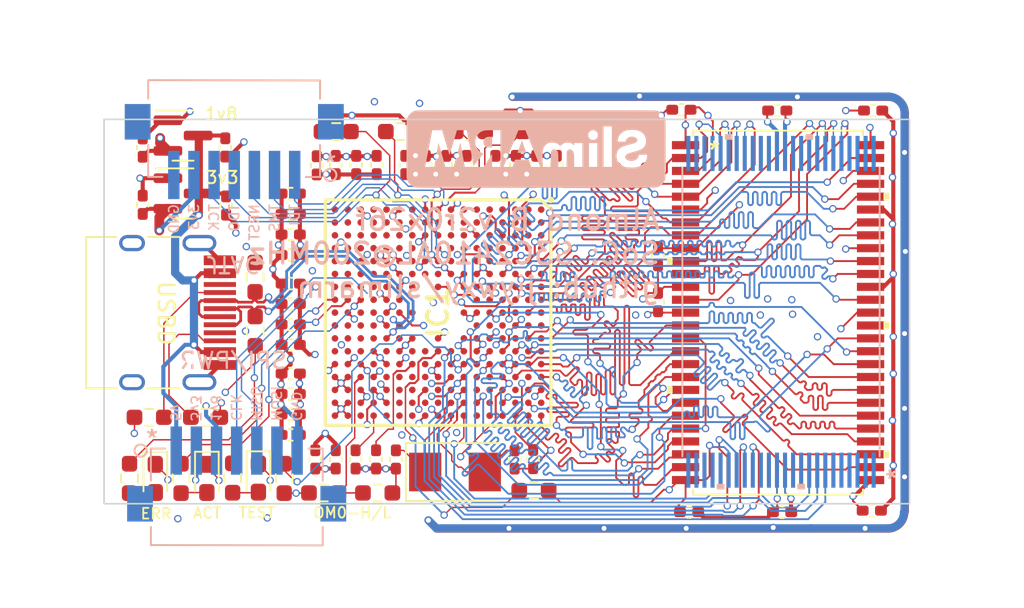
<source format=kicad_pcb>
(kicad_pcb (version 20221018) (generator pcbnew)
  (layers (0 "F.Cu" signal) (1 "In1.Cu" signal) (2 "In2.Cu" signal) (31 "B.Cu" signal) (34 "B.Paste" user) (35 "F.Paste" user) (36 "B.SilkS" user "B.Silkscreen") (37 "F.SilkS" user "F.Silkscreen") (38 "B.Mask" user) (39 "F.Mask" user) (44 "Edge.Cuts" user))
  (net 0 "")
  (net 1 "GND")
  (net 2 "/XTAL_OUT")
  (net 54 "/XTAL_IN")
  (net 55 "/NRESET")
  (net 56 "+3V3")
  (net 58 "+5V")
  (net 59 "+1V8")
  (net 61 "Net-(D2-Pad2)")
  (net 62 "Net-(D3-Pad2)")
  (net 63 "/BUS_DAT15")
  (net 64 "/BUS_DAT11")
  (net 65 "/BUS_DAT6")
  (net 66 "/BUS_DAT1")
  (net 67 "/BUS_ADR13")
  (net 68 "/BUS_ADR6")
  (net 69 "/BUS_ADR2")
  (net 70 "/DRAM_DQML")
  (net 71 "/BUS_DAT13")
  (net 72 "/BUS_DAT9")
  (net 73 "/BUS_DAT5")
  (net 74 "/BUS_DAT0")
  (net 75 "/BUS_ADR24")
  (net 76 "/BUS_ADR12")
  (net 77 "/BUS_ADR8")
  (net 78 "/BUS_ADR4")
  (net 79 "/DRAM_NSRAS")
  (net 80 "/DRAM_DQMU")
  (net 81 "/BUS_DAT12")
  (net 82 "/BUS_DAT7")
  (net 83 "/BUS_DAT4")
  (net 84 "/BUS_ADR7")
  (net 85 "/BUS_ADR3")
  (net 86 "/DRAM_NSCAS")
  (net 87 "/BUS_DAT14")
  (net 88 "/BUS_DAT10")
  (net 89 "/BUS_DAT2")
  (net 90 "/BUS_ADR10")
  (net 91 "/BUS_ADR5")
  (net 92 "/BUS_ADR1")
  (net 93 "/DRAM_SCKE")
  (net 94 "/BUS_DAT3")
  (net 95 "/BUS_ADR23")
  (net 96 "/BUS_ADR11")
  (net 97 "/BUS_NWE")
  (net 98 "/BUS_DAT8")
  (net 99 "/DRAM_SCLK")
  (net 100 "/DRAM_CS")
  (net 101 "/BUS_ADR9")
  (net 102 "/BUS_NWAIT")
  (net 103 "/JTAG_NTRST")
  (net 104 "/JTAG_TCK")
  (net 105 "/JTAG_TDI")
  (net 106 "/JTAG_TMS")
  (net 107 "/JTAG_TDO")
  (net 109 "/USB_DP")
  (net 110 "/USB_DN")
  (net 111 "/GPIO_G12")
  (net 112 "/GPIO_G0")
  (net 113 "/GPIO_G2")
  (net 114 "/GPIO_G9")
  (net 115 "/GPIO_G14")
  (net 116 "/GPIO_G1")
  (net 117 "/GPIO_G13")
  (net 118 "Net-(J1-PadA5)")
  (net 119 "Net-(J1-PadB5)")
  (net 146 "Net-(C1-Pad1)")
  (net 147 "Net-(C2-Pad1)")
  (net 148 "/NAND_ALE")
  (net 149 "/NAND_NFWE")
  (net 150 "/NAND_NFRE")
  (net 151 "/NAND_NFCE")
  (net 152 "/NAND_CLE")
  (net 154 "/SPI0_CLK")
  (net 155 "/NAND_RNB")
  (net 156 "/SPI0_MISO")
  (net 157 "/SPI0_MOSI")
  (net 217 "/SD_DAT1")
  (net 218 "/SD_CMD")
  (net 219 "/SD_DAT2")
  (net 220 "/SD_DAT0")
  (net 221 "/SD_DAT3")
  (net 222 "/SD_CLK")
  (net 236 "/OM0")
  (net 237 "Net-(D1-Pad2)")
  (net 238 "/UART_TX")
  (net 239 "/UART_RX")
  (footprint "Package_TO_SOT_SMD:SOT-23" (layer "F.Cu") (at 16.42 20.1026)
    (fp_text reference "U3" hide)
    (fp_text value "XC6206PxxxMR")
  )
  (footprint "Capacitor_SMD:C_0402_1005Metric_Pad0.74x0.62mm_HandSolder" (layer "F.Cu") (at 13.92 17.2526 -90)
    (fp_text reference "C45" hide)
    (fp_text value "100nF")
  )
  (footprint "Capacitor_SMD:C_0402_1005Metric_Pad0.74x0.62mm_HandSolder" (layer "F.Cu") (at 24.72 18.3526 -90)
    (fp_text reference "C21" hide)
    (fp_text value "100nF")
  )
  (footprint "Capacitor_SMD:C_0402_1005Metric_Pad0.74x0.62mm_HandSolder" (layer "F.Cu") (at 30.218 18.3306 -90)
    (fp_text reference "C40" hide)
    (fp_text value "100nF")
  )
  (footprint "Capacitor_SMD:C_0402_1005Metric_Pad0.74x0.62mm_HandSolder" (layer "F.Cu") (at 38.15 36.6 90)
    (fp_text reference "C35" hide)
    (fp_text value "100nF")
  )
  (footprint "Capacitor_SMD:C_0402_1005Metric_Pad0.74x0.62mm_HandSolder" (layer "F.Cu") (at 23.106 31.2846)
    (fp_text reference "C43" hide)
    (fp_text value "100nF")
  )
  (footprint "jlywxy:BGA272C80P17X17_1400X1400X116" (layer "F.Cu") (at 32.25 27.5 -90)
    (fp_text reference "IC1")
    (fp_text value "S3C2410AXX-YO" hide)
  )
  (footprint "Connector_USB:USB_C_Receptacle_HRO_TYPE-C-31-M-12" (layer "F.Cu") (at 14.3075 27.5026 -90)
    (fp_text reference "J1" hide)
    (fp_text value "USB_C_Receptacle_USB2.0")
  )
  (footprint "LED_SMD:LED_0603_1608Metric_Pad1.05x0.95mm_HandSolder" (layer "F.Cu") (at 21.1 37.775 -90)
    (fp_text reference "D2" hide)
    (fp_text value "LED")
  )
  (footprint "Capacitor_SMD:C_0402_1005Metric_Pad0.74x0.62mm_HandSolder" (layer "F.Cu") (at 38.346 18.3306 -90)
    (fp_text reference "C18" hide)
    (fp_text value "100nF")
  )
  (footprint "Capacitor_SMD:C_0402_1005Metric_Pad0.74x0.62mm_HandSolder" (layer "F.Cu") (at 28.44 18.3306 -90)
    (fp_text reference "C28" hide)
    (fp_text value "100nF")
  )
  (footprint "Capacitor_SMD:C_0402_1005Metric_Pad0.74x0.62mm_HandSolder" (layer "F.Cu") (at 59.25 14.95)
    (fp_text reference "C26" hide)
    (fp_text value "100nF")
  )
  (footprint "Capacitor_SMD:C_0402_1005Metric_Pad0.74x0.62mm_HandSolder" (layer "F.Cu") (at 27.17 18.3306 -90)
    (fp_text reference "C30" hide)
    (fp_text value "100nF")
  )
  (footprint "Capacitor_SMD:C_0402_1005Metric_Pad0.74x0.62mm_HandSolder" (layer "F.Cu") (at 19.0432 17.2414 90)
    (fp_text reference "C8" hide)
    (fp_text value "100nF")
  )
  (footprint "Capacitor_SMD:C_0402_1005Metric_Pad0.74x0.62mm_HandSolder" (layer "F.Cu") (at 53.3 14.95)
    (fp_text reference "C25" hide)
    (fp_text value "100nF")
  )
  (footprint "Resistor_SMD:R_0603_1608Metric_Pad0.98x0.95mm_HandSolder" (layer "F.Cu") (at 25.15 38.7 180)
    (fp_text reference "R3" hide)
    (fp_text value "NC")
  )
  (footprint "Capacitor_SMD:C_0402_1005Metric_Pad0.74x0.62mm_HandSolder" (layer "F.Cu") (at 45.9 24 90)
    (fp_text reference "C15" hide)
    (fp_text value "100nF")
  )
  (footprint "Capacitor_SMD:C_0402_1005Metric_Pad0.74x0.62mm_HandSolder" (layer "F.Cu") (at 23.106 20.1086)
    (fp_text reference "C41" hide)
    (fp_text value "100nF")
  )
  (footprint "Capacitor_SMD:C_0402_1005Metric_Pad0.74x0.62mm_HandSolder" (layer "F.Cu") (at 39.616 18.3306 -90)
    (fp_text reference "C24" hide)
    (fp_text value "100nF")
  )
  (footprint "Resistor_SMD:R_0603_1608Metric_Pad0.98x0.95mm_HandSolder" (layer "F.Cu") (at 29.92 16.2526 180)
    (fp_text reference "R14" hide)
    (fp_text value "10k")
  )
  (footprint "Capacitor_SMD:C_0402_1005Metric_Pad0.74x0.62mm_HandSolder" (layer "F.Cu") (at 36.999998 36.623332 90)
    (fp_text reference "C12" hide)
    (fp_text value "22pF")
  )
  (footprint "Resistor_SMD:R_0603_1608Metric_Pad0.98x0.95mm_HandSolder" (layer "F.Cu") (at 17.82 34.0026 180)
    (fp_text reference "R9" hide)
    (fp_text value "5.1k")
  )
  (footprint "Capacitor_SMD:C_0402_1005Metric_Pad0.74x0.62mm_HandSolder" (layer "F.Cu") (at 19.094 20.8501 90)
    (fp_text reference "C7" hide)
    (fp_text value "100nF")
  )
  (footprint "Capacitor_SMD:C_0402_1005Metric_Pad0.74x0.62mm_HandSolder" (layer "F.Cu") (at 23.106 33.8246)
    (fp_text reference "C38" hide)
    (fp_text value "100nF")
  )
  (footprint "LED_SMD:LED_0603_1608Metric_Pad1.05x0.95mm_HandSolder" (layer "F.Cu") (at 14.7 37.8 -90)
    (fp_text reference "D3" hide)
    (fp_text value "LED")
  )
  (footprint "Capacitor_SMD:C_0402_1005Metric_Pad0.74x0.62mm_HandSolder" (layer "F.Cu") (at 37.076 18.3306 -90)
    (fp_text reference "C22" hide)
    (fp_text value "100nF")
  )
  (footprint "Package_TO_SOT_SMD:SOT-23" (layer "F.Cu") (at 16.42 16.5026)
    (fp_text reference "U2" hide)
    (fp_text value "XC6206PxxxMR")
  )
  (footprint "Capacitor_SMD:C_0402_1005Metric_Pad0.74x0.62mm_HandSolder" (layer "F.Cu") (at 31.488 18.3306 -90)
    (fp_text reference "C39" hide)
    (fp_text value "100nF")
  )
  (footprint "Resistor_SMD:R_0603_1608Metric_Pad0.98x0.95mm_HandSolder" (layer "F.Cu") (at 14.32 34.0026)
    (fp_text reference "R8" hide)
    (fp_text value "5.1k")
  )
  (footprint "Resistor_SMD:R_0603_1608Metric_Pad0.98x0.95mm_HandSolder" (layer "F.Cu") (at 28.5 38.7 180)
    (fp_text reference "R13" hide)
    (fp_text value "0")
  )
  (footprint "Capacitor_SMD:C_0402_1005Metric_Pad0.74x0.62mm_HandSolder" (layer "F.Cu") (at 47.35 14.9)
    (fp_text reference "C3" hide)
    (fp_text value "100nF")
  )
  (footprint "Resistor_SMD:R_0603_1608Metric_Pad0.98x0.95mm_HandSolder" (layer "F.Cu") (at 20.8941 25.3 90)
    (fp_text reference "R11" hide)
    (fp_text value "470k")
  )
  (footprint "Capacitor_SMD:C_0402_1005Metric_Pad0.74x0.62mm_HandSolder" (layer "F.Cu") (at 45.9 26.85 -90)
    (fp_text reference "C32" hide)
    (fp_text value "100nF")
  )
  (footprint "jlywxy:HY57V561620FTP" (layer "F.Cu") (at 53.35 27.5)
    (fp_text reference "U4" hide)
    (fp_text value "HY57V561620FTP" hide)
  )
  (footprint "Capacitor_SMD:C_0402_1005Metric_Pad0.74x0.62mm_HandSolder" (layer "F.Cu") (at 23.106 32.5546)
    (fp_text reference "C37" hide)
    (fp_text value "100nF")
  )
  (footprint "Capacitor_SMD:C_0402_1005Metric_Pad0.74x0.62mm_HandSolder" (layer "F.Cu") (at 23.106 29.5066)
    (fp_text reference "C29" hide)
    (fp_text value "100nF")
  )
  (footprint "Capacitor_SMD:C_0402_1005Metric_Pad0.74x0.62mm_HandSolder" (layer "F.Cu") (at 24.63 36.6186 90)
    (fp_text reference "C42" hide)
    (fp_text value "100nF")
  )
  (footprint "Capacitor_SMD:C_0402_1005Metric_Pad0.74x0.62mm_HandSolder" (layer "F.Cu") (at 47.83 39.89 180)
    (fp_text reference "C10" hide)
    (fp_text value "100nF")
  )
  (footprint "Capacitor_SMD:C_0402_1005Metric_Pad0.74x0.62mm_HandSolder" (layer "F.Cu") (at 34.028 18.3306 -90)
    (fp_text reference "C46" hide)
    (fp_text value "100nF")
  )
  (footprint "Resistor_SMD:R_0603_1608Metric_Pad0.98x0.95mm_HandSolder" (layer "F.Cu") (at 25.9276 16.2526)
    (fp_text reference "R15" hide)
    (fp_text value "10k")
  )
  (footprint "Capacitor_SMD:C_0402_1005Metric_Pad0.74x0.62mm_HandSolder" (layer "F.Cu") (at 23.106 28.2366)
    (fp_text reference "C31" hide)
    (fp_text value "100nF")
  )
  (footprint "Capacitor_SMD:C_0402_1005Metric_Pad0.74x0.62mm_HandSolder" (layer "F.Cu") (at 25.9 18.3306 -90)
    (fp_text reference "C19" hide)
    (fp_text value "100nF")
  )
  (footprint "Capacitor_SMD:C_0402_1005Metric_Pad0.74x0.62mm_HandSolder" (layer "F.Cu") (at 27.13 36.6186 -90)
    (fp_text reference "C2" hide)
    (fp_text value "5pF")
  )
  (footprint "Capacitor_SMD:C_0402_1005Metric_Pad0.74x0.62mm_HandSolder" (layer "F.Cu") (at 53.6 39.9)
    (fp_text reference "C13" hide)
    (fp_text value "100nF")
  )
  (footprint "Resistor_SMD:R_0603_1608Metric_Pad0.98x0.95mm_HandSolder" (layer "F.Cu") (at 38.2 38.55)
    (fp_text reference "R2" hide)
    (fp_text value "10k")
  )
  (footprint "Capacitor_SMD:C_0402_1005Metric_Pad0.74x0.62mm_HandSolder" (layer "F.Cu") (at 23.106 35.0946)
    (fp_text reference "C9" hide)
    (fp_text value "100nF")
  )
  (footprint "Capacitor_SMD:C_0402_1005Metric_Pad0.74x0.62mm_HandSolder" (layer "F.Cu") (at 23.106 22.6486)
    (fp_text reference "C33" hide)
    (fp_text value "100nF")
  )
  (footprint "LED_SMD:LED_0603_1608Metric_Pad1.05x0.95mm_HandSolder" (layer "F.Cu") (at 17.9 37.8 -90)
    (fp_text reference "D1" hide)
    (fp_text value "LED")
  )
  (footprint "Capacitor_SMD:C_0402_1005Metric_Pad0.74x0.62mm_HandSolder" (layer "F.Cu") (at 13.92 20.8018 -90)
    (fp_text reference "C14" hide)
    (fp_text value "100nF")
  )
  (footprint "Resistor_SMD:R_0603_1608Metric_Pad0.98x0.95mm_HandSolder" (layer "F.Cu") (at 20.9 28.6516 -90)
    (fp_text reference "R10" hide)
    (fp_text value "1.5k")
  )
  (footprint "Capacitor_SMD:C_0402_1005Metric_Pad0.74x0.62mm_HandSolder" (layer "F.Cu") (at 32.758 18.3306 -90)
    (fp_text reference "C47" hide)
    (fp_text value "100nF")
  )
  (footprint "Capacitor_SMD:C_0402_1005Metric_Pad0.74x0.62mm_HandSolder" (layer "F.Cu") (at 35.806 18.3306 -90)
    (fp_text reference "C23" hide)
    (fp_text value "100nF")
  )
  (footprint "Capacitor_SMD:C_0402_1005Metric_Pad0.74x0.62mm_HandSolder" (layer "F.Cu") (at 28.4 36.6186 -90)
    (fp_text reference "C1" hide)
    (fp_text value "5pF")
  )
  (footprint "Crystal:Crystal_SMD_5032-2Pin_5.0x3.2mm" (layer "F.Cu") (at 33.3 37.4)
    (fp_text reference "Y1" hide)
    (fp_text value "12MHz")
  )
  (footprint "Capacitor_SMD:C_0402_1005Metric_Pad0.74x0.62mm_HandSolder" (layer "F.Cu") (at 59.1675 39.8)
    (fp_text reference "C27" hide)
    (fp_text value "100nF")
  )
  (footprint "Resistor_SMD:R_0603_1608Metric_Pad0.98x0.95mm_HandSolder" (layer "F.Cu") (at 22.7 37.8 90)
    (fp_text reference "R1" hide)
    (fp_text value "1.5k")
  )
  (footprint "Capacitor_SMD:C_0402_1005Metric_Pad0.74x0.62mm_HandSolder" (layer "F.Cu") (at 29.633998 36.623332 90)
    (fp_text reference "C6" hide)
    (fp_text value "22pF")
  )
  (footprint "Resistor_SMD:R_0603_1608Metric_Pad0.98x0.95mm_HandSolder" (layer "F.Cu") (at 19.5 37.775 -90)
    (fp_text reference "R5" hide)
    (fp_text value "5.6k")
  )
  (footprint "Capacitor_SMD:C_0402_1005Metric_Pad0.74x0.62mm_HandSolder" (layer "F.Cu") (at 23.106 23.9186)
    (fp_text reference "C34" hide)
    (fp_text value "100nF")
  )
  (footprint "Resistor_SMD:R_0603_1608Metric_Pad0.98x0.95mm_HandSolder" (layer "F.Cu") (at 38.42 16.2526 180)
    (fp_text reference "R17" hide)
    (fp_text value "10k")
  )
  (footprint "Resistor_SMD:R_0603_1608Metric_Pad0.98x0.95mm_HandSolder" (layer "F.Cu") (at 13.1 37.8 -90)
    (fp_text reference "R6" hide)
    (fp_text value "5.6k")
  )
  (footprint "Capacitor_SMD:C_0402_1005Metric_Pad0.74x0.62mm_HandSolder" (layer "F.Cu") (at 23.106 26.9666)
    (fp_text reference "C20" hide)
    (fp_text value "100nF")
  )
  (footprint "Capacitor_SMD:C_0402_1005Metric_Pad0.74x0.62mm_HandSolder" (layer "F.Cu") (at 25.9 36.6186 90)
    (fp_text reference "C36" hide)
    (fp_text value "100nF")
  )
  (footprint "Capacitor_SMD:C_0402_1005Metric_Pad0.74x0.62mm_HandSolder" (layer "F.Cu") (at 23.106 25.6966)
    (fp_text reference "C4" hide)
    (fp_text value "100nF")
  )
  (footprint "Capacitor_SMD:C_0402_1005Metric_Pad0.74x0.62mm_HandSolder" (layer "F.Cu") (at 23.106 21.3786)
    (fp_text reference "C44" hide)
    (fp_text value "100nF")
  )
  (footprint "Resistor_SMD:R_0603_1608Metric_Pad0.98x0.95mm_HandSolder" (layer "F.Cu") (at 16.3 37.8 -90)
    (fp_text reference "R4" hide)
    (fp_text value "5.6k")
  )
  (footprint "Resistor_SMD:R_0603_1608Metric_Pad0.98x0.95mm_HandSolder" (layer "F.Cu") (at 34.2575 16.2526 180)
    (fp_text reference "R16" hide)
    (fp_text value "10k")
  )
  (footprint "jlywxy:DF13A-7P-1.25H21" (layer "B.Cu") (at 23.35 18.95)
    (fp_text reference "J3" hide)
    (fp_text value "DF13A-7P-1.25H21" hide)
  )
  (footprint "jlywxy:DF13A-7P-1.25H21" (layer "B.Cu") (at 16 36.0705 180)
    (fp_text reference "J2" hide)
    (fp_text value "DF13A-7P-1.25H21" hide)
  )
  (footprint "jlywxy:M29W640FB70N6E" (layer "B.Cu") (at 53.532199 27.4492 90)
    (fp_text reference "U5" hide)
    (fp_text value "K9F5608U0C" hide)
  )
  (footprint "jlywxy:image_slimarm" (layer "B.Cu") (at 38.277146 17.302557 180)
    (fp_text reference "G***" hide)
    (fp_text value "LOGO" hide)
  )
  (gr_rect (start 11.52 15.5) (end 61.51 39.37) (stroke (width 0.1)) (fill none) (layer "Edge.Cuts"))
  (gr_text "5v" (at 15.95 34.3 270) (layer "B.SilkS") (effects (font (size 0.6 0.6) (thickness 0.1)) (justify left mirror)))
  (gr_text "3v3" (at 17.2 34.3 270) (layer "B.SilkS") (effects (font (size 0.6 0.6) (thickness 0.1)) (justify left mirror)))
  (gr_text "TMS" (at 22.1 20.7 90) (layer "B.SilkS") (effects (font (size 0.6 0.6) (thickness 0.1)) (justify left mirror)))
  (gr_text "TDO" (at 19.6 20.7 90) (layer "B.SilkS") (effects (font (size 0.6 0.6) (thickness 0.1)) (justify left mirror)))
  (gr_text "SPI/PWR" (at 22.95 30.48) (layer "B.SilkS") (effects (font (size 1 1)) (justify left mirror)))
  (gr_text "GND" (at 15.85 20.7 90) (layer "B.SilkS") (effects (font (size 0.6 0.6) (thickness 0.1)) (justify left mirror)))
  (gr_text "3v3" (at 17.1 20.7 90) (layer "B.SilkS") (effects (font (size 0.6 0.6) (thickness 0.1)) (justify left mirror)))
  (gr_text "TDI" (at 23.35 20.7 90) (layer "B.SilkS") (effects (font (size 0.6 0.6) (thickness 0.1)) (justify left mirror)))
  (gr_text "CLK" (at 19.7 34.3 270) (layer "B.SilkS") (effects (font (size 0.6 0.6) (thickness 0.1)) (justify left mirror)))
  (gr_text "1v8" (at 18.45 34.3 270) (layer "B.SilkS") (effects (font (size 0.6 0.6) (thickness 0.1)) (justify left mirror)))
  (gr_text "MISO" (at 20.95 34.3 270) (layer "B.SilkS") (effects (font (size 0.6 0.6) (thickness 0.1)) (justify left mirror)))
  (gr_text "GND" (at 23.45 34.3 270) (layer "B.SilkS") (effects (font (size 0.6 0.6) (thickness 0.1)) (justify left mirror)))
  (gr_text "JTAG" (at 17.75 24.51 -180) (layer "B.SilkS") (effects (font (size 1 1)) (justify left mirror)))
  (gr_text "MOSI" (at 22.2 34.3 270) (layer "B.SilkS") (effects (font (size 0.6 0.6) (thickness 0.1)) (justify left mirror)))
  (gr_text "TCK" (at 18.35 20.7 90) (layer "B.SilkS") (effects (font (size 0.6 0.6) (thickness 0.1)) (justify left mirror)))
  (gr_text "NRST" (at 20.85 20.7 90) (layer "B.SilkS") (effects (font (size 0.6 0.6) (thickness 0.1)) (justify left mirror)))
  (gr_text "Almond B v2r0x26f\nSoC: S3C2410AL@200MHz\ngithub: jlywxy/slimarm" (at 46.14 23.83) (layer "B.SilkS") (effects (font (size 1.3 1.3) (thickness 0.2)) (justify left mirror)))
  (gr_text "USBD" (at 15.36 25.45 270) (layer "F.SilkS") (effects (font (size 1 1)) (justify left)))
  (gr_text "3v3" (at 17.75 19.11) (layer "F.SilkS") (effects (font (size 0.762 0.762) (thickness 0.127)) (justify left)))
  (gr_text "OM0-H/L" (at 24.44 39.93) (layer "F.SilkS") (effects (font (size 0.6604 0.6604) (thickness 0.1143)) (justify left)))
  (gr_text "1v8\n" (at 17.7 15.15) (layer "F.SilkS") (effects (font (size 0.762 0.762) (thickness 0.127)) (justify left)))
  (gr_text "ACT" (at 16.98 39.95) (layer "F.SilkS") (effects (font (size 0.6604 0.6604) (thickness 0.1143)) (justify left)))
  (gr_text "TEST" (at 19.81 39.92) (layer "F.SilkS") (effects (font (size 0.6604 0.6604) (thickness 0.1143)) (justify left)))
  (gr_text "ERR" (at 13.72 39.99) (layer "F.SilkS") (effects (font (size 0.6604 0.6604) (thickness 0.1143)) (justify left)))
  (segment (start 45.9 26.2825) (end 46.2827 25.8998) (width 0.1143) (layer "F.Cu") (net 1))
  (segment (start 14.7 36.925) (end 15.481409 37.706409) (width 0.0889) (layer "F.Cu") (net 1))
  (segment (start 15.481409 37.706409) (end 15.481409 37.885985) (width 0.0889) (layer "F.Cu") (net 1))
  (segment (start 22.05 24.4071) (end 22.05 25.2081) (width 0.254) (layer "F.Cu") (net 1))
  (segment (start 55.416 40.916) (end 32.166 40.916) (width 0.508) (layer "F.Cu") (net 1))
  (segment (start 13.92 16.6851) (end 15.0525 15.5526) (width 0.254) (layer "F.Cu") (net 1))
  (segment (start 35.04731 29.45) (end 35.02848 29.46883) (width 0.127) (layer "F.Cu") (net 1))
  (segment (start 59.0904 17.0987) (end 59.0904 16.0404) (width 0.127) (layer "F.Cu") (net 1))
  (segment (start 15.4825 19.1526) (end 13.7526 19.1526) (width 0.254) (layer "F.Cu") (net 1))
  (segment (start 34.35 26.4) (end 33.25 26.4) (width 0.127) (layer "F.Cu") (net 1))
  (segment (start 25.85 33.1) (end 26.225 33.475) (width 0.127) (layer "F.Cu") (net 1))
  (segment (start 57.55 23.55) (end 57.6005 23.4995) (width 0.1143) (layer "F.Cu") (net 1))
  (segment (start 33.05 32.3) (end 32.65 32.7) (width 0.127) (layer "F.Cu") (net 1))
  (segment (start 22.05 25.2081) (end 22.5385 25.6966) (width 0.254) (layer "F.Cu") (net 1))
  (segment (start 25.85 31.5) (end 26.225 31.875) (width 0.127) (layer "F.Cu") (net 1))
  (segment (start 24.63 37.1861) (end 25.9 37.1861) (width 0.254) (layer "F.Cu") (net 1))
  (segment (start 21.826951 37.626951) (end 21.826951 37.919137) (width 0.0889) (layer "F.Cu") (net 1))
  (segment (start 34.64035 22.7) (end 34.250001 22.309651) (width 0.127) (layer "F.Cu") (net 1))
  (segment (start 52.674301 15.624301) (end 52.7 15.65) (width 0.1143) (layer "F.Cu") (net 1))
  (segment (start 29.633998 38.478502) (end 29.4125 38.7) (width 0.0889) (layer "F.Cu") (net 1))
  (segment (start 61.216 39.866) (end 61.216 15.116) (width 0.508) (layer "F.Cu") (net 1))
  (segment (start 28.418 17.7851) (end 28.44 17.7631) (width 0.0889) (layer "F.Cu") (net 1))
  (segment (start 32.75 25.9) (end 33.25 26.4) (width 0.127) (layer "F.Cu") (net 1))
  (segment (start 26.65 27.5) (end 27.05 27.9) (width 0.127) (layer "F.Cu") (net 1))
  (segment (start 38.65 29.9) (end 38.4 29.9) (width 0.1143) (layer "F.Cu") (net 1))
  (segment (start 48.95 20.7) (end 48.95 20.4) (width 0.1143) (layer "F.Cu") (net 1))
  (segment (start 36.25 22.7) (end 35.82645 22.27645) (width 0.127) (layer "F.Cu") (net 1))
  (segment (start 29.633998 37.190832) (end 29.633998 38.478502) (width 0.0889) (layer "F.Cu") (net 1))
  (segment (start 29.629266 37.1861) (end 29.633998 37.190832) (width 0.0889) (layer "F.Cu") (net 1))
  (segment (start 33.55 36.45) (end 33.64955 36.45) (width 0.0889) (layer "F.Cu") (net 1))
  (segment (start 25.85 33.9) (end 26.65 33.1) (width 0.127) (layer "F.Cu") (net 1))
  (segment (start 18.7325 34.0026) (end 18.7325 33.1675) (width 0.0889) (layer "F.Cu") (net 1))
  (segment (start 37.4 27.90269) (end 37.41883 27.92152) (width 0.1143) (layer "F.Cu") (net 1))
  (segment (start 34.65 22.7) (end 34.64035 22.7) (width 0.127) (layer "F.Cu") (net 1))
  (segment (start 28.700003 31.950003) (end 28.700003 31.942067) (width 0.127) (layer "F.Cu") (net 1))
  (segment (start 53.3 39.05) (end 53.3 39.6325) (width 0.127) (layer "F.Cu") (net 1))
  (segment (start 34.65 29.9) (end 34.65 29.84731) (width 0.127) (layer "F.Cu") (net 1))
  (segment (start 23.1 30.7231) (end 22.5385 31.2846) (width 0.254) (layer "F.Cu") (net 1))
  (segment (start 35.82645 32.72355) (end 35.82645 34.17355) (width 0.127) (layer "F.Cu") (net 1))
  (segment (start 36.25 32.3) (end 35.82645 32.72355) (width 0.127) (layer "F.Cu") (net 1))
  (segment (start 38.4 29.9) (end 38 30.3) (width 0.1143) (layer "F.Cu") (net 1))
  (segment (start 48.5508 21.0992) (end 48.95 20.7) (width 0.1143) (layer "F.Cu") (net 1))
  (segment (start 34.65 26.7) (end 34.35 26.4) (width 0.127) (layer "F.Cu") (net 1))
  (segment (start 52.674301 14.75) (end 52.674301 15.624301) (width 0.127) (layer "F.Cu") (net 1))
  (segment (start 13.92 19.32) (end 13.7526 19.1526) (width 0.0889) (layer "F.Cu") (net 1))
  (segment (start 17.9 36.925) (end 17.9 37.1) (width 0.0889) (layer "F.Cu") (net 1))
  (segment (start 16.2974 15.5526) (end 16.85 15) (width 0.254) (layer "F.Cu") (net 1))
  (segment (start 27.825 32.725) (end 27.45 33.1) (width 0.127) (layer "F.Cu") (net 1))
  (segment (start 29.85 30.7) (end 30.25 30.3) (width 0.127) (layer "F.Cu") (net 1))
  (segment (start 34.65 25.1) (end 35.05 24.7) (width 0.127) (layer "F.Cu") (net 1))
  (segment (start 27.45 24.3) (end 27.849999 23.900001) (width 0.127) (layer "F.Cu") (net 1))
  (segment (start 21.1 36.9) (end 21.826951 37.626951) (width 0.0889) (layer "F.Cu") (net 1))
  (segment (start 59.0904 18.6989) (end 58.0011 18.6989) (width 0.1143) (layer "F.Cu") (net 1))
  (segment (start 38.126668 37.190832) (end 38.15 37.1675) (width 0.1143) (layer "F.Cu") (net 1))
  (segment (start 22.5385 29.5066) (end 23.1 30.0681) (width 0.254) (layer "F.Cu") (net 1))
  (segment (start 27.85 32.7) (end 27.825 32.725) (width 0.127) (layer "F.Cu") (net 1))
  (segment (start 17.6375 23.1826) (end 17.4375 23.1826) (width 0.0889) (layer "F.Cu") (net 1))
  (segment (start 22.5385 31.2846) (end 22.5385 35.0946) (width 0.254) (layer "F.Cu") (net 1))
  (segment (start 22.5385 25.6966) (end 22.5385 29.5066) (width 0.254) (layer "F.Cu") (net 1))
  (segment (start 35.582381 21.5) (end 35.05 21.5) (width 0.127) (layer "F.Cu") (net 1))
  (segment (start 33.05 30.7) (end 33.45 30.3) (width 0.127) (layer "F.Cu") (net 1))
  (segment (start 29.85 24.3) (end 29.45 23.9) (width 0.127) (layer "F.Cu") (net 1))
  (segment (start 60.2 14.1) (end 36.873 14.1) (width 0.508) (layer "F.Cu") (net 1))
  (segment (start 26.225 33.475) (end 26.65 33.9) (width 0.127) (layer "F.Cu") (net 1))
  (segment (start 18.7325 33.1675) (end 18.8 33.1) (width 0.0889) (layer "F.Cu") (net 1))
  (segment (start 53.3 39.6325) (end 53.0325 39.9) (width 0.254) (layer "F.Cu") (net 1))
  (segment (start 17.9 37.1) (end 18.65 37.85) (width 0.0889) (layer "F.Cu") (net 1))
  (segment (start 34.250001 22.309651) (end 34.250001 22.292064) (width 0.127) (layer "F.Cu") (net 1))
  (segment (start 19.2911 17.8089) (end 20.2 16.9) (width 0.254) (layer "F.Cu") (net 1))
  (segment (start 58.0917 38.9) (end 59.0904 37.9013) (width 0.254) (layer "F.Cu") (net 1))
  (segment (start 25.85 23.5) (end 26.2 23.15) (width 0.127) (layer "F.Cu") (net 1))
  (segment (start 47.6096 21.0992) (end 48.5508 21.0992) (width 0.1143) (layer "F.Cu") (net 1))
  (segment (start 36.999998 37.190832) (end 38.126668 37.190832) (width 0.1143) (layer "F.Cu") (net 1))
  (segment (start 13.92 20.2343) (end 13.92 19.32) (width 0.254) (layer "F.Cu") (net 1))
  (segment (start 34.65 24.3) (end 35.05 24.7) (width 0.127) (layer "F.Cu") (net 1))
  (segment (start 46.8825 14.75) (end 46.6 14.75) (width 0.127) (layer "F.Cu") (net 1))
  (segment (start 34.65 29.1) (end 35 29.45) (width 0.127) (layer "F.Cu") (net 1))
  (segment (start 30.65 28.3) (end 31.35 28.3) (width 0.127) (layer "F.Cu") (net 1))
  (segment (start 25.85 32.3) (end 26.65 31.5) (width 0.127) (layer "F.Cu") (net 1))
  (segment (start 26.2 23.10269) (end 26.21883 23.12152) (width 0.127) (layer "F.Cu") (net 1))
  (segment (start 18.65 37.85) (end 18.65 37.925602) (width 0.0889) (layer "F.Cu") (net 1))
  (segment (start 58.6825 14.95) (end 57.55 14.95) (width 0.127) (layer "F.Cu") (net 1))
  (segment (start 22.5385 20.1086) (end 22.5385 23.9186) (width 0.254) (layer "F.Cu") (net 1))
  (segment (start 35.82645 34.17355) (end 33.55 36.45) (width 0.0889) (layer "F.Cu") (net 1))
  (segment (start 31.1 24.65) (end 31.1 24.69731) (width 0.127) (layer "F.Cu") (net 1))
  (segment (start 37.85 34.68495) (end 39.207525 36.042475) (width 0.1143) (layer "F.Cu") (net 1))
  (segment (start 58.0011 18.6989) (end 57.4 19.3) (width 0.1143) (layer "F.Cu") (net 1))
  (segment (start 13.4075 34.9925) (end 13.4 35) (width 0.0889) (layer "F.Cu") (net 1))
  (segment (start 46.2827 25.8998) (end 47.6096 25.8998) (width 0.1143) (layer "F.Cu") (net 1))
  (segment (start 34.217853 27.867853) (end 33.85 27.5) (width 0.127) (layer "F.Cu") (net 1))
  (segment (start 55.466 40.916) (end 60.166 40.916) (width 0.508) (layer "F.Cu") (net 1))
  (segment (start 37.4 27.95) (end 37.4 27.90269) (width 0.1143) (layer "F.Cu") (net 1))
  (segment (start 27.849999 23.900001) (end 27.849999 23.892064) (width 0.127) (layer "F.Cu") (net 1))
  (segment (start 19.0432 17.8089) (end 19.2911 17.8089) (width 0.0889) (layer "F.Cu") (net 1))
  (segment (start 13.4075 34.0026) (end 13.4075 34.9925) (width 0.0889) (layer "F.Cu") (net 1))
  (segment (start 31.45 24.3) (end 31.1 24.65) (width 0.127) (layer "F.Cu") (net 1))
  (segment (start 26.65 30.7) (end 27.05 30.3) (width 0.127) (layer "F.Cu") (net 1))
  (segment (start 15.0525 15.5526) (end 15.4825 15.5526) (width 0.0889) (layer "F.Cu") (net 1))
  (segment (start 28.25 29.9) (end 29.05 30.7) (width 0.127) (layer "F.Cu") (net 1))
  (segment (start 52.6825 40.25) (end 53.0325 39.9) (width 0.254) (layer "F.Cu") (net 1))
  (segment (start 32.65 32.7) (end 31.85 32.7) (width 0.127) (layer "F.Cu") (net 1))
  (segment (start 58 39.2) (end 58.6 39.8) (width 0.127) (layer "F.Cu") (net 1))
  (segment (start 29.05 26.7) (end 28.65 26.3) (width 0.127) (layer "F.Cu") (net 1))
  (segment (start 34.293681 27.856319) (end 34.65 27.5) (width 0.127) (layer "F.Cu") (net 1))
  (segment (start 27.45 32.3) (end 27.85 32.7) (width 0.127) (layer "F.Cu") (net 1))
  (segment (start 31.1 24.69731) (end 31.08117 24.67848) (width 0.127) (layer "F.Cu") (net 1))
  (segment (start 26.2 23.15) (end 26.2 23.10269) (width 0.127) (layer "F.Cu") (net 1))
  (segment (start 38.15 37.1) (end 39.207525 36.042475) (width 0.1143) (layer "F.Cu") (net 1))
  (segment (start 18.7075 24.2526) (end 17.6375 23.1826) (width 0.254) (layer "F.Cu") (net 1))
  (segment (start 34.217853 27.867853) (end 34.229387 27.856319) (width 0.127) (layer "F.Cu") (net 1))
  (segment (start 38 30.3) (end 37.457936 30.3) (width 0.1143) (layer "F.Cu") (net 1))
  (segment (start 35.45 25.1) (end 35.05 24.7) (width 0.127) (layer "F.Cu") (net 1))
  (segment (start 30.218 17.7631) (end 34.028 17.7631) (width 0.254) (layer "F.Cu") (net 1))
  (segment (start 33.05 21.1) (end 33.45 20.7) (width 0.127) (layer "F.Cu") (net 1))
  (segment (start 48.7575 40.25) (end 52.6825 40.25) (width 0.254) (layer "F.Cu") (net 1))
  (segment (start 26.225 31.875) (end 26.65 32.3) (width 0.127) (layer "F.Cu") (net 1))
  (segment (start 17.6375 31.8226) (end 18.7075 30.7526) (width 0.254) (layer "F.Cu") (net 1))
  (segment (start 58 38.9) (end 58 39.2) (width 0.127) (layer "F.Cu") (net 1))
  (segment (start 35.806 17.7631) (end 39.616 17.7631) (width 0.254) (layer "F.Cu") (net 1))
  (segment (start 35 29.45) (end 35.04731 29.45) (width 0.127) (layer "F.Cu") (net 1))
  (segment (start 35.82645 22.27645) (end 35.82645 21.744069) (width 0.127) (layer "F.Cu") (net 1))
  (segment (start 29.85 27.5) (end 30.65 28.3) (width 0.127) (layer "F.Cu") (net 1))
  (segment (start 37.85 33.9) (end 37.85 34.68495) (width 0.1143) (layer "F.Cu") (net 1))
  (segment (start 48.3175 39.81) (end 48.7575 40.25) (width 0.254) (layer "F.Cu") (net 1))
  (segment (start 46.6 14.75) (end 46.1 15.25) (width 0.127) (layer "F.Cu") (net 1))
  (segment (start 58 38.9) (end 58.0917 38.9) (width 0.127) (layer "F.Cu") (net 1))
  (segment (start 37.05 28.3) (end 37.4 27.95) (width 0.1143) (layer "F.Cu") (net 1))
  (segment (start 57.25 28.5) (end 58.25 27.5) (width 0.1143) (layer "F.Cu") (net 1))
  (segment (start 58.25 27.5) (end 59.0904 27.5) (width 0.1143) (layer "F.Cu") (net 1))
  (segment (start 19.094 21.4176) (end 19.7 22.0236) (width 0.254) (layer "F.Cu") (net 1))
  (segment (start 59.0904 16.0404) (end 59.05 16) (width 0.127) (layer "F.Cu") (net 1))
  (segment (start 45.3175 26.2825) (end 45.9 26.2825) (width 0.1143) (layer "F.Cu") (net 1))
  (segment (start 15.4825 15.5526) (end 16.2974 15.5526) (width 0.254) (layer "F.Cu") (net 1))
  (segment (start 24.72 17.7851) (end 28.418 17.7851) (width 0.254) (layer "F.Cu") (net 1))
  (segment (start 27.13 37.1861) (end 29.629266 37.1861) (width 0.254) (layer "F.Cu") (net 1))
  (segment (start 48.95 20.4) (end 49.45 19.9) (width 0.1143) (layer "F.Cu") (net 1))
  (segment (start 17.4375 31.8226) (end 17.6375 31.8226) (width 0.0889) (layer "F.Cu") (net 1))
  (segment (start 29.450001 21.499999) (end 29.442064 21.499999) (width 0.127) (layer "F.Cu") (net 1))
  (segment (start 29.85 21.1) (end 29.450001 21.499999) (width 0.127) (layer "F.Cu") (net 1))
  (segment (start 29.05 32.3) (end 28.700003 31.950003) (width 0.127) (layer "F.Cu") (net 1))
  (segment (start 32.25 25.9) (end 32.75 25.9) (width 0.127) (layer "F.Cu") (net 1))
  (segment (start 23.1 30.0681) (end 23.1 30.7231) (width 0.254) (layer "F.Cu") (net 1))
  (segment (start 44.95 26.65) (end 45.3175 26.2825) (width 0.1143) (layer "F.Cu") (net 1))
  (segment (start 57.6005 23.4995) (end 59.0904 23.4995) (width 0.1143) (layer "F.Cu") (net 1))
  (segment (start 34.65 29.84731) (end 35.02848 29.46883) (width 0.127) (layer "F.Cu") (net 1))
  (segment (start 38.15 37.1675) (end 38.15 37.1) (width 0.1143) (layer "F.Cu") (net 1))
  (segment (start 45.9 24.5675) (end 45.9 26.2825) (width 0.1143) (layer "F.Cu") (net 1))
  (segment (start 19.7 22.0236) (end 19.7 22.55) (width 0.254) (layer "F.Cu") (net 1))
  (segment (start 22.5385 23.9186) (end 22.05 24.4071) (width 0.254) (layer "F.Cu") (net 1))
  (segment (start 35.82645 21.744069) (end 35.582381 21.5) (width 0.127) (layer "F.Cu") (net 1))
  (via (at 20.35 23.4) (size 0.4572) (drill 0.3048) (layers "F.Cu" "B.Cu") (net 1))
  (via (at 33.25 26.4) (size 0.4572) (drill 0.3048) (layers "F.Cu" "B.Cu") (net 1))
  (via (at 26.21883 23.12152) (size 0.4572) (drill 0.3048) (layers "F.Cu" "B.Cu") (net 1))
  (via (at 24.45 24.9) (size 0.4572) (drill 0.3048) (layers "F.Cu" "B.Cu") (net 1))
  (via (at 30 35.1) (size 0.4572) (drill 0.3048) (layers "F.Cu" "B.Cu") (net 1))
  (via (at 26.55 17.8) (size 0.4572) (drill 0.3048) (layers "F.Cu" "B.Cu") (net 1))
  (via (at 18.8 33.1) (size 0.4572) (drill 0.3048) (layers "F.Cu" "B.Cu") (net 1))
  (via (at 22.35 23.3) (size 0.4572) (drill 0.3048) (layers "F.Cu" "B.Cu") (net 1))
  (via (at 53.05 40.85) (size 0.4572) (drill 0.3048) (layers "F.Cu" "B.Cu") (net 1))
  (via (at 35.05 24.7) (size 0.4572) (drill 0.3048) (layers "F.Cu" "B.Cu") (net 1))
  (via (at 13.4 35) (size 0.4572) (drill 0.3048) (layers "F.Cu" "B.Cu") (net 1))
  (via (at 37.75 17.75) (size 0.4572) (drill 0.3048) (layers "F.Cu" "B.Cu") (net 1))
  (via (at 57.55 14.95) (size 0.4572) (drill 0.3048) (layers "F.Cu" "B.Cu") (net 1))
  (via (at 28.65 30.3) (size 0.4572) (drill 0.3048) (layers "F.Cu" "B.Cu") (net 1))
  (via (at 27.75 37.2) (size 0.4572) (drill 0.3048) (layers "F.Cu" "B.Cu") (net 1))
  (via (at 54.55 14.1) (size 0.4572) (drill 0.3048) (layers "F.Cu" "B.Cu") (net 1))
  (via (at 36.45 17.75) (size 0.4572) (drill 0.3048) (layers "F.Cu" "B.Cu") (net 1))
  (via (at 61.2 33.45) (size 0.4572) (drill 0.3048) (layers "F.Cu" "B.Cu") (net 1))
  (via (at 52.25 27.65) (size 0.4572) (drill 0.3048) (layers "F.Cu" "B.Cu") (net 1))
  (via (at 33.4 17.75) (size 0.4572) (drill 0.3048) (layers "F.Cu" "B.Cu") (net 1))
  (via (at 31.1 14.5) (size 0.4572) (drill 0.3048) (layers "F.Cu" "B.Cu") (net 1))
  (via (at 27.849999 23.892064) (size 0.4572) (drill 0.3048) (layers "F.Cu" "B.Cu") (net 1))
  (via (at 34.217853 27.867853) (size 0.4572) (drill 0.3048) (layers "F.Cu" "B.Cu") (net 1))
  (via (at 54.2 26.7) (size 0.4572) (drill 0.3048) (layers "F.Cu" "B.Cu") (net 1))
  (via (at 37.41883 27.92152) (size 0.4572) (drill 0.3048) (layers "F.Cu" "B.Cu") (net 1))
  (via (at 29 37.2) (size 0.4572) (drill 0.3048) (layers "F.Cu" "B.Cu") (net 1))
  (via (at 31.35 28.3) (size 0.4572) (drill 0.3048) (layers "F.Cu" "B.Cu") (net 1))
  (via (at 27.05 27.9) (size 0.4572) (drill 0.3048) (layers "F.Cu" "B.Cu") (net 1))
  (via (at 16.85 15) (size 0.4572) (drill 0.3048) (layers "F.Cu" "B.Cu") (net 1))
  (via (at 18.65 37.925602) (size 0.4572) (drill 0.3048) (layers "F.Cu" "B.Cu") (net 1))
  (via (at 32.15 17.8) (size 0.4572) (drill 0.3048) (layers "F.Cu" "B.Cu") (net 1))
  (via (at 54.25 27.6) (size 0.4572) (drill 0.3048) (layers "F.Cu" "B.Cu") (net 1))
  (via (at 28.65 26.3) (size 0.4572) (drill 0.3048) (layers "F.Cu" "B.Cu") (net 1))
  (via (at 22 24.8) (size 0.4572) (drill 0.3048) (layers "F.Cu" "B.Cu") (net 1))
  (via (at 33.45 30.3) (size 0.4572) (drill 0.3048) (layers "F.Cu" "B.Cu") (net 1))
  (via (at 29.45 23.9) (size 0.4572) (drill 0.3048) (layers "F.Cu" "B.Cu") (net 1))
  (via (at 61.2 28.8) (size 0.4572) (drill 0.3048) (layers "F.Cu" "B.Cu") (net 1))
  (via (at 47.65 40.9) (size 0.4572) (drill 0.3048) (layers "F.Cu" "B.Cu") (net 1))
  (via (at 61.25 23.7) (size 0.4572) (drill 0.3048) (layers "F.Cu" "B.Cu") (net 1))
  (via (at 25.25 37.2) (size 0.4572) (drill 0.3048) (layers "F.Cu" "B.Cu") (net 1))
  (via (at 27.825 32.725) (size 0.4572) (drill 0.3048) (layers "F.Cu" "B.Cu") (net 1))
  (via (at 30.25 30.3) (size 0.4572) (drill 0.3048) (layers "F.Cu" "B.Cu") (net 1))
  (via (at 39 17.75) (size 0.4572) (drill 0.3048) (layers "F.Cu" "B.Cu") (net 1))
  (via (at 25.3 17.8) (size 0.4572) (drill 0.3048) (layers "F.Cu" "B.Cu") (net 1))
  (via (at 35.02848 29.46883) (size 0.4572) (drill 0.3048) (layers "F.Cu" "B.Cu") (net 1))
  (via (at 53.3 39.05) (size 0.4572) (drill 0.3048) (layers "F.Cu" "B.Cu") (net 1))
  (via (at 28.700003 31.942067) (size 0.4572) (drill 0.3048) (layers "F.Cu" "B.Cu") (net 1))
  (via (at 19.7 22.55) (size 0.4572) (drill 0.3048) (layers "F.Cu" "B.Cu") (net 1))
  (via (at 16.1 40.3) (size 0.4572) (drill 0.3048) (layers "F.Cu" "B.Cu") (net 1))
  (via (at 42.55 40.9) (size 0.4572) (drill 0.3048) (layers "F.Cu" "B.Cu") (net 1))
  (via (at 52.7 15.65) (size 0.4572) (drill 0.3048) (layers "F.Cu" "B.Cu") (net 1))
  (via (at 36.65 40.9) (size 0.4572) (drill 0.3048) (layers "F.Cu" "B.Cu") (net 1))
  (via (at 13.7526 19.1526) (size 0.4572) (drill 0.3048) (layers "F.Cu" "B.Cu") (net 1))
  (via (at 44.75 14.05) (size 0.4572) (drill 0.3048) (layers "F.Cu" "B.Cu") (net 1))
  (via (at 55.8 29) (size 0.4572) (drill 0.3048) (layers "F.Cu" "B.Cu") (net 1))
  (via (at 26.225 31.875) (size 0.4572) (drill 0.3048) (layers "F.Cu" "B.Cu") (net 1))
  (via (at 36.85 14.1) (size 0.4572) (drill 0.3048) (layers "F.Cu" "B.Cu") (net 1))
  (via (at 21.65 40.25) (size 0.4572) (drill 0.3048) (layers "F.Cu" "B.Cu") (net 1))
  (via (at 30.25 22.3) (size 0.4572) (drill 0.3048) (layers "F.Cu" "B.Cu") (net 1))
  (via (at 61.2 17.55) (size 0.4572) (drill 0.3048) (layers "F.Cu" "B.Cu") (net 1))
  (via (at 31.96 26.87) (size 0.4572) (drill 0.3048) (layers "F.Cu" "B.Cu") (net 1))
  (via (at 26.225 33.475) (size 0.4572) (drill 0.3048) (layers "F.Cu" "B.Cu") (net 1))
  (via (at 31.85 32.7) (size 0.4572) (drill 0.3048) (layers "F.Cu" "B.Cu") (net 1))
  (via (at 44.5087 27.65) (size 0.4572) (drill 0.3048) (layers "F.Cu" "B.Cu") (net 1))
  (via (at 57.4 19.3) (size 0.4572) (drill 0.3048) (layers "F.Cu" "B.Cu") (net 1))
  (via (at 31.65 40.4) (size 0.4572) (drill 0.3048) (layers "F.Cu" "B.Cu") (net 1))
  (via (at 23.1 30.4) (size 0.4572) (drill 0.3048) (layers "F.Cu" "B.Cu") (net 1))
  (via (at 46.1 15.25) (size 0.4572) (drill 0.3048) (layers "F.Cu" "B.Cu") (net 1))
  (via (at 30.85 17.75) (size 0.4572) (drill 0.3048) (layers "F.Cu" "B.Cu") (net 1))
  (via (at 35.05 21.5) (size 0.4572) (drill 0.3048) (layers "F.Cu" "B.Cu") (net 1))
  (via (at 34.250001 22.292064) (size 0.4572) (drill 0.3048) (layers "F.Cu" "B.Cu") (net 1))
  (via (at 33.45 20.7) (size 0.4572) (drill 0.3048) (layers "F.Cu" "B.Cu") (net 1))
  (via (at 31.08117 24.67848) (size 0.4572) (drill 0.3048) (layers "F.Cu" "B.Cu") (net 1))
  (via (at 44.95 26.65) (size 0.4572) (drill 0.3048) (layers "F.Cu" "B.Cu") (net 1))
  (via (at 58.75 40.9) (size 0.4572) (drill 0.3048) (layers "F.Cu" "B.Cu") (net 1))
  (via (at 57.55 23.55) (size 0.4572) (drill 0.3048) (layers "F.Cu" "B.Cu") (net 1))
  (via (at 26.25 29.5) (size 0.4572) (drill 0.3048) (layers "F.Cu" "B.Cu") (net 1))
  (via (at 37.457936 30.3) (size 0.4572) (drill 0.3048) (layers "F.Cu" "B.Cu") (net 1))
  (via (at 50.4 26.75) (size 0.4572) (drill 0.3048) (layers "F.Cu" "B.Cu") (net 1))
  (via (at 20.3 28.65) (size 0.4572) (drill 0.3048) (layers "F.Cu" "B.Cu") (net 1))
  (via (at 27.05 30.3) (size 0.4572) (drill 0.3048) (layers "F.Cu" "B.Cu") (net 1))
  (via (at 22.5 31.95) (size 0.4572) (drill 0.3048) (layers "F.Cu" "B.Cu") (net 1))
  (via (at 22.5 33.2) (size 0.4572) (drill 0.3048) (layers "F.Cu" "B.Cu") (net 1))
  (via (at 20.2 16.9) (size 0.4572) (drill 0.3048) (layers "F.Cu" "B.Cu") (net 1))
  (via (at 49.45 19.9) (size 0.4572) (drill 0.3048) (layers "F.Cu" "B.Cu") (net 1))
  (via (at 27.85 17.8) (size 0.4572) (drill 0.3048) (layers "F.Cu" "B.Cu") (net 1))
  (via (at 52.7 26.65) (size 0.4572) (drill 0.3048) (layers "F.Cu" "B.Cu") (net 1))
  (via (at 33.4 34.95) (size 0.4572) (drill 0.3048) (layers "F.Cu" "B.Cu") (net 1))
  (via (at 28.3 14.4) (size 0.4572) (drill 0.3048) (layers "F.Cu" "B.Cu") (net 1))
  (via (at 58 38.9) (size 0.4572) (drill 0.3048) (layers "F.Cu" "B.Cu") (net 1))
  (via (at 39.25 36.05) (size 0.4572) (drill 0.3048) (layers "F.Cu" "B.Cu") (net 1))
  (via (at 33.64955 36.45) (size 0.4572) (drill 0.3048) (layers "F.Cu" "B.Cu") (net 1))
  (via (at 29.442064 21.499999) (size 0.4572) (drill 0.3048) (layers "F.Cu" "B.Cu") (net 1))
  (via (at 59.05 16) (size 0.4572) (drill 0.3048) (layers "F.Cu" "B.Cu") (net 1))
  (via (at 57.25 28.5) (size 0.4572) (drill 0.3048) (layers "F.Cu" "B.Cu") (net 1))
  (via (at 21.826951 37.919137) (size 0.4572) (drill 0.3048) (layers "F.Cu" "B.Cu") (net 1))
  (via (at 61.2 37.7) (size 0.4572) (drill 0.3048) (layers "F.Cu" "B.Cu") (net 1))
  (via (at 15.481409 37.885985) (size 0.4572) (drill 0.3048) (layers "F.Cu" "B.Cu") (net 1))
  (arc (start 60.166 40.916) (mid 60.88442 40.61842) (end 61.182 39.9) (width 0.508) (layer "F.Cu") (net 1))
  (arc (start 61.216 15.116) (mid 60.91842 14.39758) (end 60.2 14.1) (width 0.508) (layer "F.Cu") (net 1))
  (segment (start 53.282199 39.032199) (end 53.3 39.05) (width 0.1143) (layer "B.Cu") (net 1))
  (segment (start 60.184 14.084) (end 36.857 14.084) (width 0.508) (layer "B.Cu") (net 1))
  (segment (start 23.5 34.2) (end 22.5 33.2) (width 0.254) (layer "B.Cu") (net 1))
  (segment (start 52.7 15.65) (end 53.282199 16.232199) (width 0.254) (layer "B.Cu") (net 1))
  (segment (start 36.95 14.2) (end 36.85 14.1) (width 0.0889) (layer "B.Cu") (net 1))
  (segment (start 55.45 40.9) (end 60.15 40.9) (width 0.508) (layer "B.Cu") (net 1))
  (segment (start 61.166 39.884) (end 61.2 39.85) (width 0.508) (layer "B.Cu") (net 1))
  (segment (start 55.4 40.9) (end 32.15 40.9) (width 0.508) (layer "B.Cu") (net 1))
  (segment (start 61.2 39.85) (end 61.2 15.1) (width 0.508) (layer "B.Cu") (net 1))
  (segment (start 53.282199 16.232199) (end 53.282199 17.61305) (width 0.254) (layer "B.Cu") (net 1))
  (segment (start 53.282199 37.28535) (end 53.282199 39.032199) (width 0.1143) (layer "B.Cu") (net 1))
  (segment (start 23.5 36.0705) (end 23.5 34.2) (width 0.254) (layer "B.Cu") (net 1))
  (segment (start 32.15 40.9) (end 31.65 40.4) (width 0.508) (layer "B.Cu") (net 1))
  (segment (start 55.40865 40.89135) (end 55.4 40.9) (width 0.508) (layer "B.Cu") (net 1))
  (arc (start 61.2 15.1) (mid 60.90242 14.38158) (end 60.184 14.084) (width 0.508) (layer "B.Cu") (net 1))
  (arc (start 60.15 40.9) (mid 60.86842 40.60242) (end 61.166 39.884) (width 0.508) (layer "B.Cu") (net 1))
  (segment (start 33.05 33.1) (end 32.65 33.5) (width 0.127) (layer "F.Cu") (net 2))
  (segment (start 32.65 33.5) (end 32.65 34.2) (width 0.127) (layer "F.Cu") (net 2))
  (segment (start 32.65 34.2) (end 31.45 35.4) (width 0.0889) (layer "F.Cu") (net 2))
  (segment (start 30.105832 36.055832) (end 31.45 37.4) (width 0.0889) (layer "F.Cu") (net 2))
  (segment (start 31.45 35.4) (end 31.45 37.4) (width 0.0889) (layer "F.Cu") (net 2))
  (segment (start 29.633998 36.055832) (end 30.105832 36.055832) (width 0.0889) (layer "F.Cu") (net 2))
  (segment (start 32.60005 34.64995) (end 32.584293 34.64995) (width 0.0889) (layer "F.Cu") (net 54))
  (segment (start 32.2 35.034243) (end 32.2 35.45) (width 0.0889) (layer "F.Cu") (net 54))
  (segment (start 33.1 36.7) (end 33.5 37.1) (width 0.0889) (layer "F.Cu") (net 54))
  (segment (start 33.7 37.1) (end 34 37.4) (width 0.0889) (layer "F.Cu") (net 54))
  (segment (start 36.494168 36.055832) (end 36.999998 36.055832) (width 0.0889) (layer "F.Cu") (net 54))
  (segment (start 32.584293 34.64995) (end 32.2 35.034243) (width 0.0889) (layer "F.Cu") (net 54))
  (segment (start 32.2 35.45) (end 33.1 36.35) (width 0.0889) (layer "F.Cu") (net 54))
  (segment (start 33.05 34.2) (end 32.60005 34.64995) (width 0.0889) (layer "F.Cu") (net 54))
  (segment (start 33.1 36.35) (end 33.1 36.7) (width 0.0889) (layer "F.Cu") (net 54))
  (segment (start 33.5 37.1) (end 33.7 37.1) (width 0.0889) (layer "F.Cu") (net 54))
  (segment (start 33.05 33.9) (end 33.05 34.2) (width 0.127) (layer "F.Cu") (net 54))
  (segment (start 34 37.4) (end 35.15 37.4) (width 0.0889) (layer "F.Cu") (net 54))
  (segment (start 35.15 37.4) (end 36.494168 36.055832) (width 0.0889) (layer "F.Cu") (net 54))
  (segment (start 36.2375 39.6) (end 37.2875 38.55) (width 0.0889) (layer "F.Cu") (net 55))
  (segment (start 30.677104 35.282632) (end 30.677104 35.211347) (width 0.0889) (layer "F.Cu") (net 55))
  (segment (start 30.805931 31.87645) (end 31.02645 31.655931) (width 0.127) (layer "F.Cu") (net 55))
  (segment (start 31.02645 30.591169) (end 31.294069 30.32355) (width 0.127) (layer "F.Cu") (net 55))
  (segment (start 30.677104 35.211347) (end 30.22645 34.760693) (width 0.0889) (layer "F.Cu") (net 55))
  (segment (start 31.02645 31.655931) (end 31.02645 30.591169) (width 0.127) (layer "F.Cu") (net 55))
  (segment (start 30.22645 32.144069) (end 30.494069 31.87645) (width 0.127) (layer "F.Cu") (net 55))
  (segment (start 31.82645 30.32355) (end 32.25 29.9) (width 0.127) (layer "F.Cu") (net 55))
  (segment (start 33.1 39.6) (end 36.2375 39.6) (width 0.0889) (layer "F.Cu") (net 55))
  (segment (start 31.294069 30.32355) (end 31.82645 30.32355) (width 0.127) (layer "F.Cu") (net 55))
  (segment (start 32.625 40.075) (end 33.1 39.6) (width 0.0889) (layer "F.Cu") (net 55))
  (segment (start 30.494069 31.87645) (end 30.805931 31.87645) (width 0.127) (layer "F.Cu") (net 55))
  (segment (start 30.22645 34.760693) (end 30.22645 32.144069) (width 0.0889) (layer "F.Cu") (net 55))
  (via (at 32.625 40.075) (size 0.4572) (drill 0.3048) (layers "F.Cu" "B.Cu") (net 55))
  (via (at 30.677104 35.282632) (size 0.4572) (drill 0.3048) (layers "F.Cu" "B.Cu") (net 55))
  (segment (start 30.85 35.455528) (end 30.85 38.3) (width 0.1143) (layer "B.Cu") (net 55))
  (segment (start 30.85 38.3) (end 32.625 40.075) (width 0.1143) (layer "B.Cu") (net 55))
  (segment (start 30.677104 35.282632) (end 30.85 35.455528) (width 0.1143) (layer "B.Cu") (net 55))
  (segment (start 29.449997 24.699997) (end 29.449997 24.692068) (width 0.127) (layer "F.Cu") (net 56))
  (segment (start 23.6735 29.5235) (end 24.25 30.1) (width 0.254) (layer "F.Cu") (net 56))
  (segment (start 38.15 20.2) (end 37.47355 20.87645) (width 0.127) (layer "F.Cu") (net 56))
  (segment (start 60.5 25.1) (end 60.5 22.05) (width 0.254) (layer "F.Cu") (net 56))
  (segment (start 38.0299 14.95) (end 39.3325 16.2526) (width 0.254) (layer "F.Cu") (net 56))
  (segment (start 47.6096 18.6989) (end 48.4011 18.6989) (width 0.1143) (layer "F.Cu") (net 56))
  (segment (start 45.9 27.4175) (end 45.9825 27.5) (width 0.1143) (layer "F.Cu") (net 56))
  (segment (start 48.8487 37.9013) (end 47.6096 37.9013) (width 0.1143) (layer "F.Cu") (net 56))
  (segment (start 35.02645 23.87645) (end 33.52355 23.87645) (width 0.127) (layer "F.Cu") (net 56))
  (segment (start 36.45 14.95) (end 37.35 14.95) (width 0.254) (layer "F.Cu") (net 56))
  (segment (start 33.95 27.1) (end 33.7 26.85) (width 0.127) (layer "F.Cu") (net 56))
  (segment (start 32.65 31.9) (end 31.85 31.9) (width 0.127) (layer "F.Cu") (net 56))
  (segment (start 26.9 15.25) (end 29.8299 15.25) (width 0.254) (layer "F.Cu") (net 56))
  (segment (start 15.4825 21.0526) (end 15.4799 21.05) (width 0.254) (layer "F.Cu") (net 56))
  (segment (start 33.05 31.5) (end 32.65 31.9) (width 0.127) (layer "F.Cu") (net 56))
  (segment (start 23.6735 28.9735) (end 23.6735 29.5235) (width 0.254) (layer "F.Cu") (net 56))
  (segment (start 32.25 33.9) (end 31.85 33.5) (width 0.127) (layer "F.Cu") (net 56))
  (segment (start 54.15 39.05) (end 54.15 39.8825) (width 0.254) (layer "F.Cu") (net 56))
  (segment (start 59.0904 25.8998) (end 59.8992 25.8998) (width 0.254) (layer "F.Cu") (net 56))
  (segment (start 48.4011 18.6989) (end 49.3 17.8) (width 0.1143) (layer "F.Cu") (net 56))
  (segment (start 48.45 14.75) (end 48.0175 14.75) (width 0.127) (layer "F.Cu") (net 56))
  (segment (start 49.1 37.65) (end 48.8487 37.9013) (width 0.1143) (layer "F.Cu") (net 56))
  (segment (start 37.35 14.95) (end 38.0299 14.95) (width 0.254) (layer "F.Cu") (net 56))
  (segment (start 35.45 29.1) (end 35.85 28.7) (width 0.127) (layer "F.Cu") (net 56))
  (segment (start 60.5 25.299) (end 60.5 25.1) (width 0.254) (layer "F.Cu") (net 56))
  (segment (start 14.2393 21.05) (end 13.92 21.3693) (width 0.254) (layer "F.Cu") (net 56))
  (segment (start 32.25 29.1) (end 32.65 28.7) (width 0.127) (layer "F.Cu") (net 56))
  (segment (start 39.807525 23.942475) (end 38.65 25.1) (width 0.1143) (layer "F.Cu") (net 56))
  (segment (start 53.809301 14.75) (end 53.809301 15.559301) (width 0.127) (layer "F.Cu") (net 56))
  (segment (start 47.6096 23.4995) (end 48.3005 23.4995) (width 0.1143) (layer "F.Cu") (net 56))
  (segment (start 49.3 15.6) (end 48.45 14.75) (width 0.127) (layer "F.Cu") (net 56))
  (segment (start 60.5 25.1) (end 60.5 39.035) (width 0.254) (layer "F.Cu") (net 56))
  (segment (start 45.25847 27.62575) (end 45.38422 27.5) (width 0.1143) (layer "F.Cu") (net 56))
  (segment (start 54.15 39.8825) (end 54.1675 39.9) (width 0.254) (layer "F.Cu") (net 56))
  (segment (start 47.6096 15.1579) (end 48.0175 14.75) (width 0.127) (layer "F.Cu") (net 56))
  (segment (start 39.8625 39.3) (end 45.45 39.3) (width 0.0889) (layer "F.Cu") (net 56))
  (segment (start 46.25 27.5) (end 47.6096 27.5) (width 0.1143) (layer "F.Cu") (net 56))
  (segment (start 60.5 39.035) (end 59.735 39.8) (width 0.254) (layer "F.Cu") (net 56))
  (segment (start 35.17 16.2526) (end 35.17 16.23) (width 0.0889) (layer "F.Cu") (net 56))
  (segment (start 47.1825 39.81) (end 47.2625 39.89) (width 0.254) (layer "F.Cu") (net 56))
  (segment (start 45.38422 27.5) (end 46.25 27.5) (width 0.1143) (layer "F.Cu") (net 56))
  (segment (start 39.1125 38.55) (end 39.8625 39.3) (width 0.0889) (layer "F.Cu") (net 56))
  (segment (start 45.9825 27.5) (end 46.25 27.5) (width 0.1143) (layer "F.Cu") (net 56))
  (segment (start 24.225 38.7125) (end 24.2375 38.7) (width 0.0889) (layer "F.Cu") (net 56))
  (segment (start 15.4799 21.05) (end 14.2393 21.05) (width 0.254) (layer "F.Cu") (net 56))
  (segment (start 49.1 35.75) (end 49.1 37.65) (width 0.1143) (layer "F.Cu") (net 56))
  (segment (start 53.809301 15.559301) (end 53.9 15.65) (width 0.1143) (layer "F.Cu") (net 56))
  (segment (start 23.4375 38.7125) (end 24.225 38.7125) (width 0.0889) (layer "F.Cu") (net 56))
  (segment (start 45.9 23.4325) (end 45.967 23.4995) (width 0.1143) (layer "F.Cu") (net 56))
  (segment (start 33.5 23.9) (end 33.45 23.9) (width 0.127) (layer "F.Cu") (net 56))
  (segment (start 39.807525 23.707525) (end 39.807525 23.942475) (width 0.1143) (layer "F.Cu") (net 56))
  (segment (start 23.6735 28.9735) (end 23.6735 29.5066) (width 0.254) (layer "F.Cu") (net 56))
  (segment (start 59.8992 21.0992) (end 59.0904 21.0992) (width 0.254) (layer "F.Cu") (net 56))
  (segment (start 47.6096 17.0987) (end 47.6096 15.1579) (width 0.127) (layer "F.Cu") (net 56))
  (segment (start 59.8992 25.8998) (end 60.5 25.299) (width 0.254) (layer "F.Cu") (net 56))
  (segment (start 60.5 22.05) (end 60.45 22) (width 0.254) (layer "F.Cu") (net 56))
  (segment (start 35.45 24.3) (end 35.02645 23.87645) (width 0.127) (layer "F.Cu") (net 56))
  (segment (start 14.95 21.5851) (end 14.95 22.4) (width 0.6096) (layer "F.Cu") (net 56))
  (segment (start 35.85 27.1) (end 33.95 27.1) (width 0.127) (layer "F.Cu") (net 56))
  (segment (start 47.1987 37.9013) (end 46.6 38.5) (width 0.1143) (layer "F.Cu") (net 56))
  (segment (start 29.85 25.1) (end 29.449997 24.699997) (width 0.127) (layer "F.Cu") (net 56))
  (segment (start 15.4825 21.0526) (end 14.95 21.5851) (width 0.6096) (layer "F.Cu") (net 56))
  (segment (start 29.05 27.5) (end 29.45 27.1) (width 0.127) (layer "F.Cu") (net 56))
  (segment (start 37.47355 20.87645) (end 37.47355 23.12355) (width 0.127) (layer "F.Cu") (net 56))
  (segment (start 31.45 21.1) (end 31.45 20.45) (width 0.127) (layer "F.Cu") (net 56))
  (segment (start 60.45 22) (end 60.5 21.95) (width 0.254) (layer "F.Cu") (net 56))
  (segment (start 49.3 17.8) (end 49.3 15.6) (width 0.1143) (layer "F.Cu") (net 56))
  (segment (start 20.9 29.5641) (end 20.9 30.6) (width 0.0889) (layer "F.Cu") (net 56))
  (segment (start 60.5 15.6325) (end 59.8175 14.95) (width 0.254) (layer "F.Cu") (net 56))
  (segment (start 35.17 16.23) (end 36.45 14.95) (width 0.254) (layer "F.Cu") (net 56))
  (segment (start 20.9 30.6) (end 19.05 32.45) (width 0.0889) (layer "F.Cu") (net 56))
  (segment (start 23.6735 25.6966) (end 23.6735 28.9735) (width 0.254) (layer "F.Cu") (net 56))
  (segment (start 60.5 21.7) (end 59.8992 21.0992) (width 0.254) (layer "F.Cu") (net 56))
  (segment (start 24.25 30.1) (end 24.610078 30.1) (width 0.254) (layer "F.Cu") (net 56))
  (segment (start 28.418 18.9201) (end 28.44 18.8981) (width 0.0889) (layer "F.Cu") (net 56))
  (segment (start 26.0177 15.25) (end 25.0151 16.2526) (width 0.254) (layer "F.Cu") (net 56))
  (segment (start 24.72 18.9201) (end 28.418 18.9201) (width 0.254) (layer "F.Cu") (net 56))
  (segment (start 46.25 38.5) (end 46.6 38.5) (width 0.1143) (layer "F.Cu") (net 56))
  (segment (start 35.806 18.8981) (end 39.616 18.8981) (width 0.254) (layer "F.Cu") (net 56))
  (segment (start 45.967 23.4995) (end 47.6096 23.4995) (width 0.1143) (layer "F.Cu") (net 56))
  (segment (start 33.52355 23.87645) (end 33.5 23.9) (width 0.127) (layer "F.Cu") (net 56))
  (segment (start 28.25 32.3) (end 28.65 32.7) (width 0.127) (layer "F.Cu") (net 56))
  (segment (start 47.1825 39.45) (end 47.1825 39.81) (width 0.127) (layer "F.Cu") (net 56))
  (segment (start 29.8299 15.25) (end 30.8325 16.2526) (width 0.254) (layer "F.Cu") (net 56))
  (segment (start 47.6096 39.0229) (end 47.1825 39.45) (width 0.1143) (layer "F.Cu") (net 56))
  (segment (start 22.7 38.7125) (end 23.4375 38.7125) (width 0.0889) (layer "F.Cu") (net 56))
  (segment (start 36.25 26.7) (end 35.85 27.1) (width 0.127) (layer "F.Cu") (net 56))
  (segment (start 26.9 15.25) (end 26.0177 15.25) (width 0.254) (layer "F.Cu") (net 56))
  (segment (start 60.5 21.95) (end 60.5 15.6325) (width 0.254) (layer "F.Cu") (net 56))
  (segment (start 38.15 20.15) (end 38.15 20.2) (width 0.127) (layer "F.Cu") (net 56))
  (segment (start 28.65 32.7) (end 29.05 33.1) (width 0.127) (layer "F.Cu") (net 56))
  (segment (start 47.6096 37.9013) (end 47.6096 39.0229) (width 0.1143) (layer "F.Cu") (net 56))
  (segment (start 45.45 39.3) (end 46.25 38.5) (width 0.1143) (layer "F.Cu") (net 56))
  (segment (start 48.3005 23.4995) (end 50.95 20.85) (width 0.1143) (layer "F.Cu") (net 56))
  (segment (start 37.47355 23.12355) (end 37.85 23.5) (width 0.127) (layer "F.Cu") (net 56))
  (segment (start 25.85 30.7) (end 25.45 31.1) (width 0.127) (layer "F.Cu") (net 56))
  (segment (start 38.65 32.3) (end 38.25 32.7) (width 0.1143) (layer "F.Cu") (net 56))
  (segment (start 60.5 21.95) (end 60.5 21.7) (width 0.254) (layer "F.Cu") (net 56))
  (segment (start 50.95 20.85) (end 50.95 20.8) (width 0.1143) (layer "F.Cu") (net 56))
  (segment (start 47.6096 37.9013) (end 47.1987 37.9013) (width 0.1143) (layer "F.Cu") (net 56))
  (via (at 24.610078 30.1) (size 0.4572) (drill 0.3048) (layers "F.Cu" "B.Cu") (net 56))
  (via (at 37.35 14.95) (size 0.4572) (drill 0.3048) (layers "F.Cu" "B.Cu") (net 56))
  (via (at 31.45 20.45) (size 0.4572) (drill 0.3048) (layers "F.Cu" "B.Cu") (net 56))
  (via (at 25.3 18.9) (size 0.4572) (drill 0.3048) (layers "F.Cu" "B.Cu") (net 56))
  (via (at 60.5 25.1) (size 0.4572) (drill 0.3048) (layers "F.Cu" "B.Cu") (net 56))
  (via (at 32.65 28.7) (size 0.4572) (drill 0.3048) (layers "F.Cu" "B.Cu") (net 56))
  (via (at 46.6 38.5) (size 0.4572) (drill 0.3048) (layers "F.Cu" "B.Cu") (net 56))
  (via (at 37.75 18.9) (size 0.4572) (drill 0.3048) (layers "F.Cu" "B.Cu") (net 56))
  (via (at 33.45 23.9) (size 0.4572) (drill 0.3048) (layers "F.Cu" "B.Cu") (net 56))
  (via (at 38.15 20.15) (size 0.4572) (drill 0.3048) (layers "F.Cu" "B.Cu") (net 56))
  (via (at 60.45 19.1) (size 0.4572) (drill 0.3048) (layers "F.Cu" "B.Cu") (net 56))
  (via (at 53.9 15.65) (size 0.4572) (drill 0.3048) (layers "F.Cu" "B.Cu") (net 56))
  (via (at 60.5 16.35) (size 0.4572) (drill 0.3048) (layers "F.Cu" "B.Cu") (net 56))
  (via (at 29.449997 24.692068) (size 0.4572) (drill 0.3048) (layers "F.Cu" "B.Cu") (net 56))
  (via (at 29.45 27.1) (size 0.4572) (drill 0.3048) (layers "F.Cu" "B.Cu") (net 56))
  (via (at 25.45 31.1) (size 0.4572) (drill 0.3048) (layers "F.Cu" "B.Cu") (net 56))
  (via (at 14.95 22.4) (size 0.4572) (drill 0.3048) (layers "F.Cu" "B.Cu") (net 56))
  (via (at 35.85 28.7) (size 0.4572) (drill 0.3048) (layers "F.Cu" "B.Cu") (net 56))
  (via (at 33.7 26.85) (size 0.4572) (drill 0.3048) (layers "F.Cu" "B.Cu") (net 56))
  (via (at 50.95 20.8) (size 0.4572) (drill 0.3048) (layers "F.Cu" "B.Cu") (net 56))
  (via (at 45.25847 27.62575) (size 0.4572) (drill 0.3048) (layers "F.Cu" "B.Cu") (net 56))
  (via (at 60.5 31.3) (size 0.4572) (drill 0.3048) (layers "F.Cu" "B.Cu") (net 56))
  (via (at 19.05 32.45) (size 0.4572) (drill 0.3048) (layers "F.Cu" "B.Cu") (net 56))
  (via (at 31.85 31.9) (size 0.4572) (drill 0.3048) (layers "F.Cu" "B.Cu") (net 56))
  (via (at 60.45 22) (size 0.4572) (drill 0.3048) (layers "F.Cu" "B.Cu") (net 56))
  (via (at 28.65 32.7) (size 0.4572) (drill 0.3048) (layers "F.Cu" "B.Cu") (net 56))
  (via (at 60.5 37) (size 0.4572) (drill 0.3048) (layers "F.Cu" "B.Cu") (net 56))
  (via (at 39.807525 23.707525) (size 0.4572) (drill 0.3048) (layers "F.Cu" "B.Cu") (net 56))
  (via (at 49.1 35.75) (size 0.4572) (drill 0.3048) (layers "F.Cu" "B.Cu") (net 56))
  (via (at 49 15.25) (size 0.4572) (drill 0.3048) (layers "F.Cu" "B.Cu") (net 56))
  (via (at 47.6 15.85) (size 0.4572) (drill 0.3048) (layers "F.Cu" "B.Cu") (net 56))
  (via (at 17.203694 37.900888) (size 0.4572) (drill 0.3048) (layers "F.Cu" "B.Cu") (net 56))
  (via (at 23.4375 38.7125) (size 0.4572) (drill 0.3048) (layers "F.Cu" "B.Cu") (net 56))
  (via (at 36.45 18.9) (size 0.4572) (drill 0.3048) (layers "F.Cu" "B.Cu") (net 56))
  (via (at 60.45 34.2) (size 0.4572) (drill 0.3048) (layers "F.Cu" "B.Cu") (net 56))
  (via (at 54.15 39.05) (size 0.4572) (drill 0.3048) (layers "F.Cu" "B.Cu") (net 56))
  (via (at 38.25 32.7) (size 0.4572) (drill 0.3048) (layers "F.Cu" "B.Cu") (net 56))
  (via (at 60.5 29) (size 0.4572) (drill 0.3048) (layers "F.Cu" "B.Cu") (net 56))
  (via (at 31.85 33.5) (size 0.4572) (drill 0.3048) (layers "F.Cu" "B.Cu") (net 56))
  (via (at 26.9 15.25) (size 0.4572) (drill 0.3048) (layers "F.Cu" "B.Cu") (net 56))
  (segment (start 53.782199 38.682199) (end 54.15 39.05) (width 0.1143) (layer "B.Cu") (net 56))
  (segment (start 53.9 15.65) (end 53.782199 15.767801) (width 0.254) (layer "B.Cu") (net 56))
  (segment (start 14.95 22.4) (end 17.1 20.25) (width 0.254) (layer "B.Cu") (net 56))
  (segment (start 17.25 37.854582) (end 17.25 36.0705) (width 0.254) (layer "B.Cu") (net 56))
  (segment (start 17.203694 37.900888) (end 17.25 37.854582) (width 0.254) (layer "B.Cu") (net 56))
  (segment (start 49.2 35.85) (end 49.1 35.75) (width 0.1143) (layer "B.Cu") (net 56))
  (segment (start 17.1 20.25) (end 17.1 18.95) (width 0.254) (layer "B.Cu") (net 56))
  (segment (start 53.782199 37.28535) (end 53.782199 38.682199) (width 0.1143) (layer "B.Cu") (net 56))
  (segment (start 50.282198 37.28535) (end 50.282198 36.132198) (width 0.1143) (layer "B.Cu") (net 56))
  (segment (start 53.782199 15.767801) (end 53.782199 17.61305) (width 0.254) (layer "B.Cu") (net 56))
  (segment (start 49.6 35.85) (end 49.2 35.85) (width 0.1143) (layer "B.Cu") (net 56))
  (segment (start 50.282198 36.132198) (end 50.05 35.9) (width 0.1143) (layer "B.Cu") (net 56))
  (segment (start 50 35.85) (end 49.6 35.85) (width 0.1143) (layer "B.Cu") (net 56))
  (segment (start 50.05 35.9) (end 50 35.85) (width 0.1143) (layer "B.Cu") (net 56))
  (segment (start 17.5474 25.0526) (end 17.1 25.5) (width 0.254) (layer "F.Cu") (net 58))
  (segment (start 17.5526 29.9526) (end 18.7075 29.9526) (width 0.254) (layer "F.Cu") (net 58))
  (segment (start 18.914 20.1026) (end 19.094 20.2826) (width 0.0889) (layer "F.Cu") (net 58))
  (segment (start 17.4 21.45) (end 17.4 16.5451) (width 0.508) (layer "F.Cu") (net 58))
  (segment (start 18.8719 16.5026) (end 19.0432 16.6739) (width 0.254) (layer "F.Cu") (net 58))
  (segment (start 17.1 29.5) (end 17.5526 29.9526) (width 0.254) (layer "F.Cu") (net 58))
  (segment (start 17.3575 20.1026) (end 18.914 20.1026) (width 0.254) (layer "F.Cu") (net 58))
  (segment (start 18.7075 25.0526) (end 17.5474 25.0526) (width 0.254) (layer "F.Cu") (net 58))
  (segment (start 17.3575 16.5026) (end 18.8719 16.5026) (width 0.254) (layer "F.Cu") (net 58))
  (segment (start 17.4 16.5451) (end 17.3575 16.5026) (width 0.508) (layer "F.Cu") (net 58))
  (via (at 17.1 25.5) (size 0.4572) (drill 0.3048) (layers "F.Cu" "B.Cu") (net 58))
  (via (at 17.1 29.5) (size 0.4572) (drill 0.3048) (layers "F.Cu" "B.Cu") (net 58))
  (via (at 17.4 21.45) (size 0.4572) (drill 0.3048) (layers "F.Cu" "B.Cu") (net 58))
  (segment (start 17.1 25.5) (end 16.4 25.5) (width 0.508) (layer "B.Cu") (net 58))
  (segment (start 15.2 32.5) (end 15.2 30.85) (width 0.254) (layer "B.Cu") (net 58))
  (segment (start 15.9303 25.0303) (end 15.9303 22.786115) (width 0.508) (layer "B.Cu") (net 58))
  (segment (start 17.1 29.5) (end 17.1 26) (width 0.508) (layer "B.Cu") (net 58))
  (segment (start 15.9303 22.786115) (end 17.266415 21.45) (width 0.508) (layer "B.Cu") (net 58))
  (segment (start 16.55 29.5) (end 17.1 29.5) (width 0.254) (layer "B.Cu") (net 58))
  (segment (start 16 33.3) (end 15.2 32.5) (width 0.254) (layer "B.Cu") (net 58))
  (segment (start 17.1 26) (end 17.1 25.5) (width 0.508) (layer "B.Cu") (net 58))
  (segment (start 17.266415 21.45) (end 17.4 21.45) (width 0.508) (layer "B.Cu") (net 58))
  (segment (start 16.4 25.5) (end 15.9303 25.0303) (width 0.508) (layer "B.Cu") (net 58))
  (segment (start 15.2 30.85) (end 16.55 29.5) (width 0.254) (layer "B.Cu") (net 58))
  (segment (start 16 36.0705) (end 16 33.3) (width 0.254) (layer "B.Cu") (net 58))
  (segment (start 28.64731 31.15) (end 28.62848 31.13117) (width 0.127) (layer "F.Cu") (net 59))
  (segment (start 32.25 30.7) (end 31.85 31.1) (width 0.127) (layer "F.Cu") (net 59))
  (segment (start 23.6735 20.1086) (end 23.6735 23.9186) (width 0.254) (layer "F.Cu") (net 59))
  (segment (start 29.05 28.3) (end 28.649999 27.899999) (width 0.127) (layer "F.Cu") (net 59))
  (segment (start 37.05 33.9) (end 37.45 33.5) (width 0.1143) (layer "F.Cu") (net 59))
  (segment (start 36.65 27.1) (end 36.65 27.9) (width 0.127) (layer "F.Cu") (net 59))
  (segment (start 28.25 31.5) (end 28.6 31.15) (width 0.127) (layer "F.Cu") (net 59))
  (segment (start 37.05 26.7) (end 36.65 27.1) (width 0.127) (layer "F.Cu") (net 59))
  (segment (start 24.63 36.0511) (end 24.63 35.62) (width 0.254) (layer "F.Cu") (net 59))
  (segment (start 33.453948 25.496052) (end 33.85 25.1) (width 0.127) (layer "F.Cu") (net 59))
  (segment (start 29.05 24.3) (end 28.7 23.95) (width 0.127) (layer "F.Cu") (net 59))
  (segment (start 14.2875 17.4526) (end 15.4825 17.4526) (width 0.254) (layer "F.Cu") (net 59))
  (segment (start 30.218 18.8981) (end 34.028 18.8981) (width 0.254) (layer "F.Cu") (net 59))
  (segment (start 36.65 23.1) (end 36.65 20.5) (width 0.127) (layer "F.Cu") (net 59))
  (segment (start 24.63 35.62) (end 25.25 35) (width 0.254) (layer "F.Cu") (net 59))
  (segment (start 27.85 33.5) (end 27.85 34.45) (width 0.127) (layer "F.Cu") (net 59))
  (segment (start 27.45 21.1) (end 27.85 21.5) (width 0.127) (layer "F.Cu") (net 59))
  (segment (start 28.65269 23.95) (end 28.67152 23.93117) (width 0.127) (layer "F.Cu") (net 59))
  (segment (start 37.05 34.9325) (end 38.15 36.0325) (width 0.1143) (layer "F.Cu") (net 59))
  (segment (start 33.446052 25.496052) (end 33.453948 25.496052) (width 0.127) (layer "F.Cu") (net 59))
  (segment (start 23.6735 31.2846) (end 23.6735 35.0946) (width 0.254) (layer "F.Cu") (net 59))
  (segment (start 28.649999 27.899999) (end 28.649999 27.892064) (width 0.127) (layer "F.Cu") (net 59))
  (segment (start 15 16.9701) (end 15 16.65) (width 0.6096) (layer "F.Cu") (net 59))
  (segment (start 15.4825 17.4526) (end 15 16.9701) (width 0.6096) (layer "F.Cu") (net 59))
  (segment (start 25.9 35.65) (end 25.9 36.0511) (width 0.254) (layer "F.Cu") (net 59))
  (segment (start 30.25 25.5) (end 30.25 25.492065) (width 0.127) (layer "F.Cu") (net 59))
  (segment (start 33.85 25.9) (end 33.446052 25.496052) (width 0.127) (layer "F.Cu") (net 59))
  (segment (start 28.6 31.15) (end 28.64731 31.15) (width 0.127) (layer "F.Cu") (net 59))
  (segment (start 28.7 23.95) (end 28.65269 23.95) (width 0.127) (layer "F.Cu") (net 59))
  (segment (start 36.65 20.5) (end 36.35 20.2) (width 0.127) (layer "F.Cu") (net 59))
  (segment (start 37.05 33.9) (end 37.05 34.9325) (width 0.1143) (layer "F.Cu") (net 59))
  (segment (start 13.92 17.8201) (end 14.2875 17.4526) (width 0.254) (layer "F.Cu") (net 59))
  (segment (start 37.05 23.5) (end 36.65 23.1) (width 0.127) (layer "F.Cu") (net 59))
  (segment (start 29.85 29.9) (end 30.65 29.1) (width 0.127) (layer "F.Cu") (net 59))
  (segment (start 31.45 22.7) (end 31.05 23.1) (width 0.127) (layer "F.Cu") (net 59))
  (segment (start 29.85 25.9) (end 30.25 25.5) (width 0.127) (layer "F.Cu") (net 59))
  (segment (start 32.25 31.5) (end 31.85 31.1) (width 0.127) (layer "F.Cu") (net 59))
  (segment (start 37.45 33.5) (end 37.45 31.892064) (width 0.1143) (layer "F.Cu") (net 59))
  (segment (start 36.25 29.1) (end 35.85 29.5) (width 0.127) (layer "F.Cu") (net 59))
  (segment (start 30.65 24.3) (end 30.3 23.95) (width 0.127) (layer "F.Cu") (net 59))
  (segment (start 28.25 33.1) (end 27.85 33.5) (width 0.127) (layer "F.Cu") (net 59))
  (segment (start 25.25 35) (end 25.9 35.65) (width 0.254) (layer "F.Cu") (net 59))
  (via (at 33.4 18.9) (size 0.4572) (drill 0.3048) (layers "F.Cu" "B.Cu") (net 59))
  (via (at 31.05 23.1) (size 0.4572) (drill 0.3048) (layers "F.Cu" "B.Cu") (net 59))
  (via (at 25.25 35) (size 0.4572) (drill 0.3048) (layers "F.Cu" "B.Cu") (net 59))
  (via (at 28.62848 31.13117) (size 0.4572) (drill 0.3048) (layers "F.Cu" "B.Cu") (net 59))
  (via (at 30.225 29.525) (size 0.4572) (drill 0.3048) (layers "F.Cu" "B.Cu") (net 59))
  (via (at 30.25 25.492065) (size 0.4572) (drill 0.3048) (layers "F.Cu" "B.Cu") (net 59))
  (via (at 30.3 23.95) (size 0.4572) (drill 0.3048) (layers "F.Cu" "B.Cu") (net 59))
  (via (at 31.85 31.1) (size 0.4572) (drill 0.3048) (layers "F.Cu" "B.Cu") (net 59))
  (via (at 36.35 20.2) (size 0.4572) (drill 0.3048) (layers "F.Cu" "B.Cu") (net 59))
  (via (at 35.85 29.5) (size 0.4572) (drill 0.3048) (layers "F.Cu" "B.Cu") (net 59))
  (via (at 23.65 31.9) (size 0.4572) (drill 0.3048) (layers "F.Cu" "B.Cu") (net 59))
  (via (at 33.446052 25.496052) (size 0.4572) (drill 0.3048) (layers "F.Cu" "B.Cu") (net 59))
  (via (at 37.45 31.892064) (size 0.4572) (drill 0.3048) (layers "F.Cu" "B.Cu") (net 59))
  (via (at 36.65 27.9) (size 0.4572) (drill 0.3048) (layers "F.Cu" "B.Cu") (net 59))
  (via (at 30.85 18.9) (size 0.4572) (drill 0.3048) (layers "F.Cu" "B.Cu") (net 59))
  (via (at 23.7 23.3) (size 0.4572) (drill 0.3048) (layers "F.Cu" "B.Cu") (net 59))
  (via (at 32.1 18.9) (size 0.4572) (drill 0.3048) (layers "F.Cu" "B.Cu") (net 59))
  (via (at 27.85 21.5) (size 0.4572) (drill 0.3048) (layers "F.Cu" "B.Cu") (net 59))
  (via (at 28.649999 27.892064) (size 0.4572) (drill 0.3048) (layers "F.Cu" "B.Cu") (net 59))
  (via (at 27.85 34.45) (size 0.4572) (drill 0.3048) (layers "F.Cu" "B.Cu") (net 59))
  (via (at 23.7 33.2) (size 0.4572) (drill 0.3048) (layers "F.Cu" "B.Cu") (net 59))
  (via (at 15 16.65) (size 0.4572) (drill 0.3048) (layers "F.Cu" "B.Cu") (net 59))
  (via (at 28.67152 23.93117) (size 0.4572) (drill 0.3048) (layers "F.Cu" "B.Cu") (net 59))
  (via (at 17.85 33.3) (size 0.4572) (drill 0.3048) (layers "F.Cu" "B.Cu") (net 59))
  (segment (start 18.5 36.0705) (end 18.5 34.55) (width 0.0889) (layer "B.Cu") (net 59))
  (segment (start 17.85 33.9) (end 17.85 33.3) (width 0.254) (layer "B.Cu") (net 59))
  (segment (start 18.5 34.55) (end 17.9 33.95) (width 0.254) (layer "B.Cu") (net 59))
  (segment (start 17.9 33.95) (end 17.85 33.9) (width 0.0889) (layer "B.Cu") (net 59))
  (segment (start 19.5 38.6875) (end 21.0625 38.6875) (width 0.0889) (layer "F.Cu") (net 61))
  (segment (start 21.0625 38.7125) (end 21.1 38.675) (width 0.0889) (layer "F.Cu") (net 61))
  (segment (start 14.6625 38.7125) (end 14.7 38.675) (width 0.0889) (layer "F.Cu") (net 62))
  (segment (start 13.1 38.7125) (end 14.6625 38.7125) (width 0.0889) (layer "F.Cu") (net 62))
  (segment (start 57.9012 17.8988) (end 59.0904 17.8988) (width 0.1143) (layer "F.Cu") (net 63))
  (segment (start 56.4 19.4) (end 57.9012 17.8988) (width 0.1143) (layer "F.Cu") (net 63))
  (segment (start 39.170042 21.308017) (end 39.170042 22.979958) (width 0.127) (layer "F.Cu") (net 63))
  (segment (start 39.170042 22.979958) (end 38.65 23.5) (width 0.127) (layer "F.Cu") (net 63))
  (via (at 39.170042 21.308017) (size 0.4572) (drill 0.3048) (layers "F.Cu" "B.Cu") (net 63))
  (via (at 56.4 19.4) (size 0.4572) (drill 0.3048) (layers "F.Cu" "B.Cu") (net 63))
  (segment (start 40.23815 20.960089) (end 40.23815 21.00395) (width 0.1143) (layer "B.Cu") (net 63))
  (segment (start 40.82235 20.460089) (end 40.82235 21.00395) (width 0.1143) (layer "B.Cu") (net 63))
  (segment (start 50.75 19.4) (end 56.4 19.4) (width 0.1143) (layer "B.Cu") (net 63))
  (segment (start 41.99075 20.460089) (end 41.99075 21.00395) (width 0.1143) (layer "B.Cu") (net 63))
  (segment (start 41.40655 20.460089) (end 41.40655 21.00395) (width 0.1143) (layer "B.Cu") (net 63))
  (segment (start 39.328059 21.15) (end 39.8 21.15) (width 0.1143) (layer "B.Cu") (net 63))
  (segment (start 42.57495 20.460089) (end 42.57495 21.00395) (width 0.1143) (layer "B.Cu") (net 63))
  (segment (start 41.69865 21.00395) (end 41.69865 20.460089) (width 0.1143) (layer "B.Cu") (net 63))
  (segment (start 39.94605 21.00395) (end 39.94605 20.960089) (width 0.1143) (layer "B.Cu") (net 63))
  (segment (start 42.721 21.15) (end 45.1078 21.15) (width 0.1143) (layer "B.Cu") (net 63))
  (segment (start 49 21.15) (end 50.75 19.4) (width 0.1143) (layer "B.Cu") (net 63))
  (segment (start 42.28285 21.00395) (end 42.28285 20.460089) (width 0.1143) (layer "B.Cu") (net 63))
  (segment (start 39.170042 21.308017) (end 39.328059 21.15) (width 0.1143) (layer "B.Cu") (net 63))
  (segment (start 45.1078 21.15) (end 49 21.15) (width 0.1143) (layer "B.Cu") (net 63))
  (segment (start 40.53025 21.00395) (end 40.53025 20.460089) (width 0.1143) (layer "B.Cu") (net 63))
  (segment (start 41.11445 21.00395) (end 41.11445 20.460089) (width 0.1143) (layer "B.Cu") (net 63))
  (arc (start 40.9684 21.15) (mid 41.071673 21.107223) (end 41.11445 21.00395) (width 0.1143) (layer "B.Cu") (net 63))
  (arc (start 42.4289 20.314039) (mid 42.532173 20.356816) (end 42.57495 20.460089) (width 0.1143) (layer "B.Cu") (net 63))
  (arc (start 41.40655 21.00395) (mid 41.449327 21.107223) (end 41.5526 21.15) (width 0.1143) (layer "B.Cu") (net 63))
  (arc (start 41.11445 20.460089) (mid 41.157227 20.356816) (end 41.2605 20.314039) (width 0.1143) (layer "B.Cu") (net 63))
  (arc (start 41.2605 20.314039) (mid 41.363773 20.356816) (end 41.40655 20.460089) (width 0.1143) (layer "B.Cu") (net 63))
  (arc (start 39.94605 20.960089) (mid 39.988827 20.856816) (end 40.0921 20.814039) (width 0.1143) (layer "B.Cu") (net 63))
  (arc (start 40.82235 21.00395) (mid 40.865127 21.107223) (end 40.9684 21.15) (width 0.1143) (layer "B.Cu") (net 63))
  (arc (start 42.1368 21.15) (mid 42.240073 21.107223) (end 42.28285 21.00395) (width 0.1143) (layer "B.Cu") (net 63))
  (arc (start 40.53025 20.460089) (mid 40.573027 20.356816) (end 40.6763 20.314039) (width 0.1143) (layer "B.Cu") (net 63))
  (arc (start 40.23815 21.00395) (mid 40.280927 21.107223) (end 40.3842 21.15) (width 0.1143) (layer "B.Cu") (net 63))
  (arc (start 41.69865 20.460089) (mid 41.741427 20.356816) (end 41.8447 20.314039) (width 0.1143) (layer "B.Cu") (net 63))
  (arc (start 42.57495 21.00395) (mid 42.617727 21.107223) (end 42.721 21.15) (width 0.1143) (layer "B.Cu") (net 63))
  (arc (start 42.28285 20.460089) (mid 42.325627 20.356816) (end 42.4289 20.314039) (width 0.1143) (layer "B.Cu") (net 63))
  (arc (start 41.8447 20.314039) (mid 41.947973 20.356816) (end 41.99075 20.460089) (width 0.1143) (layer "B.Cu") (net 63))
  (arc (start 40.6763 20.314039) (mid 40.779573 20.356816) (end 40.82235 20.460089) (width 0.1143) (layer "B.Cu") (net 63))
  (arc (start 40.3842 21.15) (mid 40.487473 21.107223) (end 40.53025 21.00395) (width 0.1143) (layer "B.Cu") (net 63))
  (arc (start 41.5526 21.15) (mid 41.655873 21.107223) (end 41.69865 21.00395) (width 0.1143) (layer "B.Cu") (net 63))
  (arc (start 39.8 21.15) (mid 39.903273 21.107223) (end 39.94605 21.00395) (width 0.1143) (layer "B.Cu") (net 63))
  (arc (start 40.0921 20.814039) (mid 40.195373 20.856816) (end 40.23815 20.960089) (width 0.1143) (layer "B.Cu") (net 63))
  (arc (start 41.99075 21.00395) (mid 42.033527 21.107223) (end 42.1368 21.15) (width 0.1143) (layer "B.Cu") (net 63))
  (segment (start 56.55 23.3) (end 57.1506 22.6994) (width 0.1143) (layer "F.Cu") (net 64))
  (segment (start 38.65 24.3) (end 39.9 23.05) (width 0.127) (layer "F.Cu") (net 64))
  (segment (start 57.1506 22.6994) (end 59.0904 22.6994) (width 0.1143) (layer "F.Cu") (net 64))
  (via (at 56.55 23.3) (size 0.4572) (drill 0.3048) (layers "F.Cu" "B.Cu") (net 64))
  (via (at 39.9 23.05) (size 0.4572) (drill 0.3048) (layers "F.Cu" "B.Cu") (net 64))
  (segment (start 54.16445 22.7) (end 54.16445 22.830429) (width 0.1143) (layer "B.Cu") (net 64))
  (segment (start 53.710678 22.960857) (end 53.741922 22.960857) (width 0.1143) (layer "B.Cu") (net 64))
  (segment (start 53.58025 21.935193) (end 53.58025 22.7) (width 0.1143) (layer "B.Cu") (net 64))
  (segment (start 54.294878 22.960857) (end 54.326122 22.960857) (width 0.1143) (layer "B.Cu") (net 64))
  (segment (start 54.74865 22.7) (end 54.74865 22.830429) (width 0.1143) (layer "B.Cu") (net 64))
  (segment (start 54.45655 22.7) (end 54.45655 21.935193) (width 0.1143) (layer "B.Cu") (net 64))
  (segment (start 54.879078 22.960857) (end 54.910322 22.960857) (width 0.1143) (layer "B.Cu") (net 64))
  (segment (start 53.87235 22.7) (end 53.87235 21.935193) (width 0.1143) (layer "B.Cu") (net 64))
  (segment (start 53.58025 22.7) (end 53.58025 22.830429) (width 0.1143) (layer "B.Cu") (net 64))
  (segment (start 53.272528 22.7) (end 53.28815 22.7) (width 0.1143) (layer "B.Cu") (net 64))
  (segment (start 40.25 22.7) (end 52.85 22.7) (width 0.1143) (layer "B.Cu") (net 64))
  (segment (start 54.45655 22.830429) (end 54.45655 22.7) (width 0.1143) (layer "B.Cu") (net 64))
  (segment (start 53.87235 22.830429) (end 53.87235 22.7) (width 0.1143) (layer "B.Cu") (net 64))
  (segment (start 53.110856 22.960857) (end 53.1421 22.960857) (width 0.1143) (layer "B.Cu") (net 64))
  (segment (start 55.04075 22.830429) (end 55.04075 22.7) (width 0.1143) (layer "B.Cu") (net 64))
  (segment (start 53.272528 22.830428) (end 53.272528 22.7) (width 0.1143) (layer "B.Cu") (net 64))
  (segment (start 55.04075 22.7) (end 55.04075 21.935193) (width 0.1143) (layer "B.Cu") (net 64))
  (segment (start 55.33285 21.935193) (end 55.33285 22.55395) (width 0.1143) (layer "B.Cu") (net 64))
  (segment (start 54.74865 21.935193) (end 54.74865 22.7) (width 0.1143) (layer "B.Cu") (net 64))
  (segment (start 55.4789 22.7) (end 55.79351 22.7) (width 0.1143) (layer "B.Cu") (net 64))
  (segment (start 53.28815 22.7) (end 53.28815 21.935193) (width 0.1143) (layer "B.Cu") (net 64))
  (segment (start 39.9 23.05) (end 40.25 22.7) (width 0.1143) (layer "B.Cu") (net 64))
  (segment (start 55.95 22.7) (end 56.55 23.3) (width 0.1143) (layer "B.Cu") (net 64))
  (segment (start 55.79351 22.7) (end 55.95 22.7) (width 0.1143) (layer "B.Cu") (net 64))
  (segment (start 54.16445 21.935193) (end 54.16445 22.7) (width 0.1143) (layer "B.Cu") (net 64))
  (segment (start 53.272528 22.830429) (end 53.272528 22.830428) (width 0.1143) (layer "B.Cu") (net 64))
  (segment (start 52.980428 22.830428) (end 52.980428 22.830429) (width 0.1143) (layer "B.Cu") (net 64))
  (arc (start 55.33285 22.55395) (mid 55.375627 22.657223) (end 55.4789 22.7) (width 0.1143) (layer "B.Cu") (net 64))
  (arc (start 54.910322 22.960857) (mid 55.002549 22.922656) (end 55.04075 22.830429) (width 0.1143) (layer "B.Cu") (net 64))
  (arc (start 53.741922 22.960857) (mid 53.834149 22.922656) (end 53.87235 22.830429) (width 0.1143) (layer "B.Cu") (net 64))
  (arc (start 55.1868 21.789143) (mid 55.290073 21.83192) (end 55.33285 21.935193) (width 0.1143) (layer "B.Cu") (net 64))
  (arc (start 53.1421 22.960857) (mid 53.234327 22.922656) (end 53.272528 22.830429) (width 0.1143) (layer "B.Cu") (net 64))
  (arc (start 54.326122 22.960857) (mid 54.418349 22.922656) (end 54.45655 22.830429) (width 0.1143) (layer "B.Cu") (net 64))
  (arc (start 53.87235 21.935193) (mid 53.915127 21.83192) (end 54.0184 21.789143) (width 0.1143) (layer "B.Cu") (net 64))
  (arc (start 54.45655 21.935193) (mid 54.499327 21.83192) (end 54.6026 21.789143) (width 0.1143) (layer "B.Cu") (net 64))
  (arc (start 52.85 22.7) (mid 52.942227 22.738201) (end 52.980428 22.830428) (width 0.1143) (layer "B.Cu") (net 64))
  (arc (start 53.58025 22.830429) (mid 53.618451 22.922656) (end 53.710678 22.960857) (width 0.1143) (layer "B.Cu") (net 64))
  (arc (start 54.74865 22.830429) (mid 54.786851 22.922656) (end 54.879078 22.960857) (width 0.1143) (layer "B.Cu") (net 64))
  (arc (start 53.4342 21.789143) (mid 53.537473 21.83192) (end 53.58025 21.935193) (width 0.1143) (layer "B.Cu") (net 64))
  (arc (start 54.0184 21.789143) (mid 54.121673 21.83192) (end 54.16445 21.935193) (width 0.1143) (layer "B.Cu") (net 64))
  (arc (start 52.980428 22.830429) (mid 53.018629 22.922656) (end 53.110856 22.960857) (width 0.1143) (layer "B.Cu") (net 64))
  (arc (start 54.6026 21.789143) (mid 54.705873 21.83192) (end 54.74865 21.935193) (width 0.1143) (layer "B.Cu") (net 64))
  (arc (start 54.16445 22.830429) (mid 54.202651 22.922656) (end 54.294878 22.960857) (width 0.1143) (layer "B.Cu") (net 64))
  (arc (start 55.04075 21.935193) (mid 55.083527 21.83192) (end 55.1868 21.789143) (width 0.1143) (layer "B.Cu") (net 64))
  (arc (start 53.28815 21.935193) (mid 53.330927 21.83192) (end 53.4342 21.789143) (width 0.1143) (layer "B.Cu") (net 64))
  (segment (start 52.1 24.06) (end 52.1 23.75) (width 0.1143) (layer "F.Cu") (net 65))
  (segment (start 38.65 25.9) (end 39.7 25.9) (width 0.1143) (layer "F.Cu") (net 65))
  (segment (start 50.44019 24.787089) (end 50.440189 24.787089) (width 0.1143) (layer "F.Cu") (net 65))
  (segment (start 50.360923 24.993635) (end 50.440189 24.914368) (width 0.1143) (layer "F.Cu") (net 65))
  (segment (start 51.059553 24.075255) (end 51.224298 24.24) (width 0.1143) (layer "F.Cu") (net 65))
  (segment (start 56.4 16.85) (end 54.65 18.6) (width 0.1143) (layer "F.Cu") (net 65))
  (segment (start 41.523865 24.076132) (end 41.523866 24.076132) (width 0.1143) (layer "F.Cu") (net 65))
  (segment (start 51.022437 24.075255) (end 51.059553 24.075255) (width 0.1143) (layer "F.Cu") (net 65))
  (segment (start 41.110774 24.651859) (end 41.029456 24.570541) (width 0.1143) (layer "F.Cu") (net 65))
  (segment (start 50.880079 24.615899) (end 50.888635 24.607342) (width 0.1143) (layer "F.Cu") (net 65))
  (segment (start 56.8 15.75) (end 56.4 16.15) (width 0.1143) (layer "F.Cu") (net 65))
  (segment (start 40.822913 24.777089) (end 40.904229 24.858405) (width 0.1143) (layer "F.Cu") (net 65))
  (segment (start 41.236005 24.363997) (end 41.317321 24.445313) (width 0.1143) (layer "F.Cu") (net 65))
  (segment (start 49.08785 24.76575) (end 49.08785 26.18365) (width 0.1143) (layer "F.Cu") (net 65))
  (segment (start 40.279748 25.060109) (end 40.306548 25.086909) (width 0.1143) (layer "F.Cu") (net 65))
  (segment (start 41.029456 24.570541) (end 40.687254 24.228338) (width 0.1143) (layer "F.Cu") (net 65))
  (segment (start 50.537135 24.470943) (end 50.68209 24.615898) (width 0.1143) (layer "F.Cu") (net 65))
  (segment (start 54.65 18.6) (end 54.65 21.2) (width 0.1143) (layer "F.Cu") (net 65))
  (segment (start 41.523866 24.076132) (end 41.8 23.8) (width 0.1143) (layer "F.Cu") (net 65))
  (segment (start 50.233643 24.993635) (end 50.233644 24.993635) (width 0.1143) (layer "F.Cu") (net 65))
  (segment (start 40.616364 24.983633) (end 40.274162 24.64143) (width 0.1143) (layer "F.Cu") (net 65))
  (segment (start 48.79575 24.95365) (end 48.79575 24.76575) (width 0.1143) (layer "F.Cu") (net 65))
  (segment (start 50.440189 24.787089) (end 50.330589 24.677489) (width 0.1143) (layer "F.Cu") (net 65))
  (segment (start 50.360923 24.993634) (end 50.360923 24.993635) (width 0.1143) (layer "F.Cu") (net 65))
  (segment (start 50.74368 24.172474) (end 50.858305 24.05785) (width 0.1143) (layer "F.Cu") (net 65))
  (segment (start 40.697682 25.064951) (end 40.616364 24.983633) (width 0.1143) (layer "F.Cu") (net 65))
  (segment (start 54.65 21.2) (end 52.1 23.75) (width 0.1143) (layer "F.Cu") (net 65))
  (segment (start 50.0003 25.0997) (end 50.106365 24.993635) (width 0.1143) (layer "F.Cu") (net 65))
  (segment (start 50.330588 24.585566) (end 50.445213 24.470942) (width 0.1143) (layer "F.Cu") (net 65))
  (segment (start 40.1 25.293456) (end 40.100001 25.293454) (width 0.1143) (layer "F.Cu") (net 65))
  (segment (start 40.100001 25.293454) (end 40.073202 25.266655) (width 0.1143) (layer "F.Cu") (net 65))
  (segment (start 41.066863 24.858405) (end 41.110774 24.814493) (width 0.1143) (layer "F.Cu") (net 65))
  (segment (start 51.224298 24.24) (end 51.92 24.24) (width 0.1143) (layer "F.Cu") (net 65))
  (segment (start 49.37995 26.18365) (end 49.37995 24.76575) (width 0.1143) (layer "F.Cu") (net 65))
  (segment (start 49.67205 24.76575) (end 49.67205 24.95365) (width 0.1143) (layer "F.Cu") (net 65))
  (segment (start 39.7 25.9) (end 40.1 25.5) (width 0.1143) (layer "F.Cu") (net 65))
  (segment (start 40.480708 24.434884) (end 40.822913 24.777089) (width 0.1143) (layer "F.Cu") (net 65))
  (segment (start 50.537136 24.470943) (end 50.537135 24.470943) (width 0.1143) (layer "F.Cu") (net 65))
  (segment (start 40.306548 25.086909) (end 40.491137 25.271497) (width 0.1143) (layer "F.Cu") (net 65))
  (segment (start 50.950228 24.057851) (end 50.950227 24.057851) (width 0.1143) (layer "F.Cu") (net 65))
  (segment (start 40.8938 24.021792) (end 41.236005 24.363997) (width 0.1143) (layer "F.Cu") (net 65))
  (segment (start 56.4 16.15) (end 56.4 16.85) (width 0.1143) (layer "F.Cu") (net 65))
  (segment (start 51.92 24.24) (end 52.1 24.06) (width 0.1143) (layer "F.Cu") (net 65))
  (segment (start 40.653771 25.271497) (end 40.697682 25.227585) (width 0.1143) (layer "F.Cu") (net 65))
  (segment (start 41.479955 24.445313) (end 41.523866 24.401401) (width 0.1143) (layer "F.Cu") (net 65))
  (segment (start 47.6096 25.0997) (end 48.6497 25.0997) (width 0.1143) (layer "F.Cu") (net 65))
  (segment (start 50.888636 24.409353) (end 50.743681 24.264397) (width 0.1143) (layer "F.Cu") (net 65))
  (segment (start 49.8181 25.0997) (end 50.0003 25.0997) (width 0.1143) (layer "F.Cu") (net 65))
  (via (at 52.1 23.75) (size 0.4572) (drill 0.3048) (layers "F.Cu" "B.Cu") (net 65))
  (via (at 56.8 15.75) (size 0.4572) (drill 0.3048) (layers "F.Cu" "B.Cu") (net 65))
  (via (at 41.8 23.8) (size 0.4572) (drill 0.3048) (layers "F.Cu" "B.Cu") (net 65))
  (arc (start 40.904229 24.858405) (mid 40.985546 24.892088) (end 41.066863 24.858405) (width 0.1143) (layer "F.Cu") (net 65))
  (arc (start 41.317321 24.445313) (mid 41.398638 24.478996) (end 41.479955 24.445313) (width 0.1143) (layer "F.Cu") (net 65))
  (arc (start 40.491137 25.271497) (mid 40.572454 25.30518) (end 40.653771 25.271497) (width 0.1143) (layer "F.Cu") (net 65))
  (arc (start 40.274162 24.64143) (mid 40.231385 24.538157) (end 40.274162 24.434884) (width 0.1143) (layer "F.Cu") (net 65))
  (arc (start 40.1 25.5) (mid 40.142778 25.396727) (end 40.1 25.293456) (width 0.1143) (layer "F.Cu") (net 65))
  (arc (start 49.2339 26.3297) (mid 49.337173 26.286923) (end 49.37995 26.18365) (width 0.1143) (layer "F.Cu") (net 65))
  (arc (start 48.79575 24.76575) (mid 48.838527 24.662477) (end 48.9418 24.6197) (width 0.1143) (layer "F.Cu") (net 65))
  (arc (start 50.445213 24.470942) (mid 50.491174 24.451906) (end 50.537136 24.470943) (width 0.1143) (layer "F.Cu") (net 65))
  (arc (start 40.274162 24.434884) (mid 40.377435 24.392107) (end 40.480708 24.434884) (width 0.1143) (layer "F.Cu") (net 65))
  (arc (start 50.330589 24.677489) (mid 50.311552 24.631527) (end 50.330588 24.585566) (width 0.1143) (layer "F.Cu") (net 65))
  (arc (start 50.68209 24.615898) (mid 50.781084 24.656903) (end 50.880079 24.615899) (width 0.1143) (layer "F.Cu") (net 65))
  (arc (start 50.233644 24.993635) (mid 50.297284 25.019995) (end 50.360923 24.993634) (width 0.1143) (layer "F.Cu") (net 65))
  (arc (start 40.687254 24.228338) (mid 40.644477 24.125065) (end 40.687254 24.021792) (width 0.1143) (layer "F.Cu") (net 65))
  (arc (start 50.106365 24.993635) (mid 50.170004 24.967275) (end 50.233643 24.993635) (width 0.1143) (layer "F.Cu") (net 65))
  (arc (start 40.687254 24.021792) (mid 40.790527 23.979015) (end 40.8938 24.021792) (width 0.1143) (layer "F.Cu") (net 65))
  (arc (start 49.526 24.6197) (mid 49.629273 24.662477) (end 49.67205 24.76575) (width 0.1143) (layer "F.Cu") (net 65))
  (arc (start 49.08785 26.18365) (mid 49.130627 26.286923) (end 49.2339 26.3297) (width 0.1143) (layer "F.Cu") (net 65))
  (arc (start 50.888635 24.607342) (mid 50.92964 24.508348) (end 50.888636 24.409353) (width 0.1143) (layer "F.Cu") (net 65))
  (arc (start 40.073202 25.060109) (mid 40.176475 25.017332) (end 40.279748 25.060109) (width 0.1143) (layer "F.Cu") (net 65))
  (arc (start 50.858305 24.05785) (mid 50.904266 24.038814) (end 50.950228 24.057851) (width 0.1143) (layer "F.Cu") (net 65))
  (arc (start 48.6497 25.0997) (mid 48.752973 25.056923) (end 48.79575 24.95365) (width 0.1143) (layer "F.Cu") (net 65))
  (arc (start 41.523866 24.401401) (mid 41.557549 24.320084) (end 41.523866 24.238767) (width 0.1143) (layer "F.Cu") (net 65))
  (arc (start 48.9418 24.6197) (mid 49.045073 24.662477) (end 49.08785 24.76575) (width 0.1143) (layer "F.Cu") (net 65))
  (arc (start 41.110774 24.814493) (mid 41.144457 24.733176) (end 41.110774 24.651859) (width 0.1143) (layer "F.Cu") (net 65))
  (arc (start 40.073202 25.266655) (mid 40.030425 25.163382) (end 40.073202 25.060109) (width 0.1143) (layer "F.Cu") (net 65))
  (arc (start 50.950227 24.057851) (mid 50.983509 24.075649) (end 51.022437 24.075255) (width 0.1143) (layer "F.Cu") (net 65))
  (arc (start 49.67205 24.95365) (mid 49.714827 25.056923) (end 49.8181 25.0997) (width 0.1143) (layer "F.Cu") (net 65))
  (arc (start 41.523866 24.238767) (mid 41.490183 24.15745) (end 41.523865 24.076132) (width 0.1143) (layer "F.Cu") (net 65))
  (arc (start 50.440189 24.914368) (mid 50.46655 24.850729) (end 50.44019 24.787089) (width 0.1143) (layer "F.Cu") (net 65))
  (arc (start 50.743681 24.264397) (mid 50.724644 24.218435) (end 50.74368 24.172474) (width 0.1143) (layer "F.Cu") (net 65))
  (arc (start 49.37995 24.76575) (mid 49.422727 24.662477) (end 49.526 24.6197) (width 0.1143) (layer "F.Cu") (net 65))
  (arc (start 40.697682 25.227585) (mid 40.731365 25.146268) (end 40.697682 25.064951) (width 0.1143) (layer "F.Cu") (net 65))
  (segment (start 56.8 15.75) (end 56.7822 15.7678) (width 0.0889) (layer "B.Cu") (net 65))
  (segment (start 49.2194 23.88) (end 49.3815 23.88) (width 0.1143) (layer "B.Cu") (net 65))
  (segment (start 46.0063 23.75) (end 46.1684 23.75) (width 0.1143) (layer "B.Cu") (net 65))
  (segment (start 48.9273 23.75) (end 49.0894 23.75) (width 0.1143) (layer "B.Cu") (net 65))
  (segment (start 49.5115 23.75) (end 49.6736 23.75) (width 0.1143) (layer "B.Cu") (net 65))
  (segment (start 47.4668 23.88) (end 47.6289 23.88) (width 0.1143) (layer "B.Cu") (net 65))
  (segment (start 42.796291 23.804192) (end 42.796291 23.804191) (width 0.1143) (layer "B.Cu") (net 65))
  (segment (start 41.85 23.75) (end 42.45 23.75) (width 0.1143) (layer "B.Cu") (net 65))
  (segment (start 48.6352 23.88) (end 48.7973 23.88) (width 0.1143) (layer "B.Cu") (net 65))
  (segment (start 42.504191 23.804191) (end 42.504191 23.804192) (width 0.1143) (layer "B.Cu") (net 65))
  (segment (start 49.8036 23.88) (end 49.9657 23.88) (width 0.1143) (layer "B.Cu") (net 65))
  (segment (start 45.7142 23.88) (end 45.8763 23.88) (width 0.1143) (layer "B.Cu") (net 65))
  (segment (start 56.7822 15.7678) (end 56.7822 17.61305) (width 0.0889) (layer "B.Cu") (net 65))
  (segment (start 46.2984 23.88) (end 46.4605 23.88) (width 0.1143) (layer "B.Cu") (net 65))
  (segment (start 46.8826 23.88) (end 47.0447 23.88) (width 0.1143) (layer "B.Cu") (net 65))
  (segment (start 42.558382 23.858383) (end 42.7421 23.858383) (width 0.1143) (layer "B.Cu") (net 65))
  (segment (start 50.0957 23.75) (end 50.81 23.75) (width 0.1143) (layer "B.Cu") (net 65))
  (segment (start 45.4221 23.75) (end 45.5842 23.75) (width 0.1143) (layer "B.Cu") (net 65))
  (segment (start 42.850482 23.75) (end 45 23.75) (width 0.1143) (layer "B.Cu") (net 65))
  (segment (start 48.051 23.88) (end 48.2131 23.88) (width 0.1143) (layer "B.Cu") (net 65))
  (segment (start 50.81 23.75) (end 52.1 23.75) (width 0.1143) (layer "B.Cu") (net 65))
  (segment (start 47.1747 23.75) (end 47.3368 23.75) (width 0.1143) (layer "B.Cu") (net 65))
  (segment (start 47.7589 23.75) (end 47.921 23.75) (width 0.1143) (layer "B.Cu") (net 65))
  (segment (start 46.5905 23.75) (end 46.7526 23.75) (width 0.1143) (layer "B.Cu") (net 65))
  (segment (start 41.8 23.8) (end 41.85 23.75) (width 0.1143) (layer "B.Cu") (net 65))
  (segment (start 48.3431 23.75) (end 48.5052 23.75) (width 0.1143) (layer "B.Cu") (net 65))
  (segment (start 45.13 23.88) (end 45.2921 23.88) (width 0.1143) (layer "B.Cu") (net 65))
  (arc (start 49.3815 23.88) (mid 49.427462 23.860962) (end 49.4465 23.815) (width 0.1143) (layer "B.Cu") (net 65))
  (arc (start 48.2781 23.815) (mid 48.297138 23.769038) (end 48.3431 23.75) (width 0.1143) (layer "B.Cu") (net 65))
  (arc (start 46.4605 23.88) (mid 46.506462 23.860962) (end 46.5255 23.815) (width 0.1143) (layer "B.Cu") (net 65))
  (arc (start 49.6736 23.75) (mid 49.719562 23.769038) (end 49.7386 23.815) (width 0.1143) (layer "B.Cu") (net 65))
  (arc (start 49.4465 23.815) (mid 49.465538 23.769038) (end 49.5115 23.75) (width 0.1143) (layer "B.Cu") (net 65))
  (arc (start 47.0447 23.88) (mid 47.090662 23.860962) (end 47.1097 23.815) (width 0.1143) (layer "B.Cu") (net 65))
  (arc (start 45 23.75) (mid 45.045962 23.769038) (end 45.065 23.815) (width 0.1143) (layer "B.Cu") (net 65))
  (arc (start 47.1097 23.815) (mid 47.128738 23.769038) (end 47.1747 23.75) (width 0.1143) (layer "B.Cu") (net 65))
  (arc (start 49.1544 23.815) (mid 49.173438 23.860962) (end 49.2194 23.88) (width 0.1143) (layer "B.Cu") (net 65))
  (arc (start 49.0894 23.75) (mid 49.135362 23.769038) (end 49.1544 23.815) (width 0.1143) (layer "B.Cu") (net 65))
  (arc (start 49.9657 23.88) (mid 50.011662 23.860962) (end 50.0307 23.815) (width 0.1143) (layer "B.Cu") (net 65))
  (arc (start 46.1684 23.75) (mid 46.214362 23.769038) (end 46.2334 23.815) (width 0.1143) (layer "B.Cu") (net 65))
  (arc (start 48.5702 23.815) (mid 48.589238 23.860962) (end 48.6352 23.88) (width 0.1143) (layer "B.Cu") (net 65))
  (arc (start 47.3368 23.75) (mid 47.382762 23.769038) (end 47.4018 23.815) (width 0.1143) (layer "B.Cu") (net 65))
  (arc (start 45.6492 23.815) (mid 45.668238 23.860962) (end 45.7142 23.88) (width 0.1143) (layer "B.Cu") (net 65))
  (arc (start 45.9413 23.815) (mid 45.960338 23.769038) (end 46.0063 23.75) (width 0.1143) (layer "B.Cu") (net 65))
  (arc (start 45.065 23.815) (mid 45.084038 23.860962) (end 45.13 23.88) (width 0.1143) (layer "B.Cu") (net 65))
  (arc (start 45.5842 23.75) (mid 45.630162 23.769038) (end 45.6492 23.815) (width 0.1143) (layer "B.Cu") (net 65))
  (arc (start 45.3571 23.815) (mid 45.376138 23.769038) (end 45.4221 23.75) (width 0.1143) (layer "B.Cu") (net 65))
  (arc (start 46.8176 23.815) (mid 46.836638 23.860962) (end 46.8826 23.88) (width 0.1143) (layer "B.Cu") (net 65))
  (arc (start 48.7973 23.88) (mid 48.843262 23.860962) (end 48.8623 23.815) (width 0.1143) (layer "B.Cu") (net 65))
  (arc (start 47.4018 23.815) (mid 47.420838 23.860962) (end 47.4668 23.88) (width 0.1143) (layer "B.Cu") (net 65))
  (arc (start 45.8763 23.88) (mid 45.922262 23.860962) (end 45.9413 23.815) (width 0.1143) (layer "B.Cu") (net 65))
  (arc (start 45.2921 23.88) (mid 45.338062 23.860962) (end 45.3571 23.815) (width 0.1143) (layer "B.Cu") (net 65))
  (arc (start 48.5052 23.75) (mid 48.551162 23.769038) (end 48.5702 23.815) (width 0.1143) (layer "B.Cu") (net 65))
  (arc (start 46.2334 23.815) (mid 46.252438 23.860962) (end 46.2984 23.88) (width 0.1143) (layer "B.Cu") (net 65))
  (arc (start 48.8623 23.815) (mid 48.881338 23.769038) (end 48.9273 23.75) (width 0.1143) (layer "B.Cu") (net 65))
  (arc (start 50.0307 23.815) (mid 50.049738 23.769038) (end 50.0957 23.75) (width 0.1143) (layer "B.Cu") (net 65))
  (arc (start 42.796291 23.804191) (mid 42.812163 23.765872) (end 42.850482 23.75) (width 0.1143) (layer "B.Cu") (net 65))
  (arc (start 47.6939 23.815) (mid 47.712938 23.769038) (end 47.7589 23.75) (width 0.1143) (layer "B.Cu") (net 65))
  (arc (start 49.7386 23.815) (mid 49.757638 23.860962) (end 49.8036 23.88) (width 0.1143) (layer "B.Cu") (net 65))
  (arc (start 47.6289 23.88) (mid 47.674862 23.860962) (end 47.6939 23.815) (width 0.1143) (layer "B.Cu") (net 65))
  (arc (start 42.45 23.75) (mid 42.488319 23.765872) (end 42.504191 23.804191) (width 0.1143) (layer "B.Cu") (net 65))
  (arc (start 46.5255 23.815) (mid 46.544538 23.769038) (end 46.5905 23.75) (width 0.1143) (layer "B.Cu") (net 65))
  (arc (start 47.986 23.815) (mid 48.005038 23.860962) (end 48.051 23.88) (width 0.1143) (layer "B.Cu") (net 65))
  (arc (start 46.7526 23.75) (mid 46.798562 23.769038) (end 46.8176 23.815) (width 0.1143) (layer "B.Cu") (net 65))
  (arc (start 48.2131 23.88) (mid 48.259062 23.860962) (end 48.2781 23.815) (width 0.1143) (layer "B.Cu") (net 65))
  (arc (start 42.7421 23.858383) (mid 42.780419 23.842511) (end 42.796291 23.804192) (width 0.1143) (layer "B.Cu") (net 65))
  (arc (start 42.504191 23.804192) (mid 42.520063 23.842511) (end 42.558382 23.858383) (width 0.1143) (layer "B.Cu") (net 65))
  (arc (start 47.921 23.75) (mid 47.966962 23.769038) (end 47.986 23.815) (width 0.1143) (layer "B.Cu") (net 65))
  (segment (start 44.65 19.95) (end 45.101 19.499) (width 0.1143) (layer "F.Cu") (net 66))
  (segment (start 44.283802 23.626771) (end 44.410061 23.500511) (width 0.1143) (layer "F.Cu") (net 66))
  (segment (start 45.217493 21.20135) (end 44.65 21.20135) (width 0.1143) (layer "F.Cu") (net 66))
  (segment (start 44.65 21.49345) (end 45.217493 21.49345) (width 0.1143) (layer "F.Cu") (net 66))
  (segment (start 43.082507 21.49345) (end 44.65 21.49345) (width 0.1143) (layer "F.Cu") (net 66))
  (segment (start 44.41006 23.339938) (end 44.41006 23.339937) (width 0.1143) (layer "F.Cu") (net 66))
  (segment (start 43.130641 24.619357) (end 42.76472 24.253436) (width 0.1143) (layer "F.Cu") (net 66))
  (segment (start 43.457618 24.452956) (end 43.457618 24.452955) (width 0.1143) (layer "F.Cu") (net 66))
  (segment (start 44.50395 22.95395) (end 44.032507 22.95395) (width 0.1143) (layer "F.Cu") (net 66))
  (segment (start 44.7262 22.62375) (end 44.7262 22.40785) (width 0.1143) (layer "F.Cu") (net 66))
  (segment (start 44.65 21.78555) (end 43.082507 21.78555) (width 0.1143) (layer "F.Cu") (net 66))
  (segment (start 42.631434 25.27914) (end 42.631434 25.279139) (width 0.1143) (layer "F.Cu") (net 66))
  (segment (start 43.583877 24.246409) (end 43.543733 24.206265) (width 0.1143) (layer "F.Cu") (net 66))
  (segment (start 49.75 16.1) (end 49.75 18.0531) (width 0.1143) (layer "F.Cu") (net 66))
  (segment (start 44.410061 23.420225) (end 44.41006 23.420224) (width 0.1143) (layer "F.Cu") (net 66))
  (segment (start 43.457618 24.452955) (end 43.583877 24.326695) (width 0.1143) (layer "F.Cu") (net 66))
  (segment (start 42.511005 25.238997) (end 42.551147 25.279139) (width 0.1143) (layer "F.Cu") (net 66))
  (segment (start 41.80525 26.105324) (end 41.80525 26.105323) (width 0.1143) (layer "F.Cu") (net 66))
  (segment (start 43.87071 24.039863) (end 43.996969 23.913603) (width 0.1143) (layer "F.Cu") (net 66))
  (segment (start 44.50395 22.66185) (end 44.6881 22.66185) (width 0.1143) (layer "F.Cu") (net 66))
  (segment (start 44.65 20.7632) (end 44.65 20.129) (width 0.1143) (layer "F.Cu") (net 66))
  (segment (start 44.163373 23.586629) (end 44.203515 23.626771) (width 0.1143) (layer "F.Cu") (net 66))
  (segment (start 44.65 22.07765) (end 45.067493 22.07765) (width 0.1143) (layer "F.Cu") (net 66))
  (segment (start 43.172226 23.421666) (end 43.750281 23.999721) (width 0.1143) (layer "F.Cu") (net 66))
  (segment (start 43.132507 20.90925) (end 44.50395 20.90925) (width 0.1143) (layer "F.Cu") (net 66))
  (segment (start 42.564314 25.705398) (end 42.304457 25.445541) (width 0.1143) (layer "F.Cu") (net 66))
  (segment (start 42.757693 25.072593) (end 42.717549 25.032449) (width 0.1143) (layer "F.Cu") (net 66))
  (segment (start 41.581548 25.961909) (end 41.724963 26.105323) (width 0.1143) (layer "F.Cu") (net 66))
  (segment (start 44.65 21.20135) (end 43.132507 21.20135) (width 0.1143) (layer "F.Cu") (net 66))
  (segment (start 38.65 26.7) (end 41.05 26.7) (width 0.1143) (layer "F.Cu") (net 66))
  (segment (start 43.956825 23.793173) (end 42.954508 22.790856) (width 0.1143) (layer "F.Cu") (net 66))
  (segment (start 43.337189 24.412813) (end 43.377331 24.452955) (width 0.1143) (layer "F.Cu") (net 66))
  (segment (start 43.482507 22.07765) (end 44.65 22.07765) (width 0.1143) (layer "F.Cu") (net 66))
  (segment (start 50.05 15.8) (end 49.75 16.1) (width 0.1143) (layer "F.Cu") (net 66))
  (segment (start 43.044526 24.866048) (end 43.044526 24.866047) (width 0.1143) (layer "F.Cu") (net 66))
  (segment (start 41.931509 25.898777) (end 41.891365 25.858633) (width 0.1143) (layer "F.Cu") (net 66))
  (segment (start 45.067493 21.78555) (end 44.65 21.78555) (width 0.1143) (layer "F.Cu") (net 66))
  (segment (start 43.543733 24.206265) (end 42.96568 23.628212) (width 0.1143) (layer "F.Cu") (net 66))
  (segment (start 42.924097 24.825905) (end 42.964239 24.866047) (width 0.1143) (layer "F.Cu") (net 66))
  (segment (start 41.05 26.7) (end 41.375 26.375) (width 0.1143) (layer "F.Cu") (net 66))
  (segment (start 42.304457 25.445541) (end 41.938536 25.07962) (width 0.1143) (layer "F.Cu") (net 66))
  (segment (start 48.3041 19.499) (end 47.6096 19.499) (width 0.1143) (layer "F.Cu") (net 66))
  (segment (start 43.170785 24.659501) (end 43.130641 24.619357) (width 0.1143) (layer "F.Cu") (net 66))
  (segment (start 45.101 19.499) (end 47.6096 19.499) (width 0.1143) (layer "F.Cu") (net 66))
  (segment (start 41.80525 26.105323) (end 41.931509 25.979063) (width 0.1143) (layer "F.Cu") (net 66))
  (segment (start 43.996969 23.833317) (end 43.956825 23.793173) (width 0.1143) (layer "F.Cu") (net 66))
  (segment (start 42.717549 25.032449) (end 42.351628 24.666528) (width 0.1143) (layer "F.Cu") (net 66))
  (segment (start 49.75 18.0531) (end 48.3041 19.499) (width 0.1143) (layer "F.Cu") (net 66))
  (segment (start 43.161054 22.58431) (end 44.163373 23.586629) (width 0.1143) (layer "F.Cu") (net 66))
  (segment (start 44.032507 22.66185) (end 44.50395 22.66185) (width 0.1143) (layer "F.Cu") (net 66))
  (segment (start 41.375 26.168456) (end 41.375001 26.168454) (width 0.1143) (layer "F.Cu") (net 66))
  (segment (start 41.73199 25.286166) (end 42.097913 25.652089) (width 0.1143) (layer "F.Cu") (net 66))
  (segment (start 43.044526 24.866047) (end 43.170785 24.739787) (width 0.1143) (layer "F.Cu") (net 66))
  (segment (start 44.6881 22.36975) (end 44.65 22.36975) (width 0.1143) (layer "F.Cu") (net 66))
  (segment (start 44.65 20.129) (end 44.65 19.95) (width 0.1143) (layer "F.Cu") (net 66))
  (segment (start 44.283802 23.626772) (end 44.283802 23.626771) (width 0.1143) (layer "F.Cu") (net 66))
  (segment (start 41.891365 25.858633) (end 41.525444 25.492712) (width 0.1143) (layer "F.Cu") (net 66))
  (segment (start 42.631434 25.279139) (end 42.757693 25.152879) (width 0.1143) (layer "F.Cu") (net 66))
  (segment (start 42.097913 25.652089) (end 42.357768 25.911944) (width 0.1143) (layer "F.Cu") (net 66))
  (segment (start 41.375001 26.168454) (end 41.112352 25.905805) (width 0.1143) (layer "F.Cu") (net 66))
  (segment (start 43.87071 24.039864) (end 43.87071 24.039863) (width 0.1143) (layer "F.Cu") (net 66))
  (segment (start 42.558174 24.459982) (end 42.924097 24.825905) (width 0.1143) (layer "F.Cu") (net 66))
  (segment (start 41.318898 25.699259) (end 41.581548 25.961909) (width 0.1143) (layer "F.Cu") (net 66))
  (segment (start 42.145082 24.873074) (end 42.511005 25.238997) (width 0.1143) (layer "F.Cu") (net 66))
  (segment (start 43.750281 23.999721) (end 43.790423 24.039863) (width 0.1143) (layer "F.Cu") (net 66))
  (segment (start 44.41006 23.339937) (end 44.65 23.1) (width 0.1143) (layer "F.Cu") (net 66))
  (segment (start 42.971266 24.04689) (end 43.337189 24.412813) (width 0.1143) (layer "F.Cu") (net 66))
  (segment (start 44.65 22.36975) (end 43.482507 22.36975) (width 0.1143) (layer "F.Cu") (net 66))
  (via (at 50.05 15.8) (size 0.4572) (drill 0.3048) (layers "F.Cu" "B.Cu") (net 66))
  (arc (start 44.410061 23.500511) (mid 44.426689 23.460368) (end 44.410061 23.420225) (width 0.1143) (layer "F.Cu") (net 66))
  (arc (start 43.170785 24.739787) (mid 43.187413 24.699644) (end 43.170785 24.659501) (width 0.1143) (layer "F.Cu") (net 66))
  (arc (start 44.7262 22.40785) (mid 44.715041 22.380909) (end 44.6881 22.36975) (width 0.1143) (layer "F.Cu") (net 66))
  (arc (start 42.964239 24.866047) (mid 43.004382 24.882675) (end 43.044526 24.866048) (width 0.1143) (layer "F.Cu") (net 66))
  (arc (start 45.363543 21.3474) (mid 45.320766 21.244127) (end 45.217493 21.20135) (width 0.1143) (layer "F.Cu") (net 66))
  (arc (start 43.996969 23.913603) (mid 44.013597 23.87346) (end 43.996969 23.833317) (width 0.1143) (layer "F.Cu") (net 66))
  (arc (start 44.032507 22.95395) (mid 43.929234 22.911173) (end 43.886457 22.8079) (width 0.1143) (layer "F.Cu") (net 66))
  (arc (start 43.377331 24.452955) (mid 43.417474 24.469583) (end 43.457618 24.452956) (width 0.1143) (layer "F.Cu") (net 66))
  (arc (start 44.65 23.1) (mid 44.607223 22.996727) (end 44.50395 22.95395) (width 0.1143) (layer "F.Cu") (net 66))
  (arc (start 42.551147 25.279139) (mid 42.59129 25.295767) (end 42.631434 25.27914) (width 0.1143) (layer "F.Cu") (net 66))
  (arc (start 44.50395 20.90925) (mid 44.607223 20.866473) (end 44.65 20.7632) (width 0.1143) (layer "F.Cu") (net 66))
  (arc (start 44.6881 22.66185) (mid 44.715041 22.650691) (end 44.7262 22.62375) (width 0.1143) (layer "F.Cu") (net 66))
  (arc (start 42.936457 21.6395) (mid 42.979234 21.536227) (end 43.082507 21.49345) (width 0.1143) (layer "F.Cu") (net 66))
  (arc (start 44.41006 23.420224) (mid 44.393432 23.380081) (end 44.41006 23.339938) (width 0.1143) (layer "F.Cu") (net 66))
  (arc (start 45.067493 22.07765) (mid 45.170766 22.034873) (end 45.213543 21.9316) (width 0.1143) (layer "F.Cu") (net 66))
  (arc (start 43.482507 22.36975) (mid 43.379234 22.326973) (end 43.336457 22.2237) (width 0.1143) (layer "F.Cu") (net 66))
  (arc (start 42.96568 23.628212) (mid 42.922903 23.524939) (end 42.96568 23.421666) (width 0.1143) (layer "F.Cu") (net 66))
  (arc (start 42.564314 25.911944) (mid 42.607091 25.808671) (end 42.564314 25.705398) (width 0.1143) (layer "F.Cu") (net 66))
  (arc (start 41.375 26.375) (mid 41.417778 26.271727) (end 41.375 26.168456) (width 0.1143) (layer "F.Cu") (net 66))
  (arc (start 42.986457 21.0553) (mid 43.029234 20.952027) (end 43.132507 20.90925) (width 0.1143) (layer "F.Cu") (net 66))
  (arc (start 43.132507 21.20135) (mid 43.029234 21.158573) (end 42.986457 21.0553) (width 0.1143) (layer "F.Cu") (net 66))
  (arc (start 41.112352 25.905805) (mid 41.069575 25.802532) (end 41.112352 25.699259) (width 0.1143) (layer "F.Cu") (net 66))
  (arc (start 42.357768 25.911944) (mid 42.461041 25.954721) (end 42.564314 25.911944) (width 0.1143) (layer "F.Cu") (net 66))
  (arc (start 42.96568 23.421666) (mid 43.068953 23.378889) (end 43.172226 23.421666) (width 0.1143) (layer "F.Cu") (net 66))
  (arc (start 41.112352 25.699259) (mid 41.215625 25.656482) (end 41.318898 25.699259) (width 0.1143) (layer "F.Cu") (net 66))
  (arc (start 41.938536 25.07962) (mid 41.895759 24.976347) (end 41.938536 24.873074) (width 0.1143) (layer "F.Cu") (net 66))
  (arc (start 41.525444 25.286166) (mid 41.628717 25.243389) (end 41.73199 25.286166) (width 0.1143) (layer "F.Cu") (net 66))
  (arc (start 43.336457 22.2237) (mid 43.379234 22.120427) (end 43.482507 22.07765) (width 0.1143) (layer "F.Cu") (net 66))
  (arc (start 41.724963 26.105323) (mid 41.765106 26.121951) (end 41.80525 26.105324) (width 0.1143) (layer "F.Cu") (net 66))
  (arc (start 43.583877 24.326695) (mid 43.600505 24.286552) (end 43.583877 24.246409) (width 0.1143) (layer "F.Cu") (net 66))
  (arc (start 42.351628 24.666528) (mid 42.308851 24.563255) (end 42.351628 24.459982) (width 0.1143) (layer "F.Cu") (net 66))
  (arc (start 42.76472 24.04689) (mid 42.867993 24.004113) (end 42.971266 24.04689) (width 0.1143) (layer "F.Cu") (net 66))
  (arc (start 41.931509 25.979063) (mid 41.948137 25.93892) (end 41.931509 25.898777) (width 0.1143) (layer "F.Cu") (net 66))
  (arc (start 42.954508 22.58431) (mid 43.057781 22.541533) (end 43.161054 22.58431) (width 0.1143) (layer "F.Cu") (net 66))
  (arc (start 43.082507 21.78555) (mid 42.979234 21.742773) (end 42.936457 21.6395) (width 0.1143) (layer "F.Cu") (net 66))
  (arc (start 42.76472 24.253436) (mid 42.721943 24.150163) (end 42.76472 24.04689) (width 0.1143) (layer "F.Cu") (net 66))
  (arc (start 41.938536 24.873074) (mid 42.041809 24.830297) (end 42.145082 24.873074) (width 0.1143) (layer "F.Cu") (net 66))
  (arc (start 45.217493 21.49345) (mid 45.320766 21.450673) (end 45.363543 21.3474) (width 0.1143) (layer "F.Cu") (net 66))
  (arc (start 42.351628 24.459982) (mid 42.454901 24.417205) (end 42.558174 24.459982) (width 0.1143) (layer "F.Cu") (net 66))
  (arc (start 42.757693 25.152879) (mid 42.774321 25.112736) (end 42.757693 25.072593) (width 0.1143) (layer "F.Cu") (net 66))
  (arc (start 44.203515 23.626771) (mid 44.243658 23.643399) (end 44.283802 23.626772) (width 0.1143) (layer "F.Cu") (net 66))
  (arc (start 43.886457 22.8079) (mid 43.929234 22.704627) (end 44.032507 22.66185) (width 0.1143) (layer "F.Cu") (net 66))
  (arc (start 43.790423 24.039863) (mid 43.830566 24.056491) (end 43.87071 24.039864) (width 0.1143) (layer "F.Cu") (net 66))
  (arc (start 45.213543 21.9316) (mid 45.170766 21.828327) (end 45.067493 21.78555) (width 0.1143) (layer "F.Cu") (net 66))
  (arc (start 42.954508 22.790856) (mid 42.911731 22.687583) (end 42.954508 22.58431) (width 0.1143) (layer "F.Cu") (net 66))
  (arc (start 41.525444 25.492712) (mid 41.482667 25.389439) (end 41.525444 25.286166) (width 0.1143) (layer "F.Cu") (net 66))
  (segment (start 50.05 15.8) (end 50.2822 16.0322) (width 0.0889) (layer "B.Cu") (net 66))
  (segment (start 50.2822 16.0322) (end 50.2822 17.61305) (width 0.0889) (layer "B.Cu") (net 66))
  (segment (start 55.2505 31.5005) (end 59.0904 31.5005) (width 0.1143) (layer "F.Cu") (net 67))
  (segment (start 38.65 29.1) (end 39.3 29.1) (width 0.1143) (layer "F.Cu") (net 67))
  (segment (start 39.3 29.1) (end 40.45 27.95) (width 0.1143) (layer "F.Cu") (net 67))
  (segment (start 53.95 30.2) (end 55.2505 31.5005) (width 0.1143) (layer "F.Cu") (net 67))
  (via (at 53.95 30.2) (size 0.4572) (drill 0.3048) (layers "F.Cu" "B.Cu") (net 67))
  (via (at 40.45 27.95) (size 0.4572) (drill 0.3048) (layers "F.Cu" "B.Cu") (net 67))
  (segment (start 52.354031 28.397486) (end 52.843893 27.907621) (width 0.1143) (layer "B.Cu") (net 67))
  (segment (start 53.050438 28.114166) (end 53.05044 28.114167) (width 0.1143) (layer "B.Cu") (net 67))
  (segment (start 53.642609 29.892609) (end 53.95 30.2) (width 0.1143) (layer "B.Cu") (net 67))
  (segment (start 49.38815 27.561178) (end 49.38815 28.00395) (width 0.1143) (layer "B.Cu") (net 67))
  (segment (start 49.97235 27.661178) (end 49.97235 28.00395) (width 0.1143) (layer "B.Cu") (net 67))
  (segment (start 52.356584 29.009454) (end 52.361694 29.014564) (width 0.1143) (layer "B.Cu") (net 67))
  (segment (start 52.563129 29.014565) (end 52.563129 29.014564) (width 0.1143) (layer "B.Cu") (net 67))
  (segment (start 50.55655 27.661178) (end 50.55655 28.00395) (width 0.1143) (layer "B.Cu") (net 67))
  (segment (start 51.9 28.15) (end 52.147485 28.397485) (width 0.1143) (layer "B.Cu") (net 67))
  (segment (start 40.65 28.15) (end 48.95 28.15) (width 0.1143) (layer "B.Cu") (net 67))
  (segment (start 50.26445 28.00395) (end 50.26445 27.661178) (width 0.1143) (layer "B.Cu") (net 67))
  (segment (start 51.14075 27.661178) (end 51.14075 28.00395) (width 0.1143) (layer "B.Cu") (net 67))
  (segment (start 52.356585 29.009454) (end 52.356584 29.009454) (width 0.1143) (layer "B.Cu") (net 67))
  (segment (start 40.45 27.95) (end 40.65 28.15) (width 0.1143) (layer "B.Cu") (net 67))
  (segment (start 51.871 28.15) (end 51.9 28.15) (width 0.1143) (layer "B.Cu") (net 67))
  (segment (start 53.05044 28.114167) (end 52.356584 28.808019) (width 0.1143) (layer "B.Cu") (net 67))
  (segment (start 52.35403 28.397484) (end 52.354031 28.397486) (width 0.1143) (layer "B.Cu") (net 67))
  (segment (start 51.72495 27.661178) (end 51.72495 28.00395) (width 0.1143) (layer "B.Cu") (net 67))
  (segment (start 49.68025 28.00395) (end 49.68025 27.661178) (width 0.1143) (layer "B.Cu") (net 67))
  (segment (start 51.43285 28.00395) (end 51.43285 27.661178) (width 0.1143) (layer "B.Cu") (net 67))
  (segment (start 50.84865 28.00395) (end 50.84865 27.661178) (width 0.1143) (layer "B.Cu") (net 67))
  (segment (start 52.764563 29.014564) (end 53.642609 29.892609) (width 0.1143) (layer "B.Cu") (net 67))
  (segment (start 49.09605 28.00395) (end 49.09605 27.561178) (width 0.1143) (layer "B.Cu") (net 67))
  (arc (start 52.147485 28.397485) (mid 52.250759 28.440262) (end 52.35403 28.397484) (width 0.1143) (layer "B.Cu") (net 67))
  (arc (start 50.84865 27.661178) (mid 50.891427 27.557905) (end 50.9947 27.515128) (width 0.1143) (layer "B.Cu") (net 67))
  (arc (start 52.563129 29.014564) (mid 52.663846 28.972846) (end 52.764563 29.014564) (width 0.1143) (layer "B.Cu") (net 67))
  (arc (start 50.26445 27.661178) (mid 50.307227 27.557905) (end 50.4105 27.515128) (width 0.1143) (layer "B.Cu") (net 67))
  (arc (start 50.9947 27.515128) (mid 51.097973 27.557905) (end 51.14075 27.661178) (width 0.1143) (layer "B.Cu") (net 67))
  (arc (start 50.4105 27.515128) (mid 50.513773 27.557905) (end 50.55655 27.661178) (width 0.1143) (layer "B.Cu") (net 67))
  (arc (start 48.95 28.15) (mid 49.053273 28.107223) (end 49.09605 28.00395) (width 0.1143) (layer "B.Cu") (net 67))
  (arc (start 49.09605 27.561178) (mid 49.138827 27.457905) (end 49.2421 27.415128) (width 0.1143) (layer "B.Cu") (net 67))
  (arc (start 51.2868 28.15) (mid 51.390073 28.107223) (end 51.43285 28.00395) (width 0.1143) (layer "B.Cu") (net 67))
  (arc (start 53.050439 27.907621) (mid 53.093216 28.010895) (end 53.050438 28.114166) (width 0.1143) (layer "B.Cu") (net 67))
  (arc (start 51.43285 27.661178) (mid 51.475627 27.557905) (end 51.5789 27.515128) (width 0.1143) (layer "B.Cu") (net 67))
  (arc (start 52.361694 29.014564) (mid 52.462411 29.056283) (end 52.563129 29.014565) (width 0.1143) (layer "B.Cu") (net 67))
  (arc (start 49.2421 27.415128) (mid 49.345373 27.457905) (end 49.38815 27.561178) (width 0.1143) (layer "B.Cu") (net 67))
  (arc (start 49.38815 28.00395) (mid 49.430927 28.107223) (end 49.5342 28.15) (width 0.1143) (layer "B.Cu") (net 67))
  (arc (start 52.356584 28.808019) (mid 52.314866 28.908737) (end 52.356585 29.009454) (width 0.1143) (layer "B.Cu") (net 67))
  (arc (start 51.5789 27.515128) (mid 51.682173 27.557905) (end 51.72495 27.661178) (width 0.1143) (layer "B.Cu") (net 67))
  (arc (start 52.843893 27.907621) (mid 52.947166 27.864844) (end 53.050439 27.907621) (width 0.1143) (layer "B.Cu") (net 67))
  (arc (start 51.14075 28.00395) (mid 51.183527 28.107223) (end 51.2868 28.15) (width 0.1143) (layer "B.Cu") (net 67))
  (arc (start 49.8263 27.515128) (mid 49.929573 27.557905) (end 49.97235 27.661178) (width 0.1143) (layer "B.Cu") (net 67))
  (arc (start 50.7026 28.15) (mid 50.805873 28.107223) (end 50.84865 28.00395) (width 0.1143) (layer "B.Cu") (net 67))
  (arc (start 50.1184 28.15) (mid 50.221673 28.107223) (end 50.26445 28.00395) (width 0.1143) (layer "B.Cu") (net 67))
  (arc (start 51.72495 28.00395) (mid 51.767727 28.107223) (end 51.871 28.15) (width 0.1143) (layer "B.Cu") (net 67))
  (arc (start 49.68025 27.661178) (mid 49.723027 27.557905) (end 49.8263 27.515128) (width 0.1143) (layer "B.Cu") (net 67))
  (arc (start 49.97235 28.00395) (mid 50.015127 28.107223) (end 50.1184 28.15) (width 0.1143) (layer "B.Cu") (net 67))
  (arc (start 50.55655 28.00395) (mid 50.599327 28.107223) (end 50.7026 28.15) (width 0.1143) (layer "B.Cu") (net 67))
  (arc (start 49.5342 28.15) (mid 49.637473 28.107223) (end 49.68025 28.00395) (width 0.1143) (layer "B.Cu") (net 67))
  (segment (start 40.85 30.3) (end 40.3 30.85) (width 0.1143) (layer "F.Cu") (net 68))
  (segment (start 40.3 30.85) (end 40 30.85) (width 0.1143) (layer "F.Cu") (net 68))
  (segment (start 39.85 30.7) (end 38.65 30.7) (width 0.1143) (layer "F.Cu") (net 68))
  (segment (start 53.801637 35.424999) (end 53.801636 35.425) (width 0.1143) (layer "F.Cu") (net 68))
  (segment (start 54.5011 36.3011) (end 59.0904 36.3011) (width 0.1143) (layer "F.Cu") (net 68))
  (segment (start 50.55 32.556545) (end 50.51104 32.595504) (width 0.1143) (layer "F.Cu") (net 68))
  (segment (start 50.717585 32.802049) (end 50.717585 32.80205) (width 0.1143) (layer "F.Cu") (net 68))
  (segment (start 53.978272 35.425) (end 54.008181 35.454909) (width 0.1143) (layer "F.Cu") (net 68))
  (segment (start 50.717585 32.80205) (end 50.966693 32.552938) (width 0.1143) (layer "F.Cu") (net 68))
  (segment (start 54.00818 35.631546) (end 54.008181 35.631545) (width 0.1143) (layer "F.Cu") (net 68))
  (segment (start 54.038091 35.838091) (end 54.5011 36.3011) (width 0.1143) (layer "F.Cu") (net 68))
  (segment (start 40 30.85) (end 39.85 30.7) (width 0.1143) (layer "F.Cu") (net 68))
  (segment (start 54.008181 35.808181) (end 54.038091 35.838091) (width 0.1143) (layer "F.Cu") (net 68))
  (segment (start 51.173241 32.55294) (end 51.173239 32.552939) (width 0.1143) (layer "F.Cu") (net 68))
  (segment (start 50.549999 32.556545) (end 50.55 32.556545) (width 0.1143) (layer "F.Cu") (net 68))
  (segment (start 51.17324 32.759485) (end 51.169634 32.763088) (width 0.1143) (layer "F.Cu") (net 68))
  (segment (start 51.173238 32.759484) (end 51.17324 32.759485) (width 0.1143) (layer "F.Cu") (net 68))
  (segment (start 51.169634 32.969634) (end 53.625 35.425) (width 0.1143) (layer "F.Cu") (net 68))
  (segment (start 50.05 31.85) (end 50.55 32.35) (width 0.1143) (layer "F.Cu") (net 68))
  (via (at 40.85 30.3) (size 0.4572) (drill 0.3048) (layers "F.Cu" "B.Cu") (net 68))
  (via (at 50.05 31.85) (size 0.4572) (drill 0.3048) (layers "F.Cu" "B.Cu") (net 68))
  (arc (start 50.55 32.35) (mid 50.592776 32.453273) (end 50.549999 32.556545) (width 0.1143) (layer "F.Cu") (net 68))
  (arc (start 53.625 35.425) (mid 53.71332 35.461583) (end 53.801637 35.424999) (width 0.1143) (layer "F.Cu") (net 68))
  (arc (start 50.966693 32.552938) (mid 51.069968 32.510163) (end 51.173241 32.55294) (width 0.1143) (layer "F.Cu") (net 68))
  (arc (start 51.173239 32.552939) (mid 51.216016 32.656213) (end 51.173238 32.759484) (width 0.1143) (layer "F.Cu") (net 68))
  (arc (start 50.51104 32.80205) (mid 50.614313 32.844826) (end 50.717585 32.802049) (width 0.1143) (layer "F.Cu") (net 68))
  (arc (start 54.008181 35.631545) (mid 53.971599 35.719864) (end 54.008181 35.808181) (width 0.1143) (layer "F.Cu") (net 68))
  (arc (start 53.801636 35.425) (mid 53.889955 35.388418) (end 53.978272 35.425) (width 0.1143) (layer "F.Cu") (net 68))
  (arc (start 50.51104 32.595504) (mid 50.468263 32.698777) (end 50.51104 32.80205) (width 0.1143) (layer "F.Cu") (net 68))
  (arc (start 54.008181 35.454909) (mid 54.044764 35.543229) (end 54.00818 35.631546) (width 0.1143) (layer "F.Cu") (net 68))
  (arc (start 51.169634 32.763088) (mid 51.126857 32.866361) (end 51.169634 32.969634) (width 0.1143) (layer "F.Cu") (net 68))
  (segment (start 40.85 30.3) (end 41 30.15) (width 0.1143) (layer "B.Cu") (net 68))
  (segment (start 49.526181 31.326181) (end 49.526182 31.326182) (width 0.1143) (layer "B.Cu") (net 68))
  (segment (start 49.11309 30.91309) (end 49.113091 30.913091) (width 0.1143) (layer "B.Cu") (net 68))
  (segment (start 48.699999 30.706545) (end 48.7 30.706545) (width 0.1143) (layer "B.Cu") (net 68))
  (segment (start 48.39467 31.424965) (end 48.906544 30.91309) (width 0.1143) (layer "B.Cu") (net 68))
  (segment (start 49.220852 32.251147) (end 49.732726 31.739272) (width 0.1143) (layer "B.Cu") (net 68))
  (segment (start 49.526182 31.532727) (end 49.014307 32.044601) (width 0.1143) (layer "B.Cu") (net 68))
  (segment (start 49.939273 31.739273) (end 50.05 31.85) (width 0.1143) (layer "B.Cu") (net 68))
  (segment (start 48.7 30.706545) (end 48.188125 31.218419) (width 0.1143) (layer "B.Cu") (net 68))
  (segment (start 48.807761 31.838056) (end 49.319635 31.326181) (width 0.1143) (layer "B.Cu") (net 68))
  (segment (start 48.39467 31.424964) (end 48.39467 31.424965) (width 0.1143) (layer "B.Cu") (net 68))
  (segment (start 49.526181 31.532727) (end 49.526182 31.532727) (width 0.1143) (layer "B.Cu") (net 68))
  (segment (start 49.113091 31.119636) (end 48.601216 31.63151) (width 0.1143) (layer "B.Cu") (net 68))
  (segment (start 49.220852 32.251146) (end 49.220852 32.251147) (width 0.1143) (layer "B.Cu") (net 68))
  (segment (start 49.11309 31.119636) (end 49.113091 31.119636) (width 0.1143) (layer "B.Cu") (net 68))
  (segment (start 48.807761 31.838055) (end 48.807761 31.838056) (width 0.1143) (layer "B.Cu") (net 68))
  (segment (start 41 30.15) (end 48.35 30.15) (width 0.1143) (layer "B.Cu") (net 68))
  (segment (start 49.939272 31.739272) (end 49.939273 31.739273) (width 0.1143) (layer "B.Cu") (net 68))
  (segment (start 48.35 30.15) (end 48.7 30.5) (width 0.1143) (layer "B.Cu") (net 68))
  (arc (start 49.319635 31.326181) (mid 49.422908 31.283404) (end 49.526181 31.326181) (width 0.1143) (layer "B.Cu") (net 68))
  (arc (start 49.526182 31.326182) (mid 49.568958 31.429455) (end 49.526181 31.532727) (width 0.1143) (layer "B.Cu") (net 68))
  (arc (start 49.014307 32.251147) (mid 49.11758 32.293923) (end 49.220852 32.251146) (width 0.1143) (layer "B.Cu") (net 68))
  (arc (start 49.113091 30.913091) (mid 49.155867 31.016364) (end 49.11309 31.119636) (width 0.1143) (layer "B.Cu") (net 68))
  (arc (start 48.188125 31.218419) (mid 48.145348 31.321692) (end 48.188125 31.424965) (width 0.1143) (layer "B.Cu") (net 68))
  (arc (start 48.601216 31.63151) (mid 48.558439 31.734783) (end 48.601216 31.838056) (width 0.1143) (layer "B.Cu") (net 68))
  (arc (start 49.014307 32.044601) (mid 48.97153 32.147874) (end 49.014307 32.251147) (width 0.1143) (layer "B.Cu") (net 68))
  (arc (start 49.732726 31.739272) (mid 49.835999 31.696495) (end 49.939272 31.739272) (width 0.1143) (layer "B.Cu") (net 68))
  (arc (start 48.7 30.5) (mid 48.742776 30.603273) (end 48.699999 30.706545) (width 0.1143) (layer "B.Cu") (net 68))
  (arc (start 48.188125 31.424965) (mid 48.291398 31.467741) (end 48.39467 31.424964) (width 0.1143) (layer "B.Cu") (net 68))
  (arc (start 48.601216 31.838056) (mid 48.704489 31.880832) (end 48.807761 31.838055) (width 0.1143) (layer "B.Cu") (net 68))
  (arc (start 48.906544 30.91309) (mid 49.009817 30.870313) (end 49.11309 30.91309) (width 0.1143) (layer "B.Cu") (net 68))
  (segment (start 40.5 35.55) (end 41.25 36.3) (width 0.1143) (layer "F.Cu") (net 69))
  (segment (start 46.51505 35.98495) (end 46.51505 35.79945) (width 0.1143) (layer "F.Cu") (net 69))
  (segment (start 41.748353 34.63815) (end 40.64605 34.63815) (width 0.1143) (layer "F.Cu") (net 69))
  (segment (start 40.64605 34.34605) (end 41.748353 34.34605) (width 0.1143) (layer "F.Cu") (net 69))
  (segment (start 45.7 36.8) (end 46.51505 35.98495) (width 0.1143) (layer "F.Cu") (net 69))
  (segment (start 40.5 35.0763) (end 40.5 35.55) (width 0.1143) (layer "F.Cu") (net 69))
  (segment (start 46.8135 35.501) (end 47.6096 35.501) (width 0.1143) (layer "F.Cu") (net 69))
  (segment (start 40.301647 34.93025) (end 40.35395 34.93025) (width 0.1143) (layer "F.Cu") (net 69))
  (segment (start 43.813593 36.84005) (end 43.853643 36.8) (width 0.1143) (layer "F.Cu") (net 69))
  (segment (start 40.64605 34.63815) (end 40.301647 34.63815) (width 0.1143) (layer "F.Cu") (net 69))
  (segment (start 43.853643 36.8) (end 45.7 36.8) (width 0.1143) (layer "F.Cu") (net 69))
  (segment (start 46.51505 35.79945) (end 46.8135 35.501) (width 0.1143) (layer "F.Cu") (net 69))
  (segment (start 41.45 33.25) (end 40.5 34.2) (width 0.1143) (layer "F.Cu") (net 69))
  (segment (start 39.5995 31.5) (end 39.6 31.4995) (width 0.1143) (layer "F.Cu") (net 69))
  (segment (start 38.65 31.5) (end 39.5995 31.5) (width 0.1143) (layer "F.Cu") (net 69))
  (via (at 41.45 33.25) (size 0.4572) (drill 0.3048) (layers "F.Cu" "B.Cu") (net 69))
  (via (at 41.25 36.3) (size 0.4572) (drill 0.3048) (layers "F.Cu" "B.Cu") (net 69))
  (via (at 43.813593 36.84005) (size 0.4572) (drill 0.3048) (layers "F.Cu" "B.Cu") (net 69))
  (via (at 39.6 31.4995) (size 0.4572) (drill 0.3048) (layers "F.Cu" "B.Cu") (net 69))
  (arc (start 40.301647 34.63815) (mid 40.198374 34.680927) (end 40.155597 34.7842) (width 0.1143) (layer "F.Cu") (net 69))
  (arc (start 40.155597 34.7842) (mid 40.198374 34.887473) (end 40.301647 34.93025) (width 0.1143) (layer "F.Cu") (net 69))
  (arc (start 41.894403 34.4921) (mid 41.851626 34.595373) (end 41.748353 34.63815) (width 0.1143) (layer "F.Cu") (net 69))
  (arc (start 40.35395 34.93025) (mid 40.457223 34.973027) (end 40.5 35.0763) (width 0.1143) (layer "F.Cu") (net 69))
  (arc (start 41.748353 34.34605) (mid 41.851626 34.388827) (end 41.894403 34.4921) (width 0.1143) (layer "F.Cu") (net 69))
  (arc (start 40.5 34.2) (mid 40.542777 34.303273) (end 40.64605 34.34605) (width 0.1143) (layer "F.Cu") (net 69))
  (segment (start 41.085241 32.98474) (end 41.3505 33.25) (width 0.1143) (layer "B.Cu") (net 69))
  (segment (start 41.536304 32.327131) (end 41.536304 32.32713) (width 0.1143) (layer "B.Cu") (net 69))
  (segment (start 40.667874 32.369385) (end 40.505238 32.532017) (width 0.1143) (layer "B.Cu") (net 69))
  (segment (start 40.048239 31.749749) (end 40.04824 31.749751) (width 0.1143) (layer "B.Cu") (net 69))
  (segment (start 40.659319 32.16284) (end 40.667874 32.171395) (width 0.1143) (layer "B.Cu") (net 69))
  (segment (start 40.667875 32.369384) (end 40.667874 32.369385) (width 0.1143) (layer "B.Cu") (net 69))
  (segment (start 39.6 31.4995) (end 39.85025 31.74975) (width 0.1143) (layer "B.Cu") (net 69))
  (segment (start 40.711783 32.738563) (end 40.711783 32.738562) (width 0.1143) (layer "B.Cu") (net 69))
  (segment (start 40.254784 31.956294) (end 40.254783 31.956295) (width 0.1143) (layer "B.Cu") (net 69))
  (segment (start 41.3505 33.25) (end 41.45 33.25) (width 0.1143) (layer "B.Cu") (net 69))
  (segment (start 43.273543 36.3) (end 43.813593 36.84005) (width 0.1143) (layer "B.Cu") (net 69))
  (segment (start 40.505238 32.659297) (end 40.505238 32.659296) (width 0.1143) (layer "B.Cu") (net 69))
  (segment (start 40.09215 32.246209) (end 40.09215 32.246208) (width 0.1143) (layer "B.Cu") (net 69))
  (segment (start 40.711783 32.738562) (end 40.878693 32.571648) (width 0.1143) (layer "B.Cu") (net 69))
  (segment (start 40.298695 32.325475) (end 40.298695 32.325474) (width 0.1143) (layer "B.Cu") (net 69))
  (segment (start 41.536304 32.32713) (end 41.085241 32.778194) (width 0.1143) (layer "B.Cu") (net 69))
  (segment (start 40.09215 32.246208) (end 40.171416 32.325474) (width 0.1143) (layer "B.Cu") (net 69))
  (segment (start 40.505238 32.659296) (end 40.584504 32.738562) (width 0.1143) (layer "B.Cu") (net 69))
  (segment (start 41.25 36.3) (end 43.273543 36.3) (width 0.1143) (layer "B.Cu") (net 69))
  (segment (start 40.254783 31.956295) (end 40.09215 32.118929) (width 0.1143) (layer "B.Cu") (net 69))
  (segment (start 40.878693 32.571648) (end 41.329757 32.120584) (width 0.1143) (layer "B.Cu") (net 69))
  (segment (start 40.246228 31.749751) (end 40.246228 31.74975) (width 0.1143) (layer "B.Cu") (net 69))
  (segment (start 40.246228 31.74975) (end 40.254783 31.758305) (width 0.1143) (layer "B.Cu") (net 69))
  (segment (start 40.298695 32.325474) (end 40.461327 32.162838) (width 0.1143) (layer "B.Cu") (net 69))
  (arc (start 40.254783 31.758305) (mid 40.295789 31.8573) (end 40.254784 31.956294) (width 0.1143) (layer "B.Cu") (net 69))
  (arc (start 39.85025 31.74975) (mid 39.949246 31.790755) (end 40.048239 31.749749) (width 0.1143) (layer "B.Cu") (net 69))
  (arc (start 40.505238 32.532017) (mid 40.478877 32.595657) (end 40.505238 32.659297) (width 0.1143) (layer "B.Cu") (net 69))
  (arc (start 40.09215 32.118929) (mid 40.065789 32.182569) (end 40.09215 32.246209) (width 0.1143) (layer "B.Cu") (net 69))
  (arc (start 41.536305 32.120586) (mid 41.57908 32.223858) (end 41.536304 32.327131) (width 0.1143) (layer "B.Cu") (net 69))
  (arc (start 40.584504 32.738562) (mid 40.648143 32.764923) (end 40.711783 32.738563) (width 0.1143) (layer "B.Cu") (net 69))
  (arc (start 40.667874 32.171395) (mid 40.708878 32.270388) (end 40.667875 32.369384) (width 0.1143) (layer "B.Cu") (net 69))
  (arc (start 41.329757 32.120584) (mid 41.433032 32.077809) (end 41.536305 32.120586) (width 0.1143) (layer "B.Cu") (net 69))
  (arc (start 41.085241 32.778194) (mid 41.042464 32.881467) (end 41.085241 32.98474) (width 0.1143) (layer "B.Cu") (net 69))
  (arc (start 40.171416 32.325474) (mid 40.235055 32.351835) (end 40.298695 32.325475) (width 0.1143) (layer "B.Cu") (net 69))
  (arc (start 40.04824 31.749751) (mid 40.147233 31.708745) (end 40.246228 31.749751) (width 0.1143) (layer "B.Cu") (net 69))
  (arc (start 40.461327 32.162838) (mid 40.560324 32.121835) (end 40.659319 32.16284) (width 0.1143) (layer "B.Cu") (net 69))
  (segment (start 43.4 35.525) (end 43.364645 35.560355) (width 0.1143) (layer "F.Cu") (net 70))
  (segment (start 43.75 32.55) (end 43.4 32.9) (width 0.1143) (layer "F.Cu") (net 70))
  (segment (start 43.48 34.94655) (end 43.48 35.15865) (width 0.1143) (layer "F.Cu") (net 70))
  (segment (start 42.749286 36.175717) (end 42.749287 36.175715) (width 0.1143) (layer "F.Cu") (net 70))
  (segment (start 42.675608 36.721672) (end 42.675606 36.721673) (width 0.1143) (layer "F.Cu") (net 70))
  (segment (start 38.65 34.57352) (end 38.65 33.9) (width 0.1143) (layer "F.Cu") (net 70))
  (segment (start 39.167985 35.35165) (end 39.167985 35.351649) (width 0.1143) (layer "F.Cu") (net 70))
  (segment (start 40.227509 36.357574) (end 40.429779 36.155308) (width 0.1143) (layer "F.Cu") (net 70))
  (segment (start 42.81605 34.32235) (end 43.4 34.32235) (width 0.1143) (layer "F.Cu") (net 70))
  (segment (start 43.4 34.03025) (end 42.81605 34.03025) (width 0.1143) (layer "F.Cu") (net 70))
  (segment (start 39.947286 35.39853) (end 39.814422 35.531397) (width 0.1143) (layer "F.Cu") (net 70))
  (segment (start 43.4 34.32235) (end 43.44 34.32235) (width 0.1143) (layer "F.Cu") (net 70))
  (segment (start 44.740928 29.221289) (end 45.006548 29.486909) (width 0.1143) (layer "F.Cu") (net 70))
  (segment (start 43.25395 33.44605) (end 42.81605 33.44605) (width 0.1143) (layer "F.Cu") (net 70))
  (segment (start 43.25395 33.73815) (end 43.44 33.73815) (width 0.1143) (layer "F.Cu") (net 70))
  (segment (start 45.419638 29.28036) (end 46.154355 28.545645) (width 0.1143) (layer "F.Cu") (net 70))
  (segment (start 39.994165 36.177831) (end 39.994165 36.17783) (width 0.1143) (layer "F.Cu") (net 70))
  (segment (start 42.81605 34.90655) (end 43.4 34.90655) (width 0.1143) (layer "F.Cu") (net 70))
  (segment (start 43.4 32.9) (end 43.4 33.3) (width 0.1143) (layer "F.Cu") (net 70))
  (segment (start 42.749287 36.175715) (end 42.749286 36.175714) (width 0.1143) (layer "F.Cu") (net 70))
  (segment (start 40.92648 36.85) (end 40.640599 36.56412) (width 0.1143) (layer "F.Cu") (net 70))
  (segment (start 40.429778 35.957319) (end 40.421223 35.948764) (width 0.1143) (layer "F.Cu") (net 70))
  (segment (start 43.4 35.23865) (end 43.4 35.525) (width 0.1143) (layer "F.Cu") (net 70))
  (segment (start 42.81605 33.73815) (end 43.25395 33.73815) (width 0.1143) (layer "F.Cu") (net 70))
  (segment (start 38.98824 34.91176) (end 38.65 34.57352) (width 0.1143) (layer "F.Cu") (net 70))
  (segment (start 44.8 29.693456) (end 44.800001 29.693454) (width 0.1143) (layer "F.Cu") (net 70))
  (segment (start 42.783332 35.598679) (end 43.153821 35.969169) (width 0.1143) (layer "F.Cu") (net 70))
  (segment (start 38.96144 35.145104) (end 38.98824 35.118305) (width 0.1143) (layer "F.Cu") (net 70))
  (segment (start 42.749286 36.38226) (end 42.882152 36.515126) (width 0.1143) (layer "F.Cu") (net 70))
  (segment (start 42.075 36.85) (end 40.92648 36.85) (width 0.1143) (layer "F.Cu") (net 70))
  (segment (start 44.6 30.1) (end 44.8 29.9) (width 0.1143) (layer "F.Cu") (net 70))
  (segment (start 39.814422 35.531397) (end 39.814421 35.531395) (width 0.1143) (layer "F.Cu") (net 70))
  (segment (start 45.006548 29.486909) (end 45.337291 29.817651) (width 0.1143) (layer "F.Cu") (net 70))
  (segment (start 39.98299 37.015184) (end 39.98299 37.015183) (width 0.1143) (layer "F.Cu") (net 70))
  (segment (start 43.4 34.61445) (end 42.81605 34.61445) (width 0.1143) (layer "F.Cu") (net 70))
  (segment (start 42.783332 35.598678) (end 42.783332 35.598679) (width 0.1143) (layer "F.Cu") (net 70))
  (segment (start 43.158099 35.560355) (end 42.989878 35.392134) (width 0.1143) (layer "F.Cu") (net 70))
  (segment (start 44.6 30.6) (end 44.6 30.1) (width 0.1143) (layer "F.Cu") (net 70))
  (segment (start 38.98824 35.118305) (end 38.988239 35.118305) (width 0.1143) (layer "F.Cu") (net 70))
  (segment (start 40.434053 36.56412) (end 39.98299 37.015184) (width 0.1143) (layer "F.Cu") (net 70))
  (segment (start 43.48 33.77815) (end 43.48 33.99025) (width 0.1143) (layer "F.Cu") (net 70))
  (segment (start 45.543837 29.611105) (end 45.419638 29.486906) (width 0.1143) (layer "F.Cu") (net 70))
  (segment (start 43.44 34.61445) (end 43.4 34.61445) (width 0.1143) (layer "F.Cu") (net 70))
  (segment (start 44.800001 29.693454) (end 44.534382 29.427835) (width 0.1143) (layer "F.Cu") (net 70))
  (segment (start 43.4 34.90655) (end 43.44 34.90655) (width 0.1143) (layer "F.Cu") (net 70))
  (segment (start 42.675606 36.721673) (end 42.274038 36.320106) (width 0.1143) (layer "F.Cu") (net 70))
  (segment (start 39.463483 35.056148) (end 39.167985 35.35165) (width 0.1143) (layer "F.Cu") (net 70))
  (segment (start 42.947276 36.175717) (end 42.947275 36.175716) (width 0.1143) (layer "F.Cu") (net 70))
  (segment (start 42.067492 36.526651) (end 42.129646 36.588805) (width 0.1143) (layer "F.Cu") (net 70))
  (segment (start 42.067492 36.52665) (end 42.067492 36.526651) (width 0.1143) (layer "F.Cu") (net 70))
  (segment (start 46.154355 28.545645) (end 46.3999 28.3001) (width 0.1143) (layer "F.Cu") (net 70))
  (segment (start 39.78762 35.971285) (end 40.153833 35.605076) (width 0.1143) (layer "F.Cu") (net 70))
  (segment (start 39.776445 36.808638) (end 40.227509 36.357574) (width 0.1143) (layer "F.Cu") (net 70))
  (segment (start 40.223231 35.948762) (end 39.994165 36.177831) (width 0.1143) (layer "F.Cu") (net 70))
  (segment (start 46.3999 28.3001) (end 47.6096 28.3001) (width 0.1143) (layer "F.Cu") (net 70))
  (segment (start 42.129646 36.795351) (end 42.075 36.85) (width 0.1143) (layer "F.Cu") (net 70))
  (segment (start 39.67003 35.262694) (end 39.67003 35.262695) (width 0.1143) (layer "F.Cu") (net 70))
  (segment (start 43.44 34.03025) (end 43.4 34.03025) (width 0.1143) (layer "F.Cu") (net 70))
  (segment (start 39.607876 35.324849) (end 39.67003 35.262694) (width 0.1143) (layer "F.Cu") (net 70))
  (segment (start 43.48 34.36235) (end 43.48 34.57445) (width 0.1143) (layer "F.Cu") (net 70))
  (segment (start 40.153833 35.605076) (end 40.153831 35.605075) (width 0.1143) (layer "F.Cu") (net 70))
  (segment (start 39.607876 35.531396) (end 39.607876 35.531395) (width 0.1143) (layer "F.Cu") (net 70))
  (segment (start 43.153821 36.167159) (end 43.145265 36.175716) (width 0.1143) (layer "F.Cu") (net 70))
  (via (at 44.6 30.6) (size 0.4572) (drill 0.3048) (layers "F.Cu" "B.Cu") (net 70))
  (via (at 43.75 32.55) (size 0.4572) (drill 0.3048) (layers "F.Cu" "B.Cu") (net 70))
  (arc (start 42.129646 36.588805) (mid 42.172423 36.692078) (end 42.129646 36.795351) (width 0.1143) (layer "F.Cu") (net 70))
  (arc (start 42.81605 34.61445) (mid 42.712777 34.657227) (end 42.67 34.7605) (width 0.1143) (layer "F.Cu") (net 70))
  (arc (start 39.776445 37.015184) (mid 39.733668 36.911911) (end 39.776445 36.808638) (width 0.1143) (layer "F.Cu") (net 70))
  (arc (start 38.988239 35.118305) (mid 39.031016 35.015033) (end 38.98824 34.91176) (width 0.1143) (layer "F.Cu") (net 70))
  (arc (start 40.429779 36.155308) (mid 40.470782 36.056312) (end 40.429778 35.957319) (width 0.1143) (layer "F.Cu") (net 70))
  (arc (start 39.167985 35.351649) (mid 39.064713 35.394426) (end 38.96144 35.35165) (width 0.1143) (layer "F.Cu") (net 70))
  (arc (start 39.78762 36.177831) (mid 39.744843 36.074558) (end 39.78762 35.971285) (width 0.1143) (layer "F.Cu") (net 70))
  (arc (start 39.607876 35.531395) (mid 39.565099 35.428122) (end 39.607876 35.324849) (width 0.1143) (layer "F.Cu") (net 70))
  (arc (start 43.145265 36.175716) (mid 43.046272 36.21672) (end 42.947276 36.175717) (width 0.1143) (layer "F.Cu") (net 70))
  (arc (start 45.419638 29.486906) (mid 45.376861 29.383633) (end 45.419638 29.28036) (width 0.1143) (layer "F.Cu") (net 70))
  (arc (start 40.640599 36.56412) (mid 40.537326 36.521343) (end 40.434053 36.56412) (width 0.1143) (layer "F.Cu") (net 70))
  (arc (start 43.48 33.99025) (mid 43.468284 34.018534) (end 43.44 34.03025) (width 0.1143) (layer "F.Cu") (net 70))
  (arc (start 39.98299 37.015183) (mid 39.879718 37.05796) (end 39.776445 37.015184) (width 0.1143) (layer "F.Cu") (net 70))
  (arc (start 42.67 34.1763) (mid 42.712777 34.279573) (end 42.81605 34.32235) (width 0.1143) (layer "F.Cu") (net 70))
  (arc (start 43.44 34.32235) (mid 43.468284 34.334066) (end 43.48 34.36235) (width 0.1143) (layer "F.Cu") (net 70))
  (arc (start 44.534382 29.221289) (mid 44.637655 29.178512) (end 44.740928 29.221289) (width 0.1143) (layer "F.Cu") (net 70))
  (arc (start 43.4 33.3) (mid 43.357223 33.403273) (end 43.25395 33.44605) (width 0.1143) (layer "F.Cu") (net 70))
  (arc (start 43.48 35.15865) (mid 43.468284 35.186934) (end 43.44 35.19865) (width 0.1143) (layer "F.Cu") (net 70))
  (arc (start 43.48 34.57445) (mid 43.468284 34.602734) (end 43.44 34.61445) (width 0.1143) (layer "F.Cu") (net 70))
  (arc (start 44.534382 29.427835) (mid 44.491605 29.324562) (end 44.534382 29.221289) (width 0.1143) (layer "F.Cu") (net 70))
  (arc (start 43.44 35.19865) (mid 43.411716 35.210366) (end 43.4 35.23865) (width 0.1143) (layer "F.Cu") (net 70))
  (arc (start 39.994165 36.17783) (mid 39.890893 36.220607) (end 39.78762 36.177831) (width 0.1143) (layer "F.Cu") (net 70))
  (arc (start 40.153832 35.39853) (mid 40.050559 35.355753) (end 39.947286 35.39853) (width 0.1143) (layer "F.Cu") (net 70))
  (arc (start 42.989878 35.392134) (mid 42.886605 35.349357) (end 42.783332 35.392134) (width 0.1143) (layer "F.Cu") (net 70))
  (arc (start 43.44 33.73815) (mid 43.468284 33.749866) (end 43.48 33.77815) (width 0.1143) (layer "F.Cu") (net 70))
  (arc (start 42.783332 35.392134) (mid 42.740555 35.495406) (end 42.783332 35.598678) (width 0.1143) (layer "F.Cu") (net 70))
  (arc (start 44.8 29.9) (mid 44.842778 29.796727) (end 44.8 29.693456) (width 0.1143) (layer "F.Cu") (net 70))
  (arc (start 42.81605 34.03025) (mid 42.712777 34.073027) (end 42.67 34.1763) (width 0.1143) (layer "F.Cu") (net 70))
  (arc (start 43.44 34.90655) (mid 43.468284 34.918266) (end 43.48 34.94655) (width 0.1143) (layer "F.Cu") (net 70))
  (arc (start 43.364645 35.560355) (mid 43.261372 35.603132) (end 43.158099 35.560355) (width 0.1143) (layer "F.Cu") (net 70))
  (arc (start 40.421223 35.948764) (mid 40.322228 35.907759) (end 40.223231 35.948762) (width 0.1143) (layer "F.Cu") (net 70))
  (arc (start 39.814421 35.531395) (mid 39.71115 35.574173) (end 39.607876 35.531396) (width 0.1143) (layer "F.Cu") (net 70))
  (arc (start 45.543837 29.817651) (mid 45.586614 29.714378) (end 45.543837 29.611105) (width 0.1143) (layer "F.Cu") (net 70))
  (arc (start 38.96144 35.35165) (mid 38.918663 35.248377) (end 38.96144 35.145104) (width 0.1143) (layer "F.Cu") (net 70))
  (arc (start 42.81605 33.44605) (mid 42.712777 33.488827) (end 42.67 33.5921) (width 0.1143) (layer "F.Cu") (net 70))
  (arc (start 42.274038 36.320106) (mid 42.170765 36.277329) (end 42.067492 36.320106) (width 0.1143) (layer "F.Cu") (net 70))
  (arc (start 39.67003 35.262695) (mid 39.712806 35.159422) (end 39.670031 35.05615) (width 0.1143) (layer "F.Cu") (net 70))
  (arc (start 42.67 33.5921) (mid 42.712777 33.695373) (end 42.81605 33.73815) (width 0.1143) (layer "F.Cu") (net 70))
  (arc (start 40.153831 35.605075) (mid 40.196609 35.501804) (end 40.153832 35.39853) (width 0.1143) (layer "F.Cu") (net 70))
  (arc (start 42.067492 36.320106) (mid 42.024715 36.423378) (end 42.067492 36.52665) (width 0.1143) (layer "F.Cu") (net 70))
  (arc (start 39.670031 35.05615) (mid 39.566758 35.013373) (end 39.463483 35.056148) (width 0.1143) (layer "F.Cu") (net 70))
  (arc (start 43.153821 35.969169) (mid 43.194826 36.068164) (end 43.153821 36.167159) (width 0.1143) (layer "F.Cu") (net 70))
  (arc (start 42.882152 36.721672) (mid 42.778879 36.76445) (end 42.675608 36.721672) (width 0.1143) (layer "F.Cu") (net 70))
  (arc (start 42.882152 36.515126) (mid 42.924929 36.618399) (end 42.882152 36.721672) (width 0.1143) (layer "F.Cu") (net 70))
  (arc (start 42.947275 36.175716) (mid 42.848281 36.134711) (end 42.749286 36.175717) (width 0.1143) (layer "F.Cu") (net 70))
  (arc (start 42.749286 36.175714) (mid 42.706509 36.278987) (end 42.749286 36.38226) (width 0.1143) (layer "F.Cu") (net 70))
  (arc (start 45.337291 29.817651) (mid 45.440564 29.860428) (end 45.543837 29.817651) (width 0.1143) (layer "F.Cu") (net 70))
  (arc (start 42.67 34.7605) (mid 42.712777 34.863773) (end 42.81605 34.90655) (width 0.1143) (layer "F.Cu") (net 70))
  (segment (start 43.75 32.55) (end 43.75 31.45) (width 0.1143) (layer "B.Cu") (net 70))
  (segment (start 43.75 31.45) (end 44.6 30.6) (width 0.1143) (layer "B.Cu") (net 70))
  (segment (start 57.45 21.05) (end 58.2009 20.2991) (width 0.1143) (layer "F.Cu") (net 71))
  (segment (start 56.75 21.05) (end 57.45 21.05) (width 0.1143) (layer "F.Cu") (net 71))
  (segment (start 58.2009 20.2991) (end 59.0904 20.2991) (width 0.1143) (layer "F.Cu") (net 71))
  (segment (start 38.25 23.9) (end 38.25 23.1) (width 0.127) (layer "F.Cu") (net 71))
  (segment (start 37.85 24.3) (end 38.25 23.9) (width 0.1143) (layer "F.Cu") (net 71))
  (via (at 56.75 21.05) (size 0.4572) (drill 0.3048) (layers "F.Cu" "B.Cu") (net 71))
  (via (at 38.25 23.1) (size 0.4572) (drill 0.3048) (layers "F.Cu" "B.Cu") (net 71))
  (segment (start 55.12648 20) (end 56.17648 21.05) (width 0.1143) (layer "B.Cu") (net 71))
  (segment (start 52.95655 20.680538) (end 52.95655 20.14605) (width 0.1143) (layer "B.Cu") (net 71))
  (segment (start 51.78815 20.680538) (end 51.78815 20.14605) (width 0.1143) (layer "B.Cu") (net 71))
  (segment (start 56.17648 21.05) (end 56.75 21.05) (width 0.1143) (layer "B.Cu") (net 71))
  (segment (start 53.24865 20.14605) (end 53.24865 20.680538) (width 0.1143) (layer "B.Cu") (net 71))
  (segment (start 39.365664 22.0921) (end 39.607764 21.85) (width 0.1143) (layer "B.Cu") (net 71))
  (segment (start 53.54075 20.680538) (end 53.54075 20.14605) (width 0.1143) (layer "B.Cu") (net 71))
  (segment (start 38.25 23.1) (end 39.2579 22.0921) (width 0.1143) (layer "B.Cu") (net 71))
  (segment (start 39.2579 22.0921) (end 39.365664 22.0921) (width 0.1143) (layer "B.Cu") (net 71))
  (segment (start 52.66445 20.14605) (end 52.66445 20.680538) (width 0.1143) (layer "B.Cu") (net 71))
  (segment (start 51.49605 20.14605) (end 51.49605 20.680538) (width 0.1143) (layer "B.Cu") (net 71))
  (segment (start 52.08025 20.14605) (end 52.08025 20.680538) (width 0.1143) (layer "B.Cu") (net 71))
  (segment (start 51.063092 20) (end 51.35 20) (width 0.1143) (layer "B.Cu") (net 71))
  (segment (start 54.9052 20) (end 55.12648 20) (width 0.1143) (layer "B.Cu") (net 71))
  (segment (start 49.213092 21.85) (end 51.063092 20) (width 0.1143) (layer "B.Cu") (net 71))
  (segment (start 39.607764 21.85) (end 49.213092 21.85) (width 0.1143) (layer "B.Cu") (net 71))
  (segment (start 53.6868 20) (end 54.9052 20) (width 0.1143) (layer "B.Cu") (net 71))
  (segment (start 52.37235 20.680538) (end 52.37235 20.14605) (width 0.1143) (layer "B.Cu") (net 71))
  (arc (start 52.95655 20.14605) (mid 52.999327 20.042777) (end 53.1026 20) (width 0.1143) (layer "B.Cu") (net 71))
  (arc (start 53.24865 20.680538) (mid 53.291427 20.783811) (end 53.3947 20.826588) (width 0.1143) (layer "B.Cu") (net 71))
  (arc (start 51.35 20) (mid 51.453273 20.042777) (end 51.49605 20.14605) (width 0.1143) (layer "B.Cu") (net 71))
  (arc (start 52.37235 20.14605) (mid 52.415127 20.042777) (end 52.5184 20) (width 0.1143) (layer "B.Cu") (net 71))
  (arc (start 52.08025 20.680538) (mid 52.123027 20.783811) (end 52.2263 20.826588) (width 0.1143) (layer "B.Cu") (net 71))
  (arc (start 51.78815 20.14605) (mid 51.830927 20.042777) (end 51.9342 20) (width 0.1143) (layer "B.Cu") (net 71))
  (arc (start 51.9342 20) (mid 52.037473 20.042777) (end 52.08025 20.14605) (width 0.1143) (layer "B.Cu") (net 71))
  (arc (start 51.49605 20.680538) (mid 51.538827 20.783811) (end 51.6421 20.826588) (width 0.1143) (layer "B.Cu") (net 71))
  (arc (start 51.6421 20.826588) (mid 51.745373 20.783811) (end 51.78815 20.680538) (width 0.1143) (layer "B.Cu") (net 71))
  (arc (start 53.1026 20) (mid 53.205873 20.042777) (end 53.24865 20.14605) (width 0.1143) (layer "B.Cu") (net 71))
  (arc (start 52.66445 20.680538) (mid 52.707227 20.783811) (end 52.8105 20.826588) (width 0.1143) (layer "B.Cu") (net 71))
  (arc (start 52.5184 20) (mid 52.621673 20.042777) (end 52.66445 20.14605) (width 0.1143) (layer "B.Cu") (net 71))
  (arc (start 53.3947 20.826588) (mid 53.497973 20.783811) (end 53.54075 20.680538) (width 0.1143) (layer "B.Cu") (net 71))
  (arc (start 52.2263 20.826588) (mid 52.329573 20.783811) (end 52.37235 20.680538) (width 0.1143) (layer "B.Cu") (net 71))
  (arc (start 53.54075 20.14605) (mid 53.583527 20.042777) (end 53.6868 20) (width 0.1143) (layer "B.Cu") (net 71))
  (arc (start 52.8105 20.826588) (mid 52.913773 20.783811) (end 52.95655 20.680538) (width 0.1143) (layer "B.Cu") (net 71))
  (segment (start 57.0503 25.0997) (end 59.0904 25.0997) (width 0.1143) (layer "F.Cu") (net 72))
  (segment (start 56.75 25.4) (end 57.0503 25.0997) (width 0.1143) (layer "F.Cu") (net 72))
  (segment (start 37.85 25.1) (end 38.2 24.75) (width 0.1143) (layer "F.Cu") (net 72))
  (via (at 38.2 24.75) (size 0.4572) (drill 0.3048) (layers "F.Cu" "B.Cu") (net 72))
  (via (at 56.75 25.4) (size 0.4572) (drill 0.3048) (layers "F.Cu" "B.Cu") (net 72))
  (segment (start 56.172816 24.706064) (end 56.172815 24.706065) (width 0.1143) (layer "B.Cu") (net 72))
  (segment (start 54.97495 25.16906) (end 54.97495 24.74605) (width 0.1143) (layer "B.Cu") (net 72))
  (segment (start 55.7552 24.6) (end 55.95 24.6) (width 0.1143) (layer "B.Cu") (net 72))
  (segment (start 54.09865 24.74605) (end 54.09865 25.16906) (width 0.1143) (layer "B.Cu") (net 72))
  (segment (start 56.321299 24.971299) (end 56.131044 25.161553) (width 0.1143) (layer "B.Cu") (net 72))
  (segment (start 56.337589 25.368098) (end 56.337589 25.368099) (width 0.1143) (layer "B.Cu") (net 72))
  (segment (start 38.35 24.6) (end 52.2 24.6) (width 0.1143) (layer "B.Cu") (net 72))
  (segment (start 56.631116 25.281117) (end 56.75 25.4) (width 0.1143) (layer "B.Cu") (net 72))
  (segment (start 55.55915 25.16906) (end 55.55915 24.74605) (width 0.1143) (layer "B.Cu") (net 72))
  (segment (start 56.289565 24.706065) (end 56.37936 24.79586) (width 0.1143) (layer "B.Cu") (net 72))
  (segment (start 53.80655 25.16906) (end 53.80655 24.74605) (width 0.1143) (layer "B.Cu") (net 72))
  (segment (start 54.39075 25.16906) (end 54.39075 24.74605) (width 0.1143) (layer "B.Cu") (net 72))
  (segment (start 53.22235 25.16906) (end 53.22235 24.74605) (width 0.1143) (layer "B.Cu") (net 72))
  (segment (start 56.337589 25.368099) (end 56.42457 25.281117) (width 0.1143) (layer "B.Cu") (net 72))
  (segment (start 55.95 24.6) (end 56.056065 24.706065) (width 0.1143) (layer "B.Cu") (net 72))
  (segment (start 52.93025 24.74605) (end 52.93025 25.16906) (width 0.1143) (layer "B.Cu") (net 72))
  (segment (start 53.51445 24.74605) (end 53.51445 25.16906) (width 0.1143) (layer "B.Cu") (net 72))
  (segment (start 38.2 24.75) (end 38.35 24.6) (width 0.1143) (layer "B.Cu") (net 72))
  (segment (start 55.7052 24.6) (end 55.7552 24.6) (width 0.1143) (layer "B.Cu") (net 72))
  (segment (start 56.37936 24.91261) (end 56.320985 24.970986) (width 0.1143) (layer "B.Cu") (net 72))
  (segment (start 54.68285 24.74605) (end 54.68285 25.16906) (width 0.1143) (layer "B.Cu") (net 72))
  (segment (start 52.63815 25.16906) (end 52.63815 24.74605) (width 0.1143) (layer "B.Cu") (net 72))
  (segment (start 56.320985 24.970986) (end 56.321299 24.971299) (width 0.1143) (layer "B.Cu") (net 72))
  (segment (start 52.34605 24.74605) (end 52.34605 25.16906) (width 0.1143) (layer "B.Cu") (net 72))
  (segment (start 55.26705 24.74605) (end 55.26705 25.16906) (width 0.1143) (layer "B.Cu") (net 72))
  (arc (start 53.80655 24.74605) (mid 53.849327 24.642777) (end 53.9526 24.6) (width 0.1143) (layer "B.Cu") (net 72))
  (arc (start 54.97495 24.74605) (mid 55.017727 24.642777) (end 55.121 24.6) (width 0.1143) (layer "B.Cu") (net 72))
  (arc (start 52.2 24.6) (mid 52.303273 24.642777) (end 52.34605 24.74605) (width 0.1143) (layer "B.Cu") (net 72))
  (arc (start 53.6605 25.31511) (mid 53.763773 25.272333) (end 53.80655 25.16906) (width 0.1143) (layer "B.Cu") (net 72))
  (arc (start 52.34605 25.16906) (mid 52.388827 25.272333) (end 52.4921 25.31511) (width 0.1143) (layer "B.Cu") (net 72))
  (arc (start 53.51445 25.16906) (mid 53.557227 25.272333) (end 53.6605 25.31511) (width 0.1143) (layer "B.Cu") (net 72))
  (arc (start 56.056065 24.706065) (mid 56.114442 24.730245) (end 56.172816 24.706064) (width 0.1143) (layer "B.Cu") (net 72))
  (arc (start 55.26705 25.16906) (mid 55.309827 25.272333) (end 55.4131 25.31511) (width 0.1143) (layer "B.Cu") (net 72))
  (arc (start 54.8289 25.31511) (mid 54.932173 25.272333) (end 54.97495 25.16906) (width 0.1143) (layer "B.Cu") (net 72))
  (arc (start 56.37936 24.79586) (mid 56.403541 24.854236) (end 56.37936 24.91261) (width 0.1143) (layer "B.Cu") (net 72))
  (arc (start 53.3684 24.6) (mid 53.471673 24.642777) (end 53.51445 24.74605) (width 0.1143) (layer "B.Cu") (net 72))
  (arc (start 54.5368 24.6) (mid 54.640073 24.642777) (end 54.68285 24.74605) (width 0.1143) (layer "B.Cu") (net 72))
  (arc (start 53.22235 24.74605) (mid 53.265127 24.642777) (end 53.3684 24.6) (width 0.1143) (layer "B.Cu") (net 72))
  (arc (start 55.121 24.6) (mid 55.224273 24.642777) (end 55.26705 24.74605) (width 0.1143) (layer "B.Cu") (net 72))
  (arc (start 56.172815 24.706065) (mid 56.231191 24.681886) (end 56.289565 24.706065) (width 0.1143) (layer "B.Cu") (net 72))
  (arc (start 56.131044 25.368099) (mid 56.234317 25.410875) (end 56.337589 25.368098) (width 0.1143) (layer "B.Cu") (net 72))
  (arc (start 56.131044 25.161553) (mid 56.088267 25.264826) (end 56.131044 25.368099) (width 0.1143) (layer "B.Cu") (net 72))
  (arc (start 53.0763 25.31511) (mid 53.179573 25.272333) (end 53.22235 25.16906) (width 0.1143) (layer "B.Cu") (net 72))
  (arc (start 56.42457 25.281117) (mid 56.527843 25.23834) (end 56.631116 25.281117) (width 0.1143) (layer "B.Cu") (net 72))
  (arc (start 54.39075 24.74605) (mid 54.433527 24.642777) (end 54.5368 24.6) (width 0.1143) (layer "B.Cu") (net 72))
  (arc (start 52.4921 25.31511) (mid 52.595373 25.272333) (end 52.63815 25.16906) (width 0.1143) (layer "B.Cu") (net 72))
  (arc (start 55.55915 24.74605) (mid 55.601927 24.642777) (end 55.7052 24.6) (width 0.1143) (layer "B.Cu") (net 72))
  (arc (start 52.93025 25.16906) (mid 52.973027 25.272333) (end 53.0763 25.31511) (width 0.1143) (layer "B.Cu") (net 72))
  (arc (start 54.68285 25.16906) (mid 54.725627 25.272333) (end 54.8289 25.31511) (width 0.1143) (layer "B.Cu") (net 72))
  (arc (start 52.7842 24.6) (mid 52.887473 24.642777) (end 52.93025 24.74605) (width 0.1143) (layer "B.Cu") (net 72))
  (arc (start 53.9526 24.6) (mid 54.055873 24.642777) (end 54.09865 24.74605) (width 0.1143) (layer "B.Cu") (net 72))
  (arc (start 52.63815 24.74605) (mid 52.680927 24.642777) (end 52.7842 24.6) (width 0.1143) (layer "B.Cu") (net 72))
  (arc (start 55.4131 25.31511) (mid 55.516373 25.272333) (end 55.55915 25.16906) (width 0.1143) (layer "B.Cu") (net 72))
  (arc (start 54.09865 25.16906) (mid 54.141427 25.272333) (end 54.2447 25.31511) (width 0.1143) (layer "B.Cu") (net 72))
  (arc (start 54.2447 25.31511) (mid 54.347973 25.272333) (end 54.39075 25.16906) (width 0.1143) (layer "B.Cu") (net 72))
  (segment (start 48.8 24.3) (end 48.838836 24.298906) (width 0.1143) (layer "F.Cu") (net 73))
  (segment (start 49.6763 23.097706) (end 49.714975 23.099436) (width 0.1143) (layer "F.Cu") (net 73))
  (segment (start 48.947791 23.205094) (end 48.986467 23.138135) (width 0.1143) (layer "F.Cu") (net 73))
  (segment (start 50.64 23.73) (end 51.03 23.73) (width 0.1143) (layer "F.Cu") (net 73))
  (segment (start 49.82235 23.243756) (end 49.82235 24.15395) (width 0.1143) (layer "F.Cu") (net 73))
  (segment (start 49.130775 23.099436) (end 49.197765 23.138103) (width 0.1143) (layer "F.Cu") (net 73))
  (segment (start 51.03 23.73) (end 51.15 23.61) (width 0.1143) (layer "F.Cu") (net 73))
  (segment (start 48.8 24.2996) (end 48.8 24.3) (width 0.1143) (layer "F.Cu") (net 73))
  (segment (start 49.781965 23.138103) (end 49.820653 23.205082) (width 0.1143) (layer "F.Cu") (net 73))
  (segment (start 48.94605 24.15395) (end 48.94605 23.243756) (width 0.1143) (layer "F.Cu") (net 73))
  (segment (start 48.944919 24.192787) (end 48.94605 24.15395) (width 0.1143) (layer "F.Cu") (net 73))
  (segment (start 49.23815 24.15395) (end 49.239231 24.1928) (width 0.1143) (layer "F.Cu") (net 73))
  (segment (start 48.838836 24.298906) (end 48.906098 24.260062) (width 0.1143) (layer "F.Cu") (net 73))
  (segment (start 38.25 25.5) (end 39.2 25.5) (width 0.1143) (layer "F.Cu") (net 73))
  (segment (start 49.82235 24.15395) (end 49.823431 24.1928) (width 0.1143) (layer "F.Cu") (net 73))
  (segment (start 49.820653 23.205082) (end 49.82235 23.243756) (width 0.1143) (layer "F.Cu") (net 73))
  (segment (start 50.109902 24.260098) (end 50.64 23.73) (width 0.1143) (layer "F.Cu") (net 73))
  (segment (start 48.986467 23.138135) (end 49.053437 23.099479) (width 0.1143) (layer "F.Cu") (net 73))
  (segment (start 49.23815 23.243756) (end 49.23815 24.15395) (width 0.1143) (layer "F.Cu") (net 73))
  (segment (start 49.236453 23.205082) (end 49.23815 23.243756) (width 0.1143) (layer "F.Cu") (net 73))
  (segment (start 49.53025 23.243756) (end 49.531991 23.205094) (width 0.1143) (layer "F.Cu") (net 73))
  (segment (start 49.531991 23.205094) (end 49.570667 23.138135) (width 0.1143) (layer "F.Cu") (net 73))
  (segment (start 49.278066 24.260098) (end 49.34535 24.298955) (width 0.1143) (layer "F.Cu") (net 73))
  (segment (start 49.423036 24.298906) (end 49.490298 24.260062) (width 0.1143) (layer "F.Cu") (net 73))
  (segment (start 49.570667 23.138135) (end 49.637637 23.099479) (width 0.1143) (layer "F.Cu") (net 73))
  (segment (start 49.053437 23.099479) (end 49.0921 23.097706) (width 0.1143) (layer "F.Cu") (net 73))
  (segment (start 49.823431 24.1928) (end 49.862266 24.260098) (width 0.1143) (layer "F.Cu") (net 73))
  (segment (start 51.15 23.3) (end 54.15 20.3) (width 0.1143) (layer "F.Cu") (net 73))
  (segment (start 49.53025 24.15395) (end 49.53025 23.243756) (width 0.1143) (layer "F.Cu") (net 73))
  (segment (start 49.637637 23.099479) (end 49.6763 23.097706) (width 0.1143) (layer "F.Cu") (net 73))
  (segment (start 49.197765 23.138103) (end 49.236453 23.205082) (width 0.1143) (layer "F.Cu") (net 73))
  (segment (start 49.490298 24.260062) (end 49.529119 24.192787) (width 0.1143) (layer "F.Cu") (net 73))
  (segment (start 39.6 25.1) (end 39.6 24.6) (width 0.1143) (layer "F.Cu") (net 73))
  (segment (start 49.862266 24.260098) (end 50.109902 24.260098) (width 0.1143) (layer "F.Cu") (net 73))
  (segment (start 49.239231 24.1928) (end 49.278066 24.260098) (width 0.1143) (layer "F.Cu") (net 73))
  (segment (start 47.6096 24.2996) (end 48.8 24.2996) (width 0.1143) (layer "F.Cu") (net 73))
  (segment (start 49.529119 24.192787) (end 49.53025 24.15395) (width 0.1143) (layer "F.Cu") (net 73))
  (segment (start 48.906098 24.260062) (end 48.944919 24.192787) (width 0.1143) (layer "F.Cu") (net 73))
  (segment (start 39.6 24.6) (end 40.7 23.5) (width 0.1143) (layer "F.Cu") (net 73))
  (segment (start 49.714975 23.099436) (end 49.781965 23.138103) (width 0.1143) (layer "F.Cu") (net 73))
  (segment (start 54.15 17.7) (end 56.1 15.75) (width 0.1143) (layer "F.Cu") (net 73))
  (segment (start 51.15 23.61) (end 51.15 23.3) (width 0.1143) (layer "F.Cu") (net 73))
  (segment (start 49.34535 24.298955) (end 49.3842 24.3) (width 0.1143) (layer "F.Cu") (net 73))
  (segment (start 54.15 20.3) (end 54.15 17.7) (width 0.1143) (layer "F.Cu") (net 73))
  (segment (start 49.0921 23.097706) (end 49.130775 23.099436) (width 0.1143) (layer "F.Cu") (net 73))
  (segment (start 37.85 25.9) (end 38.25 25.5) (width 0.1143) (layer "F.Cu") (net 73))
  (segment (start 48.94605 23.243756) (end 48.947791 23.205094) (width 0.1143) (layer "F.Cu") (net 73))
  (segment (start 49.3842 24.3) (end 49.423036 24.298906) (width 0.1143) (layer "F.Cu") (net 73))
  (segment (start 39.2 25.5) (end 39.6 25.1) (width 0.1143) (layer "F.Cu") (net 73))
  (via (at 56.1 15.75) (size 0.4572) (drill 0.3048) (layers "F.Cu" "B.Cu") (net 73))
  (via (at 40.7 23.5) (size 0.4572) (drill 0.3048) (layers "F.Cu" "B.Cu") (net 73))
  (via (at 51.15 23.3) (size 0.4572) (drill 0.3048) (layers "F.Cu" "B.Cu") (net 73))
  (segment (start 46.87755 23.17605) (end 46.87755 23.25395) (width 0.1143) (layer "B.Cu") (net 73))
  (segment (start 48.92225 23.25395) (end 48.92225 23.17605) (width 0.1143) (layer "B.Cu") (net 73))
  (segment (start 46.00125 23.25395) (end 46.00125 23.17605) (width 0.1143) (layer "B.Cu") (net 73))
  (segment (start 43.08025 23.25395) (end 43.08025 23.17605) (width 0.1143) (layer "B.Cu") (net 73))
  (segment (start 42.49605 23.25395) (end 42.49605 23.17605) (width 0.1143) (layer "B.Cu") (net 73))
  (segment (start 45.41705 23.25395) (end 45.41705 23.17605) (width 0.1143) (layer "B.Cu") (net 73))
  (segment (start 48.63015 23.17605) (end 48.63015 23.25395) (width 0.1143) (layer "B.Cu") (net 73))
  (segment (start 50.8088 23.17) (end 51.02 23.17) (width 0.1143) (layer "B.Cu") (net 73))
  (segment (start 50.5288 23.4) (end 50.5788 23.4) (width 0.1143) (layer "B.Cu") (net 73))
  (segment (start 42.78815 23.17605) (end 42.78815 23.25395) (width 0.1143) (layer "B.Cu") (net 73))
  (segment (start 47.46175 23.17605) (end 47.46175 23.25395) (width 0.1143) (layer "B.Cu") (net 73))
  (segment (start 50.09065 23.25395) (end 50.09065 23.17605) (width 0.1143) (layer "B.Cu") (net 73))
  (segment (start 43.37235 23.17605) (end 43.37235 23.25395) (width 0.1143) (layer "B.Cu") (net 73))
  (segment (start 50.38275 23.17605) (end 50.38275 23.25395) (width 0.1143) (layer "B.Cu") (net 73))
  (segment (start 41.99727 23.32375) (end 42.07352 23.4) (width 0.1143) (layer "B.Cu") (net 73))
  (segment (start 49.21435 23.17605) (end 49.21435 23.25395) (width 0.1143) (layer "B.Cu") (net 73))
  (segment (start 49.50645 23.25395) (end 49.50645 23.17605) (width 0.1143) (layer "B.Cu") (net 73))
  (segment (start 47.16965 23.25395) (end 47.16965 23.17605) (width 0.1143) (layer "B.Cu") (net 73))
  (segment (start 45.12495 23.17605) (end 45.12495 23.25395) (width 0.1143) (layer "B.Cu") (net 73))
  (segment (start 40.87625 23.32375) (end 41.99727 23.32375) (width 0.1143) (layer "B.Cu") (net 73))
  (segment (start 40.7 23.5) (end 40.87625 23.32375) (width 0.1143) (layer "B.Cu") (net 73))
  (segment (start 56.1 15.75) (end 56.282199 15.932199) (width 0.0889) (layer "B.Cu") (net 73))
  (segment (start 46.58545 23.25395) (end 46.58545 23.17605) (width 0.1143) (layer "B.Cu") (net 73))
  (segment (start 48.33805 23.25395) (end 48.33805 23.17605) (width 0.1143) (layer "B.Cu") (net 73))
  (segment (start 51.02 23.17) (end 51.15 23.3) (width 0.1143) (layer "B.Cu") (net 73))
  (segment (start 50.5788 23.4) (end 50.8088 23.17) (width 0.1143) (layer "B.Cu") (net 73))
  (segment (start 42.07352 23.4) (end 42.35 23.4) (width 0.1143) (layer "B.Cu") (net 73))
  (segment (start 49.79855 23.17605) (end 49.79855 23.25395) (width 0.1143) (layer "B.Cu") (net 73))
  (segment (start 44.83285 23.25395) (end 44.83285 23.17605) (width 0.1143) (layer "B.Cu") (net 73))
  (segment (start 47.75385 23.25395) (end 47.75385 23.17605) (width 0.1143) (layer "B.Cu") (net 73))
  (segment (start 56.282199 15.932199) (end 56.282199 17.61305) (width 0.0889) (layer "B.Cu") (net 73))
  (segment (start 43.66445 23.25395) (end 43.66445 23.17605) (width 0.1143) (layer "B.Cu") (net 73))
  (segment (start 43.95655 23.17605) (end 43.95655 23.25395) (width 0.1143) (layer "B.Cu") (net 73))
  (segment (start 45.70915 23.17605) (end 45.70915 23.25395) (width 0.1143) (layer "B.Cu") (net 73))
  (segment (start 48.04595 23.17605) (end 48.04595 23.25395) (width 0.1143) (layer "B.Cu") (net 73))
  (segment (start 46.29335 23.17605) (end 46.29335 23.25395) (width 0.1143) (layer "B.Cu") (net 73))
  (segment (start 44.24865 23.25395) (end 44.24865 23.17605) (width 0.1143) (layer "B.Cu") (net 73))
  (segment (start 44.54075 23.17605) (end 44.54075 23.25395) (width 0.1143) (layer "B.Cu") (net 73))
  (arc (start 43.37235 23.25395) (mid 43.415127 23.357223) (end 43.5184 23.4) (width 0.1143) (layer "B.Cu") (net 73))
  (arc (start 42.49605 23.17605) (mid 42.538827 23.072777) (end 42.6421 23.03) (width 0.1143) (layer "B.Cu") (net 73))
  (arc (start 50.38275 23.25395) (mid 50.425527 23.357223) (end 50.5288 23.4) (width 0.1143) (layer "B.Cu") (net 73))
  (arc (start 45.12495 23.25395) (mid 45.167727 23.357223) (end 45.271 23.4) (width 0.1143) (layer "B.Cu") (net 73))
  (arc (start 42.6421 23.03) (mid 42.745373 23.072777) (end 42.78815 23.17605) (width 0.1143) (layer "B.Cu") (net 73))
  (arc (start 45.70915 23.25395) (mid 45.751927 23.357223) (end 45.8552 23.4) (width 0.1143) (layer "B.Cu") (net 73))
  (arc (start 50.09065 23.17605) (mid 50.133427 23.072777) (end 50.2367 23.03) (width 0.1143) (layer "B.Cu") (net 73))
  (arc (start 44.54075 23.25395) (mid 44.583527 23.357223) (end 44.6868 23.4) (width 0.1143) (layer "B.Cu") (net 73))
  (arc (start 49.50645 23.17605) (mid 49.549227 23.072777) (end 49.6525 23.03) (width 0.1143) (layer "B.Cu") (net 73))
  (arc (start 48.4841 23.03) (mid 48.587373 23.072777) (end 48.63015 23.17605) (width 0.1143) (layer "B.Cu") (net 73))
  (arc (start 43.8105 23.03) (mid 43.913773 23.072777) (end 43.95655 23.17605) (width 0.1143) (layer "B.Cu") (net 73))
  (arc (start 47.16965 23.17605) (mid 47.212427 23.072777) (end 47.3157 23.03) (width 0.1143) (layer "B.Cu") (net 73))
  (arc (start 48.63015 23.25395) (mid 48.672927 23.357223) (end 48.7762 23.4) (width 0.1143) (layer "B.Cu") (net 73))
  (arc (start 43.95655 23.25395) (mid 43.999327 23.357223) (end 44.1026 23.4) (width 0.1143) (layer "B.Cu") (net 73))
  (arc (start 48.7762 23.4) (mid 48.879473 23.357223) (end 48.92225 23.25395) (width 0.1143) (layer "B.Cu") (net 73))
  (arc (start 47.75385 23.17605) (mid 47.796627 23.072777) (end 47.8999 23.03) (width 0.1143) (layer "B.Cu") (net 73))
  (arc (start 43.2263 23.03) (mid 43.329573 23.072777) (end 43.37235 23.17605) (width 0.1143) (layer "B.Cu") (net 73))
  (arc (start 45.41705 23.17605) (mid 45.459827 23.072777) (end 45.5631 23.03) (width 0.1143) (layer "B.Cu") (net 73))
  (arc (start 45.8552 23.4) (mid 45.958473 23.357223) (end 46.00125 23.25395) (width 0.1143) (layer "B.Cu") (net 73))
  (arc (start 46.58545 23.17605) (mid 46.628227 23.072777) (end 46.7315 23.03) (width 0.1143) (layer "B.Cu") (net 73))
  (arc (start 46.4394 23.4) (mid 46.542673 23.357223) (end 46.58545 23.25395) (width 0.1143) (layer "B.Cu") (net 73))
  (arc (start 47.0236 23.4) (mid 47.126873 23.357223) (end 47.16965 23.25395) (width 0.1143) (layer "B.Cu") (net 73))
  (arc (start 49.21435 23.25395) (mid 49.257127 23.357223) (end 49.3604 23.4) (width 0.1143) (layer "B.Cu") (net 73))
  (arc (start 44.6868 23.4) (mid 44.790073 23.357223) (end 44.83285 23.25395) (width 0.1143) (layer "B.Cu") (net 73))
  (arc (start 42.9342 23.4) (mid 43.037473 23.357223) (end 43.08025 23.25395) (width 0.1143) (layer "B.Cu") (net 73))
  (arc (start 44.24865 23.17605) (mid 44.291427 23.072777) (end 44.3947 23.03) (width 0.1143) (layer "B.Cu") (net 73))
  (arc (start 46.1473 23.03) (mid 46.250573 23.072777) (end 46.29335 23.17605) (width 0.1143) (layer "B.Cu") (net 73))
  (arc (start 43.5184 23.4) (mid 43.621673 23.357223) (end 43.66445 23.25395) (width 0.1143) (layer "B.Cu") (net 73))
  (arc (start 49.3604 23.4) (mid 49.463673 23.357223) (end 49.50645 23.25395) (width 0.1143) (layer "B.Cu") (net 73))
  (arc (start 50.2367 23.03) (mid 50.339973 23.072777) (end 50.38275 23.17605) (width 0.1143) (layer "B.Cu") (net 73))
  (arc (start 48.192 23.4) (mid 48.295273 23.357223) (end 48.33805 23.25395) (width 0.1143) (layer "B.Cu") (net 73))
  (arc (start 47.6078 23.4) (mid 47.711073 23.357223) (end 47.75385 23.25395) (width 0.1143) (layer "B.Cu") (net 73))
  (arc (start 45.271 23.4) (mid 45.374273 23.357223) (end 45.41705 23.25395) (width 0.1143) (layer "B.Cu") (net 73))
  (arc (start 49.9446 23.4) (mid 50.047873 23.357223) (end 50.09065 23.25395) (width 0.1143) (layer "B.Cu") (net 73))
  (arc (start 49.79855 23.25395) (mid 49.841327 23.357223) (end 49.9446 23.4) (width 0.1143) (layer "B.Cu") (net 73))
  (arc (start 47.46175 23.25395) (mid 47.504527 23.357223) (end 47.6078 23.4) (width 0.1143) (layer "B.Cu") (net 73))
  (arc (start 46.7315 23.03) (mid 46.834773 23.072777) (end 46.87755 23.17605) (width 0.1143) (layer "B.Cu") (net 73))
  (arc (start 44.9789 23.03) (mid 45.082173 23.072777) (end 45.12495 23.17605) (width 0.1143) (layer "B.Cu") (net 73))
  (arc (start 46.29335 23.25395) (mid 46.336127 23.357223) (end 46.4394 23.4) (width 0.1143) (layer "B.Cu") (net 73))
  (arc (start 48.92225 23.17605) (mid 48.965027 23.072777) (end 49.0683 23.03) (width 0.1143) (layer "B.Cu") (net 73))
  (arc (start 46.87755 23.25395) (mid 46.920327 23.357223) (end 47.0236 23.4) (width 0.1143) (layer "B.Cu") (net 73))
  (arc (start 43.08025 23.17605) (mid 43.123027 23.072777) (end 43.2263 23.03) (width 0.1143) (layer "B.Cu") (net 73))
  (arc (start 43.66445 23.17605) (mid 43.707227 23.072777) (end 43.8105 23.03) (width 0.1143) (layer "B.Cu") (net 73))
  (arc (start 44.3947 23.03) (mid 44.497973 23.072777) (end 44.54075 23.17605) (width 0.1143) (layer "B.Cu") (net 73))
  (arc (start 42.78815 23.25395) (mid 42.830927 23.357223) (end 42.9342 23.4) (width 0.1143) (layer "B.Cu") (net 73))
  (arc (start 44.83285 23.17605) (mid 44.875627 23.072777) (end 44.9789 23.03) (width 0.1143) (layer "B.Cu") (net 73))
  (arc (start 48.04595 23.25395) (mid 48.088727 23.357223) (end 48.192 23.4) (width 0.1143) (layer "B.Cu") (net 73))
  (arc (start 42.35 23.4) (mid 42.453273 23.357223) (end 42.49605 23.25395) (width 0.1143) (layer "B.Cu") (net 73))
  (arc (start 49.0683 23.03) (mid 49.171573 23.072777) (end 49.21435 23.17605) (width 0.1143) (layer "B.Cu") (net 73))
  (arc (start 49.6525 23.03) (mid 49.755773 23.072777) (end 49.79855 23.17605) (width 0.1143) (layer "B.Cu") (net 73))
  (arc (start 48.33805 23.17605) (mid 48.380827 23.072777) (end 48.4841 23.03) (width 0.1143) (layer "B.Cu") (net 73))
  (arc (start 44.1026 23.4) (mid 44.205873 23.357223) (end 44.24865 23.25395) (width 0.1143) (layer "B.Cu") (net 73))
  (arc (start 47.8999 23.03) (mid 48.003173 23.072777) (end 48.04595 23.17605) (width 0.1143) (layer "B.Cu") (net 73))
  (arc (start 47.3157 23.03) (mid 47.418973 23.072777) (end 47.46175 23.17605) (width 0.1143) (layer "B.Cu") (net 73))
  (arc (start 46.00125 23.17605) (mid 46.044027 23.072777) (end 46.1473 23.03) (width 0.1143) (layer "B.Cu") (net 73))
  (arc (start 45.5631 23.03) (mid 45.666373 23.072777) (end 45.70915 23.17605) (width 0.1143) (layer "B.Cu") (net 73))
  (segment (start 44.458915 19.041087) (end 44.6 18.9) (width 0.1143) (layer "F.Cu") (net 74))
  (segment (start 44.6 18.9) (end 44.75 18.9) (width 0.1143) (layer "F.Cu") (net 74))
  (segment (start 43.460105 18.24882) (end 44.252371 19.041086) (width 0.1143) (layer "F.Cu") (net 74))
  (segment (start 38.25 26.3) (end 40.05 26.3) (width 0.1143) (layer "F.Cu") (net 74))
  (segment (start 42.45395 22.95395) (end 41.333518 22.95395) (width 0.1143) (layer "F.Cu") (net 74))
  (segment (start 45.18815 18.75395) (end 45.18815 19.031266) (width 0.1143) (layer "F.Cu") (net 74))
  (segment (start 48.95 16.65) (end 48.95 17.5) (width 0.1143) (layer "F.Cu") (net 74))
  (segment (start 43.52946 19.970543) (end 44.071442 20.512526) (width 0.1143) (layer "F.Cu") (net 74))
  (segment (start 45.48025 19.031266) (end 45.48025 18.9) (width 0.1143) (layer "F.Cu") (net 74))
  (segment (start 48.5512 17.8988) (end 47.6096 17.8988) (width 0.1143) (layer "F.Cu") (net 74))
  (segment (start 43.047013 18.661912) (end 43.942552 19.557451) (width 0.1143) (layer "F.Cu") (net 74))
  (segment (start 41.333518 22.07765) (end 42.45395 22.07765) (width 0.1143) (layer "F.Cu") (net 74))
  (segment (start 43.013093 20.486911) (end 43.013093 20.48691) (width 0.1143) (layer "F.Cu") (net 74))
  (segment (start 44.89605 18.75395) (end 44.89605 18.383518) (width 0.1143) (layer "F.Cu") (net 74))
  (segment (start 45.319416 19.162532) (end 45.348984 19.162532) (width 0.1143) (layer "F.Cu") (net 74))
  (segment (start 46.31867 18.9) (end 46.45 18.76867) (width 0.1143) (layer "F.Cu") (net 74))
  (segment (start 48.95 17.5) (end 48.5512 17.8988) (width 0.1143) (layer "F.Cu") (net 74))
  (segment (start 43.219638 20.486907) (end 43.26944 20.536709) (width 0.1143) (layer "F.Cu") (net 74))
  (segment (start 44.458917 19.041086) (end 44.458915 19.041087) (width 0.1143) (layer "F.Cu") (net 74))
  (segment (start 43.942552 19.557451) (end 44.166336 19.781236) (width 0.1143) (layer "F.Cu") (net 74))
  (segment (start 42.6 21.3474) (end 42.6 21.2974) (width 0.1143) (layer "F.Cu") (net 74))
  (segment (start 43.253559 18.248821) (end 43.253559 18.24882) (width 0.1143) (layer "F.Cu") (net 74))
  (segment (start 48.45 16.15) (end 48.95 16.65) (width 0.1143) (layer "F.Cu") (net 74))
  (segment (start 42.427375 19.075005) (end 42.427375 19.075004) (width 0.1143) (layer "F.Cu") (net 74))
  (segment (start 42.600001 20.693454) (end 41.807736 19.901189) (width 0.1143) (layer "F.Cu") (net 74))
  (segment (start 42.6 21.2974) (end 42.6 20.9) (width 0.1143) (layer "F.Cu") (net 74))
  (segment (start 48.45 15.8) (end 48.45 16.15) (width 0.1143) (layer "F.Cu") (net 74))
  (segment (start 43.475986 20.330163) (end 43.426183 20.28036) (width 0.1143) (layer "F.Cu") (net 74))
  (segment (start 46.45 18.76867) (end 46.45 18.25) (width 0.1143) (layer "F.Cu") (net 74))
  (segment (start 44.372882 19.57469) (end 44.149095 19.350903) (width 0.1143) (layer "F.Cu") (net 74))
  (segment (start 44.149095 19.350903) (end 43.253558 18.455366) (width 0.1143) (layer "F.Cu") (net 74))
  (segment (start 45.9184 18.9) (end 46.31867 18.9) (width 0.1143) (layer "F.Cu") (net 74))
  (segment (start 44.277988 20.30598) (end 43.736003 19.763995) (width 0.1143) (layer "F.Cu") (net 74))
  (segment (start 45.77235 18.533518) (end 45.77235 18.75395) (width 0.1143) (layer "F.Cu") (net 74))
  (segment (start 40.05 26.3) (end 42.6 23.75) (width 0.1143) (layer "F.Cu") (net 74))
  (segment (start 42.6 23.75) (end 42.6 23.1) (width 0.1143) (layer "F.Cu") (net 74))
  (segment (start 46.45 18.25) (end 46.8012 17.8988) (width 0.1143) (layer "F.Cu") (net 74))
  (segment (start 43.219637 20.486907) (end 43.219638 20.486907) (width 0.1143) (layer "F.Cu") (net 74))
  (segment (start 42.840467 18.661913) (end 42.840467 18.661912) (width 0.1143) (layer "F.Cu") (net 74))
  (segment (start 42.014281 19.694645) (end 42.806547 20.486911) (width 0.1143) (layer "F.Cu") (net 74))
  (segment (start 43.013093 20.48691) (end 43.013093 20.486907) (width 0.1143) (layer "F.Cu") (net 74))
  (segment (start 46.8012 17.8988) (end 47.6096 17.8988) (width 0.1143) (layer "F.Cu") (net 74))
  (segment (start 42.633921 19.075004) (end 43.52946 19.970543) (width 0.1143) (layer "F.Cu") (net 74))
  (segment (start 42.6 20.693456) (end 42.600001 20.693454) (width 0.1143) (layer "F.Cu") (net 74))
  (segment (start 37.85 26.7) (end 38.25 26.3) (width 0.1143) (layer "F.Cu") (net 74))
  (segment (start 41.333518 22.66185) (end 42.45395 22.66185) (width 0.1143) (layer "F.Cu") (net 74))
  (segment (start 41.333518 21.49345) (end 42.45395 21.49345) (width 0.1143) (layer "F.Cu") (net 74))
  (segment (start 45.48025 18.9) (end 45.48025 18.533518) (width 0.1143) (layer "F.Cu") (net 74))
  (segment (start 43.426183 20.28036) (end 42.427374 19.28155) (width 0.1143) (layer "F.Cu") (net 74))
  (segment (start 42.45395 21.78555) (end 41.333518 21.78555) (width 0.1143) (layer "F.Cu") (net 74))
  (segment (start 43.736003 19.763995) (end 42.840466 18.868458) (width 0.1143) (layer "F.Cu") (net 74))
  (segment (start 45.18815 18.383518) (end 45.18815 18.75395) (width 0.1143) (layer "F.Cu") (net 74))
  (segment (start 41.807736 19.694643) (end 41.807735 19.694645) (width 0.1143) (layer "F.Cu") (net 74))
  (segment (start 42.45395 22.36975) (end 41.333518 22.36975) (width 0.1143) (layer "F.Cu") (net 74))
  (via (at 48.45 15.8) (size 0.4572) (drill 0.3048) (layers "F.Cu" "B.Cu") (net 74))
  (arc (start 45.18815 19.031266) (mid 45.226597 19.124085) (end 45.319416 19.162532) (width 0.1143) (layer "F.Cu") (net 74))
  (arc (start 43.013093 20.486907) (mid 43.116365 20.44413) (end 43.219637 20.486907) (width 0.1143) (layer "F.Cu") (net 74))
  (arc (start 44.89605 18.383518) (mid 44.938827 18.280245) (end 45.0421 18.237468) (width 0.1143) (layer "F.Cu") (net 74))
  (arc (start 42.806547 20.486911) (mid 42.90982 20.529688) (end 43.013093 20.486911) (width 0.1143) (layer "F.Cu") (net 74))
  (arc (start 41.187468 22.2237) (mid 41.230245 22.120427) (end 41.333518 22.07765) (width 0.1143) (layer "F.Cu") (net 74))
  (arc (start 41.187468 22.8079) (mid 41.230245 22.704627) (end 41.333518 22.66185) (width 0.1143) (layer "F.Cu") (net 74))
  (arc (start 44.75 18.9) (mid 44.853273 18.857223) (end 44.89605 18.75395) (width 0.1143) (layer "F.Cu") (net 74))
  (arc (start 42.427374 19.28155) (mid 42.384599 19.178276) (end 42.427375 19.075005) (width 0.1143) (layer "F.Cu") (net 74))
  (arc (start 44.166336 19.781236) (mid 44.269609 19.824013) (end 44.372882 19.781236) (width 0.1143) (layer "F.Cu") (net 74))
  (arc (start 42.45395 22.66185) (mid 42.557223 22.619073) (end 42.6 22.5158) (width 0.1143) (layer "F.Cu") (net 74))
  (arc (start 42.6 23.1) (mid 42.557223 22.996727) (end 42.45395 22.95395) (width 0.1143) (layer "F.Cu") (net 74))
  (arc (start 44.372882 19.781236) (mid 44.415659 19.677963) (end 44.372882 19.57469) (width 0.1143) (layer "F.Cu") (net 74))
  (arc (start 42.6 21.9316) (mid 42.557223 21.828327) (end 42.45395 21.78555) (width 0.1143) (layer "F.Cu") (net 74))
  (arc (start 44.277988 20.512526) (mid 44.320765 20.409253) (end 44.277988 20.30598) (width 0.1143) (layer "F.Cu") (net 74))
  (arc (start 42.45395 21.49345) (mid 42.557223 21.450673) (end 42.6 21.3474) (width 0.1143) (layer "F.Cu") (net 74))
  (arc (start 41.187468 21.6395) (mid 41.230245 21.536227) (end 41.333518 21.49345) (width 0.1143) (layer "F.Cu") (net 74))
  (arc (start 41.333518 22.36975) (mid 41.230245 22.326973) (end 41.187468 22.2237) (width 0.1143) (layer "F.Cu") (net 74))
  (arc (start 44.071442 20.512526) (mid 44.174715 20.555303) (end 44.277988 20.512526) (width 0.1143) (layer "F.Cu") (net 74))
  (arc (start 41.807736 19.901189) (mid 41.764959 19.797916) (end 41.807736 19.694643) (width 0.1143) (layer "F.Cu") (net 74))
  (arc (start 45.77235 18.75395) (mid 45.815127 18.857223) (end 45.9184 18.9) (width 0.1143) (layer "F.Cu") (net 74))
  (arc (start 45.0421 18.237468) (mid 45.145373 18.280245) (end 45.18815 18.383518) (width 0.1143) (layer "F.Cu") (net 74))
  (arc (start 43.253558 18.455366) (mid 43.210783 18.352092) (end 43.253559 18.248821) (width 0.1143) (layer "F.Cu") (net 74))
  (arc (start 42.45395 22.07765) (mid 42.557223 22.034873) (end 42.6 21.9316) (width 0.1143) (layer "F.Cu") (net 74))
  (arc (start 42.840466 18.868458) (mid 42.797691 18.765184) (end 42.840467 18.661913) (width 0.1143) (layer "F.Cu") (net 74))
  (arc (start 43.26944 20.536709) (mid 43.372713 20.579486) (end 43.475986 20.536709) (width 0.1143) (layer "F.Cu") (net 74))
  (arc (start 45.48025 18.533518) (mid 45.523027 18.430245) (end 45.6263 18.387468) (width 0.1143) (layer "F.Cu") (net 74))
  (arc (start 43.253559 18.24882) (mid 43.356832 18.206043) (end 43.460105 18.24882) (width 0.1143) (layer "F.Cu") (net 74))
  (arc (start 44.252371 19.041086) (mid 44.355644 19.083863) (end 44.458917 19.041086) (width 0.1143) (layer "F.Cu") (net 74))
  (arc (start 45.6263 18.387468) (mid 45.729573 18.430245) (end 45.77235 18.533518) (width 0.1143) (layer "F.Cu") (net 74))
  (arc (start 45.348984 19.162532) (mid 45.441803 19.124085) (end 45.48025 19.031266) (width 0.1143) (layer "F.Cu") (net 74))
  (arc (start 43.475986 20.536709) (mid 43.518763 20.433436) (end 43.475986 20.330163) (width 0.1143) (layer "F.Cu") (net 74))
  (arc (start 41.333518 22.95395) (mid 41.230245 22.911173) (end 41.187468 22.8079) (width 0.1143) (layer "F.Cu") (net 74))
  (arc (start 41.807735 19.694645) (mid 41.911008 19.651868) (end 42.014281 19.694645) (width 0.1143) (layer "F.Cu") (net 74))
  (arc (start 41.333518 21.78555) (mid 41.230245 21.742773) (end 41.187468 21.6395) (width 0.1143) (layer "F.Cu") (net 74))
  (arc (start 42.427375 19.075004) (mid 42.530648 19.032227) (end 42.633921 19.075004) (width 0.1143) (layer "F.Cu") (net 74))
  (arc (start 42.6 22.5158) (mid 42.557223 22.412527) (end 42.45395 22.36975) (width 0.1143) (layer "F.Cu") (net 74))
  (arc (start 42.840467 18.661912) (mid 42.94374 18.619135) (end 43.047013 18.661912) (width 0.1143) (layer "F.Cu") (net 74))
  (arc (start 42.6 20.9) (mid 42.642778 20.796727) (end 42.6 20.693456) (width 0.1143) (layer "F.Cu") (net 74))
  (segment (start 49.0304 15.8) (end 49.782199 16.551799) (width 0.0889) (layer "B.Cu") (net 74))
  (segment (start 48.45 15.8) (end 49.0304 15.8) (width 0.0889) (layer "B.Cu") (net 74))
  (segment (start 49.782199 16.551799) (end 49.782199 17.61305) (width 0.0889) (layer "B.Cu") (net 74))
  (segment (start 46.207525 32.207525) (end 46.207525 32.292475) (width 0.1143) (layer "F.Cu") (net 75))
  (segment (start 46.207525 32.292475) (end 45.75 32.75) (width 0.1143) (layer "F.Cu") (net 75))
  (segment (start 42.3 30.468557) (end 42.3 30.65) (width 0.1143) (layer "F.Cu") (net 75))
  (segment (start 43.068454 28.323471) (end 43.068455 28.323471) (width 0.1143) (layer "F.Cu") (net 75))
  (segment (start 42.528084 28.771919) (end 42.3 29) (width 0.1143) (layer "F.Cu") (net 75))
  (segment (start 46.4666 33.6) (end 46.9659 33.1007) (width 0.1143) (layer "F.Cu") (net 75))
  (segment (start 41.3722 27.05855) (end 41.3722 27.12355) (width 0.1143) (layer "F.Cu") (net 75))
  (segment (start 42.3 29.73025) (end 42.01605 29.73025) (width 0.1143) (layer "F.Cu") (net 75))
  (segment (start 42.78395 29.73025) (end 42.3 29.73025) (width 0.1143) (layer "F.Cu") (net 75))
  (segment (start 42.68665 27.12355) (end 42.73665 27.12355) (width 0.1143) (layer "F.Cu") (net 75))
  (segment (start 43.275001 28.208847) (end 43.275 28.208848) (width 0.1143) (layer "F.Cu") (net 75))
  (segment (start 42.3 30.1684) (end 42.3 30.468557) (width 0.1143) (layer "F.Cu") (net 75))
  (segment (start 42.01605 29.43815) (end 42.15395 29.43815) (width 0.1143) (layer "F.Cu") (net 75))
  (segment (start 40.2038 27.05855) (end 40.2038 27.12355) (width 0.1143) (layer "F.Cu") (net 75))
  (segment (start 40.4959 27.12355) (end 40.4959 27.05855) (width 0.1143) (layer "F.Cu") (net 75))
  (segment (start 46.9659 33.1007) (end 47.6096 33.1007) (width 0.1143) (layer "F.Cu") (net 75))
  (segment (start 41.1451 26.99355) (end 41.3072 26.99355) (width 0.1143) (layer "F.Cu") (net 75))
  (segment (start 40.788 27.05855) (end 40.788 27.12355) (width 0.1143) (layer "F.Cu") (net 75))
  (segment (start 41.6643 27.8075) (end 41.6643 27.12355) (width 0.1143) (layer "F.Cu") (net 75))
  (segment (start 40.4959 27.3075) (end 40.4959 27.12355) (width 0.1143) (layer "F.Cu") (net 75))
  (segment (start 42.01605 30.02235) (end 42.15395 30.02235) (width 0.1143) (layer "F.Cu") (net 75))
  (segment (start 42.615163 28.28327) (end 42.897264 28.565372) (width 0.1143) (layer "F.Cu") (net 75))
  (segment (start 42.897264 28.728006) (end 42.853352 28.771919) (width 0.1143) (layer "F.Cu") (net 75))
  (segment (start 41.9564 26.5896) (end 41.9564 26.9775) (width 0.1143) (layer "F.Cu") (net 75))
  (segment (start 43.4 27.4) (end 43.4 27.9) (width 0.1143) (layer "F.Cu") (net 75))
  (segment (start 42.528083 28.77192) (end 42.528084 28.771919) (width 0.1143) (layer "F.Cu") (net 75))
  (segment (start 43.068455 28.323471) (end 42.821709 28.076725) (width 0.1143) (layer "F.Cu") (net 75))
  (segment (start 45.75 33.15) (end 46.2 33.6) (width 0.1143) (layer "F.Cu") (net 75))
  (segment (start 42.73665 27.12355) (end 43.12355 27.12355) (width 0.1143) (layer "F.Cu") (net 75))
  (segment (start 38.22645 27.12355) (end 39.47355 27.12355) (width 0.1143) (layer "F.Cu") (net 75))
  (segment (start 42.5406 26.5396) (end 42.5406 26.9775) (width 0.1143) (layer "F.Cu") (net 75))
  (segment (start 41.0801 27.12355) (end 41.0801 27.05855) (width 0.1143) (layer "F.Cu") (net 75))
  (segment (start 40.788 27.12355) (end 40.788 27.5075) (width 0.1143) (layer "F.Cu") (net 75))
  (segment (start 39.9767 26.99355) (end 40.1388 26.99355) (width 0.1143) (layer "F.Cu") (net 75))
  (segment (start 39.9117 27.3575) (end 39.9117 27.2696) (width 0.1143) (layer "F.Cu") (net 75))
  (segment (start 46.2 33.6) (end 46.4666 33.6) (width 0.1143) (layer "F.Cu") (net 75))
  (segment (start 43.4 27.9) (end 43.275 28.025) (width 0.1143) (layer "F.Cu") (net 75))
  (segment (start 42.615163 28.283269) (end 42.615163 28.28327) (width 0.1143) (layer "F.Cu") (net 75))
  (segment (start 42.615164 28.076724) (end 42.615163 28.076725) (width 0.1143) (layer "F.Cu") (net 75))
  (segment (start 45.75 32.75) (end 45.75 33.15) (width 0.1143) (layer "F.Cu") (net 75))
  (segment (start 40.2038 27.12355) (end 40.2038 27.3075) (width 0.1143) (layer "F.Cu") (net 75))
  (segment (start 42.2485 26.9775) (end 42.2485 26.5396) (width 0.1143) (layer "F.Cu") (net 75))
  (segment (start 41.0801 27.5075) (end 41.0801 27.12355) (width 0.1143) (layer "F.Cu") (net 75))
  (segment (start 37.85 27.5) (end 38.22645 27.12355) (width 0.1143) (layer "F.Cu") (net 75))
  (segment (start 39.9117 27.2696) (end 39.9117 27.05855) (width 0.1143) (layer "F.Cu") (net 75))
  (segment (start 42.15395 29.14605) (end 42.01605 29.14605) (width 0.1143) (layer "F.Cu") (net 75))
  (segment (start 43.275 28.208848) (end 43.160377 28.323472) (width 0.1143) (layer "F.Cu") (net 75))
  (segment (start 39.6196 27.2696) (end 39.6196 27.3575) (width 0.1143) (layer "F.Cu") (net 75))
  (segment (start 42.15395 29.43815) (end 42.78395 29.43815) (width 0.1143) (layer "F.Cu") (net 75))
  (segment (start 43.12355 27.12355) (end 43.4 27.4) (width 0.1143) (layer "F.Cu") (net 75))
  (segment (start 40.5609 26.99355) (end 40.723 26.99355) (width 0.1143) (layer "F.Cu") (net 75))
  (segment (start 41.6643 27.12355) (end 41.6643 26.5896) (width 0.1143) (layer "F.Cu") (net 75))
  (segment (start 41.3722 27.12355) (end 41.3722 27.8075) (width 0.1143) (layer "F.Cu") (net 75))
  (segment (start 42.897263 28.728007) (end 42.897264 28.728006) (width 0.1143) (layer "F.Cu") (net 75))
  (via (at 42.3 30.65) (size 0.4572) (drill 0.3048) (layers "F.Cu" "B.Cu") (net 75))
  (via (at 46.207525 32.207525) (size 0.4572) (drill 0.3048) (layers "F.Cu" "B.Cu") (net 75))
  (arc (start 42.897264 28.565372) (mid 42.930946 28.64669) (end 42.897263 28.728007) (width 0.1143) (layer "F.Cu") (net 75))
  (arc (start 42.3 29) (mid 42.257223 29.103273) (end 42.15395 29.14605) (width 0.1143) (layer "F.Cu") (net 75))
  (arc (start 42.2485 26.5396) (mid 42.291277 26.436327) (end 42.39455 26.39355) (width 0.1143) (layer "F.Cu") (net 75))
  (arc (start 40.34985 27.45355) (mid 40.453123 27.410773) (end 40.4959 27.3075) (width 0.1143) (layer "F.Cu") (net 75))
  (arc (start 41.87 29.2921) (mid 41.912777 29.395373) (end 42.01605 29.43815) (width 0.1143) (layer "F.Cu") (net 75))
  (arc (start 42.10245 27.12355) (mid 42.205723 27.080773) (end 42.2485 26.9775) (width 0.1143) (layer "F.Cu") (net 75))
  (arc (start 43.275 28.025) (mid 43.255962 28.070962) (end 43.275 28.116924) (width 0.1143) (layer "F.Cu") (net 75))
  (arc (start 41.0801 27.05855) (mid 41.099138 27.012588) (end 41.1451 26.99355) (width 0.1143) (layer "F.Cu") (net 75))
  (arc (start 39.76565 27.50355) (mid 39.868923 27.460773) (end 39.9117 27.3575) (width 0.1143) (layer "F.Cu") (net 75))
  (arc (start 41.3722 27.8075) (mid 41.414977 27.910773) (end 41.51825 27.95355) (width 0.1143) (layer "F.Cu") (net 75))
  (arc (start 41.9564 26.9775) (mid 41.999177 27.080773) (end 42.10245 27.12355) (width 0.1143) (layer "F.Cu") (net 75))
  (arc (start 41.6643 26.5896) (mid 41.707077 26.486327) (end 41.81035 26.44355) (width 0.1143) (layer "F.Cu") (net 75))
  (arc (start 42.39455 26.39355) (mid 42.497823 26.436327) (end 42.5406 26.5396) (width 0.1143) (layer "F.Cu") (net 75))
  (arc (start 39.6196 27.3575) (mid 39.662377 27.460773) (end 39.76565 27.50355) (width 0.1143) (layer "F.Cu") (net 75))
  (arc (start 42.93 29.5842) (mid 42.887223 29.687473) (end 42.78395 29.73025) (width 0.1143) (layer "F.Cu") (net 75))
  (arc (start 43.275 28.116924) (mid 43.294037 28.162886) (end 43.275001 28.208847) (width 0.1143) (layer "F.Cu") (net 75))
  (arc (start 43.160377 28.323472) (mid 43.114416 28.342508) (end 43.068454 28.323471) (width 0.1143) (layer "F.Cu") (net 75))
  (arc (start 42.615163 28.076725) (mid 42.572386 28.179997) (end 42.615163 28.283269) (width 0.1143) (layer "F.Cu") (net 75))
  (arc (start 42.5406 26.9775) (mid 42.583377 27.080773) (end 42.68665 27.12355) (width 0.1143) (layer "F.Cu") (net 75))
  (arc (start 41.51825 27.95355) (mid 41.621523 27.910773) (end 41.6643 27.8075) (width 0.1143) (layer "F.Cu") (net 75))
  (arc (start 42.01605 29.73025) (mid 41.912777 29.773027) (end 41.87 29.8763) (width 0.1143) (layer "F.Cu") (net 75))
  (arc (start 42.853352 28.771919) (mid 42.772035 28.805602) (end 42.690718 28.771919) (width 0.1143) (layer "F.Cu") (net 75))
  (arc (start 40.1388 26.99355) (mid 40.184762 27.012588) (end 40.2038 27.05855) (width 0.1143) (layer "F.Cu") (net 75))
  (arc (start 41.87 29.8763) (mid 41.912777 29.979573) (end 42.01605 30.02235) (width 0.1143) (layer "F.Cu") (net 75))
  (arc (start 40.4959 27.05855) (mid 40.514938 27.012588) (end 40.5609 26.99355) (width 0.1143) (layer "F.Cu") (net 75))
  (arc (start 40.93405 27.65355) (mid 41.037323 27.610773) (end 41.0801 27.5075) (width 0.1143) (layer "F.Cu") (net 75))
  (arc (start 40.788 27.5075) (mid 40.830777 27.610773) (end 40.93405 27.65355) (width 0.1143) (layer "F.Cu") (net 75))
  (arc (start 39.9117 27.05855) (mid 39.930738 27.012588) (end 39.9767 26.99355) (width 0.1143) (layer "F.Cu") (net 75))
  (arc (start 40.723 26.99355) (mid 40.768962 27.012588) (end 40.788 27.05855) (width 0.1143) (layer "F.Cu") (net 75))
  (arc (start 40.2038 27.3075) (mid 40.246577 27.410773) (end 40.34985 27.45355) (width 0.1143) (layer "F.Cu") (net 75))
  (arc (start 42.01605 29.14605) (mid 41.912777 29.188827) (end 41.87 29.2921) (width 0.1143) (layer "F.Cu") (net 75))
  (arc (start 42.78395 29.43815) (mid 42.887223 29.480927) (end 42.93 29.5842) (width 0.1143) (layer "F.Cu") (net 75))
  (arc (start 41.81035 26.44355) (mid 41.913623 26.486327) (end 41.9564 26.5896) (width 0.1143) (layer "F.Cu") (net 75))
  (arc (start 42.821709 28.076725) (mid 42.718437 28.033948) (end 42.615164 28.076724) (width 0.1143) (layer "F.Cu") (net 75))
  (arc (start 41.3072 26.99355) (mid 41.353162 27.012588) (end 41.3722 27.05855) (width 0.1143) (layer "F.Cu") (net 75))
  (arc (start 42.15395 30.02235) (mid 42.257223 30.065127) (end 42.3 30.1684) (width 0.1143) (layer "F.Cu") (net 75))
  (arc (start 39.47355 27.12355) (mid 39.576823 27.166327) (end 39.6196 27.2696) (width 0.1143) (layer "F.Cu") (net 75))
  (arc (start 42.690718 28.771919) (mid 42.6094 28.738237) (end 42.528083 28.77192) (width 0.1143) (layer "F.Cu") (net 75))
  (segment (start 45.78 31.99) (end 45.99 31.99) (width 0.1143) (layer "B.Cu") (net 75))
  (segment (start 43.25 32.71) (end 43.64 33.1) (width 0.1143) (layer "B.Cu") (net 75))
  (segment (start 42.881545 31.024999) (end 42.881546 31.025001) (width 0.1143) (layer "B.Cu") (net 75))
  (segment (start 43.196819 31.122818) (end 43.08809 31.231544) (width 0.1143) (layer "B.Cu") (net 75))
  (segment (start 43.25 31.6) (end 43.25 32.71) (width 0.1143) (layer "B.Cu") (net 75))
  (segment (start 42.3 30.65) (end 42.675 31.025) (width 0.1143) (layer "B.Cu") (net 75))
  (segment (start 42.881546 31.025001) (end 42.990272 30.916272) (width 0.1143) (layer "B.Cu") (net 75))
  (segment (start 43.196817 31.122817) (end 43.196819 31.122818) (width 0.1143) (layer "B.Cu") (net 75))
  (segment (start 43.08809 31.43809) (end 43.25 31.6) (width 0.1143) (layer "B.Cu") (net 75))
  (segment (start 43.64 33.1) (end 44.67 33.1) (width 0.1143) (layer "B.Cu") (net 75))
  (segment (start 45.99 31.99) (end 46.207525 32.207525) (width 0.1143) (layer "B.Cu") (net 75))
  (segment (start 44.67 33.1) (end 45.78 31.99) (width 0.1143) (layer "B.Cu") (net 75))
  (arc (start 43.196818 30.916272) (mid 43.239595 31.019546) (end 43.196817 31.122817) (width 0.1143) (layer "B.Cu") (net 75))
  (arc (start 42.990272 30.916272) (mid 43.093545 30.873495) (end 43.196818 30.916272) (width 0.1143) (layer "B.Cu") (net 75))
  (arc (start 43.08809 31.231544) (mid 43.045313 31.334817) (end 43.08809 31.43809) (width 0.1143) (layer "B.Cu") (net 75))
  (arc (start 42.675 31.025) (mid 42.778274 31.067777) (end 42.881545 31.024999) (width 0.1143) (layer "B.Cu") (net 75))
  (segment (start 53.475 30.625) (end 54.65 31.8) (width 0.1143) (layer "F.Cu") (net 76))
  (segment (start 56.66505 32.522525) (end 56.66505 32.44665) (width 0.1143) (layer "F.Cu") (net 76))
  (segment (start 55.028973 31.8) (end 55.046032 31.817059) (width 0.1143) (layer "F.Cu") (net 76))
  (segment (start 54.839487 31.799999) (end 54.839486 31.8) (width 0.1143) (layer "F.Cu") (net 76))
  (segment (start 38.97355 28.67645) (end 39.65 28) (width 0.1143) (layer "F.Cu") (net 76))
  (segment (start 56.08085 32.15455) (end 56.08085 32.028675) (width 0.1143) (layer "F.Cu") (net 76))
  (segment (start 56.37295 32.028675) (end 56.37295 32.15455) (width 0.1143) (layer "F.Cu") (net 76))
  (segment (start 56.8111 32.3006) (end 57.7558 32.3006) (width 0.1143) (layer "F.Cu") (net 76))
  (segment (start 55.1506 32.3006) (end 55.3506 32.3006) (width 0.1143) (layer "F.Cu") (net 76))
  (segment (start 38.27355 28.67645) (end 38.97355 28.67645) (width 0.1143) (layer "F.Cu") (net 76))
  (segment (start 37.85 29.1) (end 38.27355 28.67645) (width 0.1143) (layer "F.Cu") (net 76))
  (segment (start 56.37295 32.15455) (end 56.37295 32.522525) (width 0.1143) (layer "F.Cu") (net 76))
  (segment (start 57.7558 32.3006) (end 59.0904 32.3006) (width 0.1143) (layer "F.Cu") (net 76))
  (segment (start 55.046032 32.006545) (end 55.04603 32.006544) (width 0.1143) (layer "F.Cu") (net 76))
  (segment (start 55.78875 32.028675) (end 55.78875 32.15455) (width 0.1143) (layer "F.Cu") (net 76))
  (segment (start 55.49665 32.15455) (end 55.49665 32.028675) (width 0.1143) (layer "F.Cu") (net 76))
  (segment (start 54.839486 31.8) (end 54.839487 31.8) (width 0.1143) (layer "F.Cu") (net 76))
  (segment (start 55.063091 32.213091) (end 55.1506 32.3006) (width 0.1143) (layer "F.Cu") (net 76))
  (segment (start 55.04603 32.19603) (end 55.063091 32.213091) (width 0.1143) (layer "F.Cu") (net 76))
  (via (at 39.65 28) (size 0.4572) (drill 0.3048) (layers "F.Cu" "B.Cu") (net 76))
  (via (at 53.475 30.625) (size 0.4572) (drill 0.3048) (layers "F.Cu" "B.Cu") (net 76))
  (arc (start 55.49665 32.028675) (mid 55.539427 31.925402) (end 55.6427 31.882625) (width 0.1143) (layer "F.Cu") (net 76))
  (arc (start 55.6427 31.882625) (mid 55.745973 31.925402) (end 55.78875 32.028675) (width 0.1143) (layer "F.Cu") (net 76))
  (arc (start 56.66505 32.44665) (mid 56.707827 32.343377) (end 56.8111 32.3006) (width 0.1143) (layer "F.Cu") (net 76))
  (arc (start 55.046032 31.817059) (mid 55.085275 31.911801) (end 55.046032 32.006545) (width 0.1143) (layer "F.Cu") (net 76))
  (arc (start 54.839487 31.8) (mid 54.934229 31.760755) (end 55.028973 31.8) (width 0.1143) (layer "F.Cu") (net 76))
  (arc (start 56.519 32.668575) (mid 56.622273 32.625798) (end 56.66505 32.522525) (width 0.1143) (layer "F.Cu") (net 76))
  (arc (start 56.37295 32.522525) (mid 56.415727 32.625798) (end 56.519 32.668575) (width 0.1143) (layer "F.Cu") (net 76))
  (arc (start 55.9348 32.3006) (mid 56.038073 32.257823) (end 56.08085 32.15455) (width 0.1143) (layer "F.Cu") (net 76))
  (arc (start 54.65 31.8) (mid 54.744744 31.839244) (end 54.839487 31.799999) (width 0.1143) (layer "F.Cu") (net 76))
  (arc (start 56.08085 32.028675) (mid 56.123627 31.925402) (end 56.2269 31.882625) (width 0.1143) (layer "F.Cu") (net 76))
  (arc (start 56.2269 31.882625) (mid 56.330173 31.925402) (end 56.37295 32.028675) (width 0.1143) (layer "F.Cu") (net 76))
  (arc (start 55.78875 32.15455) (mid 55.831527 32.257823) (end 55.9348 32.3006) (width 0.1143) (layer "F.Cu") (net 76))
  (arc (start 55.04603 32.006544) (mid 55.006787 32.101288) (end 55.04603 32.19603) (width 0.1143) (layer "F.Cu") (net 76))
  (arc (start 55.3506 32.3006) (mid 55.453873 32.257823) (end 55.49665 32.15455) (width 0.1143) (layer "F.Cu") (net 76))
  (segment (start 53.098751 30.559808) (end 53.098751 30.559809) (width 0.1143) (layer "B.Cu") (net 76))
  (segment (start 51.859479 29.320537) (end 51.911734 29.268281) (width 0.1143) (layer "B.Cu") (net 76))
  (segment (start 39.65 28) (end 40.0921 28.4421) (width 0.1143) (layer "B.Cu") (net 76))
  (segment (start 52.11828 29.474826) (end 52.118281 29.474826) (width 0.1143) (layer "B.Cu") (net 76))
  (segment (start 53.357552 30.507553) (end 53.475 30.625) (width 0.1143) (layer "B.Cu") (net 76))
  (segment (start 52.11828 29.268281) (end 52.118281 29.268281) (width 0.1143) (layer "B.Cu") (net 76))
  (segment (start 52.27257 29.733626) (end 52.27257 29.733627) (width 0.1143) (layer "B.Cu") (net 76))
  (segment (start 51.928635 28.83829) (end 51.928635 28.838289) (width 0.1143) (layer "B.Cu") (net 76))
  (segment (start 51.928635 28.838289) (end 51.652934 29.113991) (width 0.1143) (layer "B.Cu") (net 76))
  (segment (start 52.68566 30.146718) (end 52.96136 29.871015) (width 0.1143) (layer "B.Cu") (net 76))
  (segment (start 52.68566 30.146717) (end 52.68566 30.146718) (width 0.1143) (layer "B.Cu") (net 76))
  (segment (start 53.167907 30.077562) (end 53.167907 30.077561) (width 0.1143) (layer "B.Cu") (net 76))
  (segment (start 52.27257 29.733627) (end 52.548269 29.457924) (width 0.1143) (layer "B.Cu") (net 76))
  (segment (start 51.859479 29.320536) (end 51.859479 29.320537) (width 0.1143) (layer "B.Cu") (net 76))
  (segment (start 51.292099 28.648645) (end 51.2921 28.648645) (width 0.1143) (layer "B.Cu") (net 76))
  (segment (start 52.118281 29.474826) (end 52.066025 29.527081) (width 0.1143) (layer "B.Cu") (net 76))
  (segment (start 53.098751 30.559809) (end 53.151006 30.507553) (width 0.1143) (layer "B.Cu") (net 76))
  (segment (start 51.2921 28.648645) (end 51.239844 28.7009) (width 0.1143) (layer "B.Cu") (net 76))
  (segment (start 51.446389 28.907446) (end 51.722088 28.631743) (width 0.1143) (layer "B.Cu") (net 76))
  (segment (start 51.446389 28.907445) (end 51.446389 28.907446) (width 0.1143) (layer "B.Cu") (net 76))
  (segment (start 40.0921 28.4421) (end 51.2921 28.4421) (width 0.1143) (layer "B.Cu") (net 76))
  (segment (start 52.754816 29.664471) (end 52.754816 29.66447) (width 0.1143) (layer "B.Cu") (net 76))
  (segment (start 52.754816 29.66447) (end 52.479115 29.940172) (width 0.1143) (layer "B.Cu") (net 76))
  (segment (start 53.167907 30.077561) (end 52.892206 30.353263) (width 0.1143) (layer "B.Cu") (net 76))
  (arc (start 52.479115 29.940172) (mid 52.436338 30.043445) (end 52.479115 30.146718) (width 0.1143) (layer "B.Cu") (net 76))
  (arc (start 53.151006 30.507553) (mid 53.254279 30.464776) (end 53.357552 30.507553) (width 0.1143) (layer "B.Cu") (net 76))
  (arc (start 51.911734 29.268281) (mid 52.015007 29.225504) (end 52.11828 29.268281) (width 0.1143) (layer "B.Cu") (net 76))
  (arc (start 51.652934 29.320537) (mid 51.756207 29.363313) (end 51.859479 29.320536) (width 0.1143) (layer "B.Cu") (net 76))
  (arc (start 51.722088 28.631743) (mid 51.825363 28.588968) (end 51.928636 28.631745) (width 0.1143) (layer "B.Cu") (net 76))
  (arc (start 52.118281 29.268281) (mid 52.161057 29.371554) (end 52.11828 29.474826) (width 0.1143) (layer "B.Cu") (net 76))
  (arc (start 52.892206 30.353263) (mid 52.849429 30.456536) (end 52.892206 30.559809) (width 0.1143) (layer "B.Cu") (net 76))
  (arc (start 52.892206 30.559809) (mid 52.995479 30.602585) (end 53.098751 30.559808) (width 0.1143) (layer "B.Cu") (net 76))
  (arc (start 51.239844 28.907446) (mid 51.343117 28.950222) (end 51.446389 28.907445) (width 0.1143) (layer "B.Cu") (net 76))
  (arc (start 52.479115 30.146718) (mid 52.582388 30.189494) (end 52.68566 30.146717) (width 0.1143) (layer "B.Cu") (net 76))
  (arc (start 52.066025 29.527081) (mid 52.023248 29.630354) (end 52.066025 29.733627) (width 0.1143) (layer "B.Cu") (net 76))
  (arc (start 51.652934 29.113991) (mid 51.610157 29.217264) (end 51.652934 29.320537) (width 0.1143) (layer "B.Cu") (net 76))
  (arc (start 52.96136 29.871015) (mid 53.064635 29.82824) (end 53.167908 29.871017) (width 0.1143) (layer "B.Cu") (net 76))
  (arc (start 52.548269 29.457924) (mid 52.651544 29.415149) (end 52.754817 29.457926) (width 0.1143) (layer "B.Cu") (net 76))
  (arc (start 52.754817 29.457926) (mid 52.797592 29.561198) (end 52.754816 29.664471) (width 0.1143) (layer "B.Cu") (net 76))
  (arc (start 51.928636 28.631745) (mid 51.971411 28.735017) (end 51.928635 28.83829) (width 0.1143) (layer "B.Cu") (net 76))
  (arc (start 52.066025 29.733627) (mid 52.169298 29.776403) (end 52.27257 29.733626) (width 0.1143) (layer "B.Cu") (net 76))
  (arc (start 51.2921 28.4421) (mid 51.334876 28.545373) (end 51.292099 28.648645) (width 0.1143) (layer "B.Cu") (net 76))
  (arc (start 53.167908 29.871017) (mid 53.210683 29.974289) (end 53.167907 30.077562) (width 0.1143) (layer "B.Cu") (net 76))
  (arc (start 51.239844 28.7009) (mid 51.197067 28.804173) (end 51.239844 28.907446) (width 0.1143) (layer "B.Cu") (net 76))
  (segment (start 57.574512 34.7009) (end 59.0904 34.7009) (width 0.1143) (layer "F.Cu") (net 77))
  (segment (start 56.54955 34.55485) (end 56.54955 34.4144) (width 0.1143) (layer "F.Cu") (net 77))
  (segment (start 53.650591 33.700591) (end 53.568372 33.782809) (width 0.1143) (layer "F.Cu") (net 77))
  (segment (start 53.98146 34.360335) (end 54.023568 34.402443) (width 0.1143) (layer "F.Cu") (net 77))
  (segment (start 53.774917 33.989355) (end 53.939352 33.824915) (width 0.1143) (layer "F.Cu") (net 77))
  (segment (start 53.774918 33.989355) (end 53.774917 33.989355) (width 0.1143) (layer "F.Cu") (net 77))
  (segment (start 54.063681 34.11368) (end 54.063679 34.113679) (width 0.1143) (layer "F.Cu") (net 77))
  (segment (start 55.67325 34.4144) (end 55.67325 34.55485) (width 0.1143) (layer "F.Cu") (net 77))
  (segment (start 54.103792 33.824917) (end 54.1459 33.867025) (width 0.1143) (layer "F.Cu") (net 77))
  (segment (start 54.063679 34.113679) (end 53.98146 34.195897) (width 0.1143) (layer "F.Cu") (net 77))
  (segment (start 56.9877 34.7009) (end 57.574512 34.7009) (width 0.1143) (layer "F.Cu") (net 77))
  (segment (start 51.6 31.4) (end 51.6 31.65) (width 0.1143) (layer "F.Cu") (net 77))
  (segment (start 55.08905 34.4144) (end 55.08905 34.55485) (width 0.1143) (layer "F.Cu") (net 77))
  (segment (start 54.352442 34.402443) (end 54.6509 34.7009) (width 0.1143) (layer "F.Cu") (net 77))
  (segment (start 37.85 29.9) (end 38.25 29.5) (width 0.1143) (layer "F.Cu") (net 77))
  (segment (start 54.145899 34.031461) (end 54.063681 34.11368) (width 0.1143) (layer "F.Cu") (net 77))
  (segment (start 54.352441 34.402443) (end 54.352442 34.402443) (width 0.1143) (layer "F.Cu") (net 77))
  (segment (start 53.514437 33.399999) (end 53.514438 33.400001) (width 0.1143) (layer "F.Cu") (net 77))
  (segment (start 56.84165 34.4144) (end 56.84165 34.55485) (width 0.1143) (layer "F.Cu") (net 77))
  (segment (start 53.568372 33.947247) (end 53.61048 33.989355) (width 0.1143) (layer "F.Cu") (net 77))
  (segment (start 54.188006 34.402443) (end 54.188005 34.402443) (width 0.1143) (layer "F.Cu") (net 77))
  (segment (start 53.678874 33.400001) (end 53.678874 33.4) (width 0.1143) (layer "F.Cu") (net 77))
  (segment (start 55.38115 34.55485) (end 55.38115 34.4144) (width 0.1143) (layer "F.Cu") (net 77))
  (segment (start 53.720982 33.606546) (end 53.720983 33.606546) (width 0.1143) (layer "F.Cu") (net 77))
  (segment (start 54.79695 34.55485) (end 54.79695 34.4144) (width 0.1143) (layer "F.Cu") (net 77))
  (segment (start 51.6 31.65) (end 53.35 33.4) (width 0.1143) (layer "F.Cu") (net 77))
  (segment (start 53.638763 33.688763) (end 53.650591 33.700591) (width 0.1143) (layer "F.Cu") (net 77))
  (segment (start 56.25745 34.4144) (end 56.25745 34.55485) (width 0.1143) (layer "F.Cu") (net 77))
  (segment (start 55.96535 34.55485) (end 55.96535 34.4144) (width 0.1143) (layer "F.Cu") (net 77))
  (segment (start 53.720983 33.606546) (end 53.638763 33.688763) (width 0.1143) (layer "F.Cu") (net 77))
  (segment (start 54.1459 34.031463) (end 54.145899 34.031461) (width 0.1143) (layer "F.Cu") (net 77))
  (segment (start 53.678874 33.4) (end 53.720982 33.442108) (width 0.1143) (layer "F.Cu") (net 77))
  (via (at 51.6 31.4) (size 0.4572) (drill 0.3048) (layers "F.Cu" "B.Cu") (net 77))
  (via (at 38.25 29.5) (size 0.4572) (drill 0.3048) (layers "F.Cu" "B.Cu") (net 77))
  (arc (start 55.2351 34.7009) (mid 55.338373 34.658123) (end 55.38115 34.55485) (width 0.1143) (layer "F.Cu") (net 77))
  (arc (start 54.6509 34.7009) (mid 54.754173 34.658123) (end 54.79695 34.55485) (width 0.1143) (layer "F.Cu") (net 77))
  (arc (start 56.6956 34.26835) (mid 56.798873 34.311127) (end 56.84165 34.4144) (width 0.1143) (layer "F.Cu") (net 77))
  (arc (start 55.38115 34.4144) (mid 55.423927 34.311127) (end 55.5272 34.26835) (width 0.1143) (layer "F.Cu") (net 77))
  (arc (start 56.54955 34.4144) (mid 56.592327 34.311127) (end 56.6956 34.26835) (width 0.1143) (layer "F.Cu") (net 77))
  (arc (start 54.188005 34.402443) (mid 54.270223 34.368387) (end 54.352441 34.402443) (width 0.1143) (layer "F.Cu") (net 77))
  (arc (start 56.4035 34.7009) (mid 56.506773 34.658123) (end 56.54955 34.55485) (width 0.1143) (layer "F.Cu") (net 77))
  (arc (start 54.1459 33.867025) (mid 54.179955 33.949243) (end 54.1459 34.031463) (width 0.1143) (layer "F.Cu") (net 77))
  (arc (start 53.35 33.4) (mid 53.43222 33.434057) (end 53.514437 33.399999) (width 0.1143) (layer "F.Cu") (net 77))
  (arc (start 54.943 34.26835) (mid 55.046273 34.311127) (end 55.08905 34.4144) (width 0.1143) (layer "F.Cu") (net 77))
  (arc (start 55.8193 34.7009) (mid 55.922573 34.658123) (end 55.96535 34.55485) (width 0.1143) (layer "F.Cu") (net 77))
  (arc (start 56.25745 34.55485) (mid 56.300227 34.658123) (end 56.4035 34.7009) (width 0.1143) (layer "F.Cu") (net 77))
  (arc (start 54.79695 34.4144) (mid 54.839727 34.311127) (end 54.943 34.26835) (width 0.1143) (layer "F.Cu") (net 77))
  (arc (start 53.98146 34.195897) (mid 53.947404 34.278116) (end 53.98146 34.360335) (width 0.1143) (layer "F.Cu") (net 77))
  (arc (start 55.5272 34.26835) (mid 55.630473 34.311127) (end 55.67325 34.4144) (width 0.1143) (layer "F.Cu") (net 77))
  (arc (start 55.67325 34.55485) (mid 55.716027 34.658123) (end 55.8193 34.7009) (width 0.1143) (layer "F.Cu") (net 77))
  (arc (start 54.023568 34.402443) (mid 54.105787 34.436499) (end 54.188006 34.402443) (width 0.1143) (layer "F.Cu") (net 77))
  (arc (start 53.720982 33.442108) (mid 53.755039 33.524328) (end 53.720982 33.606546) (width 0.1143) (layer "F.Cu") (net 77))
  (arc (start 55.08905 34.55485) (mid 55.131827 34.658123) (end 55.2351 34.7009) (width 0.1143) (layer "F.Cu") (net 77))
  (arc (start 53.514438 33.400001) (mid 53.596656 33.365945) (end 53.678874 33.400001) (width 0.1143) (layer "F.Cu") (net 77))
  (arc (start 56.1114 34.26835) (mid 56.214673 34.311127) (end 56.25745 34.4144) (width 0.1143) (layer "F.Cu") (net 77))
  (arc (start 53.568372 33.782809) (mid 53.534316 33.865028) (end 53.568372 33.947247) (width 0.1143) (layer "F.Cu") (net 77))
  (arc (start 53.939352 33.824915) (mid 54.021572 33.79086) (end 54.103792 33.824917) (width 0.1143) (layer "F.Cu") (net 77))
  (arc (start 53.61048 33.989355) (mid 53.692699 34.023411) (end 53.774918 33.989355) (width 0.1143) (layer "F.Cu") (net 77))
  (arc (start 56.84165 34.55485) (mid 56.884427 34.658123) (end 56.9877 34.7009) (width 0.1143) (layer "F.Cu") (net 77))
  (arc (start 55.96535 34.4144) (mid 56.008127 34.311127) (end 56.1114 34.26835) (width 0.1143) (layer "F.Cu") (net 77))
  (segment (start 50.382025 30.563792) (end 50.469635 30.476181) (width 0.1143) (layer "B.Cu") (net 77))
  (segment (start 50.882727 30.476181) (end 50.882728 30.476183) (width 0.1143) (layer "B.Cu") (net 77))
  (segment (start 38.25 29.5) (end 39.45 29.5) (width 0.1143) (layer "B.Cu") (net 77))
  (segment (start 51.00166 31.183427) (end 51.00166 31.183428) (width 0.1143) (layer "B.Cu") (net 77))
  (segment (start 50.882728 30.476183) (end 50.934982 30.423926) (width 0.1143) (layer "B.Cu") (net 77))
  (segment (start 39.45 29.5) (end 39.5 29.45) (width 0.1143) (layer "B.Cu") (net 77))
  (segment (start 50.26309 30.269636) (end 50.263091 30.269636) (width 0.1143) (layer "B.Cu") (net 77))
  (segment (start 50.676181 30.476181) (end 50.676182 30.476182) (width 0.1143) (layer "B.Cu") (net 77))
  (segment (start 50.26309 30.06309) (end 50.263091 30.063091) (width 0.1143) (layer "B.Cu") (net 77))
  (segment (start 49.85 29.856545) (end 49.762389 29.944155) (width 0.1143) (layer "B.Cu") (net 77))
  (segment (start 50.382025 30.563791) (end 50.382025 30.563792) (width 0.1143) (layer "B.Cu") (net 77))
  (segment (start 51.00166 31.183428) (end 51.08927 31.095817) (width 0.1143) (layer "B.Cu") (net 77))
  (segment (start 51.141527 30.630471) (end 51.141529 30.630472) (width 0.1143) (layer "B.Cu") (net 77))
  (segment (start 51.141529 30.630472) (end 50.795115 30.976882) (width 0.1143) (layer "B.Cu") (net 77))
  (segment (start 51.295816 31.095817) (end 51.6 31.4) (width 0.1143) (layer "B.Cu") (net 77))
  (segment (start 49.968934 30.1507) (end 49.968934 30.150701) (width 0.1143) (layer "B.Cu") (net 77))
  (segment (start 39.5 29.45) (end 49.65 29.45) (width 0.1143) (layer "B.Cu") (net 77))
  (segment (start 49.968934 30.150701) (end 50.056544 30.06309) (width 0.1143) (layer "B.Cu") (net 77))
  (segment (start 49.849999 29.856545) (end 49.85 29.856545) (width 0.1143) (layer "B.Cu") (net 77))
  (segment (start 49.65 29.45) (end 49.85 29.65) (width 0.1143) (layer "B.Cu") (net 77))
  (segment (start 50.263091 30.269636) (end 50.17548 30.357246) (width 0.1143) (layer "B.Cu") (net 77))
  (arc (start 51.08927 31.095817) (mid 51.192543 31.05304) (end 51.295816 31.095817) (width 0.1143) (layer "B.Cu") (net 77))
  (arc (start 51.141528 30.423926) (mid 51.184305 30.5272) (end 51.141527 30.630471) (width 0.1143) (layer "B.Cu") (net 77))
  (arc (start 50.469635 30.476181) (mid 50.572908 30.433404) (end 50.676181 30.476181) (width 0.1143) (layer "B.Cu") (net 77))
  (arc (start 49.85 29.65) (mid 49.892776 29.753273) (end 49.849999 29.856545) (width 0.1143) (layer "B.Cu") (net 77))
  (arc (start 50.056544 30.06309) (mid 50.159817 30.020313) (end 50.26309 30.06309) (width 0.1143) (layer "B.Cu") (net 77))
  (arc (start 49.762389 30.150701) (mid 49.865662 30.193477) (end 49.968934 30.1507) (width 0.1143) (layer "B.Cu") (net 77))
  (arc (start 50.263091 30.063091) (mid 50.305867 30.166364) (end 50.26309 30.269636) (width 0.1143) (layer "B.Cu") (net 77))
  (arc (start 50.934982 30.423926) (mid 51.038255 30.381149) (end 51.141528 30.423926) (width 0.1143) (layer "B.Cu") (net 77))
  (arc (start 50.17548 30.563792) (mid 50.278753 30.606568) (end 50.382025 30.563791) (width 0.1143) (layer "B.Cu") (net 77))
  (arc (start 50.795115 30.976882) (mid 50.752338 31.080155) (end 50.795115 31.183428) (width 0.1143) (layer "B.Cu") (net 77))
  (arc (start 50.795115 31.183428) (mid 50.898388 31.226204) (end 51.00166 31.183427) (width 0.1143) (layer "B.Cu") (net 77))
  (arc (start 50.17548 30.357246) (mid 50.132703 30.460519) (end 50.17548 30.563792) (width 0.1143) (layer "B.Cu") (net 77))
  (arc (start 50.676182 30.476182) (mid 50.779456 30.518959) (end 50.882727 30.476181) (width 0.1143) (layer "B.Cu") (net 77))
  (arc (start 49.762389 29.944155) (mid 49.719612 30.047428) (end 49.762389 30.150701) (width 0.1143) (layer "B.Cu") (net 77))
  (segment (start 43.3 36.7) (end 43.3 37.75) (width 0.1143) (layer "F.Cu") (net 78))
  (segment (start 46.8988 37.1012) (end 47.6096 37.1012) (width 0.1143) (layer "F.Cu") (net 78))
  (segment (start 43.75 38.2) (end 43.95 38.2) (width 0.1143) (layer "F.Cu") (net 78))
  (segment (start 43.3 37.75) (end 43.75 38.2) (width 0.1143) (layer "F.Cu") (net 78))
  (segment (start 44.97235 37.831959) (end 44.97235 38.05395) (width 0.1143) (layer "F.Cu") (net 78))
  (segment (start 42.35 33.3) (end 42.35 35.82425) (width 0.1143) (layer "F.Cu") (net 78))
  (segment (start 38.05 30.7) (end 37.85 30.7) (width 0.1143) (layer "F.Cu") (net 78))
  (segment (start 44.38815 38.05395) (end 44.38815 38.818041) (width 0.1143) (layer "F.Cu") (net 78))
  (segment (start 44.38815 37.631959) (end 44.38815 38.05395) (width 0.1143) (layer "F.Cu") (net 78))
  (segment (start 43.707757 36.292243) (end 43.3 36.7) (width 0.1143) (layer "F.Cu") (net 78))
  (segment (start 43.707757 36.0614) (end 43.707757 36.292243) (width 0.1143) (layer "F.Cu") (net 78))
  (segment (start 40.025054 30.30045) (end 38.44955 30.30045) (width 0.1143) (layer "F.Cu") (net 78))
  (segment (start 42.25 33.2) (end 42.35 33.3) (width 0.1143) (layer "F.Cu") (net 78))
  (segment (start 44.68025 38.818041) (end 44.68025 38.2) (width 0.1143) (layer "F.Cu") (net 78))
  (segment (start 38.44955 30.30045) (end 38.05 30.7) (width 0.1143) (layer "F.Cu") (net 78))
  (segment (start 44.09605 38.05395) (end 44.09605 37.631959) (width 0.1143) (layer "F.Cu") (net 78))
  (segment (start 45.8 38.2) (end 46.8988 37.1012) (width 0.1143) (layer "F.Cu") (net 78))
  (segment (start 45.1184 38.2) (end 45.8 38.2) (width 0.1143) (layer "F.Cu") (net 78))
  (segment (start 44.68025 38.2) (end 44.68025 37.831959) (width 0.1143) (layer "F.Cu") (net 78))
  (via (at 40.025054 30.30045) (size 0.4572) (drill 0.3048) (layers "F.Cu" "B.Cu") (net 78))
  (via (at 42.35 35.82425) (size 0.4572) (drill 0.3048) (layers "F.Cu" "B.Cu") (net 78))
  (via (at 42.25 33.2) (size 0.4572) (drill 0.3048) (layers "F.Cu" "B.Cu") (net 78))
  (via (at 43.707757 36.0614) (size 0.4572) (drill 0.3048) (layers "F.Cu" "B.Cu") (net 78))
  (arc (start 44.5342 38.964091) (mid 44.637473 38.921314) (end 44.68025 38.818041) (width 0.1143) (layer "F.Cu") (net 78))
  (arc (start 44.2421 37.485909) (mid 44.345373 37.528686) (end 44.38815 37.631959) (width 0.1143) (layer "F.Cu") (net 78))
  (arc (start 44.09605 37.631959) (mid 44.138827 37.528686) (end 44.2421 37.485909) (width 0.1143) (layer "F.Cu") (net 78))
  (arc (start 44.68025 37.831959) (mid 44.723027 37.728686) (end 44.8263 37.685909) (width 0.1143) (layer "F.Cu") (net 78))
  (arc (start 44.97235 38.05395) (mid 45.015127 38.157223) (end 45.1184 38.2) (width 0.1143) (layer "F.Cu") (net 78))
  (arc (start 44.38815 38.818041) (mid 44.430927 38.921314) (end 44.5342 38.964091) (width 0.1143) (layer "F.Cu") (net 78))
  (arc (start 44.8263 37.685909) (mid 44.929573 37.728686) (end 44.97235 37.831959) (width 0.1143) (layer "F.Cu") (net 78))
  (arc (start 43.95 38.2) (mid 44.053273 38.157223) (end 44.09605 38.05395) (width 0.1143) (layer "F.Cu") (net 78))
  (segment (start 42.35 35.82425) (end 42.53365 36.0079) (width 0.1143) (layer "B.Cu") (net 78))
  (segment (start 40.025054 30.30045) (end 40.15045 30.30045) (width 0.1143) (layer "B.Cu") (net 78))
  (segment (start 40.15045 30.30045) (end 42.25 32.4) (width 0.1143) (layer "B.Cu") (net 78))
  (segment (start 42.25 32.4) (end 42.25 33.2) (width 0.1143) (layer "B.Cu") (net 78))
  (segment (start 42.53365 36.0079) (end 43.394535 36.0079) (width 0.1143) (layer "B.Cu") (net 78))
  (segment (start 43.448035 36.0614) (end 43.707757 36.0614) (width 0.1143) (layer "B.Cu") (net 78))
  (segment (start 43.394535 36.0079) (end 43.448035 36.0614) (width 0.1143) (layer "B.Cu") (net 78))
  (segment (start 44.93 33.64685) (end 44.93 33.58475) (width 0.1143) (layer "F.Cu") (net 79))
  (segment (start 39.58809 32.63809) (end 39.588091 32.638091) (width 0.1143) (layer "F.Cu") (net 79))
  (segment (start 39.174999 32.431545) (end 39.175 32.431545) (width 0.1143) (layer "F.Cu") (net 79))
  (segment (start 39.213324 32.806311) (end 39.381544 32.63809) (width 0.1143) (layer "F.Cu") (net 79))
  (segment (start 39.16605 33.68025) (end 39.6 33.68025) (width 0.1143) (layer "F.Cu") (net 79))
  (segment (start 46.001209 31.348794) (end 46.001208 31.348794) (width 0.1143) (layer "F.Cu") (net 79))
  (segment (start 45.738094 31.49877) (end 45.738093 31.498771) (width 0.1143) (layer "F.Cu") (net 79))
  (segment (start 40.23395 33.97235) (end 39.74605 33.97235) (width 0.1143) (layer "F.Cu") (net 79))
  (segment (start 44.55395 33.76185) (end 44.815 33.76185) (width 0.1143) (layer "F.Cu") (net 79))
  (segment (start 39.213324 32.80631) (end 39.213324 32.806311) (width 0.1143) (layer "F.Cu") (net 79))
  (segment (start 45.325 31.911864) (end 45.474979 31.761886) (width 0.1143) (layer "F.Cu") (net 79))
  (segment (start 39.175 32.431545) (end 39.006779 32.599765) (width 0.1143) (layer "F.Cu") (net 79))
  (segment (start 39.588091 32.638091) (end 39.6 32.65) (width 0.1143) (layer "F.Cu") (net 79))
  (segment (start 39.6 32.65) (end 39.6 32.95) (width 0.1143) (layer "F.Cu") (net 79))
  (segment (start 44.3 34.75) (end 44.7 34.35) (width 0.1143) (layer "F.Cu") (net 79))
  (segment (start 45.05005 32.29995) (end 45.325 32.025) (width 0.1143) (layer "F.Cu") (net 79))
  (segment (start 46.414299 30.935699) (end 46.6496 30.7004) (width 0.1143) (layer "F.Cu") (net 79))
  (segment (start 39.6 34.1184) (end 39.6 34.5) (width 0.1143) (layer "F.Cu") (net 79))
  (segment (start 40.78395 33.38815) (end 39.74605 33.38815) (width 0.1143) (layer "F.Cu") (net 79))
  (segment (start 46.001208 31.348794) (end 46.151186 31.198814) (width 0.1143) (layer "F.Cu") (net 79))
  (segment (start 38.25 31.9) (end 38.85 31.9) (width 0.1143) (layer "F.Cu") (net 79))
  (segment (start 45.325001 31.911863) (end 45.325 31.911864) (width 0.1143) (layer "F.Cu") (net 79))
  (segment (start 44.7 33.35475) (end 44.7 32.97352) (width 0.1143) (layer "F.Cu") (net 79))
  (segment (start 46.6496 30.7004) (end 47.6096 30.7004) (width 0.1143) (layer "F.Cu") (net 79))
  (segment (start 39.6 33.68025) (end 40.23395 33.68025) (width 0.1143) (layer "F.Cu") (net 79))
  (segment (start 44.55395 34.05395) (end 44.26605 34.05395) (width 0.1143) (layer "F.Cu") (net 79))
  (segment (start 45.588115 31.761887) (end 45.738093 31.611907) (width 0.1143) (layer "F.Cu") (net 79))
  (segment (start 46.414298 30.935699) (end 46.414299 30.935699) (width 0.1143) (layer "F.Cu") (net 79))
  (segment (start 38.85 31.9) (end 39.175 32.225) (width 0.1143) (layer "F.Cu") (net 79))
  (segment (start 44.7 34.35) (end 44.7 34.2) (width 0.1143) (layer "F.Cu") (net 79))
  (segment (start 46.264323 31.198813) (end 46.264322 31.198814) (width 0.1143) (layer "F.Cu") (net 79))
  (segment (start 45.738093 31.498771) (end 45.888072 31.348793) (width 0.1143) (layer "F.Cu") (net 79))
  (segment (start 39.74605 33.38815) (end 39.16605 33.38815) (width 0.1143) (layer "F.Cu") (net 79))
  (segment (start 45.05005 32.62347) (end 45.05005 32.29995) (width 0.1143) (layer "F.Cu") (net 79))
  (segment (start 45.588116 31.761887) (end 45.588115 31.761887) (width 0.1143) (layer "F.Cu") (net 79))
  (segment (start 44.7 32.97352) (end 45.05005 32.62347) (width 0.1143) (layer "F.Cu") (net 79))
  (segment (start 39.74605 33.09605) (end 40.78395 33.09605) (width 0.1143) (layer "F.Cu") (net 79))
  (segment (start 44.26605 33.76185) (end 44.55395 33.76185) (width 0.1143) (layer "F.Cu") (net 79))
  (segment (start 46.264322 31.198814) (end 46.414299 31.048836) (width 0.1143) (layer "F.Cu") (net 79))
  (segment (start 37.85 32.3) (end 38.25 31.9) (width 0.1143) (layer "F.Cu") (net 79))
  (via (at 44.3 34.75) (size 0.4572) (drill 0.3048) (layers "F.Cu" "B.Cu") (net 79))
  (via (at 39.6 34.5) (size 0.4572) (drill 0.3048) (layers "F.Cu" "B.Cu") (net 79))
  (arc (start 46.414299 31.048836) (mid 46.426015 31.020552) (end 46.414299 30.992268) (width 0.1143) (layer "F.Cu") (net 79))
  (arc (start 45.94464 31.348793) (mid 45.972924 31.360509) (end 46.001209 31.348794) (width 0.1143) (layer "F.Cu") (net 79))
  (arc (start 39.006779 32.806311) (mid 39.110052 32.849087) (end 39.213324 32.80631) (width 0.1143) (layer "F.Cu") (net 79))
  (arc (start 44.7 34.2) (mid 44.657223 34.096727) (end 44.55395 34.05395) (width 0.1143) (layer "F.Cu") (net 79))
  (arc (start 39.16605 33.38815) (mid 39.062777 33.430927) (end 39.02 33.5342) (width 0.1143) (layer "F.Cu") (net 79))
  (arc (start 39.006779 32.599765) (mid 38.964002 32.703038) (end 39.006779 32.806311) (width 0.1143) (layer "F.Cu") (net 79))
  (arc (start 45.888072 31.348793) (mid 45.916356 31.337077) (end 45.94464 31.348793) (width 0.1143) (layer "F.Cu") (net 79))
  (arc (start 44.12 33.9079) (mid 44.162777 33.804627) (end 44.26605 33.76185) (width 0.1143) (layer "F.Cu") (net 79))
  (arc (start 40.23395 33.68025) (mid 40.337223 33.723027) (end 40.38 33.8263) (width 0.1143) (layer "F.Cu") (net 79))
  (arc (start 39.02 33.5342) (mid 39.062777 33.637473) (end 39.16605 33.68025) (width 0.1143) (layer "F.Cu") (net 79))
  (arc (start 46.151186 31.198814) (mid 46.17947 31.187098) (end 46.207754 31.198814) (width 0.1143) (layer "F.Cu") (net 79))
  (arc (start 40.93 33.2421) (mid 40.887223 33.345373) (end 40.78395 33.38815) (width 0.1143) (layer "F.Cu") (net 79))
  (arc (start 44.26605 34.05395) (mid 44.162777 34.011173) (end 44.12 33.9079) (width 0.1143) (layer "F.Cu") (net 79))
  (arc (start 45.738093 31.555339) (mid 45.726378 31.527054) (end 45.738094 31.49877) (width 0.1143) (layer "F.Cu") (net 79))
  (arc (start 40.38 33.8263) (mid 40.337223 33.929573) (end 40.23395 33.97235) (width 0.1143) (layer "F.Cu") (net 79))
  (arc (start 40.78395 33.09605) (mid 40.887223 33.138827) (end 40.93 33.2421) (width 0.1143) (layer "F.Cu") (net 79))
  (arc (start 44.815 33.46975) (mid 44.733683 33.436067) (end 44.7 33.35475) (width 0.1143) (layer "F.Cu") (net 79))
  (arc (start 39.74605 33.97235) (mid 39.642777 34.015127) (end 39.6 34.1184) (width 0.1143) (layer "F.Cu") (net 79))
  (arc (start 44.815 33.76185) (mid 44.896317 33.728167) (end 44.93 33.64685) (width 0.1143) (layer "F.Cu") (net 79))
  (arc (start 46.414299 30.992268) (mid 46.402583 30.963984) (end 46.414298 30.935699) (width 0.1143) (layer "F.Cu") (net 79))
  (arc (start 45.531547 31.761886) (mid 45.559831 31.773602) (end 45.588116 31.761887) (width 0.1143) (layer "F.Cu") (net 79))
  (arc (start 45.474979 31.761886) (mid 45.503263 31.75017) (end 45.531547 31.761886) (width 0.1143) (layer "F.Cu") (net 79))
  (arc (start 45.325 31.968432) (mid 45.313285 31.940147) (end 45.325001 31.911863) (width 0.1143) (layer "F.Cu") (net 79))
  (arc (start 46.207754 31.198814) (mid 46.236039 31.210529) (end 46.264323 31.198813) (width 0.1143) (layer "F.Cu") (net 79))
  (arc (start 44.93 33.58475) (mid 44.896317 33.503433) (end 44.815 33.46975) (width 0.1143) (layer "F.Cu") (net 79))
  (arc (start 45.325 32.025) (mid 45.336716 31.996716) (end 45.325 31.968432) (width 0.1143) (layer "F.Cu") (net 79))
  (arc (start 39.175 32.225) (mid 39.217776 32.328273) (end 39.174999 32.431545) (width 0.1143) (layer "F.Cu") (net 79))
  (arc (start 39.381544 32.63809) (mid 39.484817 32.595313) (end 39.58809 32.63809) (width 0.1143) (layer "F.Cu") (net 79))
  (arc (start 39.6 32.95) (mid 39.642777 33.053273) (end 39.74605 33.09605) (width 0.1143) (layer "F.Cu") (net 79))
  (arc (start 45.738093 31.611907) (mid 45.749809 31.583623) (end 45.738093 31.555339) (width 0.1143) (layer "F.Cu") (net 79))
  (segment (start 41.24605 35.10395) (end 41.24605 34.76605) (width 0.1143) (layer "B.Cu") (net 79))
  (segment (start 43.838327 34.668688) (end 44.006548 34.836909) (width 0.1143) (layer "B.Cu") (net 79))
  (segment (start 43.8 35.043456) (end 43.800001 35.043454) (width 0.1143) (layer "B.Cu") (net 79))
  (segment (start 42.41445 35.25) (end 42.41445 34.76605) (width 0.1143) (layer "B.Cu") (net 79))
  (segment (start 39.6 34.5) (end 39.875 34.775) (width 0.1143) (layer "B.Cu") (net 79))
  (segment (start 42.12235 34.76605) (end 42.12235 35.25) (width 0.1143) (layer "B.Cu") (net 79))
  (segment (start 40.207712 35.107712) (end 40.35 35.25) (width 0.1143) (layer "B.Cu") (net 79))
  (segment (start 42.41445 35.29) (end 42.41445 35.25) (width 0.1143) (layer "B.Cu") (net 79))
  (segment (start 40.35 35.25) (end 41.1 35.25) (width 0.1143) (layer "B.Cu") (net 79))
  (segment (start 40.127334 34.775) (end 40.207712 34.855378) (width 0.1143) (layer "B.Cu") (net 79))
  (segment (start 42.99865 35.43395) (end 42.99865 35.25) (width 0.1143) (layer "B.Cu") (net 79))
  (segment (start 40.001167 34.774999) (end 40.001168 34.775001) (width 0.1143) (layer "B.Cu") (net 79))
  (segment (start 40.127334 34.775001) (end 40.127334 34.775) (width 0.1143) (layer "B.Cu") (net 79))
  (segment (start 44.213093 34.836908) (end 44.3 34.75) (width 0.1143) (layer "B.Cu") (net 79))
  (segment (start 43.4368 35.25) (end 43.8 35.25) (width 0.1143) (layer "B.Cu") (net 79))
  (segment (start 43.29075 34.76605) (end 43.29075 35.10395) (width 0.1143) (layer "B.Cu") (net 79))
  (segment (start 42.70655 35.25) (end 42.70655 35.43395) (width 0.1143) (layer "B.Cu") (net 79))
  (segment (start 42.12235 35.25) (end 42.12235 35.29) (width 0.1143) (layer "B.Cu") (net 79))
  (segment (start 41.53815 35.10395) (end 41.53815 35.83395) (width 0.1143) (layer "B.Cu") (net 79))
  (segment (start 43.800001 35.043454) (end 43.631781 34.875234) (width 0.1143) (layer "B.Cu") (net 79))
  (segment (start 42.99865 35.25) (end 42.99865 34.76605) (width 0.1143) (layer "B.Cu") (net 79))
  (segment (start 42.70655 34.76605) (end 42.70655 35.25) (width 0.1143) (layer "B.Cu") (net 79))
  (segment (start 41.53815 34.76605) (end 41.53815 35.10395) (width 0.1143) (layer "B.Cu") (net 79))
  (segment (start 44.213094 34.836909) (end 44.213093 34.836908) (width 0.1143) (layer "B.Cu") (net 79))
  (segment (start 40.207712 34.981546) (end 40.207713 34.981546) (width 0.1143) (layer "B.Cu") (net 79))
  (segment (start 41.83025 35.25) (end 41.83025 34.76605) (width 0.1143) (layer "B.Cu") (net 79))
  (segment (start 42.16235 35.33) (end 42.37445 35.33) (width 0.1143) (layer "B.Cu") (net 79))
  (segment (start 40.207713 35.107712) (end 40.207712 35.107712) (width 0.1143) (layer "B.Cu") (net 79))
  (segment (start 41.83025 35.83395) (end 41.83025 35.25) (width 0.1143) (layer "B.Cu") (net 79))
  (arc (start 43.1447 34.62) (mid 43.247973 34.662777) (end 43.29075 34.76605) (width 0.1143) (layer "B.Cu") (net 79))
  (arc (start 43.631781 34.875234) (mid 43.589004 34.771961) (end 43.631781 34.668688) (width 0.1143) (layer "B.Cu") (net 79))
  (arc (start 40.207712 34.855378) (mid 40.233842 34.918462) (end 40.207712 34.981546) (width 0.1143) (layer "B.Cu") (net 79))
  (arc (start 42.99865 34.76605) (mid 43.041427 34.662777) (end 43.1447 34.62) (width 0.1143) (layer "B.Cu") (net 79))
  (arc (start 40.001168 34.775001) (mid 40.06425 34.74887) (end 40.127334 34.775001) (width 0.1143) (layer "B.Cu") (net 79))
  (arc (start 41.9763 34.62) (mid 42.079573 34.662777) (end 42.12235 34.76605) (width 0.1143) (layer "B.Cu") (net 79))
  (arc (start 41.6842 35.98) (mid 41.787473 35.937223) (end 41.83025 35.83395) (width 0.1143) (layer "B.Cu") (net 79))
  (arc (start 41.53815 35.83395) (mid 41.580927 35.937223) (end 41.6842 35.98) (width 0.1143) (layer "B.Cu") (net 79))
  (arc (start 42.5605 34.62) (mid 42.663773 34.662777) (end 42.70655 34.76605) (width 0.1143) (layer "B.Cu") (net 79))
  (arc (start 41.1 35.25) (mid 41.203273 35.207223) (end 41.24605 35.10395) (width 0.1143) (layer "B.Cu") (net 79))
  (arc (start 43.29075 35.10395) (mid 43.333527 35.207223) (end 43.4368 35.25) (width 0.1143) (layer "B.Cu") (net 79))
  (arc (start 42.8526 35.58) (mid 42.955873 35.537223) (end 42.99865 35.43395) (width 0.1143) (layer "B.Cu") (net 79))
  (arc (start 43.631781 34.668688) (mid 43.735054 34.625911) (end 43.838327 34.668688) (width 0.1143) (layer "B.Cu") (net 79))
  (arc (start 41.83025 34.76605) (mid 41.873027 34.662777) (end 41.9763 34.62) (width 0.1143) (layer "B.Cu") (net 79))
  (arc (start 42.37445 35.33) (mid 42.402734 35.318284) (end 42.41445 35.29) (width 0.1143) (layer "B.Cu") (net 79))
  (arc (start 41.24605 34.76605) (mid 41.288827 34.662777) (end 41.3921 34.62) (width 0.1143) (layer "B.Cu") (net 79))
  (arc (start 39.875 34.775) (mid 39.938084 34.80113) (end 40.001167 34.774999) (width 0.1143) (layer "B.Cu") (net 79))
  (arc (start 42.70655 35.43395) (mid 42.749327 35.537223) (end 42.8526 35.58) (width 0.1143) (layer "B.Cu") (net 79))
  (arc (start 42.12235 35.29) (mid 42.134066 35.318284) (end 42.16235 35.33) (width 0.1143) (layer "B.Cu") (net 79))
  (arc (start 43.8 35.25) (mid 43.842778 35.146727) (end 43.8 35.043456) (width 0.1143) (layer "B.Cu") (net 79))
  (arc (start 41.3921 34.62) (mid 41.495373 34.662777) (end 41.53815 34.76605) (width 0.1143) (layer "B.Cu") (net 79))
  (arc (start 44.006548 34.836909) (mid 44.109821 34.879686) (end 44.213094 34.836909) (width 0.1143) (layer "B.Cu") (net 79))
  (arc (start 40.207713 34.981546) (mid 40.181582 35.044628) (end 40.207713 35.107712) (width 0.1143) (layer "B.Cu") (net 79))
  (arc (start 42.41445 34.76605) (mid 42.457227 34.662777) (end 42.5605 34.62) (width 0.1143) (layer "B.Cu") (net 79))
  (segment (start 37.85 33.1) (end 38.21451 33.46451) (width 0.1143) (layer "F.Cu") (net 80))
  (segment (start 57.0498 29.1002) (end 59.0904 29.1002) (width 0.1143) (layer "F.Cu") (net 80))
  (segment (start 56.4 29.75) (end 57.0498 29.1002) (width 0.1143) (layer "F.Cu") (net 80))
  (segment (start 38.21451 33.46451) (end 38.224739 33.46451) (width 0.1143) (layer "F.Cu") (net 80))
  (via (at 38.224739 33.46451) (size 0.4572) (drill 0.3048) (layers "F.Cu" "B.Cu") (net 80))
  (via (at 56.4 29.75) (size 0.4572) (drill 0.3048) (layers "F.Cu" "B.Cu") (net 80))
  (segment (start 52.263088 33.886908) (end 52.263089 33.886908) (width 0.1143) (layer "B.Cu") (net 80))
  (segment (start 52.263089 33.886908) (end 56.4 29.75) (width 0.1143) (layer "B.Cu") (net 80))
  (segment (start 50.39605 34.44605) (end 50.39605 35.22344) (width 0.1143) (layer "B.Cu") (net 80))
  (segment (start 52.812785 34.849698) (end 52.812786 34.849698) (width 0.1143) (layer "B.Cu") (net 80))
  (segment (start 52.812786 34.643152) (end 52.263088 34.093454) (width 0.1143) (layer "B.Cu") (net 80))
  (segment (start 51.27235 35.22344) (end 51.27235 34.44605) (width 0.1143) (layer "B.Cu") (net 80))
  (segment (start 51.4184 34.3) (end 51.4684 34.3) (width 0.1143) (layer "B.Cu") (net 80))
  (segment (start 50.98025 34.44605) (end 50.98025 35.22344) (width 0.1143) (layer "B.Cu") (net 80))
  (segment (start 51.4684 34.3) (end 51.849998 34.3) (width 0.1143) (layer "B.Cu") (net 80))
  (segment (start 52.056542 34.3) (end 52.056543 34.3) (width 0.1143) (layer "B.Cu") (net 80))
  (segment (start 50.68815 35.22344) (end 50.68815 34.44605) (width 0.1143) (layer "B.Cu") (net 80))
  (segment (start 39.527577 33.46451) (end 40.363067 34.3) (width 0.1143) (layer "B.Cu") (net 80))
  (segment (start 52.056543 34.3) (end 52.60624 34.849697) (width 0.1143) (layer "B.Cu") (net 80))
  (segment (start 38.224739 33.46451) (end 39.527577 33.46451) (width 0.1143) (layer "B.Cu") (net 80))
  (segment (start 40.363067 34.3) (end 50.25 34.3) (width 0.1143) (layer "B.Cu") (net 80))
  (arc (start 50.25 34.3) (mid 50.353273 34.342777) (end 50.39605 34.44605) (width 0.1143) (layer "B.Cu") (net 80))
  (arc (start 51.27235 34.44605) (mid 51.315127 34.342777) (end 51.4184 34.3) (width 0.1143) (layer "B.Cu") (net 80))
  (arc (start 51.1263 35.36949) (mid 51.229573 35.326713) (end 51.27235 35.22344) (width 0.1143) (layer "B.Cu") (net 80))
  (arc (start 50.98025 35.22344) (mid 51.023027 35.326713) (end 51.1263 35.36949) (width 0.1143) (layer "B.Cu") (net 80))
  (arc (start 52.60624 34.849697) (mid 52.709512 34.892474) (end 52.812785 34.849698) (width 0.1143) (layer "B.Cu") (net 80))
  (arc (start 52.263088 34.093454) (mid 52.220311 33.990181) (end 52.263088 33.886908) (width 0.1143) (layer "B.Cu") (net 80))
  (arc (start 50.5421 35.36949) (mid 50.645373 35.326713) (end 50.68815 35.22344) (width 0.1143) (layer "B.Cu") (net 80))
  (arc (start 52.812786 34.849698) (mid 52.855563 34.746425) (end 52.812786 34.643152) (width 0.1143) (layer "B.Cu") (net 80))
  (arc (start 51.849998 34.3) (mid 51.95327 34.257223) (end 52.056542 34.3) (width 0.1143) (layer "B.Cu") (net 80))
  (arc (start 50.39605 35.22344) (mid 50.438827 35.326713) (end 50.5421 35.36949) (width 0.1143) (layer "B.Cu") (net 80))
  (arc (start 50.8342 34.3) (mid 50.937473 34.342777) (end 50.98025 34.44605) (width 0.1143) (layer "B.Cu") (net 80))
  (arc (start 50.68815 34.44605) (mid 50.730927 34.342777) (end 50.8342 34.3) (width 0.1143) (layer "B.Cu") (net 80))
  (segment (start 37.05 24.3) (end 37.4 23.95) (width 0.1143) (layer "F.Cu") (net 81))
  (segment (start 58.2007 21.8993) (end 59.0904 21.8993) (width 0.1143) (layer "F.Cu") (net 81))
  (segment (start 56.55 22.3) (end 57.8 22.3) (width 0.1143) (layer "F.Cu") (net 81))
  (segment (start 57.8 22.3) (end 58.2007 21.8993) (width 0.1143) (layer "F.Cu") (net 81))
  (via (at 56.55 22.3) (size 0.4572) (drill 0.3048) (layers "F.Cu" "B.Cu") (net 81))
  (via (at 37.4 23.95) (size 0.4572) (drill 0.3048) (layers "F.Cu" "B.Cu") (net 81))
  (segment (start 49.74605 22.10395) (end 49.74605 21.849998) (width 0.1143) (layer "B.Cu") (net 81))
  (segment (start 53 21.4) (end 55.65 21.4) (width 0.1143) (layer "B.Cu") (net 81))
  (segment (start 51.79075 21.399998) (end 51.79075 22.10395) (width 0.1143) (layer "B.Cu") (net 81))
  (segment (start 39.95 22.25) (end 49.6 22.25) (width 0.1143) (layer "B.Cu") (net 81))
  (segment (start 50.62235 21.399998) (end 50.62235 22.10395) (width 0.1143) (layer "B.Cu") (net 81))
  (segment (start 50.91445 22.10395) (end 50.91445 21.399998) (width 0.1143) (layer "B.Cu") (net 81))
  (segment (start 51.20655 21.399998) (end 51.20655 22.10395) (width 0.1143) (layer "B.Cu") (net 81))
  (segment (start 51.49865 22.10395) (end 51.49865 21.399998) (width 0.1143) (layer "B.Cu") (net 81))
  (segment (start 52.15 22.25) (end 53 21.4) (width 0.1143) (layer "B.Cu") (net 81))
  (segment (start 51.9368 22.25) (end 51.9868 22.25) (width 0.1143) (layer "B.Cu") (net 81))
  (segment (start 51.9868 22.25) (end 52.15 22.25) (width 0.1143) (layer "B.Cu") (net 81))
  (segment (start 38.25 23.95) (end 39.95 22.25) (width 0.1143) (layer "B.Cu") (net 81))
  (segment (start 50.33025 22.10395) (end 50.33025 21.399998) (width 0.1143) (layer "B.Cu") (net 81))
  (segment (start 55.65 21.4) (end 56.55 22.3) (width 0.1143) (layer "B.Cu") (net 81))
  (segment (start 50.03815 21.849998) (end 50.03815 22.10395) (width 0.1143) (layer "B.Cu") (net 81))
  (segment (start 37.4 23.95) (end 38.25 23.95) (width 0.1143) (layer "B.Cu") (net 81))
  (arc (start 50.7684 22.25) (mid 50.871673 22.207223) (end 50.91445 22.10395) (width 0.1143) (layer "B.Cu") (net 81))
  (arc (start 49.6 22.25) (mid 49.703273 22.207223) (end 49.74605 22.10395) (width 0.1143) (layer "B.Cu") (net 81))
  (arc (start 51.79075 22.10395) (mid 51.833527 22.207223) (end 51.9368 22.25) (width 0.1143) (layer "B.Cu") (net 81))
  (arc (start 50.33025 21.399998) (mid 50.373027 21.296725) (end 50.4763 21.253948) (width 0.1143) (layer "B.Cu") (net 81))
  (arc (start 50.03815 22.10395) (mid 50.080927 22.207223) (end 50.1842 22.25) (width 0.1143) (layer "B.Cu") (net 81))
  (arc (start 50.91445 21.399998) (mid 50.957227 21.296725) (end 51.0605 21.253948) (width 0.1143) (layer "B.Cu") (net 81))
  (arc (start 51.0605 21.253948) (mid 51.163773 21.296725) (end 51.20655 21.399998) (width 0.1143) (layer "B.Cu") (net 81))
  (arc (start 50.62235 22.10395) (mid 50.665127 22.207223) (end 50.7684 22.25) (width 0.1143) (layer "B.Cu") (net 81))
  (arc (start 51.49865 21.399998) (mid 51.541427 21.296725) (end 51.6447 21.253948) (width 0.1143) (layer "B.Cu") (net 81))
  (arc (start 50.1842 22.25) (mid 50.287473 22.207223) (end 50.33025 22.10395) (width 0.1143) (layer "B.Cu") (net 81))
  (arc (start 50.4763 21.253948) (mid 50.579573 21.296725) (end 50.62235 21.399998) (width 0.1143) (layer "B.Cu") (net 81))
  (arc (start 49.8921 21.703948) (mid 49.995373 21.746725) (end 50.03815 21.849998) (width 0.1143) (layer "B.Cu") (net 81))
  (arc (start 51.20655 22.10395) (mid 51.249327 22.207223) (end 51.3526 22.25) (width 0.1143) (layer "B.Cu") (net 81))
  (arc (start 51.6447 21.253948) (mid 51.747973 21.296725) (end 51.79075 21.399998) (width 0.1143) (layer "B.Cu") (net 81))
  (arc (start 49.74605 21.849998) (mid 49.788827 21.746725) (end 49.8921 21.703948) (width 0.1143) (layer "B.Cu") (net 81))
  (arc (start 51.3526 22.25) (mid 51.455873 22.207223) (end 51.49865 22.10395) (width 0.1143) (layer "B.Cu") (net 81))
  (segment (start 50.9 25.45) (end 49.6501 26.6999) (width 0.1143) (layer "F.Cu") (net 82))
  (segment (start 57.65 16.4) (end 55.15 18.9) (width 0.1143) (layer "F.Cu") (net 82))
  (segment (start 57.5 15.75) (end 57.65 15.9) (width 0.1143) (layer "F.Cu") (net 82))
  (segment (start 57.65 15.9) (end 57.65 16.4) (width 0.1143) (layer "F.Cu") (net 82))
  (segment (start 55.15 18.9) (end 55.15 21.7) (width 0.1143) (layer "F.Cu") (net 82))
  (segment (start 37.05 25.1) (end 37.4 25.45) (width 0.1143) (layer "F.Cu") (net 82))
  (segment (start 49.6501 26.6999) (end 47.6096 26.6999) (width 0.1143) (layer "F.Cu") (net 82))
  (segment (start 50.9 25.15) (end 50.9 25.45) (width 0.1143) (layer "F.Cu") (net 82))
  (segment (start 55.15 21.7) (end 51.7 25.15) (width 0.1143) (layer "F.Cu") (net 82))
  (segment (start 51.7 25.15) (end 50.9 25.15) (width 0.1143) (layer "F.Cu") (net 82))
  (via (at 50.9 25.15) (size 0.4572) (drill 0.3048) (layers "F.Cu" "B.Cu") (net 82))
  (via (at 37.4 25.45) (size 0.4572) (drill 0.3048) (layers "F.Cu" "B.Cu") (net 82))
  (via (at 57.5 15.75) (size 0.4572) (drill 0.3048) (layers "F.Cu" "B.Cu") (net 82))
  (segment (start 46.16565 25.06455) (end 46.16565 25.25955) (width 0.1143) (layer "B.Cu") (net 82))
  (segment (start 48.56245 25.31955) (end 48.73455 25.31955) (width 0.1143) (layer "B.Cu") (net 82))
  (segment (start 46.22565 25.31955) (end 46.39775 25.31955) (width 0.1143) (layer "B.Cu") (net 82))
  (segment (start 45.05725 25.31955) (end 45.22935 25.31955) (width 0.1143) (layer "B.Cu") (net 82))
  (segment (start 41.83045 25.31955) (end 42.89255 25.31955) (width 0.1143) (layer "B.Cu") (net 82))
  (segment (start 50.31505 25.31955) (end 50.48715 25.31955) (width 0.1143) (layer "B.Cu") (net 82))
  (segment (start 57.5 15.75) (end 57.282199 15.967801) (width 0.0889) (layer "B.Cu") (net 82))
  (segment (start 44.99725 25.06455) (end 44.99725 25.25955) (width 0.1143) (layer "B.Cu") (net 82))
  (segment (start 44.41305 25.06455) (end 44.41305 25.25955) (width 0.1143) (layer "B.Cu") (net 82))
  (segment (start 39.57235 25.104907) (end 39.57235 25.495572) (width 0.1143) (layer "B.Cu") (net 82))
  (segment (start 43.82885 25.06455) (end 43.82885 25.25955) (width 0.1143) (layer "B.Cu") (net 82))
  (segment (start 46.00855 24.92955) (end 46.03065 24.92955) (width 0.1143) (layer "B.Cu") (net 82))
  (segment (start 45.64145 25.31955) (end 45.81355 25.31955) (width 0.1143) (layer "B.Cu") (net 82))
  (segment (start 38.98815 25.104907) (end 38.98815 25.495572) (width 0.1143) (layer "B.Cu") (net 82))
  (segment (start 37.4 25.45) (end 38.55 25.45) (width 0.1143) (layer "B.Cu") (net 82))
  (segment (start 45.58145 25.06455) (end 45.58145 25.25955) (width 0.1143) (layer "B.Cu") (net 82))
  (segment (start 46.59275 24.92955) (end 46.61485 24.92955) (width 0.1143) (layer "B.Cu") (net 82))
  (segment (start 44.84015 24.92955) (end 44.86225 24.92955) (width 0.1143) (layer "B.Cu") (net 82))
  (segment (start 47.62615 25.25955) (end 47.62615 25.06455) (width 0.1143) (layer "B.Cu") (net 82))
  (segment (start 47.04195 25.25955) (end 47.04195 25.06455) (width 0.1143) (layer "B.Cu") (net 82))
  (segment (start 46.45775 25.25955) (end 46.45775 25.06455) (width 0.1143) (layer "B.Cu") (net 82))
  (segment (start 43.88885 25.31955) (end 44.06095 25.31955) (width 0.1143) (layer "B.Cu") (net 82))
  (segment (start 48.79455 25.25955) (end 48.79455 25.06455) (width 0.1143) (layer "B.Cu") (net 82))
  (segment (start 44.12095 25.25955) (end 44.12095 25.06455) (width 0.1143) (layer "B.Cu") (net 82))
  (segment (start 49.67085 25.06455) (end 49.67085 25.25955) (width 0.1143) (layer "B.Cu") (net 82))
  (segment (start 49.73085 25.31955) (end 49.90295 25.31955) (width 0.1143) (layer "B.Cu") (net 82))
  (segment (start 42.95255 25.25955) (end 42.95255 25.06455) (width 0.1143) (layer "B.Cu") (net 82))
  (segment (start 44.70515 25.25955) (end 44.70515 25.06455) (width 0.1143) (layer "B.Cu") (net 82))
  (segment (start 45.28935 25.25955) (end 45.28935 25.06455) (width 0.1143) (layer "B.Cu") (net 82))
  (segment (start 47.97825 25.31955) (end 48.15035 25.31955) (width 0.1143) (layer "B.Cu") (net 82))
  (segment (start 48.92955 24.92955) (end 48.95165 24.92955) (width 0.1143) (layer "B.Cu") (net 82))
  (segment (start 57.282199 15.967801) (end 57.282199 17.61305) (width 0.0889) (layer "B.Cu") (net 82))
  (segment (start 39.617921 25.541143) (end 39.818879 25.541143) (width 0.1143) (layer "B.Cu") (net 82))
  (segment (start 46.74985 25.06455) (end 46.74985 25.25955) (width 0.1143) (layer "B.Cu") (net 82))
  (segment (start 49.51375 24.92955) (end 49.53585 24.92955) (width 0.1143) (layer "B.Cu") (net 82))
  (segment (start 43.08755 24.92955) (end 43.10965 24.92955) (width 0.1143) (layer "B.Cu") (net 82))
  (segment (start 40.44865 25.495572) (end 40.44865 25.104907) (width 0.1143) (layer "B.Cu") (net 82))
  (segment (start 47.76115 24.92955) (end 47.78325 24.92955) (width 0.1143) (layer "B.Cu") (net 82))
  (segment (start 48.50245 25.06455) (end 48.50245 25.25955) (width 0.1143) (layer "B.Cu") (net 82))
  (segment (start 40.8868 25.45) (end 41.7 25.45) (width 0.1143) (layer "B.Cu") (net 82))
  (segment (start 50.85045 25.19955) (end 50.9 25.15) (width 0.1143) (layer "B.Cu") (net 82))
  (segment (start 40.74075 25.104907) (end 40.74075 25.30395) (width 0.1143) (layer "B.Cu") (net 82))
  (segment (start 50.09795 24.92955) (end 50.12005 24.92955) (width 0.1143) (layer "B.Cu") (net 82))
  (segment (start 39.033721 25.541143) (end 39.234679 25.541143) (width 0.1143) (layer "B.Cu") (net 82))
  (segment (start 50.60715 25.19955) (end 50.85045 25.19955) (width 0.1143) (layer "B.Cu") (net 82))
  (segment (start 48.21035 25.25955) (end 48.21035 25.06455) (width 0.1143) (layer "B.Cu") (net 82))
  (segment (start 49.08665 25.06455) (end 49.08665 25.25955) (width 0.1143) (layer "B.Cu") (net 82))
  (segment (start 43.24465 25.06455) (end 43.24465 25.25955) (width 0.1143) (layer "B.Cu") (net 82))
  (segment (start 43.67175 24.92955) (end 43.69385 24.92955) (width 0.1143) (layer "B.Cu") (net 82))
  (segment (start 40.15655 25.104907) (end 40.15655 25.495572) (width 0.1143) (layer "B.Cu") (net 82))
  (segment (start 49.14665 25.31955) (end 49.31875 25.31955) (width 0.1143) (layer "B.Cu") (net 82))
  (segment (start 44.47305 25.31955) (end 44.64515 25.31955) (width 0.1143) (layer "B.Cu") (net 82))
  (segment (start 45.42435 24.92955) (end 45.44645 24.92955) (width 0.1143) (layer "B.Cu") (net 82))
  (segment (start 48.34535 24.92955) (end 48.36745 24.92955) (width 0.1143) (layer "B.Cu") (net 82))
  (segment (start 47.33405 25.06455) (end 47.33405 25.25955) (width 0.1143) (layer "B.Cu") (net 82))
  (segment (start 49.96295 25.25955) (end 49.96295 25.06455) (width 0.1143) (layer "B.Cu") (net 82))
  (segment (start 39.86445 25.495572) (end 39.86445 25.104907) (width 0.1143) (layer "B.Cu") (net 82))
  (segment (start 43.30465 25.31955) (end 43.47675 25.31955) (width 0.1143) (layer "B.Cu") (net 82))
  (segment (start 47.39405 25.31955) (end 47.56615 25.31955) (width 0.1143) (layer "B.Cu") (net 82))
  (segment (start 46.80985 25.31955) (end 46.98195 25.31955) (width 0.1143) (layer "B.Cu") (net 82))
  (segment (start 45.87355 25.25955) (end 45.87355 25.06455) (width 0.1143) (layer "B.Cu") (net 82))
  (segment (start 50.25505 25.06455) (end 50.25505 25.25955) (width 0.1143) (layer "B.Cu") (net 82))
  (segment (start 43.53675 25.25955) (end 43.53675 25.06455) (width 0.1143) (layer "B.Cu") (net 82))
  (segment (start 40.202121 25.541143) (end 40.403079 25.541143) (width 0.1143) (layer "B.Cu") (net 82))
  (segment (start 47.91825 25.06455) (end 47.91825 25.25955) (width 0.1143) (layer "B.Cu") (net 82))
  (segment (start 38.69605 25.30395) (end 38.69605 25.104907) (width 0.1143) (layer "B.Cu") (net 82))
  (segment (start 41.7 25.45) (end 41.83045 25.31955) (width 0.1143) (layer "B.Cu") (net 82))
  (segment (start 39.28025 25.495572) (end 39.28025 25.104907) (width 0.1143) (layer "B.Cu") (net 82))
  (segment (start 44.25595 24.92955) (end 44.27805 24.92955) (width 0.1143) (layer "B.Cu") (net 82))
  (segment (start 49.37875 25.25955) (end 49.37875 25.06455) (width 0.1143) (layer "B.Cu") (net 82))
  (segment (start 47.17695 24.92955) (end 47.19905 24.92955) (width 0.1143) (layer "B.Cu") (net 82))
  (arc (start 48.36745 24.92955) (mid 48.462909 24.969091) (end 48.50245 25.06455) (width 0.1143) (layer "B.Cu") (net 82))
  (arc (start 47.04195 25.06455) (mid 47.081491 24.969091) (end 47.17695 24.92955) (width 0.1143) (layer "B.Cu") (net 82))
  (arc (start 46.16565 25.25955) (mid 46.183224 25.301976) (end 46.22565 25.31955) (width 0.1143) (layer "B.Cu") (net 82))
  (arc (start 39.86445 25.104907) (mid 39.907227 25.001634) (end 40.0105 24.958857) (width 0.1143) (layer "B.Cu") (net 82))
  (arc (start 47.91825 25.25955) (mid 47.935824 25.301976) (end 47.97825 25.31955) (width 0.1143) (layer "B.Cu") (net 82))
  (arc (start 45.81355 25.31955) (mid 45.855976 25.301976) (end 45.87355 25.25955) (width 0.1143) (layer "B.Cu") (net 82))
  (arc (start 38.69605 25.104907) (mid 38.738827 25.001634) (end 38.8421 24.958857) (width 0.1143) (layer "B.Cu") (net 82))
  (arc (start 38.55 25.45) (mid 38.653273 25.407223) (end 38.69605 25.30395) (width 0.1143) (layer "B.Cu") (net 82))
  (arc (start 45.28935 25.06455) (mid 45.328891 24.969091) (end 45.42435 24.92955) (width 0.1143) (layer "B.Cu") (net 82))
  (arc (start 38.98815 25.495572) (mid 39.001497 25.527796) (end 39.033721 25.541143) (width 0.1143) (layer "B.Cu") (net 82))
  (arc (start 46.03065 24.92955) (mid 46.126109 24.969091) (end 46.16565 25.06455) (width 0.1143) (layer "B.Cu") (net 82))
  (arc (start 44.12095 25.06455) (mid 44.160491 24.969091) (end 44.25595 24.92955) (width 0.1143) (layer "B.Cu") (net 82))
  (arc (start 45.58145 25.25955) (mid 45.599024 25.301976) (end 45.64145 25.31955) (width 0.1143) (layer "B.Cu") (net 82))
  (arc (start 39.28025 25.104907) (mid 39.323027 25.001634) (end 39.4263 24.958857) (width 0.1143) (layer "B.Cu") (net 82))
  (arc (start 47.62615 25.06455) (mid 47.665691 24.969091) (end 47.76115 24.92955) (width 0.1143) (layer "B.Cu") (net 82))
  (arc (start 44.27805 24.92955) (mid 44.373509 24.969091) (end 44.41305 25.06455) (width 0.1143) (layer "B.Cu") (net 82))
  (arc (start 42.89255 25.31955) (mid 42.934976 25.301976) (end 42.95255 25.25955) (width 0.1143) (layer "B.Cu") (net 82))
  (arc (start 47.19905 24.92955) (mid 47.294509 24.969091) (end 47.33405 25.06455) (width 0.1143) (layer "B.Cu") (net 82))
  (arc (start 40.74075 25.30395) (mid 40.783527 25.407223) (end 40.8868 25.45) (width 0.1143) (layer "B.Cu") (net 82))
  (arc (start 44.41305 25.25955) (mid 44.430624 25.301976) (end 44.47305 25.31955) (width 0.1143) (layer "B.Cu") (net 82))
  (arc (start 49.67085 25.25955) (mid 49.688424 25.301976) (end 49.73085 25.31955) (width 0.1143) (layer "B.Cu") (net 82))
  (arc (start 44.64515 25.31955) (mid 44.687576 25.301976) (end 44.70515 25.25955) (width 0.1143) (layer "B.Cu") (net 82))
  (arc (start 49.08665 25.25955) (mid 49.104224 25.301976) (end 49.14665 25.31955) (width 0.1143) (layer "B.Cu") (net 82))
  (arc (start 46.39775 25.31955) (mid 46.440176 25.301976) (end 46.45775 25.25955) (width 0.1143) (layer "B.Cu") (net 82))
  (arc (start 38.8421 24.958857) (mid 38.945373 25.001634) (end 38.98815 25.104907) (width 0.1143) (layer "B.Cu") (net 82))
  (arc (start 48.79455 25.06455) (mid 48.834091 24.969091) (end 48.92955 24.92955) (width 0.1143) (layer "B.Cu") (net 82))
  (arc (start 48.50245 25.25955) (mid 48.520024 25.301976) (end 48.56245 25.31955) (width 0.1143) (layer "B.Cu") (net 82))
  (arc (start 48.15035 25.31955) (mid 48.192776 25.301976) (end 48.21035 25.25955) (width 0.1143) (layer "B.Cu") (net 82))
  (arc (start 43.69385 24.92955) (mid 43.789309 24.969091) (end 43.82885 25.06455) (width 0.1143) (layer "B.Cu") (net 82))
  (arc (start 46.45775 25.06455) (mid 46.497291 24.969091) (end 46.59275 24.92955) (width 0.1143) (layer "B.Cu") (net 82))
  (arc (start 43.82885 25.25955) (mid 43.846424 25.301976) (end 43.88885 25.31955) (width 0.1143) (layer "B.Cu") (net 82))
  (arc (start 46.98195 25.31955) (mid 47.024376 25.301976) (end 47.04195 25.25955) (width 0.1143) (layer "B.Cu") (net 82))
  (arc (start 44.99725 25.25955) (mid 45.014824 25.301976) (end 45.05725 25.31955) (width 0.1143) (layer "B.Cu") (net 82))
  (arc (start 45.44645 24.92955) (mid 45.541909 24.969091) (end 45.58145 25.06455) (width 0.1143) (layer "B.Cu") (net 82))
  (arc (start 45.87355 25.06455) (mid 45.913091 24.969091) (end 46.00855 24.92955) (width 0.1143) (layer "B.Cu") (net 82))
  (arc (start 40.0105 24.958857) (mid 40.113773 25.001634) (end 40.15655 25.104907) (width 0.1143) (layer "B.Cu") (net 82))
  (arc (start 44.86225 24.92955) (mid 44.957709 24.969091) (end 44.99725 25.06455) (width 0.1143) (layer "B.Cu") (net 82))
  (arc (start 40.5947 24.958857) (mid 40.697973 25.001634) (end 40.74075 25.104907) (width 0.1143) (layer "B.Cu") (net 82))
  (arc (start 48.21035 25.06455) (mid 48.249891 24.969091) (end 48.34535 24.92955) (width 0.1143) (layer "B.Cu") (net 82))
  (arc (start 43.10965 24.92955) (mid 43.205109 24.969091) (end 43.24465 25.06455) (width 0.1143) (layer "B.Cu") (net 82))
  (arc (start 39.234679 25.541143) (mid 39.266903 25.527796) (end 39.28025 25.495572) (width 0.1143) (layer "B.Cu") (net 82))
  (arc (start 47.33405 25.25955) (mid 47.351624 25.301976) (end 47.39405 25.31955) (width 0.1143) (layer "B.Cu") (net 82))
  (arc (start 46.61485 24.92955) (mid 46.710309 24.969091) (end 46.74985 25.06455) (width 0.1143) (layer "B.Cu") (net 82))
  (arc (start 49.31875 25.31955) (mid 49.361176 25.301976) (end 49.37875 25.25955) (width 0.1143) (layer "B.Cu") (net 82))
  (arc (start 47.56615 25.31955) (mid 47.608576 25.301976) (end 47.62615 25.25955) (width 0.1143) (layer "B.Cu") (net 82))
  (arc (start 46.74985 25.25955) (mid 46.767424 25.301976) (end 46.80985 25.31955) (width 0.1143) (layer "B.Cu") (net 82))
  (arc (start 49.37875 25.06455) (mid 49.418291 24.969091) (end 49.51375 24.92955) (width 0.1143) (layer "B.Cu") (net 82))
  (arc (start 49.53585 24.92955) (mid 49.631309 24.969091) (end 49.67085 25.06455) (width 0.1143) (layer "B.Cu") (net 82))
  (arc (start 39.4263 24.958857) (mid 39.529573 25.001634) (end 39.57235 25.104907) (width 0.1143) (layer "B.Cu") (net 82))
  (arc (start 47.78325 24.92955) (mid 47.878709 24.969091) (end 47.91825 25.06455) (width 0.1143) (layer "B.Cu") (net 82))
  (arc (start 50.25505 25.25955) (mid 50.272624 25.301976) (end 50.31505 25.31955) (width 0.1143) (layer "B.Cu") (net 82))
  (arc (start 40.15655 25.495572) (mid 40.169897 25.527796) (end 40.202121 25.541143) (width 0.1143) (layer "B.Cu") (net 82))
  (arc (start 45.22935 25.31955) (mid 45.271776 25.301976) (end 45.28935 25.25955) (width 0.1143) (layer "B.Cu") (net 82))
  (arc (start 39.57235 25.495572) (mid 39.585697 25.527796) (end 39.617921 25.541143) (width 0.1143) (layer "B.Cu") (net 82))
  (arc (start 43.53675 25.06455) (mid 43.576291 24.969091) (end 43.67175 24.92955) (width 0.1143) (layer "B.Cu") (net 82))
  (arc (start 49.90295 25.31955) (mid 49.945376 25.301976) (end 49.96295 25.25955) (width 0.1143) (layer "B.Cu") (net 82))
  (arc (start 40.44865 25.104907) (mid 40.491427 25.001634) (end 40.5947 24.958857) (width 0.1143) (layer "B.Cu") (net 82))
  (arc (start 43.24465 25.25955) (mid 43.262224 25.301976) (end 43.30465 25.31955) (width 0.1143) (layer "B.Cu") (net 82))
  (arc (start 43.47675 25.31955) (mid 43.519176 25.301976) (end 43.53675 25.25955) (width 0.1143) (layer "B.Cu") (net 82))
  (arc (start 50.48715 25.31955) (mid 50.529576 25.301976) (end 50.54715 25.25955) (width 0.1143) (layer "B.Cu") (net 82))
  (arc (start 44.70515 25.06455) (mid 44.744691 24.969091) (end 44.84015 24.92955) (width 0.1143) (layer "B.Cu") (net 82))
  (arc (start 40.403079 25.541143) (mid 40.435303 25.527796) (end 40.44865 25.495572) (width 0.1143) (layer "B.Cu") (net 82))
  (arc (start 50.12005 24.92955) (mid 50.215509 24.969091) (end 50.25505 25.06455) (width 0.1143) (layer "B.Cu") (net 82))
  (arc (start 42.95255 25.06455) (mid 42.992091 24.969091) (end 43.08755 24.92955) (width 0.1143) (layer "B.Cu") (net 82))
  (arc (start 50.54715 25.25955) (mid 50.564724 25.217124) (end 50.60715 25.19955) (width 0.1143) (layer "B.Cu") (net 82))
  (arc (start 48.73455 25.31955) (mid 48.776976 25.301976) (end 48.79455 25.25955) (width 0.1143) (layer "B.Cu") (net 82))
  (arc (start 48.95165 24.92955) (mid 49.047109 24.969091) (end 49.08665 25.06455) (width 0.1143) (layer "B.Cu") (net 82))
  (arc (start 49.96295 25.06455) (mid 50.002491 24.969091) (end 50.09795 24.92955) (width 0.1143) (layer "B.Cu") (net 82))
  (arc (start 44.06095 25.31955) (mid 44.103376 25.301976) (end 44.12095 25.25955) (width 0.1143) (layer "B.Cu") (net 82))
  (arc (start 39.818879 25.541143) (mid 39.851103 25.527796) (end 39.86445 25.495572) (width 0.1143) (layer "B.Cu") (net 82))
  (segment (start 45.09235 22.55765) (end 45.45 22.2) (width 0.1143) (layer "F.Cu") (net 83))
  (segment (start 44.645821 24.554177) (end 44.645822 24.554176) (width 0.1143) (layer "F.Cu") (net 83))
  (segment (start 44.041829 24.569821) (end 44.336005 24.863997) (width 0.1143) (layer "F.Cu") (net 83))
  (segment (start 46.6506 22.6994) (end 47.6096 22.6994) (width 0.1143) (layer "F.Cu") (net 83))
  (segment (start 44.645822 24.554176) (end 45.09235 24.10765) (width 0.1143) (layer "F.Cu") (net 83))
  (segment (start 45.09235 24.10765) (end 45.09235 22.55765) (width 0.1143) (layer "F.Cu") (net 83))
  (segment (start 43.406548 25.586909) (end 44.263614 26.443974) (width 0.1143) (layer "F.Cu") (net 83))
  (segment (start 44.129457 25.070541) (end 43.835283 24.776367) (width 0.1143) (layer "F.Cu") (net 83))
  (segment (start 43.200001 25.793454) (end 43.009099 25.602552) (width 0.1143) (layer "F.Cu") (net 83))
  (segment (start 43.2 25.793456) (end 43.200001 25.793454) (width 0.1143) (layer "F.Cu") (net 83))
  (segment (start 44.336005 24.863997) (end 45.089798 25.61779) (width 0.1143) (layer "F.Cu") (net 83))
  (segment (start 43.716365 25.483633) (end 43.422191 25.189459) (width 0.1143) (layer "F.Cu") (net 83))
  (segment (start 43.628737 24.982913) (end 43.922913 25.277089) (width 0.1143) (layer "F.Cu") (net 83))
  (segment (start 55.3 15.75) (end 48.3506 22.6994) (width 0.1143) (layer "F.Cu") (net 83))
  (segment (start 44.883252 25.824336) (end 44.129457 25.070541) (width 0.1143) (layer "F.Cu") (net 83))
  (segment (start 37.05 25.9) (end 37.45 26.3) (width 0.1143) (layer "F.Cu") (net 83))
  (segment (start 42.95 26.25) (end 43.2 26) (width 0.1143) (layer "F.Cu") (net 83))
  (segment (start 48.3506 22.6994) (end 47.6096 22.6994) (width 0.1143) (layer "F.Cu") (net 83))
  (segment (start 45.45 22.2) (end 46.15 22.2) (width 0.1143) (layer "F.Cu") (net 83))
  (segment (start 43.215645 25.396006) (end 43.406548 25.586909) (width 0.1143) (layer "F.Cu") (net 83))
  (segment (start 46.15 22.2) (end 46.65 22.7) (width 0.1143) (layer "F.Cu") (net 83))
  (segment (start 46.65 22.7) (end 46.6506 22.6994) (width 0.1143) (layer "F.Cu") (net 83))
  (segment (start 43.922913 25.277089) (end 44.676706 26.030882) (width 0.1143) (layer "F.Cu") (net 83))
  (segment (start 44.47016 26.237428) (end 43.716365 25.483633) (width 0.1143) (layer "F.Cu") (net 83))
  (segment (start 45.296344 25.411244) (end 44.645822 24.760722) (width 0.1143) (layer "F.Cu") (net 83))
  (via (at 37.45 26.3) (size 0.4572) (drill 0.3048) (layers "F.Cu" "B.Cu") (net 83))
  (via (at 55.3 15.75) (size 0.4572) (drill 0.3048) (layers "F.Cu" "B.Cu") (net 83))
  (via (at 42.95 26.25) (size 0.4572) (drill 0.3048) (layers "F.Cu" "B.Cu") (net 83))
  (arc (start 44.676706 26.030882) (mid 44.779979 26.073659) (end 44.883252 26.030882) (width 0.1143) (layer "F.Cu") (net 83))
  (arc (start 43.835283 24.569821) (mid 43.938556 24.527044) (end 44.041829 24.569821) (width 0.1143) (layer "F.Cu") (net 83))
  (arc (start 43.835283 24.776367) (mid 43.792506 24.673094) (end 43.835283 24.569821) (width 0.1143) (layer "F.Cu") (net 83))
  (arc (start 45.089798 25.61779) (mid 45.193071 25.660567) (end 45.296344 25.61779) (width 0.1143) (layer "F.Cu") (net 83))
  (arc (start 43.2 26) (mid 43.242778 25.896727) (end 43.2 25.793456) (width 0.1143) (layer "F.Cu") (net 83))
  (arc (start 43.009099 25.602552) (mid 42.966322 25.499279) (end 43.009099 25.396006) (width 0.1143) (layer "F.Cu") (net 83))
  (arc (start 44.645822 24.760722) (mid 44.603045 24.65745) (end 44.645821 24.554177) (width 0.1143) (layer "F.Cu") (net 83))
  (arc (start 44.883252 26.030882) (mid 44.926029 25.927609) (end 44.883252 25.824336) (width 0.1143) (layer "F.Cu") (net 83))
  (arc (start 45.296344 25.61779) (mid 45.339121 25.514517) (end 45.296344 25.411244) (width 0.1143) (layer "F.Cu") (net 83))
  (arc (start 43.422191 25.189459) (mid 43.379414 25.086186) (end 43.422191 24.982913) (width 0.1143) (layer "F.Cu") (net 83))
  (arc (start 43.009099 25.396006) (mid 43.112372 25.353229) (end 43.215645 25.396006) (width 0.1143) (layer "F.Cu") (net 83))
  (arc (start 44.47016 26.443974) (mid 44.512937 26.340701) (end 44.47016 26.237428) (width 0.1143) (layer "F.Cu") (net 83))
  (arc (start 43.422191 24.982913) (mid 43.525464 24.940136) (end 43.628737 24.982913) (width 0.1143) (layer "F.Cu") (net 83))
  (arc (start 44.263614 26.443974) (mid 44.366887 26.486751) (end 44.47016 26.443974) (width 0.1143) (layer "F.Cu") (net 83))
  (segment (start 55.3 15.75) (end 55.7822 16.2322) (width 0.0889) (layer "B.Cu") (net 83))
  (segment (start 39.11445 26.44605) (end 39.11445 26.67395) (width 0.1143) (layer "B.Cu") (net 83))
  (segment (start 39.69865 26.44605) (end 39.69865 26.67395) (width 0.1143) (layer "B.Cu") (net 83))
  (segment (start 41.74335 26.67395) (end 41.74335 26.44605) (width 0.1143) (layer "B.Cu") (net 83))
  (segment (start 37.45 26.3) (end 37.8 26.3) (width 0.1143) (layer "B.Cu") (net 83))
  (segment (start 39.99075 26.67395) (end 39.99075 26.44605) (width 0.1143) (layer "B.Cu") (net 83))
  (segment (start 40.28285 26.44605) (end 40.28285 26.67395) (width 0.1143) (layer "B.Cu") (net 83))
  (segment (start 40.57495 26.67395) (end 40.57495 26.44605) (width 0.1143) (layer "B.Cu") (net 83))
  (segment (start 55.7822 16.2322) (end 55.7822 17.61305) (width 0.0889) (layer "B.Cu") (net 83))
  (segment (start 42.67965 26.3) (end 42.9 26.3) (width 0.1143) (layer "B.Cu") (net 83))
  (segment (start 42.38755 26.18) (end 42.55965 26.18) (width 0.1143) (layer "B.Cu") (net 83))
  (segment (start 42.32755 26.67395) (end 42.32755 26.44605) (width 0.1143) (layer "B.Cu") (net 83))
  (segment (start 40.86705 26.44605) (end 40.86705 26.67395) (width 0.1143) (layer "B.Cu") (net 83))
  (segment (start 38.23815 26.67395) (end 38.23815 26.44605) (width 0.1143) (layer "B.Cu") (net 83))
  (segment (start 42.9 26.3) (end 42.95 26.25) (width 0.1143) (layer "B.Cu") (net 83))
  (segment (start 42.32755 26.44605) (end 42.32755 26.24) (width 0.1143) (layer "B.Cu") (net 83))
  (segment (start 38.82235 26.67395) (end 38.82235 26.44605) (width 0.1143) (layer "B.Cu") (net 83))
  (segment (start 41.15915 26.67395) (end 41.15915 26.44605) (width 0.1143) (layer "B.Cu") (net 83))
  (segment (start 37.94605 26.44605) (end 37.94605 26.67395) (width 0.1143) (layer "B.Cu") (net 83))
  (segment (start 39.40655 26.67395) (end 39.40655 26.44605) (width 0.1143) (layer "B.Cu") (net 83))
  (segment (start 38.53025 26.44605) (end 38.53025 26.67395) (width 0.1143) (layer "B.Cu") (net 83))
  (segment (start 42.03545 26.44605) (end 42.03545 26.67395) (width 0.1143) (layer "B.Cu") (net 83))
  (segment (start 41.45125 26.44605) (end 41.45125 26.67395) (width 0.1143) (layer "B.Cu") (net 83))
  (arc (start 40.86705 26.67395) (mid 40.909827 26.777223) (end 41.0131 26.82) (width 0.1143) (layer "B.Cu") (net 83))
  (arc (start 38.6763 26.82) (mid 38.779573 26.777223) (end 38.82235 26.67395) (width 0.1143) (layer "B.Cu") (net 83))
  (arc (start 38.23815 26.44605) (mid 38.280927 26.342777) (end 38.3842 26.3) (width 0.1143) (layer "B.Cu") (net 83))
  (arc (start 42.32755 26.24) (mid 42.345124 26.197574) (end 42.38755 26.18) (width 0.1143) (layer "B.Cu") (net 83))
  (arc (start 39.99075 26.44605) (mid 40.033527 26.342777) (end 40.1368 26.3) (width 0.1143) (layer "B.Cu") (net 83))
  (arc (start 39.2605 26.82) (mid 39.363773 26.777223) (end 39.40655 26.67395) (width 0.1143) (layer "B.Cu") (net 83))
  (arc (start 39.40655 26.44605) (mid 39.449327 26.342777) (end 39.5526 26.3) (width 0.1143) (layer "B.Cu") (net 83))
  (arc (start 41.45125 26.67395) (mid 41.494027 26.777223) (end 41.5973 26.82) (width 0.1143) (layer "B.Cu") (net 83))
  (arc (start 41.15915 26.44605) (mid 41.201927 26.342777) (end 41.3052 26.3) (width 0.1143) (layer "B.Cu") (net 83))
  (arc (start 40.721 26.3) (mid 40.824273 26.342777) (end 40.86705 26.44605) (width 0.1143) (layer "B.Cu") (net 83))
  (arc (start 38.82235 26.44605) (mid 38.865127 26.342777) (end 38.9684 26.3) (width 0.1143) (layer "B.Cu") (net 83))
  (arc (start 38.3842 26.3) (mid 38.487473 26.342777) (end 38.53025 26.44605) (width 0.1143) (layer "B.Cu") (net 83))
  (arc (start 38.53025 26.67395) (mid 38.573027 26.777223) (end 38.6763 26.82) (width 0.1143) (layer "B.Cu") (net 83))
  (arc (start 40.1368 26.3) (mid 40.240073 26.342777) (end 40.28285 26.44605) (width 0.1143) (layer "B.Cu") (net 83))
  (arc (start 40.4289 26.82) (mid 40.532173 26.777223) (end 40.57495 26.67395) (width 0.1143) (layer "B.Cu") (net 83))
  (arc (start 38.9684 26.3) (mid 39.071673 26.342777) (end 39.11445 26.44605) (width 0.1143) (layer "B.Cu") (net 83))
  (arc (start 37.8 26.3) (mid 37.903273 26.342777) (end 37.94605 26.44605) (width 0.1143) (layer "B.Cu") (net 83))
  (arc (start 39.5526 26.3) (mid 39.655873 26.342777) (end 39.69865 26.44605) (width 0.1143) (layer "B.Cu") (net 83))
  (arc (start 42.55965 26.18) (mid 42.602076 26.197574) (end 42.61965 26.24) (width 0.1143) (layer "B.Cu") (net 83))
  (arc (start 42.1815 26.82) (mid 42.284773 26.777223) (end 42.32755 26.67395) (width 0.1143) (layer "B.Cu") (net 83))
  (arc (start 40.57495 26.44605) (mid 40.617727 26.342777) (end 40.721 26.3) (width 0.1143) (layer "B.Cu") (net 83))
  (arc (start 39.11445 26.67395) (mid 39.157227 26.777223) (end 39.2605 26.82) (width 0.1143) (layer "B.Cu") (net 83))
  (arc (start 37.94605 26.67395) (mid 37.988827 26.777223) (end 38.0921 26.82) (width 0.1143) (layer "B.Cu") (net 83))
  (arc (start 42.61965 26.24) (mid 42.637224 26.282426) (end 42.67965 26.3) (width 0.1143) (layer "B.Cu") (net 83))
  (arc (start 41.3052 26.3) (mid 41.408473 26.342777) (end 41.45125 26.44605) (width 0.1143) (layer "B.Cu") (net 83))
  (arc (start 41.8894 26.3) (mid 41.992673 26.342777) (end 42.03545 26.44605) (width 0.1143) (layer "B.Cu") (net 83))
  (arc (start 42.03545 26.67395) (mid 42.078227 26.777223) (end 42.1815 26.82) (width 0.1143) (layer "B.Cu") (net 83))
  (arc (start 38.0921 26.82) (mid 38.195373 26.777223) (end 38.23815 26.67395) (width 0.1143) (layer "B.Cu") (net 83))
  (arc (start 40.28285 26.67395) (mid 40.325627 26.777223) (end 40.4289 26.82) (width 0.1143) (layer "B.Cu") (net 83))
  (arc (start 41.74335 26.44605) (mid 41.786127 26.342777) (end 41.8894 26.3) (width 0.1143) (layer "B.Cu") (net 83))
  (arc (start 39.69865 26.67395) (mid 39.741427 26.777223) (end 39.8447 26.82) (width 0.1143) (layer "B.Cu") (net 83))
  (arc (start 41.0131 26.82) (mid 41.116373 26.777223) (end 41.15915 26.67395) (width 0.1143) (layer "B.Cu") (net 83))
  (arc (start 39.8447 26.82) (mid 39.947973 26.777223) (end 39.99075 26.67395) (width 0.1143) (layer "B.Cu") (net 83))
  (arc (start 41.5973 26.82) (mid 41.700573 26.777223) (end 41.74335 26.67395) (width 0.1143) (layer "B.Cu") (net 83))
  (segment (start 54.2 35.05) (end 57.65 35.05) (width 0.1143) (layer "F.Cu") (net 84))
  (segment (start 53.574677 34.424677) (end 53.574678 34.424678) (width 0.1143) (layer "F.Cu") (net 84))
  (segment (start 52.530024 33.197339) (end 52.530024 33.197338) (width 0.1143) (layer "F.Cu") (net 84))
  (segment (start 52.022886 32.872886) (end 52.025591 32.875591) (width 0.1143) (layer "F.Cu") (net 84))
  (segment (start 53.161586 34.218132) (end 53.161587 34.218132) (width 0.1143) (layer "F.Cu") (net 84))
  (segment (start 52.851771 33.70177) (end 52.851769 33.701769) (width 0.1143) (layer "F.Cu") (net 84))
  (segment (start 51.05 31.9) (end 51.725 32.575) (width 0.1143) (layer "F.Cu") (net 84))
  (segment (start 52.082013 33.232258) (end 52.082013 33.232259) (width 0.1143) (layer "F.Cu") (net 84))
  (segment (start 58.101 35.501) (end 59.0904 35.501) (width 0.1143) (layer "F.Cu") (net 84))
  (segment (start 52.506163 32.990794) (end 52.530025 33.014656) (width 0.1143) (layer "F.Cu") (net 84))
  (segment (start 52.908191 34.058437) (end 52.95504 34.011587) (width 0.1143) (layer "F.Cu") (net 84))
  (segment (start 52.851769 33.701769) (end 52.701646 33.851891) (width 0.1143) (layer "F.Cu") (net 84))
  (segment (start 53.321282 34.471526) (end 53.321282 34.471527) (width 0.1143) (layer "F.Cu") (net 84))
  (segment (start 52.495102 33.645347) (end 52.495102 33.645348) (width 0.1143) (layer "F.Cu") (net 84))
  (segment (start 52.943113 33.610428) (end 52.943113 33.610427) (width 0.1143) (layer "F.Cu") (net 84))
  (segment (start 52.438682 33.288681) (end 52.43868 33.28868) (width 0.1143) (layer "F.Cu") (net 84))
  (segment (start 52.943113 33.610427) (end 52.851771 33.70177) (width 0.1143) (layer "F.Cu") (net 84))
  (segment (start 53.161587 34.218132) (end 53.114737 34.264981) (width 0.1143) (layer "F.Cu") (net 84))
  (segment (start 53.574678 34.424678) (end 54.2 35.05) (width 0.1143) (layer "F.Cu") (net 84))
  (segment (start 52.908191 34.058436) (end 52.908191 34.058437) (width 0.1143) (layer "F.Cu") (net 84))
  (segment (start 52.114228 32.781544) (end 52.022886 32.872886) (width 0.1143) (layer "F.Cu") (net 84))
  (segment (start 52.919252 33.403883) (end 52.943114 33.427745) (width 0.1143) (layer "F.Cu") (net 84))
  (segment (start 52.082013 33.232259) (end 52.323477 32.990792) (width 0.1143) (layer "F.Cu") (net 84))
  (segment (start 57.65 35.05) (end 58.101 35.501) (width 0.1143) (layer "F.Cu") (net 84))
  (segment (start 52.025591 32.875591) (end 51.875468 33.025713) (width 0.1143) (layer "F.Cu") (net 84))
  (segment (start 52.43868 33.28868) (end 52.288557 33.438802) (width 0.1143) (layer "F.Cu") (net 84))
  (segment (start 37.45 29.5) (end 37.45 29.49955) (width 0.1143) (layer "F.Cu") (net 84))
  (segment (start 53.161586 34.011587) (end 53.161587 34.011587) (width 0.1143) (layer "F.Cu") (net 84))
  (segment (start 52.495102 33.645348) (end 52.736566 33.403881) (width 0.1143) (layer "F.Cu") (net 84))
  (segment (start 52.530024 33.197338) (end 52.438682 33.288681) (width 0.1143) (layer "F.Cu") (net 84))
  (segment (start 53.321282 34.471527) (end 53.368131 34.424677) (width 0.1143) (layer "F.Cu") (net 84))
  (segment (start 52.090367 32.574999) (end 52.114229 32.598861) (width 0.1143) (layer "F.Cu") (net 84))
  (segment (start 37.05 29.9) (end 37.45 29.5) (width 0.1143) (layer "F.Cu") (net 84))
  (via (at 37.45 29.49955) (size 0.4572) (drill 0.3048) (layers "F.Cu" "B.Cu") (net 84))
  (via (at 51.05 31.9) (size 0.4572) (drill 0.3048) (layers "F.Cu" "B.Cu") (net 84))
  (arc (start 52.95504 34.011587) (mid 53.058313 33.96881) (end 53.161586 34.011587) (width 0.1143) (layer "F.Cu") (net 84))
  (arc (start 51.907683 32.574999) (mid 51.999026 32.537165) (end 52.090367 32.574999) (width 0.1143) (layer "F.Cu") (net 84))
  (arc (start 52.323477 32.990792) (mid 52.41482 32.952958) (end 52.506163 32.990794) (width 0.1143) (layer "F.Cu") (net 84))
  (arc (start 52.736566 33.403881) (mid 52.827909 33.366047) (end 52.919252 33.403883) (width 0.1143) (layer "F.Cu") (net 84))
  (arc (start 53.368131 34.424677) (mid 53.471404 34.3819) (end 53.574677 34.424677) (width 0.1143) (layer "F.Cu") (net 84))
  (arc (start 52.943114 33.427745) (mid 52.980948 33.519087) (end 52.943113 33.610428) (width 0.1143) (layer "F.Cu") (net 84))
  (arc (start 53.161587 34.011587) (mid 53.204363 34.11486) (end 53.161586 34.218132) (width 0.1143) (layer "F.Cu") (net 84))
  (arc (start 52.288557 33.438802) (mid 52.24578 33.542075) (end 52.288557 33.645348) (width 0.1143) (layer "F.Cu") (net 84))
  (arc (start 52.114229 32.598861) (mid 52.152063 32.690203) (end 52.114228 32.781544) (width 0.1143) (layer "F.Cu") (net 84))
  (arc (start 52.288557 33.645348) (mid 52.39183 33.688124) (end 52.495102 33.645347) (width 0.1143) (layer "F.Cu") (net 84))
  (arc (start 52.530025 33.014656) (mid 52.567859 33.105998) (end 52.530024 33.197339) (width 0.1143) (layer "F.Cu") (net 84))
  (arc (start 53.114737 34.471527) (mid 53.21801 34.514303) (end 53.321282 34.471526) (width 0.1143) (layer "F.Cu") (net 84))
  (arc (start 52.701646 34.058437) (mid 52.804919 34.101213) (end 52.908191 34.058436) (width 0.1143) (layer "F.Cu") (net 84))
  (arc (start 52.701646 33.851891) (mid 52.658869 33.955164) (end 52.701646 34.058437) (width 0.1143) (layer "F.Cu") (net 84))
  (arc (start 51.875468 33.232259) (mid 51.978741 33.275035) (end 52.082013 33.232258) (width 0.1143) (layer "F.Cu") (net 84))
  (arc (start 53.114737 34.264981) (mid 53.07196 34.368254) (end 53.114737 34.471527) (width 0.1143) (layer "F.Cu") (net 84))
  (arc (start 51.725 32.575) (mid 51.816342 32.612834) (end 51.907683 32.574999) (width 0.1143) (layer "F.Cu") (net 84))
  (arc (start 51.875468 33.025713) (mid 51.832691 33.128986) (end 51.875468 33.232259) (width 0.1143) (layer "F.Cu") (net 84))
  (segment (start 37.64955 29.49955) (end 38.09995 29.94995) (width 0.1143) (layer "B.Cu") (net 84))
  (segment (start 49.804341 30.965398) (end 49.856596 30.913142) (width 0.1143) (layer "B.Cu") (net 84))
  (segment (start 50.800158 31.650158) (end 51.05 31.9) (width 0.1143) (layer "B.Cu") (net 84))
  (segment (start 49.309758 29.925001) (end 49.309758 29.925) (width 0.1143) (layer "B.Cu") (net 84))
  (segment (start 49.398924 30.131546) (end 49.398925 30.131546) (width 0.1143) (layer "B.Cu") (net 84))
  (segment (start 50.476233 31.443613) (end 50.476234 31.443613) (width 0.1143) (layer "B.Cu") (net 84))
  (segment (start 38.09995 29.94995) (end 38.44995 29.94995) (width 0.1143) (layer "B.Cu") (net 84))
  (segment (start 50.063143 31.289323) (end 50.081598 31.307778) (width 0.1143) (layer "B.Cu") (net 84))
  (segment (start 49.309758 29.925) (end 49.398924 30.014166) (width 0.1143) (layer "B.Cu") (net 84))
  (segment (start 50.476234 31.560991) (end 50.476234 31.560992) (width 0.1143) (layer "B.Cu") (net 84))
  (segment (start 38.44995 29.94995) (end 38.4999 29.9) (width 0.1143) (layer "B.Cu") (net 84))
  (segment (start 38.4999 29.9) (end 39.544672 29.9) (width 0.1143) (layer "B.Cu") (net 84))
  (segment (start 49.39125 30.552308) (end 49.443505 30.500052) (width 0.1143) (layer "B.Cu") (net 84))
  (segment (start 39.544672 29.9) (end 39.644672 29.8) (width 0.1143) (layer "B.Cu") (net 84))
  (segment (start 50.063142 30.913142) (end 50.063143 30.913143) (width 0.1143) (layer "B.Cu") (net 84))
  (segment (start 49.39125 30.552307) (end 49.39125 30.552308) (width 0.1143) (layer "B.Cu") (net 84))
  (segment (start 50.800157 31.650158) (end 50.800158 31.650158) (width 0.1143) (layer "B.Cu") (net 84))
  (segment (start 49.804341 30.965397) (end 49.804341 30.965398) (width 0.1143) (layer "B.Cu") (net 84))
  (segment (start 39.644672 29.8) (end 48.95 29.8) (width 0.1143) (layer "B.Cu") (net 84))
  (segment (start 50.457778 31.307778) (end 50.476234 31.326234) (width 0.1143) (layer "B.Cu") (net 84))
  (segment (start 50.063142 31.101234) (end 50.063143 31.101233) (width 0.1143) (layer "B.Cu") (net 84))
  (segment (start 48.95 29.8) (end 49.075 29.925) (width 0.1143) (layer "B.Cu") (net 84))
  (segment (start 49.650051 30.706597) (end 49.650052 30.706597) (width 0.1143) (layer "B.Cu") (net 84))
  (segment (start 49.192379 29.924999) (end 49.19238 29.925001) (width 0.1143) (layer "B.Cu") (net 84))
  (segment (start 49.398925 30.131546) (end 49.184705 30.345762) (width 0.1143) (layer "B.Cu") (net 84))
  (segment (start 50.68278 31.650158) (end 50.682779 31.650158) (width 0.1143) (layer "B.Cu") (net 84))
  (segment (start 37.45 29.49955) (end 37.64955 29.49955) (width 0.1143) (layer "B.Cu") (net 84))
  (segment (start 49.650052 30.706597) (end 49.597796 30.758852) (width 0.1143) (layer "B.Cu") (net 84))
  (segment (start 50.476234 31.560992) (end 50.5654 31.650158) (width 0.1143) (layer "B.Cu") (net 84))
  (segment (start 49.650051 30.500052) (end 49.650052 30.500052) (width 0.1143) (layer "B.Cu") (net 84))
  (arc (start 49.184705 30.345762) (mid 49.141928 30.449035) (end 49.184705 30.552308) (width 0.1143) (layer "B.Cu") (net 84))
  (arc (start 49.856596 30.913142) (mid 49.959869 30.870365) (end 50.063142 30.913142) (width 0.1143) (layer "B.Cu") (net 84))
  (arc (start 50.081598 31.307778) (mid 50.175643 31.346733) (end 50.269688 31.307778) (width 0.1143) (layer "B.Cu") (net 84))
  (arc (start 49.398924 30.014166) (mid 49.423234 30.072856) (end 49.398924 30.131546) (width 0.1143) (layer "B.Cu") (net 84))
  (arc (start 49.597796 30.758852) (mid 49.555019 30.862125) (end 49.597796 30.965398) (width 0.1143) (layer "B.Cu") (net 84))
  (arc (start 49.184705 30.552308) (mid 49.287978 30.595084) (end 49.39125 30.552307) (width 0.1143) (layer "B.Cu") (net 84))
  (arc (start 49.075 29.925) (mid 49.133691 29.94931) (end 49.192379 29.924999) (width 0.1143) (layer "B.Cu") (net 84))
  (arc (start 49.597796 30.965398) (mid 49.701069 31.008174) (end 49.804341 30.965397) (width 0.1143) (layer "B.Cu") (net 84))
  (arc (start 49.19238 29.925001) (mid 49.251068 29.90069) (end 49.309758 29.925001) (width 0.1143) (layer "B.Cu") (net 84))
  (arc (start 49.650052 30.500052) (mid 49.692828 30.603325) (end 49.650051 30.706597) (width 0.1143) (layer "B.Cu") (net 84))
  (arc (start 50.5654 31.650158) (mid 50.62409 31.674468) (end 50.68278 31.650158) (width 0.1143) (layer "B.Cu") (net 84))
  (arc (start 50.476234 31.443613) (mid 50.451924 31.502302) (end 50.476234 31.560991) (width 0.1143) (layer "B.Cu") (net 84))
  (arc (start 50.476234 31.326234) (mid 50.500543 31.384924) (end 50.476233 31.443613) (width 0.1143) (layer "B.Cu") (net 84))
  (arc (start 50.063143 31.101233) (mid 50.024188 31.195278) (end 50.063143 31.289323) (width 0.1143) (layer "B.Cu") (net 84))
  (arc (start 50.063143 30.913143) (mid 50.102097 31.007189) (end 50.063142 31.101234) (width 0.1143) (layer "B.Cu") (net 84))
  (arc (start 50.682779 31.650158) (mid 50.741468 31.625848) (end 50.800157 31.650158) (width 0.1143) (layer "B.Cu") (net 84))
  (arc (start 50.269688 31.307778) (mid 50.363733 31.268823) (end 50.457778 31.307778) (width 0.1143) (layer "B.Cu") (net 84))
  (arc (start 49.443505 30.500052) (mid 49.546778 30.457275) (end 49.650051 30.500052) (width 0.1143) (layer "B.Cu") (net 84))
  (segment (start 37.05 30.7) (end 36.65 31.1) (width 0.127) (layer "F.Cu") (net 85))
  (segment (start 45.90045 37.19955) (end 46.6 36.5) (width 0.1143) (layer "F.Cu") (net 85))
  (segment (start 47.4107 36.5) (end 47.6096 36.3011) (width 0.1143) (layer "F.Cu") (net 85))
  (segment (start 44.7 37.19955) (end 45.90045 37.19955) (width 0.1143) (layer "F.Cu") (net 85))
  (segment (start 46.6 36.5) (end 47.4107 36.5) (width 0.1143) (layer "F.Cu") (net 85))
  (via (at 36.65 31.1) (size 0.4572) (drill 0.3048) (layers "F.Cu" "B.Cu") (net 85))
  (via (at 44.7 37.19955) (size 0.4572) (drill 0.3048) (layers "F.Cu" "B.Cu") (net 85))
  (segment (start 36.197177 34.397178) (end 36.197178 34.397178) (width 0.1143) (layer "B.Cu") (net 85))
  (segment (start 36.665414 35.374759) (end 36.816813 35.223359) (width 0.1143) (layer "B.Cu") (net 85))
  (segment (start 37.436451 35.842996) (end 37.285051 35.994395) (width 0.1143) (layer "B.Cu") (net 85))
  (segment (start 39.068314 36.905977) (end 39.042936 36.880599) (width 0.1143) (layer "B.Cu") (net 85))
  (segment (start 36.252323 34.961667) (end 36.252323 34.961668) (width 0.1143) (layer "B.Cu") (net 85))
  (segment (start 38.51651 37.225856) (end 38.51651 37.225855) (width 0.1143) (layer "B.Cu") (net 85))
  (segment (start 37.491596 36.20094) (end 37.491596 36.200941) (width 0.1143) (layer "B.Cu") (net 85))
  (segment (start 38.655222 36.674052) (end 38.655222 36.674053) (width 0.1143) (layer "B.Cu") (net 85))
  (segment (start 35.55 31.88025) (end 35.760161 31.88025) (width 0.1143) (layer "B.Cu") (net 85))
  (segment (start 37.849541 36.049541) (end 37.849542 36.049542) (width 0.1143) (layer "B.Cu") (net 85))
  (segment (start 35.760161 32.17235) (end 35.55 32.17235) (width 0.1143) (layer "B.Cu") (net 85))
  (segment (start 36.252323 34.961668) (end 36.403722 34.810268) (width 0.1143) (layer "B.Cu") (net 85))
  (segment (start 35.55 32.17235) (end 35.446894 32.17235) (width 0.1143) (layer "B.Cu") (net 85))
  (segment (start 36.610269 35.016814) (end 36.458869 35.168213) (width 0.1143) (layer "B.Cu") (net 85))
  (segment (start 35.343789 32.275455) (end 35.343789 32.361345) (width 0.1143) (layer "B.Cu") (net 85))
  (segment (start 38.103419 36.812765) (end 38.103419 36.812764) (width 0.1143) (layer "B.Cu") (net 85))
  (segment (start 37.43645 35.842996) (end 37.436451 35.842996) (width 0.1143) (layer "B.Cu") (net 85))
  (segment (start 37.491596 36.200941) (end 37.642995 36.049541) (width 0.1143) (layer "B.Cu") (net 85))
  (segment (start 35.88736 34.08736) (end 35.632687 34.342032) (width 0.1143) (layer "B.Cu") (net 85))
  (segment (start 37.078505 35.787849) (end 37.078505 35.78785) (width 0.1143) (layer "B.Cu") (net 85))
  (segment (start 37.896874 36.606219) (end 38.151547 36.351547) (width 0.1143) (layer "B.Cu") (net 85))
  (segment (start 39.4079 37.6079) (end 39.287546 37.487547) (width 0.1143) (layer "B.Cu") (net 85))
  (segment (start 35.69605 31.29605) (end 36.110161 31.29605) (width 0.1143) (layer "B.Cu") (net 85))
  (segment (start 35.089839 31.88025) (end 35.55 31.88025) (width 0.1143) (layer "B.Cu") (net 85))
  (segment (start 37.02336 35.429905) (end 36.87196 35.581304) (width 0.1143) (layer "B.Cu") (net 85))
  (segment (start 36.610268 35.016814) (end 36.610269 35.016814) (width 0.1143) (layer "B.Cu") (net 85))
  (segment (start 37.43645 35.63645) (end 37.436451 35.636451) (width 0.1143) (layer "B.Cu") (net 85))
  (segment (start 36.197177 34.603723) (end 36.197178 34.603723) (width 0.1143) (layer "B.Cu") (net 85))
  (segment (start 39.035667 37.532881) (end 39.035667 37.53288) (width 0.1143) (layer "B.Cu") (net 85))
  (segment (start 36.15 30.6) (end 35.95 30.6) (width 0.1143) (layer "B.Cu") (net 85))
  (segment (start 38.655223 36.492886) (end 38.629845 36.467508) (width 0.1143) (layer "B.Cu") (net 85))
  (segment (start 36.65 31.1) (end 36.15 30.6) (width 0.1143) (layer "B.Cu") (net 85))
  (segment (start 37.078505 35.78785) (end 37.229904 35.63645) (width 0.1143) (layer "B.Cu") (net 85))
  (segment (start 36.610268 34.810268) (end 36.610269 34.810269) (width 0.1143) (layer "B.Cu") (net 85))
  (segment (start 35.69605 31.58815) (end 35.089839 31.58815) (width 0.1143) (layer "B.Cu") (net 85))
  (segment (start 35.443789 32.98066) (end 35.443789 33.16655) (width 0.1143) (layer "B.Cu") (net 85))
  (segment (start 44.7 37.19955) (end 44.29165 37.6079) (width 0.1143) (layer "B.Cu") (net 85))
  (segment (start 35.839232 34.548578) (end 35.990631 34.397178) (width 0.1143) (layer "B.Cu") (net 85))
  (segment (start 37.023359 35.223359) (end 37.02336 35.22336) (width 0.1143) (layer "B.Cu") (net 85))
  (segment (start 38.211877 36.049541) (end 38.237255 36.074919) (width 0.1143) (layer "B.Cu") (net 85))
  (segment (start 35.55 33.75) (end 35.585355 33.785355) (width 0.1143) (layer "B.Cu") (net 85))
  (segment (start 35.55 32.62445) (end 35.55 32.87445) (width 0.1143) (layer "B.Cu") (net 85))
  (segment (start 36.197178 34.603723) (end 36.045778 34.755122) (width 0.1143) (layer "B.Cu") (net 85))
  (segment (start 39.081 37.487547) (end 39.035667 37.532881) (width 0.1143) (layer "B.Cu") (net 85))
  (segment (start 37.023359 35.429905) (end 37.02336 35.429905) (width 0.1143) (layer "B.Cu") (net 85))
  (segment (start 36.110161 31.58815) (end 35.69605 31.58815) (width 0.1143) (layer "B.Cu") (net 85))
  (segment (start 44.29165 37.6079) (end 39.4079 37.6079) (width 0.1143) (layer "B.Cu") (net 85))
  (segment (start 35.55 33.45865) (end 35.55 33.75) (width 0.1143) (layer "B.Cu") (net 85))
  (segment (start 35.496895 32.927555) (end 35.496894 32.927555) (width 0.1143) (layer "B.Cu") (net 85))
  (segment (start 35.839232 34.548577) (end 35.839232 34.548578) (width 0.1143) (layer "B.Cu") (net 85))
  (segment (start 38.829122 37.326335) (end 39.068313 37.087143) (width 0.1143) (layer "B.Cu") (net 85))
  (segment (start 35.446894 32.46445) (end 35.446895 32.46445) (width 0.1143) (layer "B.Cu") (net 85))
  (segment (start 35.55 32.567555) (end 35.55 32.62445) (width 0.1143) (layer "B.Cu") (net 85))
  (segment (start 35.55 31) (end 35.55 31.15) (width 0.1143) (layer "B.Cu") (net 85))
  (segment (start 35.973067 33.991899) (end 35.882483 34.082483) (width 0.1143) (layer "B.Cu") (net 85))
  (segment (start 35.882483 34.082483) (end 35.88736 34.08736) (width 0.1143) (layer "B.Cu") (net 85))
  (segment (start 35.55 33.27276) (end 35.55 33.45865) (width 0.1143) (layer "B.Cu") (net 85))
  (segment (start 38.14667 36.34667) (end 38.237254 36.256086) (width 0.1143) (layer "B.Cu") (net 85))
  (segment (start 35.95 30.6) (end 35.55 31) (width 0.1143) (layer "B.Cu") (net 85))
  (segment (start 36.665414 35.374758) (end 36.665414 35.374759) (width 0.1143) (layer "B.Cu") (net 85))
  (segment (start 39.068313 37.087143) (end 39.068313 37.087144) (width 0.1143) (layer "B.Cu") (net 85))
  (segment (start 38.309965 37.01931) (end 38.655222 36.674052) (width 0.1143) (layer "B.Cu") (net 85))
  (segment (start 35.496894 33.219655) (end 35.496895 33.219655) (width 0.1143) (layer "B.Cu") (net 85))
  (segment (start 38.861766 36.880597) (end 38.51651 37.225856) (width 0.1143) (layer "B.Cu") (net 85))
  (segment (start 38.151547 36.351547) (end 38.14667 36.34667) (width 0.1143) (layer "B.Cu") (net 85))
  (segment (start 38.448675 36.467506) (end 38.103419 36.812765) (width 0.1143) (layer "B.Cu") (net 85))
  (segment (start 35.94769 33.785354) (end 35.973068 33.810732) (width 0.1143) (layer "B.Cu") (net 85))
  (arc (start 38.829122 37.532881) (mid 38.786345 37.429608) (end 38.829122 37.326335) (width 0.1143) (layer "B.Cu") (net 85))
  (arc (start 35.632687 34.548578) (mid 35.73596 34.591354) (end 35.839232 34.548577) (width 0.1143) (layer "B.Cu") (net 85))
  (arc (start 35.446895 32.46445) (mid 35.519801 32.494649) (end 35.55 32.567555) (width 0.1143) (layer "B.Cu") (net 85))
  (arc (start 36.110161 31.29605) (mid 36.213434 31.338827) (end 36.256211 31.4421) (width 0.1143) (layer "B.Cu") (net 85))
  (arc (start 39.068313 37.087144) (mid 39.105834 36.996561) (end 39.068314 36.905977) (width 0.1143) (layer "B.Cu") (net 85))
  (arc (start 37.285051 35.994395) (mid 37.242274 36.097668) (end 37.285051 36.200941) (width 0.1143) (layer "B.Cu") (net 85))
  (arc (start 35.55 31.15) (mid 35.592777 31.253273) (end 35.69605 31.29605) (width 0.1143) (layer "B.Cu") (net 85))
  (arc (start 37.285051 36.200941) (mid 37.388324 36.243717) (end 37.491596 36.20094) (width 0.1143) (layer "B.Cu") (net 85))
  (arc (start 37.642995 36.049541) (mid 37.746268 36.006764) (end 37.849541 36.049541) (width 0.1143) (layer "B.Cu") (net 85))
  (arc (start 38.103419 36.812764) (mid 38.000147 36.855541) (end 37.896874 36.812765) (width 0.1143) (layer "B.Cu") (net 85))
  (arc (start 36.403722 34.810268) (mid 36.506995 34.767491) (end 36.610268 34.810268) (width 0.1143) (layer "B.Cu") (net 85))
  (arc (start 39.035667 37.53288) (mid 38.932395 37.575657) (end 38.829122 37.532881) (width 0.1143) (layer "B.Cu") (net 85))
  (arc (start 37.436451 35.636451) (mid 37.479227 35.739724) (end 37.43645 35.842996) (width 0.1143) (layer "B.Cu") (net 85))
  (arc (start 36.458869 35.374759) (mid 36.562142 35.417535) (end 36.665414 35.374758) (width 0.1143) (layer "B.Cu") (net 85))
  (arc (start 37.229904 35.63645) (mid 37.333177 35.593673) (end 37.43645 35.63645) (width 0.1143) (layer "B.Cu") (net 85))
  (arc (start 35.446894 32.17235) (mid 35.373988 32.202549) (end 35.343789 32.275455) (width 0.1143) (layer "B.Cu") (net 85))
  (arc (start 35.496895 33.219655) (mid 35.534446 33.235209) (end 35.55 33.27276) (width 0.1143) (layer "B.Cu") (net 85))
  (arc (start 36.610269 34.810269) (mid 36.653045 34.913542) (end 36.610268 35.016814) (width 0.1143) (layer "B.Cu") (net 85))
  (arc (start 36.87196 35.581304) (mid 36.829183 35.684577) (end 36.87196 35.78785) (width 0.1143) (layer "B.Cu") (net 85))
  (arc (start 38.237255 36.074919) (mid 38.274775 36.165503) (end 38.237254 36.256086) (width 0.1143) (layer "B.Cu") (net 85))
  (arc (start 35.990631 34.397178) (mid 36.093904 34.354401) (end 36.197177 34.397178) (width 0.1143) (layer "B.Cu") (net 85))
  (arc (start 35.906211 32.0263) (mid 35.863434 32.129573) (end 35.760161 32.17235) (width 0.1143) (layer "B.Cu") (net 85))
  (arc (start 38.629845 36.467508) (mid 38.53926 36.429986) (end 38.448675 36.467506) (width 0.1143) (layer "B.Cu") (net 85))
  (arc (start 36.045778 34.755122) (mid 36.003001 34.858395) (end 36.045778 34.961668) (width 0.1143) (layer "B.Cu") (net 85))
  (arc (start 35.632687 34.342032) (mid 35.58991 34.445305) (end 35.632687 34.548578) (width 0.1143) (layer "B.Cu") (net 85))
  (arc (start 36.816813 35.223359) (mid 36.920086 35.180582) (end 37.023359 35.223359) (width 0.1143) (layer "B.Cu") (net 85))
  (arc (start 36.458869 35.168213) (mid 36.416092 35.271486) (end 36.458869 35.374759) (width 0.1143) (layer "B.Cu") (net 85))
  (arc (start 39.287546 37.487547) (mid 39.184273 37.44477) (end 39.081 37.487547) (width 0.1143) (layer "B.Cu") (net 85))
  (arc (start 35.496894 32.927555) (mid 35.459343 32.943109) (end 35.443789 32.98066) (width 0.1143) (layer "B.Cu") (net 85))
  (arc (start 36.87196 35.78785) (mid 36.975233 35.830626) (end 37.078505 35.787849) (width 0.1143) (layer "B.Cu") (net 85))
  (arc (start 36.045778 34.961668) (mid 36.149051 35.004444) (end 36.252323 34.961667) (width 0.1143) (layer "B.Cu") (net 85))
  (arc (start 39.042936 36.880599) (mid 38.952351 36.843077) (end 38.861766 36.880597) (width 0.1143) (layer "B.Cu") (net 85))
  (arc (start 38.655222 36.674053) (mid 38.692743 36.58347) (end 38.655223 36.492886) (width 0.1143) (layer "B.Cu") (net 85))
  (arc (start 34.943789 31.7342) (mid 34.986566 31.837473) (end 35.089839 31.88025) (width 0.1143) (layer "B.Cu") (net 85))
  (arc (start 35.089839 31.58815) (mid 34.986566 31.630927) (end 34.943789 31.7342) (width 0.1143) (layer "B.Cu") (net 85))
  (arc (start 38.030709 36.049541) (mid 38.121294 36.012021) (end 38.211877 36.049541) (width 0.1143) (layer "B.Cu") (net 85))
  (arc (start 35.343789 32.361345) (mid 35.373988 32.434251) (end 35.446894 32.46445) (width 0.1143) (layer "B.Cu") (net 85))
  (arc (start 35.443789 33.16655) (mid 35.459343 33.204101) (end 35.496894 33.219655) (width 0.1143) (layer "B.Cu") (net 85))
  (arc (start 35.585355 33.785355) (mid 35.675939 33.822875) (end 35.766522 33.785354) (width 0.1143) (layer "B.Cu") (net 85))
  (arc (start 36.197178 34.397178) (mid 36.239954 34.500451) (end 36.197177 34.603723) (width 0.1143) (layer "B.Cu") (net 85))
  (arc (start 37.849542 36.049542) (mid 37.940126 36.087062) (end 38.030709 36.049541) (width 0.1143) (layer "B.Cu") (net 85))
  (arc (start 38.309965 37.225856) (mid 38.267188 37.122583) (end 38.309965 37.01931) (width 0.1143) (layer "B.Cu") (net 85))
  (arc (start 38.51651 37.225855) (mid 38.413238 37.268632) (end 38.309965 37.225856) (width 0.1143) (layer "B.Cu") (net 85))
  (arc (start 35.973068 33.810732) (mid 36.010588 33.901316) (end 35.973067 33.991899) (width 0.1143) (layer "B.Cu") (net 85))
  (arc (start 36.256211 31.4421) (mid 36.213434 31.545373) (end 36.110161 31.58815) (width 0.1143) (layer "B.Cu") (net 85))
  (arc (start 35.760161 31.88025) (mid 35.863434 31.923027) (end 35.906211 32.0263) (width 0.1143) (layer "B.Cu") (net 85))
  (arc (start 37.02336 35.22336) (mid 37.066136 35.326633) (end 37.023359 35.429905) (width 0.1143) (layer "B.Cu") (net 85))
  (arc (start 35.55 32.87445) (mid 35.534446 32.912001) (end 35.496895 32.927555) (width 0.1143) (layer "B.Cu") (net 85))
  (arc (start 37.896874 36.812765) (mid 37.854097 36.709492) (end 37.896874 36.606219) (width 0.1143) (layer "B.Cu") (net 85))
  (arc (start 35.766522 33.785354) (mid 35.857107 33.747834) (end 35.94769 33.785354) (width 0.1143) (layer "B.Cu") (net 85))
  (segment (start 43.81705 31.85395) (end 43.81705 27.21201) (width 0.1143) (layer "F.Cu") (net 86))
  (segment (start 41.18815 31.81201) (end 41.18815 31.85395) (width 0.1143) (layer "F.Cu") (net 86))
  (segment (start 41.48025 32) (end 41.48025 31.36201) (width 0.1143) (layer "F.Cu") (net 86))
  (segment (start 42.64865 32) (end 42.64865 31.21201) (width 0.1143) (layer "F.Cu") (net 86))
  (segment (start 40.49588 31.79588) (end 40.495881 31.795881) (width 0.1143) (layer "F.Cu") (net 86))
  (segment (start 40.89605 31.85395) (end 40.89605 31.81201) (width 0.1143) (layer "F.Cu") (net 86))
  (segment (start 40.495881 31.795881) (end 40.7 32) (width 0.1143) (layer "F.Cu") (net 86))
  (segment (start 41.18815 31.85395) (end 41.18815 32.48799) (width 0.1143) (layer "F.Cu") (net 86))
  (segment (start 42.06445 32) (end 42.06445 31.46201) (width 0.1143) (layer "F.Cu") (net 86))
  (segment (start 41.77235 31.36201) (end 41.77235 32) (width 0.1143) (layer "F.Cu") (net 86))
  (segment (start 40.949802 31.135415) (end 40.49588 31.589334) (width 0.1143) (layer "F.Cu") (net 86))
  (segment (start 40.289335 31.382789) (end 40.289336 31.382791) (width 0.1143) (layer "F.Cu") (net 86))
  (segment (start 39.79995 31.09995) (end 40.08279 31.38279) (width 0.1143) (layer "F.Cu") (net 86))
  (segment (start 41.48025 32.48799) (end 41.48025 32) (width 0.1143) (layer "F.Cu") (net 86))
  (segment (start 37.45005 31.09995) (end 39.79995 31.09995) (width 0.1143) (layer "F.Cu") (net 86))
  (segment (start 46.8997 29.9003) (end 47.6096 29.9003) (width 0.1143) (layer "F.Cu") (net 86))
  (segment (start 44.10915 27.21201) (end 44.10915 31.85395) (width 0.1143) (layer "F.Cu") (net 86))
  (segment (start 42.06445 32.48799) (end 42.06445 32) (width 0.1143) (layer "F.Cu") (net 86))
  (segment (start 40.289336 31.382791) (end 40.743255 30.928869) (width 0.1143) (layer "F.Cu") (net 86))
  (segment (start 42.64865 32.43799) (end 42.64865 32) (width 0.1143) (layer "F.Cu") (net 86))
  (segment (start 43.23285 32) (end 43.23285 28.71201) (width 0.1143) (layer "F.Cu") (net 86))
  (segment (start 40.9498 31.135414) (end 40.949802 31.135415) (width 0.1143) (layer "F.Cu") (net 86))
  (segment (start 37.05 31.5) (end 37.45005 31.09995) (width 0.1143) (layer "F.Cu") (net 86))
  (segment (start 43.52495 28.71201) (end 43.52495 31.85395) (width 0.1143) (layer "F.Cu") (net 86))
  (segment (start 44.2552 32) (end 44.8 32) (width 0.1143) (layer "F.Cu") (net 86))
  (segment (start 42.35655 32) (end 42.35655 32.43799) (width 0.1143) (layer "F.Cu") (net 86))
  (segment (start 42.94075 32) (end 42.94075 32.43799) (width 0.1143) (layer "F.Cu") (net 86))
  (segment (start 43.23285 32.43799) (end 43.23285 32) (width 0.1143) (layer "F.Cu") (net 86))
  (segment (start 42.35655 31.46201) (end 42.35655 32) (width 0.1143) (layer "F.Cu") (net 86))
  (segment (start 44.8 32) (end 46.8997 29.9003) (width 0.1143) (layer "F.Cu") (net 86))
  (segment (start 42.94075 31.21201) (end 42.94075 32) (width 0.1143) (layer "F.Cu") (net 86))
  (segment (start 40.7 32) (end 40.75 32) (width 0.1143) (layer "F.Cu") (net 86))
  (segment (start 41.77235 32) (end 41.77235 32.48799) (width 0.1143) (layer "F.Cu") (net 86))
  (arc (start 43.3789 28.56596) (mid 43.482173 28.608737) (end 43.52495 28.71201) (width 0.1143) (layer "F.Cu") (net 86))
  (arc (start 42.5026 32.58404) (mid 42.605873 32.541263) (end 42.64865 32.43799) (width 0.1143) (layer "F.Cu") (net 86))
  (arc (start 43.81705 27.21201) (mid 43.859827 27.108737) (end 43.9631 27.06596) (width 0.1143) (layer "F.Cu") (net 86))
  (arc (start 42.94075 32.43799) (mid 42.983527 32.541263) (end 43.0868 32.58404) (width 0.1143) (layer "F.Cu") (net 86))
  (arc (start 41.0421 31.66596) (mid 41.145373 31.708737) (end 41.18815 31.81201) (width 0.1143) (layer "F.Cu") (net 86))
  (arc (start 40.89605 31.81201) (mid 40.938827 31.708737) (end 41.0421 31.66596) (width 0.1143) (layer "F.Cu") (net 86))
  (arc (start 41.18815 32.48799) (mid 41.230927 32.591263) (end 41.3342 32.63404) (width 0.1143) (layer "F.Cu") (net 86))
  (arc (start 44.10915 31.85395) (mid 44.151927 31.957223) (end 44.2552 32) (width 0.1143) (layer "F.Cu") (net 86))
  (arc (start 40.949801 30.928869) (mid 40.992578 31.032143) (end 40.9498 31.135414) (width 0.1143) (layer "F.Cu") (net 86))
  (arc (start 43.671 32) (mid 43.774273 31.957223) (end 43.81705 31.85395) (width 0.1143) (layer "F.Cu") (net 86))
  (arc (start 42.64865 31.21201) (mid 42.691427 31.108737) (end 42.7947 31.06596) (width 0.1143) (layer "F.Cu") (net 86))
  (arc (start 40.75 32) (mid 40.853273 31.957223) (end 40.89605 31.85395) (width 0.1143) (layer "F.Cu") (net 86))
  (arc (start 41.6263 31.21596) (mid 41.729573 31.258737) (end 41.77235 31.36201) (width 0.1143) (layer "F.Cu") (net 86))
  (arc (start 40.743255 30.928869) (mid 40.846528 30.886092) (end 40.949801 30.928869) (width 0.1143) (layer "F.Cu") (net 86))
  (arc (start 42.7947 31.06596) (mid 42.897973 31.108737) (end 42.94075 31.21201) (width 0.1143) (layer "F.Cu") (net 86))
  (arc (start 41.77235 32.48799) (mid 41.815127 32.591263) (end 41.9184 32.63404) (width 0.1143) (layer "F.Cu") (net 86))
  (arc (start 41.3342 32.63404) (mid 41.437473 32.591263) (end 41.48025 32.48799) (width 0.1143) (layer "F.Cu") (net 86))
  (arc (start 42.2105 31.31596) (mid 42.313773 31.358737) (end 42.35655 31.46201) (width 0.1143) (layer "F.Cu") (net 86))
  (arc (start 41.48025 31.36201) (mid 41.523027 31.258737) (end 41.6263 31.21596) (width 0.1143) (layer "F.Cu") (net 86))
  (arc (start 43.23285 28.71201) (mid 43.275627 28.608737) (end 43.3789 28.56596) (width 0.1143) (layer "F.Cu") (net 86))
  (arc (start 42.06445 31.46201) (mid 42.107227 31.358737) (end 42.2105 31.31596) (width 0.1143) (layer "F.Cu") (net 86))
  (arc (start 43.9631 27.06596) (mid 44.066373 27.108737) (end 44.10915 27.21201) (width 0.1143) (layer "F.Cu") (net 86))
  (arc (start 40.08279 31.38279) (mid 40.186064 31.425567) (end 40.289335 31.382789) (width 0.1143) (layer "F.Cu") (net 86))
  (arc (start 43.0868 32.58404) (mid 43.190073 32.541263) (end 43.23285 32.43799) (width 0.1143) (layer "F.Cu") (net 86))
  (arc (start 42.35655 32.43799) (mid 42.399327 32.541263) (end 42.5026 32.58404) (width 0.1143) (layer "F.Cu") (net 86))
  (arc (start 41.9184 32.63404) (mid 42.021673 32.591263) (end 42.06445 32.48799) (width 0.1143) (layer "F.Cu") (net 86))
  (arc (start 40.49588 31.589334) (mid 40.453103 31.692607) (end 40.49588 31.79588) (width 0.1143) (layer "F.Cu") (net 86))
  (arc (start 43.52495 31.85395) (mid 43.567727 31.957223) (end 43.671 32) (width 0.1143) (layer "F.Cu") (net 86))
  (segment (start 36.25 24.3) (end 36.65 23.9) (width 0.127) (layer "F.Cu") (net 87))
  (segment (start 58.051 19.499) (end 59.0904 19.499) (width 0.1143) (layer "F.Cu") (net 87))
  (segment (start 56.25 20.45) (end 57.1 20.45) (width 0.1143) (layer "F.Cu") (net 87))
  (segment (start 57.1 20.45) (end 58.051 19.499) (width 0.1143) (layer "F.Cu") (net 87))
  (via (at 56.25 20.45) (size 0.4572) (drill 0.3048) (layers "F.Cu" "B.Cu") (net 87))
  (via (at 36.65 23.9) (size 0.4572) (drill 0.3048) (layers "F.Cu" "B.Cu") (net 87))
  (segment (start 37.801186 22.542269) (end 37.446662 22.187745) (width 0.1143) (layer "B.Cu") (net 87))
  (segment (start 36.65 23.9) (end 36.975 23.575) (width 0.1143) (layer "B.Cu") (net 87))
  (segment (start 50.95 19.7) (end 55.5 19.7) (width 0.1143) (layer "B.Cu") (net 87))
  (segment (start 37.559768 23.127037) (end 37.033569 22.600837) (width 0.1143) (layer "B.Cu") (net 87))
  (segment (start 49.2 21.45) (end 50.95 19.7) (width 0.1143) (layer "B.Cu") (net 87))
  (segment (start 37.181548 23.161909) (end 37.353223 23.333583) (width 0.1143) (layer "B.Cu") (net 87))
  (segment (start 55.5 19.7) (end 56.25 20.45) (width 0.1143) (layer "B.Cu") (net 87))
  (segment (start 37.653208 21.981199) (end 38.007733 22.335724) (width 0.1143) (layer "B.Cu") (net 87))
  (segment (start 38.214279 22.335724) (end 38.214278 22.335723) (width 0.1143) (layer "B.Cu") (net 87))
  (segment (start 37.490028 23.333583) (end 37.559768 23.263842) (width 0.1143) (layer "B.Cu") (net 87))
  (segment (start 37.240115 22.394291) (end 37.59464 22.748816) (width 0.1143) (layer "B.Cu") (net 87))
  (segment (start 38.75 21.8) (end 39.244672 21.8) (width 0.1143) (layer "B.Cu") (net 87))
  (segment (start 39.244672 21.8) (end 39.594672 21.45) (width 0.1143) (layer "B.Cu") (net 87))
  (segment (start 38.214278 22.335723) (end 38.75 21.8) (width 0.1143) (layer "B.Cu") (net 87))
  (segment (start 37.559768 23.127036) (end 37.559768 23.127037) (width 0.1143) (layer "B.Cu") (net 87))
  (segment (start 37.801186 22.748816) (end 37.801185 22.748815) (width 0.1143) (layer "B.Cu") (net 87))
  (segment (start 37.801185 22.542271) (end 37.801186 22.542269) (width 0.1143) (layer "B.Cu") (net 87))
  (segment (start 39.594672 21.45) (end 49.2 21.45) (width 0.1143) (layer "B.Cu") (net 87))
  (segment (start 36.975001 23.368454) (end 36.620477 23.01393) (width 0.1143) (layer "B.Cu") (net 87))
  (segment (start 36.827023 22.807384) (end 37.181548 23.161909) (width 0.1143) (layer "B.Cu") (net 87))
  (segment (start 37.490029 23.333583) (end 37.490028 23.333583) (width 0.1143) (layer "B.Cu") (net 87))
  (segment (start 36.975 23.368456) (end 36.975001 23.368454) (width 0.1143) (layer "B.Cu") (net 87))
  (arc (start 37.446662 22.187745) (mid 37.403885 22.084472) (end 37.446662 21.981199) (width 0.1143) (layer "B.Cu") (net 87))
  (arc (start 37.446662 21.981199) (mid 37.549935 21.938422) (end 37.653208 21.981199) (width 0.1143) (layer "B.Cu") (net 87))
  (arc (start 36.975 23.575) (mid 37.017778 23.471727) (end 36.975 23.368456) (width 0.1143) (layer "B.Cu") (net 87))
  (arc (start 37.801185 22.748815) (mid 37.843963 22.645542) (end 37.801185 22.542271) (width 0.1143) (layer "B.Cu") (net 87))
  (arc (start 37.033569 22.394291) (mid 37.136842 22.351514) (end 37.240115 22.394291) (width 0.1143) (layer "B.Cu") (net 87))
  (arc (start 36.620477 23.01393) (mid 36.5777 22.910657) (end 36.620477 22.807384) (width 0.1143) (layer "B.Cu") (net 87))
  (arc (start 37.59464 22.748816) (mid 37.697913 22.791593) (end 37.801186 22.748816) (width 0.1143) (layer "B.Cu") (net 87))
  (arc (start 38.007733 22.335724) (mid 38.111006 22.378501) (end 38.214279 22.335724) (width 0.1143) (layer "B.Cu") (net 87))
  (arc (start 36.620477 22.807384) (mid 36.72375 22.764607) (end 36.827023 22.807384) (width 0.1143) (layer "B.Cu") (net 87))
  (arc (start 37.559768 23.263842) (mid 37.588101 23.195439) (end 37.559768 23.127036) (width 0.1143) (layer "B.Cu") (net 87))
  (arc (start 37.033569 22.600837) (mid 36.990792 22.497564) (end 37.033569 22.394291) (width 0.1143) (layer "B.Cu") (net 87))
  (arc (start 37.353223 23.333583) (mid 37.421626 23.361916) (end 37.490029 23.333583) (width 0.1143) (layer "B.Cu") (net 87))
  (segment (start 36.25 25.1) (end 36.65 24.7) (width 0.127) (layer "F.Cu") (net 88))
  (segment (start 56.6 24.3) (end 56.6004 24.2996) (width 0.1143) (layer "F.Cu") (net 88))
  (segment (start 56.6004 24.2996) (end 59.0904 24.2996) (width 0.1143) (layer "F.Cu") (net 88))
  (via (at 56.6 24.3) (size 0.4572) (drill 0.3048) (layers "F.Cu" "B.Cu") (net 88))
  (via (at 36.65 24.7) (size 0.4572) (drill 0.3048) (layers "F.Cu" "B.Cu") (net 88))
  (segment (start 39 24.2) (end 52.55 24.2) (width 0.1143) (layer "B.Cu") (net 88))
  (segment (start 54.8868 24.2) (end 56.1052 24.2) (width 0.1143) (layer "B.Cu") (net 88))
  (segment (start 54.44865 24.05395) (end 54.44865 23.396797) (width 0.1143) (layer "B.Cu") (net 88))
  (segment (start 36.65 24.7) (end 37.684343 24.7) (width 0.1143) (layer "B.Cu") (net 88))
  (segment (start 52.69605 24.05395) (end 52.69605 23.396797) (width 0.1143) (layer "B.Cu") (net 88))
  (segment (start 54.15655 23.396797) (end 54.15655 24.05395) (width 0.1143) (layer "B.Cu") (net 88))
  (segment (start 52.98815 23.396797) (end 52.98815 24.05395) (width 0.1143) (layer "B.Cu") (net 88))
  (segment (start 38.084293 24.30005) (end 38.89995 24.30005) (width 0.1143) (layer "B.Cu") (net 88))
  (segment (start 53.86445 24.05395) (end 53.86445 23.396797) (width 0.1143) (layer "B.Cu") (net 88))
  (segment (start 37.684343 24.7) (end 38.084293 24.30005) (width 0.1143) (layer "B.Cu") (net 88))
  (segment (start 56.1052 24.2) (end 56.5 24.2) (width 0.1143) (layer "B.Cu") (net 88))
  (segment (start 53.28025 24.05395) (end 53.28025 23.396797) (width 0.1143) (layer "B.Cu") (net 88))
  (segment (start 53.57235 23.396797) (end 53.57235 24.05395) (width 0.1143) (layer "B.Cu") (net 88))
  (segment (start 56.5 24.2) (end 56.6 24.3) (width 0.1143) (layer "B.Cu") (net 88))
  (segment (start 38.89995 24.30005) (end 39 24.2) (width 0.1143) (layer "B.Cu") (net 88))
  (segment (start 54.74075 23.396797) (end 54.74075 24.05395) (width 0.1143) (layer "B.Cu") (net 88))
  (arc (start 54.0105 23.250747) (mid 54.113773 23.293524) (end 54.15655 23.396797) (width 0.1143) (layer "B.Cu") (net 88))
  (arc (start 54.15655 24.05395) (mid 54.199327 24.157223) (end 54.3026 24.2) (width 0.1143) (layer "B.Cu") (net 88))
  (arc (start 53.28025 23.396797) (mid 53.323027 23.293524) (end 53.4263 23.250747) (width 0.1143) (layer "B.Cu") (net 88))
  (arc (start 53.7184 24.2) (mid 53.821673 24.157223) (end 53.86445 24.05395) (width 0.1143) (layer "B.Cu") (net 88))
  (arc (start 52.69605 23.396797) (mid 52.738827 23.293524) (end 52.8421 23.250747) (width 0.1143) (layer "B.Cu") (net 88))
  (arc (start 53.86445 23.396797) (mid 53.907227 23.293524) (end 54.0105 23.250747) (width 0.1143) (layer "B.Cu") (net 88))
  (arc (start 53.4263 23.250747) (mid 53.529573 23.293524) (end 53.57235 23.396797) (width 0.1143) (layer "B.Cu") (net 88))
  (arc (start 52.98815 24.05395) (mid 53.030927 24.157223) (end 53.1342 24.2) (width 0.1143) (layer "B.Cu") (net 88))
  (arc (start 53.57235 24.05395) (mid 53.615127 24.157223) (end 53.7184 24.2) (width 0.1143) (layer "B.Cu") (net 88))
  (arc (start 52.8421 23.250747) (mid 52.945373 23.293524) (end 52.98815 23.396797) (width 0.1143) (layer "B.Cu") (net 88))
  (arc (start 53.1342 24.2) (mid 53.237473 24.157223) (end 53.28025 24.05395) (width 0.1143) (layer "B.Cu") (net 88))
  (arc (start 54.5947 23.250747) (mid 54.697973 23.293524) (end 54.74075 23.396797) (width 0.1143) (layer "B.Cu") (net 88))
  (arc (start 54.44865 23.396797) (mid 54.491427 23.293524) (end 54.5947 23.250747) (width 0.1143) (layer "B.Cu") (net 88))
  (arc (start 54.3026 24.2) (mid 54.405873 24.157223) (end 54.44865 24.05395) (width 0.1143) (layer "B.Cu") (net 88))
  (arc (start 54.74075 24.05395) (mid 54.783527 24.157223) (end 54.8868 24.2) (width 0.1143) (layer "B.Cu") (net 88))
  (arc (start 52.55 24.2) (mid 52.653273 24.157223) (end 52.69605 24.05395) (width 0.1143) (layer "B.Cu") (net 88))
  (segment (start 50.8 15.8) (end 50.45 16.15) (width 0.1143) (layer "F.Cu") (net 89))
  (segment (start 50.45 16.15) (end 50.45 18.1532) (width 0.1143) (layer "F.Cu") (net 89))
  (segment (start 50.45 18.1532) (end 48.3041 20.2991) (width 0.1143) (layer "F.Cu") (net 89))
  (segment (start 48.3041 20.2991) (end 47.6096 20.2991) (width 0.1143) (layer "F.Cu") (net 89))
  (segment (start 45.690235 20.15045) (end 45.838885 20.2991) (width 0.1143) (layer "F.Cu") (net 89))
  (segment (start 45.838885 20.2991) (end 47.6096 20.2991) (width 0.1143) (layer "F.Cu") (net 89))
  (segment (start 36.25 25.9) (end 36.65 26.3) (width 0.127) (layer "F.Cu") (net 89))
  (via (at 45.690235 20.15045) (size 0.4572) (drill 0.3048) (layers "F.Cu" "B.Cu") (net 89))
  (via (at 36.65 26.3) (size 0.4572) (drill 0.3048) (layers "F.Cu" "B.Cu") (net 89))
  (via (at 50.8 15.8) (size 0.4572) (drill 0.3048) (layers "F.Cu" "B.Cu") (net 89))
  (segment (start 41.521745 19.7) (end 45.239785 19.7) (width 0.1143) (layer "B.Cu") (net 89))
  (segment (start 38.44605 19.55395) (end 38.44605 18.874832) (width 0.1143) (layer "B.Cu") (net 89))
  (segment (start 50.8 15.8) (end 50.782199 15.817801) (width 0.0889) (layer "B.Cu") (net 89))
  (segment (start 38.73815 18.874832) (end 38.73815 19.55395) (width 0.1143) (layer "B.Cu") (net 89))
  (segment (start 50.782199 15.817801) (end 50.782199 17.61305) (width 0.0889) (layer "B.Cu") (net 89))
  (segment (start 38.73815 19.55395) (end 38.73815 20.275168) (width 0.1143) (layer "B.Cu") (net 89))
  (segment (start 39.90655 18.874832) (end 39.90655 19.55395) (width 0.1143) (layer "B.Cu") (net 89))
  (segment (start 37.9 19.7) (end 38.3 19.7) (width 0.1143) (layer "B.Cu") (net 89))
  (segment (start 34.45 26.85) (end 33.9 26.3) (width 0.1143) (layer "B.Cu") (net 89))
  (segment (start 39.61445 20.275168) (end 39.61445 19.7) (width 0.1143) (layer "B.Cu") (net 89))
  (segment (start 39.32235 18.874832) (end 39.32235 19.7) (width 0.1143) (layer "B.Cu") (net 89))
  (segment (start 45.239785 19.7) (end 45.690235 20.15045) (width 0.1143) (layer "B.Cu") (net 89))
  (segment (start 39.03025 19.7) (end 39.03025 18.874832) (width 0.1143) (layer "B.Cu") (net 89))
  (segment (start 40.0526 19.7) (end 41.521745 19.7) (width 0.1143) (layer "B.Cu") (net 89))
  (segment (start 36.65 26.3) (end 36.1 26.85) (width 0.1143) (layer "B.Cu") (net 89))
  (segment (start 39.03025 20.275168) (end 39.03025 19.7) (width 0.1143) (layer "B.Cu") (net 89))
  (segment (start 33.9 26.3) (end 33.9 23.7) (width 0.1143) (layer "B.Cu") (net 89))
  (segment (start 39.32235 19.7) (end 39.32235 20.275168) (width 0.1143) (layer "B.Cu") (net 89))
  (segment (start 33.9 23.7) (end 37.9 19.7) (width 0.1143) (layer "B.Cu") (net 89))
  (segment (start 36.1 26.85) (end 34.45 26.85) (width 0.1143) (layer "B.Cu") (net 89))
  (segment (start 39.61445 19.7) (end 39.61445 18.874832) (width 0.1143) (layer "B.Cu") (net 89))
  (arc (start 39.32235 20.275168) (mid 39.365127 20.378441) (end 39.4684 20.421218) (width 0.1143) (layer "B.Cu") (net 89))
  (arc (start 38.8842 20.421218) (mid 38.987473 20.378441) (end 39.03025 20.275168) (width 0.1143) (layer "B.Cu") (net 89))
  (arc (start 38.3 19.7) (mid 38.403273 19.657223) (end 38.44605 19.55395) (width 0.1143) (layer "B.Cu") (net 89))
  (arc (start 38.73815 20.275168) (mid 38.780927 20.378441) (end 38.8842 20.421218) (width 0.1143) (layer "B.Cu") (net 89))
  (arc (start 39.4684 20.421218) (mid 39.571673 20.378441) (end 39.61445 20.275168) (width 0.1143) (layer "B.Cu") (net 89))
  (arc (start 39.7605 18.728782) (mid 39.863773 18.771559) (end 39.90655 18.874832) (width 0.1143) (layer "B.Cu") (net 89))
  (arc (start 39.90655 19.55395) (mid 39.949327 19.657223) (end 40.0526 19.7) (width 0.1143) (layer "B.Cu") (net 89))
  (arc (start 39.1763 18.728782) (mid 39.279573 18.771559) (end 39.32235 18.874832) (width 0.1143) (layer "B.Cu") (net 89))
  (arc (start 39.61445 18.874832) (mid 39.657227 18.771559) (end 39.7605 18.728782) (width 0.1143) (layer "B.Cu") (net 89))
  (arc (start 38.44605 18.874832) (mid 38.488827 18.771559) (end 38.5921 18.728782) (width 0.1143) (layer "B.Cu") (net 89))
  (arc (start 39.03025 18.874832) (mid 39.073027 18.771559) (end 39.1763 18.728782) (width 0.1143) (layer "B.Cu") (net 89))
  (arc (start 38.5921 18.728782) (mid 38.695373 18.771559) (end 38.73815 18.874832) (width 0.1143) (layer "B.Cu") (net 89))
  (segment (start 55.53885 32.799907) (end 55.53885 32.95465) (width 0.1143) (layer "F.Cu") (net 90))
  (segment (start 58.809341 33.1007) (end 59.0904 33.1007) (width 0.1143) (layer "F.Cu") (net 90))
  (segment (start 56.41515 33.401493) (end 56.41515 33.24675) (width 0.1143) (layer "F.Cu") (net 90))
  (segment (start 55.53885 32.95465) (end 55.53885 33.401493) (width 0.1143) (layer "F.Cu") (net 90))
  (segment (start 54.9507 33.1007) (end 55.1007 33.1007) (width 0.1143) (layer "F.Cu") (net 90))
  (segment (start 56.5612 33.1007) (end 58.809341 33.1007) (width 0.1143) (layer "F.Cu") (net 90))
  (segment (start 55.83095 33.1007) (end 55.83095 32.799907) (width 0.1143) (layer "F.Cu") (net 90))
  (segment (start 56.12305 33.1007) (end 56.12305 33.401493) (width 0.1143) (layer "F.Cu") (net 90))
  (segment (start 54.826799 32.692835) (end 54.826801 32.692836) (width 0.1143) (layer "F.Cu") (net 90))
  (segment (start 54.581546 32.525001) (end 54.620254 32.48629) (width 0.1143) (layer "F.Cu") (net 90))
  (segment (start 54.826801 32.692836) (end 54.78809 32.731544) (width 0.1143) (layer "F.Cu") (net 90))
  (segment (start 54.788091 32.938091) (end 54.9507 33.1007) (width 0.1143) (layer "F.Cu") (net 90))
  (segment (start 55.24675 32.95465) (end 55.24675 32.799907) (width 0.1143) (layer "F.Cu") (net 90))
  (segment (start 36.25 29.9) (end 36.649999 29.500001) (width 0.127) (layer "F.Cu") (net 90))
  (segment (start 56.12305 32.799907) (end 56.12305 33.1007) (width 0.1143) (layer "F.Cu") (net 90))
  (segment (start 55.83095 33.401493) (end 55.83095 33.1007) (width 0.1143) (layer "F.Cu") (net 90))
  (segment (start 53 31.15) (end 54.375 32.525) (width 0.1143) (layer "F.Cu") (net 90))
  (segment (start 54.581545 32.524999) (end 54.581546 32.525001) (width 0.1143) (layer "F.Cu") (net 90))
  (segment (start 36.649999 29.500001) (end 36.649999 28.707936) (width 0.127) (layer "F.Cu") (net 90))
  (segment (start 54.78809 32.93809) (end 54.788091 32.938091) (width 0.1143) (layer "F.Cu") (net 90))
  (via (at 53 31.15) (size 0.4572) (drill 0.3048) (layers "F.Cu" "B.Cu") (net 90))
  (via (at 36.649999 28.707936) (size 0.4572) (drill 0.3048) (layers "F.Cu" "B.Cu") (net 90))
  (arc (start 55.24675 32.799907) (mid 55.289527 32.696634) (end 55.3928 32.653857) (width 0.1143) (layer "F.Cu") (net 90))
  (arc (start 55.6849 33.547543) (mid 55.788173 33.504766) (end 55.83095 33.401493) (width 0.1143) (layer "F.Cu") (net 90))
  (arc (start 54.78809 32.731544) (mid 54.745313 32.834817) (end 54.78809 32.93809) (width 0.1143) (layer "F.Cu") (net 90))
  (arc (start 56.41515 33.24675) (mid 56.457927 33.143477) (end 56.5612 33.1007) (width 0.1143) (layer "F.Cu") (net 90))
  (arc (start 54.620254 32.48629) (mid 54.723527 32.443513) (end 54.8268 32.48629) (width 0.1143) (layer "F.Cu") (net 90))
  (arc (start 54.8268 32.48629) (mid 54.869577 32.589564) (end 54.826799 32.692835) (width 0.1143) (layer "F.Cu") (net 90))
  (arc (start 55.83095 32.799907) (mid 55.873727 32.696634) (end 55.977 32.653857) (width 0.1143) (layer "F.Cu") (net 90))
  (arc (start 56.2691 33.547543) (mid 56.372373 33.504766) (end 56.41515 33.401493) (width 0.1143) (layer "F.Cu") (net 90))
  (arc (start 55.1007 33.1007) (mid 55.203973 33.057923) (end 55.24675 32.95465) (width 0.1143) (layer "F.Cu") (net 90))
  (arc (start 54.375 32.525) (mid 54.478274 32.567777) (end 54.581545 32.524999) (width 0.1143) (layer "F.Cu") (net 90))
  (arc (start 55.977 32.653857) (mid 56.080273 32.696634) (end 56.12305 32.799907) (width 0.1143) (layer "F.Cu") (net 90))
  (arc (start 55.3928 32.653857) (mid 55.496073 32.696634) (end 55.53885 32.799907) (width 0.1143) (layer "F.Cu") (net 90))
  (arc (start 56.12305 33.401493) (mid 56.165827 33.504766) (end 56.2691 33.547543) (width 0.1143) (layer "F.Cu") (net 90))
  (arc (start 55.53885 33.401493) (mid 55.581627 33.504766) (end 55.6849 33.547543) (width 0.1143) (layer "F.Cu") (net 90))
  (segment (start 51.936866 30.063346) (end 52.62625 30.75273) (width 0.1143) (layer "B.Cu") (net 90))
  (segment (start 50.78676 29.147998) (end 50.875926 29.237164) (width 0.1143) (layer "B.Cu") (net 90))
  (segment (start 36.649999 28.707936) (end 36.957935 28.4) (width 0.1143) (layer "B.Cu") (net 90))
  (segment (start 50.786759 29.030619) (end 50.78676 29.030619) (width 0.1143) (layer "B.Cu") (net 90))
  (segment (start 51.110683 29.237164) (end 51.110684 29.237164) (width 0.1143) (layer "B.Cu") (net 90))
  (segment (start 51.612942 29.97418) (end 51.702108 30.063346) (width 0.1143) (layer "B.Cu") (net 90))
  (segment (start 39.25 28.4) (end 39.65 28.8) (width 0.1143) (layer "B.Cu") (net 90))
  (segment (start 51.110684 29.237164) (end 51.199851 29.326331) (width 0.1143) (layer "B.Cu") (net 90))
  (segment (start 50.67352 28.8) (end 50.78676 28.91324) (width 0.1143) (layer "B.Cu") (net 90))
  (segment (start 52.62625 30.77625) (end 53 31.15) (width 0.1143) (layer "B.Cu") (net 90))
  (segment (start 36.957935 28.4) (end 39.25 28.4) (width 0.1143) (layer "B.Cu") (net 90))
  (segment (start 51.199851 29.561089) (end 51.289017 29.650255) (width 0.1143) (layer "B.Cu") (net 90))
  (segment (start 51.612942 29.974179) (end 51.612942 29.97418) (width 0.1143) (layer "B.Cu") (net 90))
  (segment (start 51.819488 30.063346) (end 51.819487 30.063346) (width 0.1143) (layer "B.Cu") (net 90))
  (segment (start 52.62625 30.75273) (end 52.62625 30.77625) (width 0.1143) (layer "B.Cu") (net 90))
  (segment (start 51.406397 29.650255) (end 51.406396 29.650255) (width 0.1143) (layer "B.Cu") (net 90))
  (segment (start 39.65 28.8) (end 50.67352 28.8) (width 0.1143) (layer "B.Cu") (net 90))
  (segment (start 51.199851 29.561088) (end 51.199851 29.561089) (width 0.1143) (layer "B.Cu") (net 90))
  (segment (start 50.993306 29.237164) (end 50.993305 29.237164) (width 0.1143) (layer "B.Cu") (net 90))
  (segment (start 51.612941 29.856801) (end 51.612942 29.856801) (width 0.1143) (layer "B.Cu") (net 90))
  (segment (start 51.523774 29.650255) (end 51.523775 29.650255) (width 0.1143) (layer "B.Cu") (net 90))
  (segment (start 51.523775 29.650255) (end 51.612942 29.739422) (width 0.1143) (layer "B.Cu") (net 90))
  (segment (start 50.78676 29.147997) (end 50.78676 29.147998) (width 0.1143) (layer "B.Cu") (net 90))
  (segment (start 51.936865 30.063346) (end 51.936866 30.063346) (width 0.1143) (layer "B.Cu") (net 90))
  (segment (start 51.19985 29.44371) (end 51.199851 29.44371) (width 0.1143) (layer "B.Cu") (net 90))
  (arc (start 51.702108 30.063346) (mid 51.760798 30.087656) (end 51.819488 30.063346) (width 0.1143) (layer "B.Cu") (net 90))
  (arc (start 51.819487 30.063346) (mid 51.878176 30.039036) (end 51.936865 30.063346) (width 0.1143) (layer "B.Cu") (net 90))
  (arc (start 50.78676 29.030619) (mid 50.76245 29.089308) (end 50.78676 29.147997) (width 0.1143) (layer "B.Cu") (net 90))
  (arc (start 50.993305 29.237164) (mid 51.051994 29.212854) (end 51.110683 29.237164) (width 0.1143) (layer "B.Cu") (net 90))
  (arc (start 51.199851 29.326331) (mid 51.22416 29.385021) (end 51.19985 29.44371) (width 0.1143) (layer "B.Cu") (net 90))
  (arc (start 50.78676 28.91324) (mid 50.811069 28.97193) (end 50.786759 29.030619) (width 0.1143) (layer "B.Cu") (net 90))
  (arc (start 51.406396 29.650255) (mid 51.465085 29.625945) (end 51.523774 29.650255) (width 0.1143) (layer "B.Cu") (net 90))
  (arc (start 51.199851 29.44371) (mid 51.175541 29.502399) (end 51.199851 29.561088) (width 0.1143) (layer "B.Cu") (net 90))
  (arc (start 51.612942 29.856801) (mid 51.588632 29.91549) (end 51.612942 29.974179) (width 0.1143) (layer "B.Cu") (net 90))
  (arc (start 51.289017 29.650255) (mid 51.347707 29.674565) (end 51.406397 29.650255) (width 0.1143) (layer "B.Cu") (net 90))
  (arc (start 50.875926 29.237164) (mid 50.934616 29.261474) (end 50.993306 29.237164) (width 0.1143) (layer "B.Cu") (net 90))
  (arc (start 51.612942 29.739422) (mid 51.637251 29.798112) (end 51.612941 29.856801) (width 0.1143) (layer "B.Cu") (net 90))
  (segment (start 53.301862 36.601862) (end 53.95 37.25) (width 0.1143) (layer "F.Cu") (net 91))
  (segment (start 50.574999 34.081545) (end 50.575 34.081545) (width 0.1143) (layer "F.Cu") (net 91))
  (segment (start 49.8 33.1) (end 50.575 33.875) (width 0.1143) (layer "F.Cu") (net 91))
  (segment (start 50.189326 34.880309) (end 51.191399 33.878232) (width 0.1143) (layer "F.Cu") (net 91))
  (segment (start 57.55 37.25) (end 57.6988 37.1012) (width 0.1143) (layer "F.Cu") (net 91))
  (segment (start 51.397946 34.084779) (end 51.397946 34.084778) (width 0.1143) (layer "F.Cu") (net 91))
  (segment (start 51.194636 34.494635) (end 53.301862 36.601862) (width 0.1143) (layer "F.Cu") (net 91))
  (segment (start 50.575 34.081545) (end 49.982781 34.673763) (width 0.1143) (layer "F.Cu") (net 91))
  (segment (start 57.6988 37.1012) (end 59.0904 37.1012) (width 0.1143) (layer "F.Cu") (net 91))
  (segment (start 51.397946 34.084778) (end 51.194636 34.288089) (width 0.1143) (layer "F.Cu") (net 91))
  (segment (start 50.189326 34.880308) (end 50.189326 34.880309) (width 0.1143) (layer "F.Cu") (net 91))
  (segment (start 53.95 37.25) (end 57.55 37.25) (width 0.1143) (layer "F.Cu") (net 91))
  (segment (start 49.8 32.85) (end 49.8 33.1) (width 0.1143) (layer "F.Cu") (net 91))
  (segment (start 36.25 30.7) (end 36.65 30.3) (width 0.127) (layer "F.Cu") (net 91))
  (via (at 49.8 32.85) (size 0.4572) (drill 0.3048) (layers "F.Cu" "B.Cu") (net 91))
  (via (at 36.65 30.3) (size 0.4572) (drill 0.3048) (layers "F.Cu" "B.Cu") (net 91))
  (arc (start 49.982781 34.673763) (mid 49.940004 34.777036) (end 49.982781 34.880309) (width 0.1143) (layer "F.Cu") (net 91))
  (arc (start 50.575 33.875) (mid 50.617776 33.978273) (end 50.574999 34.081545) (width 0.1143) (layer "F.Cu") (net 91))
  (arc (start 51.191399 33.878232) (mid 51.294674 33.835457) (end 51.397947 33.878234) (width 0.1143) (layer "F.Cu") (net 91))
  (arc (start 49.982781 34.880309) (mid 50.086054 34.923085) (end 50.189326 34.880308) (width 0.1143) (layer "F.Cu") (net 91))
  (arc (start 51.194636 34.288089) (mid 51.151859 34.391362) (end 51.194636 34.494635) (width 0.1143) (layer "F.Cu") (net 91))
  (arc (start 51.397947 33.878234) (mid 51.440722 33.981506) (end 51.397946 34.084779) (width 0.1143) (layer "F.Cu") (net 91))
  (segment (start 40.770992 33.7079) (end 46.4421 33.7079) (width 0.1143) (layer "B.Cu") (net 91))
  (segment (start 36.65 30.3) (end 37.05 30.7) (width 0.1143) (layer "B.Cu") (net 91))
  (segment (start 37.05 30.7) (end 37.763092 30.7) (width 0.1143) (layer "B.Cu") (net 91))
  (segment (start 47.3 32.85) (end 49.8 32.85) (width 0.1143) (layer "B.Cu") (net 91))
  (segment (start 37.763092 30.7) (end 40.770992 33.7079) (width 0.1143) (layer "B.Cu") (net 91))
  (segment (start 46.4421 33.7079) (end 47.3 32.85) (width 0.1143) (layer "B.Cu") (net 91))
  (segment (start 46.22295 35.678458) (end 46.51505 35.386358) (width 0.1143) (layer "F.Cu") (net 92))
  (segment (start 36.25 31.5) (end 36.649999 31.899999) (width 0.127) (layer "F.Cu") (net 92))
  (segment (start 36.649999 31.899999) (end 36.657936 31.899999) (width 0.127) (layer "F.Cu") (net 92))
  (segment (start 46.22295 35.72705) (end 46.22295 35.678458) (width 0.1143) (layer "F.Cu") (net 92))
  (segment (start 44.77425 36.32425) (end 45.62575 36.32425) (width 0.1143) (layer "F.Cu") (net 92))
  (segment (start 46.51505 34.99935) (end 46.8135 34.7009) (width 0.1143) (layer "F.Cu") (net 92))
  (segment (start 46.51505 35.386358) (end 46.51505 34.99935) (width 0.1143) (layer "F.Cu") (net 92))
  (segment (start 45.62575 36.32425) (end 46.22295 35.72705) (width 0.1143) (layer "F.Cu") (net 92))
  (segment (start 46.8135 34.7009) (end 47.6096 34.7009) (width 0.1143) (layer "F.Cu") (net 92))
  (via (at 36.657936 31.899999) (size 0.4572) (drill 0.3048) (layers "F.Cu" "B.Cu") (net 92))
  (via (at 44.77425 36.32425) (size 0.4572) (drill 0.3048) (layers "F.Cu" "B.Cu") (net 92))
  (segment (start 40.57235 36.762936) (end 40.57235 37.16975) (width 0.1143) (layer "B.Cu") (net 92))
  (segment (start 39.107271 34.96709) (end 39.107271 34.967089) (width 0.1143) (layer "B.Cu") (net 92))
  (segment (start 36.657936 31.899999) (end 36.15 32.407935) (width 0.1143) (layer "B.Cu") (net 92))
  (segment (start 44.011363 37.3158) (end 44.289843 37.03732) (width 0.1143) (layer "B.Cu") (net 92))
  (segment (start 44.608373 36.32425) (end 44.77425 36.32425) (width 0.1143) (layer "B.Cu") (net 92))
  (segment (start 44.289843 37.03732) (end 44.289843 36.64278) (width 0.1143) (layer "B.Cu") (net 92))
  (segment (start 37.7 33.8) (end 37.7 33.9) (width 0.1143) (layer "B.Cu") (net 92))
  (segment (start 37.42787 35.160384) (end 37.468159 35.200673) (width 0.1143) (layer "B.Cu") (net 92))
  (segment (start 37.454907 33.314727) (end 37.454909 33.314728) (width 0.1143) (layer "B.Cu") (net 92))
  (segment (start 38.130634 35.530635) (end 38.900724 34.760543) (width 0.1143) (layer "B.Cu") (net 92))
  (segment (start 37.967201 34.117201) (end 38.1 34.25) (width 0.1143) (layer "B.Cu") (net 92))
  (segment (start 37.717543 35.117544) (end 38.487633 34.347452) (width 0.1143) (layer "B.Cu") (net 92))
  (segment (start 38.440453 35.840452) (end 39.9158 37.3158) (width 0.1143) (layer "B.Cu") (net 92))
  (segment (start 38.1 34.25) (end 38.1 34.323749) (width 0.1143) (layer "B.Cu") (net 92))
  (segment (start 40.7184 37.3158) (end 44.011363 37.3158) (width 0.1143) (layer "B.Cu") (net 92))
  (segment (start 36.601687 34.334202) (end 36.601688 34.334202) (width 0.1143) (layer "B.Cu") (net 92))
  (segment (start 37.7 33.9) (end 37.018964 34.581036) (width 0.1143) (layer "B.Cu") (net 92))
  (segment (start 37.454909 33.314728) (end 36.601688 34.167945) (width 0.1143) (layer "B.Cu") (net 92))
  (segment (start 37.482724 33.7) (end 37.6 33.7) (width 0.1143) (layer "B.Cu") (net 92))
  (segment (start 37.634415 35.200673) (end 37.717543 35.117544) (width 0.1143) (layer "B.Cu") (net 92))
  (segment (start 36.581545 33.774999) (end 36.581546 33.775001) (width 0.1143) (layer "B.Cu") (net 92))
  (segment (start 37.893452 34.115454) (end 37.893452 34.117201) (width 0.1143) (layer "B.Cu") (net 92))
  (segment (start 36.808233 34.374491) (end 37.482724 33.7) (width 0.1143) (layer "B.Cu") (net 92))
  (segment (start 36.581546 33.775001) (end 37.248362 33.108182) (width 0.1143) (layer "B.Cu") (net 92))
  (segment (start 37.427869 35.160384) (end 37.42787 35.160384) (width 0.1143) (layer "B.Cu") (net 92))
  (segment (start 37.893452 34.117201) (end 37.967201 34.117201) (width 0.1143) (layer "B.Cu") (net 92))
  (segment (start 37.018964 34.581036) (end 37.014779 34.581036) (width 0.1143) (layer "B.Cu") (net 92))
  (segment (start 38.047506 35.613764) (end 38.130634 35.530635) (width 0.1143) (layer "B.Cu") (net 92))
  (segment (start 38.69418 34.553998) (end 37.840961 35.407218) (width 0.1143) (layer "B.Cu") (net 92))
  (segment (start 37.454907 33.108181) (end 37.454908 33.108182) (width 0.1143) (layer "B.Cu") (net 92))
  (segment (start 39.107271 34.967089) (end 38.440454 35.633907) (width 0.1143) (layer "B.Cu") (net 92))
  (segment (start 39.9158 37.3158) (end 40.1342 37.3158) (width 0.1143) (layer "B.Cu") (net 92))
  (segment (start 37.014778 34.747293) (end 37.014779 34.747293) (width 0.1143) (layer "B.Cu") (net 92))
  (segment (start 36.15 32.407935) (end 36.15 33.55) (width 0.1143) (layer "B.Cu") (net 92))
  (segment (start 40.28025 37.16975) (end 40.28025 36.762936) (width 0.1143) (layer "B.Cu") (net 92))
  (segment (start 36.601688 34.334202) (end 36.641977 34.374491) (width 0.1143) (layer "B.Cu") (net 92))
  (segment (start 37.221324 34.787582) (end 37.893452 34.115454) (width 0.1143) (layer "B.Cu") (net 92))
  (segment (start 37.014779 34.747293) (end 37.055068 34.787582) (width 0.1143) (layer "B.Cu") (net 92))
  (segment (start 37.84096 35.573475) (end 37.840961 35.573475) (width 0.1143) (layer "B.Cu") (net 92))
  (segment (start 38.1 34.323749) (end 37.406702 35.017047) (width 0.1143) (layer "B.Cu") (net 92))
  (segment (start 36.15 33.55) (end 36.375 33.775) (width 0.1143) (layer "B.Cu") (net 92))
  (segment (start 37.840961 35.573475) (end 37.88125 35.613764) (width 0.1143) (layer "B.Cu") (net 92))
  (segment (start 44.289843 36.64278) (end 44.608373 36.32425) (width 0.1143) (layer "B.Cu") (net 92))
  (segment (start 37.6 33.7) (end 37.7 33.8) (width 0.1143) (layer "B.Cu") (net 92))
  (segment (start 38.69418 34.553999) (end 38.69418 34.553998) (width 0.1143) (layer "B.Cu") (net 92))
  (arc (start 40.4263 36.616886) (mid 40.529573 36.659663) (end 40.57235 36.762936) (width 0.1143) (layer "B.Cu") (net 92))
  (arc (start 37.468159 35.200673) (mid 37.551287 35.235106) (end 37.634415 35.200673) (width 0.1143) (layer "B.Cu") (net 92))
  (arc (start 36.601688 34.167945) (mid 36.567255 34.251073) (end 36.601687 34.334202) (width 0.1143) (layer "B.Cu") (net 92))
  (arc (start 37.406702 35.017047) (mid 37.39447 35.092609) (end 37.427869 35.160384) (width 0.1143) (layer "B.Cu") (net 92))
  (arc (start 37.055068 34.787582) (mid 37.138196 34.822015) (end 37.221324 34.787582) (width 0.1143) (layer "B.Cu") (net 92))
  (arc (start 37.454908 33.108182) (mid 37.497685 33.211456) (end 37.454907 33.314727) (width 0.1143) (layer "B.Cu") (net 92))
  (arc (start 38.440454 35.633907) (mid 38.397676 35.737178) (end 38.440453 35.840452) (width 0.1143) (layer "B.Cu") (net 92))
  (arc (start 37.88125 35.613764) (mid 37.964378 35.648197) (end 38.047506 35.613764) (width 0.1143) (layer "B.Cu") (net 92))
  (arc (start 37.248362 33.108182) (mid 37.351635 33.065406) (end 37.454907 33.108181) (width 0.1143) (layer "B.Cu") (net 92))
  (arc (start 40.28025 36.762936) (mid 40.323027 36.659663) (end 40.4263 36.616886) (width 0.1143) (layer "B.Cu") (net 92))
  (arc (start 38.694181 34.347454) (mid 38.736956 34.450726) (end 38.69418 34.553999) (width 0.1143) (layer "B.Cu") (net 92))
  (arc (start 38.487633 34.347452) (mid 38.590908 34.304677) (end 38.694181 34.347454) (width 0.1143) (layer "B.Cu") (net 92))
  (arc (start 38.900724 34.760543) (mid 39.003999 34.717768) (end 39.107272 34.760545) (width 0.1143) (layer "B.Cu") (net 92))
  (arc (start 37.840961 35.407218) (mid 37.806528 35.490346) (end 37.84096 35.573475) (width 0.1143) (layer "B.Cu") (net 92))
  (arc (start 39.107272 34.760545) (mid 39.150047 34.863817) (end 39.107271 34.96709) (width 0.1143) (layer "B.Cu") (net 92))
  (arc (start 37.014779 34.581036) (mid 36.980346 34.664164) (end 37.014778 34.747293) (width 0.1143) (layer "B.Cu") (net 92))
  (arc (start 40.57235 37.16975) (mid 40.615127 37.273023) (end 40.7184 37.3158) (width 0.1143) (layer "B.Cu") (net 92))
  (arc (start 36.641977 34.374491) (mid 36.725105 34.408924) (end 36.808233 34.374491) (width 0.1143) (layer "B.Cu") (net 92))
  (arc (start 36.375 33.775) (mid 36.478274 33.817777) (end 36.581545 33.774999) (width 0.1143) (layer "B.Cu") (net 92))
  (arc (start 40.1342 37.3158) (mid 40.237473 37.273023) (end 40.28025 37.16975) (width 0.1143) (layer "B.Cu") (net 92))
  (segment (start 56.2 30.1) (end 56.8004 30.7004) (width 0.1143) (layer "F.Cu") (net 93))
  (segment (start 36.25 33.1) (end 36.6 32.75) (width 0.127) (layer "F.Cu") (net 93))
  (segment (start 56.8004 30.7004) (end 59.0904 30.7004) (width 0.1143) (layer "F.Cu") (net 93))
  (segment (start 55.15 30.1) (end 56.2 30.1) (width 0.1143) (layer "F.Cu") (net 93))
  (via (at 55.15 30.1) (size 0.4572) (drill 0.3048) (layers "F.Cu" "B.Cu") (net 93))
  (via (at 36.6 32.75) (size 0.4572) (drill 0.3048) (layers "F.Cu" "B.Cu") (net 93))
  (segment (start 49.7368 34) (end 51.250002 34) (width 0.1143) (layer "B.Cu") (net 93))
  (segment (start 49.59075 33.483345) (end 49.59075 33.85395) (width 0.1143) (layer "B.Cu") (net 93))
  (segment (start 38.7 32.05) (end 40.65 34) (width 0.1143) (layer "B.Cu") (net 93))
  (segment (start 48.71445 33.85395) (end 48.71445 33.433345) (width 0.1143) (layer "B.Cu") (net 93))
  (segment (start 48.42235 33.433345) (end 48.42235 33.85395) (width 0.1143) (layer "B.Cu") (net 93))
  (segment (start 36.6 32.75) (end 37.45 32.75) (width 0.1143) (layer "B.Cu") (net 93))
  (segment (start 49.00655 33.433345) (end 49.00655 33.85395) (width 0.1143) (layer "B.Cu") (net 93))
  (segment (start 40.65 34) (end 47.4 34) (width 0.1143) (layer "B.Cu") (net 93))
  (segment (start 47.83815 33.783345) (end 47.83815 33.85395) (width 0.1143) (layer "B.Cu") (net 93))
  (segment (start 48.13025 33.85395) (end 48.13025 33.433345) (width 0.1143) (layer "B.Cu") (net 93))
  (segment (start 49.29865 33.85395) (end 49.29865 33.483345) (width 0.1143) (layer "B.Cu") (net 93))
  (segment (start 37.45 32.75) (end 38.15 32.05) (width 0.1143) (layer "B.Cu") (net 93))
  (segment (start 51.250002 34) (end 55.15 30.1) (width 0.1143) (layer "B.Cu") (net 93))
  (segment (start 47.54605 33.85395) (end 47.54605 33.783345) (width 0.1143) (layer "B.Cu") (net 93))
  (segment (start 38.15 32.05) (end 38.7 32.05) (width 0.1143) (layer "B.Cu") (net 93))
  (arc (start 49.00655 33.85395) (mid 49.049327 33.957223) (end 49.1526 34) (width 0.1143) (layer "B.Cu") (net 93))
  (arc (start 48.5684 34) (mid 48.671673 33.957223) (end 48.71445 33.85395) (width 0.1143) (layer "B.Cu") (net 93))
  (arc (start 48.8605 33.287295) (mid 48.963773 33.330072) (end 49.00655 33.433345) (width 0.1143) (layer "B.Cu") (net 93))
  (arc (start 48.13025 33.433345) (mid 48.173027 33.330072) (end 48.2763 33.287295) (width 0.1143) (layer "B.Cu") (net 93))
  (arc (start 47.9842 34) (mid 48.087473 33.957223) (end 48.13025 33.85395) (width 0.1143) (layer "B.Cu") (net 93))
  (arc (start 48.2763 33.287295) (mid 48.379573 33.330072) (end 48.42235 33.433345) (width 0.1143) (layer "B.Cu") (net 93))
  (arc (start 49.4447 33.337295) (mid 49.547973 33.380072) (end 49.59075 33.483345) (width 0.1143) (layer "B.Cu") (net 93))
  (arc (start 47.6921 33.637295) (mid 47.795373 33.680072) (end 47.83815 33.783345) (width 0.1143) (layer "B.Cu") (net 93))
  (arc (start 47.4 34) (mid 47.503273 33.957223) (end 47.54605 33.85395) (width 0.1143) (layer "B.Cu") (net 93))
  (arc (start 49.1526 34) (mid 49.255873 33.957223) (end 49.29865 33.85395) (width 0.1143) (layer "B.Cu") (net 93))
  (arc (start 48.71445 33.433345) (mid 48.757227 33.330072) (end 48.8605 33.287295) (width 0.1143) (layer "B.Cu") (net 93))
  (arc (start 49.29865 33.483345) (mid 49.341427 33.380072) (end 49.4447 33.337295) (width 0.1143) (layer "B.Cu") (net 93))
  (arc (start 47.54605 33.783345) (mid 47.588827 33.680072) (end 47.6921 33.637295) (width 0.1143) (layer "B.Cu") (net 93))
  (arc (start 48.42235 33.85395) (mid 48.465127 33.957223) (end 48.5684 34) (width 0.1143) (layer "B.Cu") (net 93))
  (arc (start 47.83815 33.85395) (mid 47.880927 33.957223) (end 47.9842 34) (width 0.1143) (layer "B.Cu") (net 93))
  (arc (start 49.59075 33.85395) (mid 49.633527 33.957223) (end 49.7368 34) (width 0.1143) (layer "B.Cu") (net 93))
  (segment (start 35.8 26.25965) (end 35.8 26.25) (width 0.127) (layer "F.Cu") (net 94))
  (segment (start 48.3007 21.8993) (end 47.6096 21.8993) (width 0.1143) (layer "F.Cu") (net 94))
  (segment (start 45.15 20.6) (end 46.2 21.65) (width 0.1143) (layer "F.Cu") (net 94))
  (segment (start 46.6493 21.8993) (end 47.6096 21.8993) (width 0.1143) (layer "F.Cu") (net 94))
  (segment (start 35.8 26.25) (end 35.45 25.9) (width 0.127) (layer "F.Cu") (net 94))
  (segment (start 51.9 16.1) (end 51.9 18.3) (width 0.1143) (layer "F.Cu") (net 94))
  (segment (start 35.81883 26.27848) (end 35.8 26.25965) (width 0.127) (layer "F.Cu") (net 94))
  (segment (start 51.9 18.3) (end 48.3007 21.8993) (width 0.1143) (layer "F.Cu") (net 94))
  (segment (start 46.2 21.65) (end 46.4 21.65) (width 0.1143) (layer "F.Cu") (net 94))
  (segment (start 51.6 15.8) (end 51.9 16.1) (width 0.1143) (layer "F.Cu") (net 94))
  (segment (start 46.4 21.65) (end 46.6493 21.8993) (width 0.1143) (layer "F.Cu") (net 94))
  (via (at 45.15 20.6) (size 0.4572) (drill 0.3048) (layers "F.Cu" "B.Cu") (net 94))
  (via (at 51.6 15.8) (size 0.4572) (drill 0.3048) (layers "F.Cu" "B.Cu") (net 94))
  (via (at 35.81883 26.27848) (size 0.4572) (drill 0.3048) (layers "F.Cu" "B.Cu") (net 94))
  (segment (start 37.245629 21.49507) (end 37.245629 21.495071) (width 0.1143) (layer "B.Cu") (net 94))
  (segment (start 36.447502 21.93622) (end 36.555642 22.04436) (width 0.1143) (layer "B.Cu") (net 94))
  (segment (start 34.4 24.2) (end 34.8 23.8) (width 0.1143) (layer "B.Cu") (net 94))
  (segment (start 37.179784 21.701618) (end 37.179785 21.701617) (width 0.1143) (layer "B.Cu") (net 94))
  (segment (start 36.03441 22.349312) (end 36.14255 22.457452) (width 0.1143) (layer "B.Cu") (net 94))
  (segment (start 36.766693 22.114709) (end 36.832537 22.048864) (width 0.1143) (layer "B.Cu") (net 94))
  (segment (start 37.179785 21.701617) (end 37.245629 21.635772) (width 0.1143) (layer "B.Cu") (net 94))
  (segment (start 36.353601 22.527801) (end 36.419445 22.461956) (width 0.1143) (layer "B.Cu") (net 94))
  (segment (start 37.381826 21.218176) (end 37.984939 21.821289) (width 0.1143) (layer "B.Cu") (net 94))
  (segment (start 40.398677 19.9921) (end 44.5421 19.9921) (width 0.1143) (layer "B.Cu") (net 94))
  (segment (start 35.316366 23.283636) (end 35.848768 23.816038) (width 0.1143) (layer "B.Cu") (net 94))
  (segment (start 38.191484 21.614743) (end 37.691642 21.114901) (width 0.1143) (layer "B.Cu") (net 94))
  (segment (start 36.419445 22.321255) (end 36.240956 22.142766) (width 0.1143) (layer "B.Cu") (net 94))
  (segment (start 36.3536 22.527802) (end 36.353601 22.527801) (width 0.1143) (layer "B.Cu") (net 94))
  (segment (start 35.006545 23.8) (end 35.647807 24.441262) (width 0.1143) (layer "B.Cu") (net 94))
  (segment (start 39.675689 20.715088) (end 40.398677 19.9921) (width 0.1143) (layer "B.Cu") (net 94))
  (segment (start 35.21309 23.593453) (end 35.00168 23.382042) (width 0.1143) (layer "B.Cu") (net 94))
  (segment (start 36.419445 22.321254) (end 36.419445 22.321255) (width 0.1143) (layer "B.Cu") (net 94))
  (segment (start 37.273686 21.110036) (end 37.381826 21.218176) (width 0.1143) (layer "B.Cu") (net 94))
  (segment (start 37.691642 20.908356) (end 37.884912 20.715088) (width 0.1143) (layer "B.Cu") (net 94))
  (segment (start 34.4 25.75) (end 34.4 24.2) (width 0.1143) (layer "B.Cu") (net 94))
  (segment (start 51.282198 16.117802) (end 51.282198 17.61305) (width 0.0889) (layer "B.Cu") (net 94))
  (segment (start 35.729458 22.870544) (end 36.014372 23.155458) (width 0.1143) (layer "B.Cu") (net 94))
  (segment (start 35.936002 22.663996) (end 35.827864 22.555858) (width 0.1143) (layer "B.Cu") (net 94))
  (segment (start 35.208226 23.175496) (end 35.316366 23.283636) (width 0.1143) (layer "B.Cu") (net 94))
  (segment (start 35.52291 23.077088) (end 35.414772 22.96895) (width 0.1143) (layer "B.Cu") (net 94))
  (segment (start 34.92848 26.27848) (end 34.4 25.75) (width 0.1143) (layer "B.Cu") (net 94))
  (segment (start 36.14255 22.457452) (end 36.212899 22.527801) (width 0.1143) (layer "B.Cu") (net 94))
  (segment (start 36.220918 22.948912) (end 35.936002 22.663996) (width 0.1143) (layer "B.Cu") (net 94))
  (segment (start 36.832537 21.908162) (end 36.832537 21.908163) (width 0.1143) (layer "B.Cu") (net 94))
  (segment (start 35.621318 22.762404) (end 35.729458 22.870544) (width 0.1143) (layer "B.Cu") (net 94))
  (segment (start 36.766692 22.11471) (end 36.766693 22.114709) (width 0.1143) (layer "B.Cu") (net 94))
  (segment (start 36.555642 22.04436) (end 36.625991 22.114709) (width 0.1143) (layer "B.Cu") (net 94))
  (segment (start 37.691642 20.908355) (end 37.691642 20.908356) (width 0.1143) (layer "B.Cu") (net 94))
  (segment (start 37.884912 20.715088) (end 39.675689 20.715088) (width 0.1143) (layer "B.Cu") (net 94))
  (segment (start 36.220917 23.155459) (end 36.220918 23.155458) (width 0.1143) (layer "B.Cu") (net 94))
  (segment (start 38.191484 21.821288) (end 38.191484 21.821289) (width 0.1143) (layer "B.Cu") (net 94))
  (segment (start 35.854353 24.234716) (end 35.21309 23.593453) (width 0.1143) (layer "B.Cu") (net 94))
  (segment (start 36.832537 21.908163) (end 36.654048 21.729674) (width 0.1143) (layer "B.Cu") (net 94))
  (segment (start 36.968734 21.631268) (end 37.039083 21.701617) (width 0.1143) (layer "B.Cu") (net 94))
  (segment (start 35.81883 26.27848) (end 34.92848 26.27848) (width 0.1143) (layer "B.Cu") (net 94))
  (segment (start 37.245629 21.495071) (end 37.06714 21.316582) (width 0.1143) (layer "B.Cu") (net 94))
  (segment (start 36.055314 23.609492) (end 35.52291 23.077088) (width 0.1143) (layer "B.Cu") (net 94))
  (segment (start 35.006544 23.8) (end 35.006545 23.8) (width 0.1143) (layer "B.Cu") (net 94))
  (segment (start 36.860594 21.523128) (end 36.968734 21.631268) (width 0.1143) (layer "B.Cu") (net 94))
  (segment (start 51.6 15.8) (end 51.282198 16.117802) (width 0.0889) (layer "B.Cu") (net 94))
  (segment (start 44.5421 19.9921) (end 45.15 20.6) (width 0.1143) (layer "B.Cu") (net 94))
  (arc (start 36.055314 23.816038) (mid 36.098091 23.712765) (end 36.055314 23.609492) (width 0.1143) (layer "B.Cu") (net 94))
  (arc (start 36.625991 22.114709) (mid 36.696341 22.14385) (end 36.766692 22.11471) (width 0.1143) (layer "B.Cu") (net 94))
  (arc (start 36.419445 22.461956) (mid 36.448585 22.391605) (end 36.419445 22.321254) (width 0.1143) (layer "B.Cu") (net 94))
  (arc (start 35.854353 24.441262) (mid 35.89713 24.337989) (end 35.854353 24.234716) (width 0.1143) (layer "B.Cu") (net 94))
  (arc (start 35.827864 22.349312) (mid 35.931137 22.306535) (end 36.03441 22.349312) (width 0.1143) (layer "B.Cu") (net 94))
  (arc (start 36.220918 23.155458) (mid 36.263695 23.052185) (end 36.220918 22.948912) (width 0.1143) (layer "B.Cu") (net 94))
  (arc (start 35.00168 23.382042) (mid 34.958903 23.278769) (end 35.00168 23.175496) (width 0.1143) (layer "B.Cu") (net 94))
  (arc (start 38.191484 21.821289) (mid 38.234261 21.718016) (end 38.191484 21.614743) (width 0.1143) (layer "B.Cu") (net 94))
  (arc (start 36.654048 21.523128) (mid 36.757321 21.480351) (end 36.860594 21.523128) (width 0.1143) (layer "B.Cu") (net 94))
  (arc (start 35.00168 23.175496) (mid 35.104953 23.132719) (end 35.208226 23.175496) (width 0.1143) (layer "B.Cu") (net 94))
  (arc (start 37.984939 21.821289) (mid 38.088212 21.864065) (end 38.191484 21.821288) (width 0.1143) (layer "B.Cu") (net 94))
  (arc (start 37.039083 21.701617) (mid 37.109433 21.730758) (end 37.179784 21.701618) (width 0.1143) (layer "B.Cu") (net 94))
  (arc (start 37.06714 21.110036) (mid 37.170413 21.067259) (end 37.273686 21.110036) (width 0.1143) (layer "B.Cu") (net 94))
  (arc (start 35.848768 23.816038) (mid 35.952041 23.858815) (end 36.055314 23.816038) (width 0.1143) (layer "B.Cu") (net 94))
  (arc (start 36.014372 23.155458) (mid 36.117644 23.198235) (end 36.220917 23.155459) (width 0.1143) (layer "B.Cu") (net 94))
  (arc (start 36.240956 22.142766) (mid 36.198179 22.039493) (end 36.240956 21.93622) (width 0.1143) (layer "B.Cu") (net 94))
  (arc (start 35.647807 24.441262) (mid 35.75108 24.484039) (end 35.854353 24.441262) (width 0.1143) (layer "B.Cu") (net 94))
  (arc (start 36.654048 21.729674) (mid 36.611271 21.626401) (end 36.654048 21.523128) (width 0.1143) (layer "B.Cu") (net 94))
  (arc (start 35.414772 22.96895) (mid 35.371995 22.865677) (end 35.414772 22.762404) (width 0.1143) (layer "B.Cu") (net 94))
  (arc (start 37.691642 21.114901) (mid 37.648865 21.011628) (end 37.691642 20.908355) (width 0.1143) (layer "B.Cu") (net 94))
  (arc (start 37.245629 21.635772) (mid 37.274769 21.565421) (end 37.245629 21.49507) (width 0.1143) (layer "B.Cu") (net 94))
  (arc (start 35.414772 22.762404) (mid 35.518045 22.719627) (end 35.621318 22.762404) (width 0.1143) (layer "B.Cu") (net 94))
  (arc (start 36.212899 22.527801) (mid 36.283249 22.556942) (end 36.3536 22.527802) (width 0.1143) (layer "B.Cu") (net 94))
  (arc (start 36.240956 21.93622) (mid 36.344229 21.893443) (end 36.447502 21.93622) (width 0.1143) (layer "B.Cu") (net 94))
  (arc (start 36.832537 22.048864) (mid 36.861677 21.978513) (end 36.832537 21.908162) (width 0.1143) (layer "B.Cu") (net 94))
  (arc (start 34.8 23.8) (mid 34.903272 23.757223) (end 35.006544 23.8) (width 0.1143) (layer "B.Cu") (net 94))
  (arc (start 37.06714 21.316582) (mid 37.024363 21.213309) (end 37.06714 21.110036) (width 0.1143) (layer "B.Cu") (net 94))
  (arc (start 35.827864 22.555858) (mid 35.785087 22.452585) (end 35.827864 22.349312) (width 0.1143) (layer "B.Cu") (net 94))
  (segment (start 42.35 27.86) (end 41.78425 28.42575) (width 0.1143) (layer "F.Cu") (net 95))
  (segment (start 41.55 29.00995) (end 41.55 30.54955) (width 0.1143) (layer "F.Cu") (net 95))
  (segment (start 35.45 27.5) (end 35.85 27.9) (width 0.127) (layer "F.Cu") (net 95))
  (segment (start 41.40395 28.5718) (end 40.785575 28.5718) (width 0.1143) (layer "F.Cu") (net 95))
  (segment (start 42.35 27.62575) (end 42.35 27.86) (width 0.1143) (layer "F.Cu") (net 95))
  (segment (start 41.78425 28.42575) (end 41.55 28.42575) (width 0.1143) (layer "F.Cu") (net 95))
  (segment (start 46.8494 32.3006) (end 47.6096 32.3006) (width 0.1143) (layer "F.Cu") (net 95))
  (segment (start 46.25 32.9) (end 46.8494 32.3006) (width 0.1143) (layer "F.Cu") (net 95))
  (segment (start 40.785575 28.8639) (end 41.40395 28.8639) (width 0.1143) (layer "F.Cu") (net 95))
  (via (at 35.85 27.9) (size 0.4572) (drill 0.3048) (layers "F.Cu" "B.Cu") (net 95))
  (via (at 41.55 30.54955) (size 0.4572) (drill 0.3048) (layers "F.Cu" "B.Cu") (net 95))
  (via (at 46.25 32.9) (size 0.4572) (drill 0.3048) (layers "F.Cu" "B.Cu") (net 95))
  (via (at 42.35 27.62575) (size 0.4572) (drill 0.3048) (layers "F.Cu" "B.Cu") (net 95))
  (arc (start 41.55 28.42575) (mid 41.507223 28.529023) (end 41.40395 28.5718) (width 0.1143) (layer "F.Cu") (net 95))
  (arc (start 41.40395 28.8639) (mid 41.507223 28.906677) (end 41.55 29.00995) (width 0.1143) (layer "F.Cu") (net 95))
  (arc (start 40.639525 28.71785) (mid 40.682302 28.821123) (end 40.785575 28.8639) (width 0.1143) (layer "F.Cu") (net 95))
  (arc (start 40.785575 28.5718) (mid 40.682302 28.614577) (end 40.639525 28.71785) (width 0.1143) (layer "F.Cu") (net 95))
  (segment (start 42.9 33.35) (end 45.8 33.35) (width 0.1143) (layer "B.Cu") (net 95))
  (segment (start 42.22425 27.5) (end 36.25 27.5) (width 0.1143) (layer "B.Cu") (net 95))
  (segment (start 42.7 31.69955) (end 42.7 33.15) (width 0.1143) (layer "B.Cu") (net 95))
  (segment (start 45.8 33.35) (end 46.25 32.9) (width 0.1143) (layer "B.Cu") (net 95))
  (segment (start 42.7 33.15) (end 42.9 33.35) (width 0.1143) (layer "B.Cu") (net 95))
  (segment (start 36.25 27.5) (end 35.85 27.9) (width 0.1143) (layer "B.Cu") (net 95))
  (segment (start 42.35 27.62575) (end 42.22425 27.5) (width 0.1143) (layer "B.Cu") (net 95))
  (segment (start 41.55 30.54955) (end 42.7 31.69955) (width 0.1143) (layer "B.Cu") (net 95))
  (segment (start 46.8135 33.9008) (end 47.6096 33.9008) (width 0.1143) (layer "F.Cu") (net 96))
  (segment (start 35.45 29.9) (end 35.05 30.3) (width 0.127) (layer "F.Cu") (net 96))
  (segment (start 45.989297 34.725003) (end 46.8135 33.9008) (width 0.1143) (layer "F.Cu") (net 96))
  (segment (start 45.989297 35.239297) (end 45.989297 34.725003) (width 0.1143) (layer "F.Cu") (net 96))
  (via (at 45.989297 35.239297) (size 0.4572) (drill 0.3048) (layers "F.Cu" "B.Cu") (net 96))
  (via (at 35.05 30.3) (size 0.4572) (drill 0.3048) (layers "F.Cu" "B.Cu") (net 96))
  (segment (start 34.713094 30.636909) (end 34.713093 30.636908) (width 0.1143) (layer "B.Cu") (net 96))
  (segment (start 36.6 38.75) (end 34.831764 36.981765) (width 0.1143) (layer "B.Cu") (net 96))
  (segment (start 34.015521 37.591463) (end 34.015521 37.591462) (width 0.1143) (layer "B.Cu") (net 96))
  (segment (start 45.989297 35.239297) (end 46.3 35.55) (width 0.1143) (layer "B.Cu") (net 96))
  (segment (start 34.704589 36.489308) (end 34.704587 36.489307) (width 0.1143) (layer "B.Cu") (net 96))
  (segment (start 34.418676 36.362131) (end 34.418675 36.362129) (width 0.1143) (layer "B.Cu") (net 96))
  (segment (start 45.5 38.75) (end 36.6 38.75) (width 0.1143) (layer "B.Cu") (net 96))
  (segment (start 34.285136 30.415497) (end 34.506548 30.636909) (width 0.1143) (layer "B.Cu") (net 96))
  (segment (start 34.713093 30.636908) (end 35.05 30.3) (width 0.1143) (layer "B.Cu") (net 96))
  (segment (start 34 31.35) (end 34.3 31.05) (width 0.1143) (layer "B.Cu") (net 96))
  (segment (start 46.3 37.95) (end 45.5 38.75) (width 0.1143) (layer "B.Cu") (net 96))
  (segment (start 34.498042 36.282762) (end 34.418676 36.362131) (width 0.1143) (layer "B.Cu") (net 96))
  (segment (start 34.127171 35.969271) (end 34.127172 35.969271) (width 0.1143) (layer "B.Cu") (net 96))
  (segment (start 34.300001 30.843454) (end 34.07859 30.622043) (width 0.1143) (layer "B.Cu") (net 96))
  (segment (start 34.127172 35.677171) (end 34.127171 35.677171) (width 0.1143) (layer "B.Cu") (net 96))
  (segment (start 34.418674 36.775219) (end 34.704589 36.489308) (width 0.1143) (layer "B.Cu") (net 96))
  (segment (start 34 35.55) (end 34 31.35) (width 0.1143) (layer "B.Cu") (net 96))
  (segment (start 34.254343 35.8421) (end 34.254343 35.804342) (width 0.1143) (layer "B.Cu") (net 96))
  (segment (start 33.808976 37.384917) (end 34.418674 36.775219) (width 0.1143) (layer "B.Cu") (net 96))
  (segment (start 34.21213 36.36213) (end 34 36.15) (width 0.1143) (layer "B.Cu") (net 96))
  (segment (start 46.3 35.55) (end 46.3 37.95) (width 0.1143) (layer "B.Cu") (net 96))
  (segment (start 34.625218 36.981765) (end 34.015521 37.591463) (width 0.1143) (layer "B.Cu") (net 96))
  (segment (start 34.3 30.843456) (end 34.300001 30.843454) (width 0.1143) (layer "B.Cu") (net 96))
  (segment (start 34 36.15) (end 34 36.096442) (width 0.1143) (layer "B.Cu") (net 96))
  (arc (start 34.015521 37.591462) (mid 33.912249 37.634239) (end 33.808976 37.591463) (width 0.1143) (layer "B.Cu") (net 96))
  (arc (start 34.127172 35.969271) (mid 34.217095 35.932023) (end 34.254343 35.8421) (width 0.1143) (layer "B.Cu") (net 96))
  (arc (start 34.254343 35.804342) (mid 34.217095 35.714419) (end 34.127172 35.677171) (width 0.1143) (layer "B.Cu") (net 96))
  (arc (start 34.704588 36.282762) (mid 34.601315 36.239985) (end 34.498042 36.282762) (width 0.1143) (layer "B.Cu") (net 96))
  (arc (start 34.07859 30.415497) (mid 34.181863 30.37272) (end 34.285136 30.415497) (width 0.1143) (layer "B.Cu") (net 96))
  (arc (start 34.418675 36.362129) (mid 34.315404 36.404907) (end 34.21213 36.36213) (width 0.1143) (layer "B.Cu") (net 96))
  (arc (start 34.3 31.05) (mid 34.342778 30.946727) (end 34.3 30.843456) (width 0.1143) (layer "B.Cu") (net 96))
  (arc (start 33.808976 37.591463) (mid 33.766199 37.48819) (end 33.808976 37.384917) (width 0.1143) (layer "B.Cu") (net 96))
  (arc (start 34.704587 36.489307) (mid 34.747365 36.386036) (end 34.704588 36.282762) (width 0.1143) (layer "B.Cu") (net 96))
  (arc (start 34.127171 35.677171) (mid 34.037248 35.639923) (end 34 35.55) (width 0.1143) (layer "B.Cu") (net 96))
  (arc (start 34.07859 30.622043) (mid 34.035813 30.51877) (end 34.07859 30.415497) (width 0.1143) (layer "B.Cu") (net 96))
  (arc (start 34.506548 30.636909) (mid 34.609821 30.679686) (end 34.713094 30.636909) (width 0.1143) (layer "B.Cu") (net 96))
  (arc (start 34 36.096442) (mid 34.037248 36.006519) (end 34.127171 35.969271) (width 0.1143) (layer "B.Cu") (net 96))
  (arc (start 34.831764 36.981765) (mid 34.728491 36.938988) (end 34.625218 36.981765) (width 0.1143) (layer "B.Cu") (net 96))
  (segment (start 48.85 34.7) (end 48.85 29.5) (width 0.1143) (layer "F.Cu") (net 97))
  (segment (start 48.85 29.5) (end 48.4502 29.1002) (width 0.1143) (layer "F.Cu") (net 97))
  (segment (start 35.45 30.7) (end 35.05 31.1) (width 0.127) (layer "F.Cu") (net 97))
  (segment (start 48.4502 29.1002) (end 47.6096 29.1002) (width 0.1143) (layer "F.Cu") (net 97))
  (via (at 48.85 34.7) (size 0.4572) (drill 0.3048) (layers "F.Cu" "B.Cu") (net 97))
  (via (at 35.05 31.1) (size 0.4572) (drill 0.3048) (layers "F.Cu" "B.Cu") (net 97))
  (segment (start 37.2421 38.1921) (end 34.55 35.5) (width 0.1143) (layer "B.Cu") (net 97))
  (segment (start 45.5421 37.3579) (end 44.7079 38.1921) (width 0.1143) (layer "B.Cu") (net 97))
  (segment (start 45.5421 35.0579) (end 45.5421 37.3579) (width 0.1143) (layer "B.Cu") (net 97))
  (segment (start 34.55 31.6) (end 35.05 31.1) (width 0.1143) (layer "B.Cu") (net 97))
  (segment (start 44.7079 38.1921) (end 37.2421 38.1921) (width 0.1143) (layer "B.Cu") (net 97))
  (segment (start 48.85 34.7) (end 45.9 34.7) (width 0.1143) (layer "B.Cu") (net 97))
  (segment (start 45.9 34.7) (end 45.5421 35.0579) (width 0.1143) (layer "B.Cu") (net 97))
  (segment (start 34.55 35.5) (end 34.55 31.6) (width 0.1143) (layer "B.Cu") (net 97))
  (segment (start 34.65 25.9) (end 35 25.55) (width 0.127) (layer "F.Cu") (net 98))
  (segment (start 56.9999 26.6999) (end 59.0904 26.6999) (width 0.1143) (layer "F.Cu") (net 98))
  (segment (start 56.95 26.65) (end 56.9999 26.6999) (width 0.1143) (layer "F.Cu") (net 98))
  (via (at 56.95 26.65) (size 0.4572) (drill 0.3048) (layers "F.Cu" "B.Cu") (net 98))
  (via (at 35 25.55) (size 0.4572) (drill 0.3048) (layers "F.Cu" "B.Cu") (net 98))
  (segment (start 51.587102 26.482252) (end 51.548255 26.549505) (width 0.1143) (layer "B.Cu") (net 98))
  (segment (start 55.94995 25.64995) (end 52.31845 25.64995) (width 0.1143) (layer "B.Cu") (net 98))
  (segment (start 52.171302 26.482252) (end 52.132455 26.549505) (width 0.1143) (layer "B.Cu") (net 98))
  (segment (start 51.2961 25.796) (end 51.295006 25.757164) (width 0.1143) (layer "B.Cu") (net 98))
  (segment (start 51.840355 25.050395) (end 51.773084 25.01158) (width 0.1143) (layer "B.Cu") (net 98))
  (segment (start 51.773084 25.01158) (end 51.73425 25.010431) (width 0.1143) (layer "B.Cu") (net 98))
  (segment (start 51.8803 26.443419) (end 51.8803 25.156481) (width 0.1143) (layer "B.Cu") (net 98))
  (segment (start 51.403298 26.588388) (end 51.335995 26.549555) (width 0.1143) (layer "B.Cu") (net 98))
  (segment (start 51.8803 25.156481) (end 51.879202 25.117648) (width 0.1143) (layer "B.Cu") (net 98))
  (segment (start 51.628095 25.050345) (end 51.58923 25.11763) (width 0.1143) (layer "B.Cu") (net 98))
  (segment (start 52.2796 25.651031) (end 52.212302 25.689866) (width 0.1143) (layer "B.Cu") (net 98))
  (segment (start 52.02635 26.589469) (end 51.987498 26.588388) (width 0.1143) (layer "B.Cu") (net 98))
  (segment (start 51.58923 25.11763) (end 51.5882 25.156481) (width 0.1143) (layer "B.Cu") (net 98))
  (segment (start 51.2961 26.443419) (end 51.2961 25.796) (width 0.1143) (layer "B.Cu") (net 98))
  (segment (start 51.88133 26.48227) (end 51.8803 26.443419) (width 0.1143) (layer "B.Cu") (net 98))
  (segment (start 51.5882 25.156481) (end 51.5882 26.443419) (width 0.1143) (layer "B.Cu") (net 98))
  (segment (start 51.73425 25.010431) (end 51.695398 25.011512) (width 0.1143) (layer "B.Cu") (net 98))
  (segment (start 51.15005 25.64995) (end 42.484293 25.64995) (width 0.1143) (layer "B.Cu") (net 98))
  (segment (start 51.480984 26.58832) (end 51.44215 26.589469) (width 0.1143) (layer "B.Cu") (net 98))
  (segment (start 42.484293 25.64995) (end 42.284193 25.85005) (width 0.1143) (layer "B.Cu") (net 98))
  (segment (start 51.695398 25.011512) (end 51.628095 25.050345) (width 0.1143) (layer "B.Cu") (net 98))
  (segment (start 52.212302 25.689866) (end 52.173445 25.75715) (width 0.1143) (layer "B.Cu") (net 98))
  (segment (start 51.548255 26.549505) (end 51.480984 26.58832) (width 0.1143) (layer "B.Cu") (net 98))
  (segment (start 51.29713 26.48227) (end 51.2961 26.443419) (width 0.1143) (layer "B.Cu") (net 98))
  (segment (start 52.1724 25.796) (end 52.1724 26.443419) (width 0.1143) (layer "B.Cu") (net 98))
  (segment (start 51.920195 26.549555) (end 51.88133 26.48227) (width 0.1143) (layer "B.Cu") (net 98))
  (segment (start 52.1724 26.443419) (end 52.171302 26.482252) (width 0.1143) (layer "B.Cu") (net 98))
  (segment (start 52.065184 26.58832) (end 52.02635 26.589469) (width 0.1143) (layer "B.Cu") (net 98))
  (segment (start 51.256162 25.689902) (end 51.188887 25.651081) (width 0.1143) (layer "B.Cu") (net 98))
  (segment (start 51.335995 26.549555) (end 51.29713 26.48227) (width 0.1143) (layer "B.Cu") (net 98))
  (segment (start 51.188887 25.651081) (end 51.15005 25.64995) (width 0.1143) (layer "B.Cu") (net 98))
  (segment (start 35.15 25.7) (end 35 25.55) (width 0.1143) (layer "B.Cu") (net 98))
  (segment (start 36.992122 25.7) (end 35.15 25.7) (width 0.1143) (layer "B.Cu") (net 98))
  (segment (start 51.987498 26.588388) (end 51.920195 26.549555) (width 0.1143) (layer "B.Cu") (net 98))
  (segment (start 56.95 26.65) (end 55.94995 25.64995) (width 0.1143) (layer "B.Cu") (net 98))
  (segment (start 52.173445 25.75715) (end 52.1724 25.796) (width 0.1143) (layer "B.Cu") (net 98))
  (segment (start 37.142172 25.85005) (end 36.992122 25.7) (width 0.1143) (layer "B.Cu") (net 98))
  (segment (start 52.132455 26.549505) (end 52.065184 26.58832) (width 0.1143) (layer "B.Cu") (net 98))
  (segment (start 42.284193 25.85005) (end 37.142172 25.85005) (width 0.1143) (layer "B.Cu") (net 98))
  (segment (start 52.31845 25.64995) (end 52.2796 25.651031) (width 0.1143) (layer "B.Cu") (net 98))
  (segment (start 51.295006 25.757164) (end 51.256162 25.689902) (width 0.1143) (layer "B.Cu") (net 98))
  (segment (start 51.44215 26.589469) (end 51.403298 26.588388) (width 0.1143) (layer "B.Cu") (net 98))
  (segment (start 51.5882 26.443419) (end 51.587102 26.482252) (width 0.1143) (layer "B.Cu") (net 98))
  (segment (start 51.879202 25.117648) (end 51.840355 25.050395) (width 0.1143) (layer "B.Cu") (net 98))
  (segment (start 34.27355 30.32355) (end 34.65 30.7) (width 0.127) (layer "F.Cu") (net 99))
  (segment (start 57.6497 29.9003) (end 59.0904 29.9003) (width 0.1143) (layer "F.Cu") (net 99))
  (segment (start 34.25242 28.694518) (end 34.27355 28.715648) (width 0.127) (layer "F.Cu") (net 99))
  (segment (start 57.6 29.95) (end 57.6497 29.9003) (width 0.1143) (layer "F.Cu") (net 99))
  (segment (start 34.27355 28.715648) (end 34.27355 30.32355) (width 0.127) (layer "F.Cu") (net 99))
  (via (at 34.25242 28.694518) (size 0.4572) (drill 0.3048) (layers "F.Cu" "B.Cu") (net 99))
  (via (at 57.6 29.95) (size 0.4572) (drill 0.3048) (layers "F.Cu" "B.Cu") (net 99))
  (segment (start 49.376828 27.015271) (end 49.376828 27.015272) (width 0.1143) (layer "B.Cu") (net 99))
  (segment (start 49.084728 27.015272) (end 49.084728 27.015271) (width 0.1143) (layer "B.Cu") (net 99))
  (segment (start 35.95 27.15) (end 48.95 27.15) (width 0.1143) (layer "B.Cu") (net 99))
  (segment (start 49.219456 26.880543) (end 49.2421 26.880543) (width 0.1143) (layer "B.Cu") (net 99))
  (segment (start 49.511556 27.15) (end 54.8 27.15) (width 0.1143) (layer "B.Cu") (net 99))
  (segment (start 34.405482 28.694518) (end 35.95 27.15) (width 0.1143) (layer "B.Cu") (net 99))
  (segment (start 34.25242 28.694518) (end 34.405482 28.694518) (width 0.1143) (layer "B.Cu") (net 99))
  (segment (start 54.8 27.15) (end 57.6 29.95) (width 0.1143) (layer "B.Cu") (net 99))
  (arc (start 49.2421 26.880543) (mid 49.337367 26.920004) (end 49.376828 27.015271) (width 0.1143) (layer "B.Cu") (net 99))
  (arc (start 49.084728 27.015271) (mid 49.124189 26.920004) (end 49.219456 26.880543) (width 0.1143) (layer "B.Cu") (net 99))
  (arc (start 48.95 27.15) (mid 49.045267 27.110539) (end 49.084728 27.015272) (width 0.1143) (layer "B.Cu") (net 99))
  (arc (start 49.376828 27.015272) (mid 49.416289 27.110539) (end 49.511556 27.15) (width 0.1143) (layer "B.Cu") (net 99))
  (segment (start 45.3 34.65) (end 44.6 35.35) (width 0.1143) (layer "F.Cu") (net 100))
  (segment (start 45.3 32.55) (end 45.3 33.85) (width 0.1143) (layer "F.Cu") (net 100))
  (segment (start 34.65 33.1) (end 35.049999 32.700001) (width 0.127) (layer "F.Cu") (net 100))
  (segment (start 47.6096 31.5005) (end 46.3495 31.5005) (width 0.1143) (layer "F.Cu") (net 100))
  (segment (start 45.3 34.4342) (end 45.3 34.65) (width 0.1143) (layer "F.Cu") (net 100))
  (segment (start 46.3495 31.5005) (end 45.3 32.55) (width 0.1143) (layer "F.Cu") (net 100))
  (segment (start 45.513358 34.063358) (end 45.513358 34.1421) (width 0.1143) (layer "F.Cu") (net 100))
  (segment (start 45.3 34.355458) (end 45.3 34.4342) (width 0.1143) (layer "F.Cu") (net 100))
  (segment (start 35.049999 32.700001) (end 35.049999 32.692064) (width 0.127) (layer "F.Cu") (net 100))
  (via (at 35.049999 32.692064) (size 0.4572) (drill 0.3048) (layers "F.Cu" "B.Cu") (net 100))
  (via (at 44.6 35.35) (size 0.4572) (drill 0.3048) (layers "F.Cu" "B.Cu") (net 100))
  (arc (start 45.3 33.85) (mid 45.331246 33.925433) (end 45.406679 33.956679) (width 0.1143) (layer "F.Cu") (net 100))
  (arc (start 45.406679 34.248779) (mid 45.331246 34.280025) (end 45.3 34.355458) (width 0.1143) (layer "F.Cu") (net 100))
  (arc (start 45.406679 33.956679) (mid 45.482112 33.987925) (end 45.513358 34.063358) (width 0.1143) (layer "F.Cu") (net 100))
  (arc (start 45.513358 34.1421) (mid 45.482112 34.217533) (end 45.406679 34.248779) (width 0.1143) (layer "F.Cu") (net 100))
  (segment (start 37.025797 37.311654) (end 37.025797 37.311655) (width 0.1143) (layer "B.Cu") (net 100))
  (segment (start 35.945126 35.500689) (end 35.945126 35.500688) (width 0.1143) (layer "B.Cu") (net 100))
  (segment (start 35.532037 35.0876) (end 35.166888 35.452745) (width 0.1143) (layer "B.Cu") (net 100))
  (segment (start 35.281545 34.924999) (end 35.281546 34.925001) (width 0.1143) (layer "B.Cu") (net 100))
  (segment (start 36.771308 36.326871) (end 36.771308 36.32687) (width 0.1143) (layer "B.Cu") (net 100))
  (segment (start 35.281546 34.925001) (end 35.32549 34.881054) (width 0.1143) (layer "B.Cu") (net 100))
  (segment (start 36.612706 36.898563) (end 36.612706 36.898564) (width 0.1143) (layer "B.Cu") (net 100))
  (segment (start 36.199615 36.485472) (end 36.199615 36.485473) (width 0.1143) (layer "B.Cu") (net 100))
  (segment (start 35.373433 35.659291) (end 35.738579 35.294142) (width 0.1143) (layer "B.Cu") (net 100))
  (segment (start 37.184399 36.739961) (end 36.819252 37.105109) (width 0.1143) (layer "B.Cu") (net 100))
  (segment (start 35.049999 34.899999) (end 35.075 34.925) (width 0.1143) (layer "B.Cu") (net 100))
  (segment (start 35.049999 32.692064) (end 35.049999 34.899999) (width 0.1143) (layer "B.Cu") (net 100))
  (segment (start 35.945126 35.500688) (end 35.579979 35.865836) (width 0.1143) (layer "B.Cu") (net 100))
  (segment (start 37.59749 37.153053) (end 37.59749 37.153052) (width 0.1143) (layer "B.Cu") (net 100))
  (segment (start 45.25 37.25) (end 45.25 36) (width 0.1143) (layer "B.Cu") (net 100))
  (segment (start 45.25 36) (end 44.6 35.35) (width 0.1143) (layer "B.Cu") (net 100))
  (segment (start 36.771308 36.32687) (end 36.406161 36.692018) (width 0.1143) (layer "B.Cu") (net 100))
  (segment (start 36.358217 35.913779) (end 35.99307 36.278927) (width 0.1143) (layer "B.Cu") (net 100))
  (segment (start 38.05 37.9) (end 44.6 37.9) (width 0.1143) (layer "B.Cu") (net 100))
  (segment (start 35.373433 35.65929) (end 35.373433 35.659291) (width 0.1143) (layer "B.Cu") (net 100))
  (segment (start 36.199615 36.485473) (end 36.564761 36.120324) (width 0.1143) (layer "B.Cu") (net 100))
  (segment (start 36.358217 35.91378) (end 36.358217 35.913779) (width 0.1143) (layer "B.Cu") (net 100))
  (segment (start 36.612706 36.898564) (end 36.977852 36.533415) (width 0.1143) (layer "B.Cu") (net 100))
  (segment (start 37.184399 36.739962) (end 37.184399 36.739961) (width 0.1143) (layer "B.Cu") (net 100))
  (segment (start 37.553545 37.403544) (end 38.05 37.9) (width 0.1143) (layer "B.Cu") (net 100))
  (segment (start 35.532035 35.087599) (end 35.532037 35.0876) (width 0.1143) (layer "B.Cu") (net 100))
  (segment (start 35.786524 36.072382) (end 36.15167 35.707233) (width 0.1143) (layer "B.Cu") (net 100))
  (segment (start 35.786524 36.072381) (end 35.786524 36.072382) (width 0.1143) (layer "B.Cu") (net 100))
  (segment (start 37.025797 37.311655) (end 37.390943 36.946506) (width 0.1143) (layer "B.Cu") (net 100))
  (segment (start 44.6 37.9) (end 45.25 37.25) (width 0.1143) (layer "B.Cu") (net 100))
  (segment (start 37.59749 37.153052) (end 37.553545 37.196998) (width 0.1143) (layer "B.Cu") (net 100))
  (arc (start 36.977852 36.533415) (mid 37.081127 36.49064) (end 37.1844 36.533417) (width 0.1143) (layer "B.Cu") (net 100))
  (arc (start 35.32549 34.881054) (mid 35.428763 34.838277) (end 35.532036 34.881054) (width 0.1143) (layer "B.Cu") (net 100))
  (arc (start 36.564761 36.120324) (mid 36.668036 36.077549) (end 36.771309 36.120326) (width 0.1143) (layer "B.Cu") (net 100))
  (arc (start 36.406161 36.692018) (mid 36.363384 36.795291) (end 36.406161 36.898564) (width 0.1143) (layer "B.Cu") (net 100))
  (arc (start 35.579979 36.072382) (mid 35.683252 36.115158) (end 35.786524 36.072381) (width 0.1143) (layer "B.Cu") (net 100))
  (arc (start 36.358218 35.707235) (mid 36.400993 35.810507) (end 36.358217 35.91378) (width 0.1143) (layer "B.Cu") (net 100))
  (arc (start 36.771309 36.120326) (mid 36.814084 36.223598) (end 36.771308 36.326871) (width 0.1143) (layer "B.Cu") (net 100))
  (arc (start 37.1844 36.533417) (mid 37.227175 36.636689) (end 37.184399 36.739962) (width 0.1143) (layer "B.Cu") (net 100))
  (arc (start 37.390943 36.946506) (mid 37.494218 36.903731) (end 37.597491 36.946508) (width 0.1143) (layer "B.Cu") (net 100))
  (arc (start 36.15167 35.707233) (mid 36.254945 35.664458) (end 36.358218 35.707235) (width 0.1143) (layer "B.Cu") (net 100))
  (arc (start 35.945127 35.294144) (mid 35.987902 35.397416) (end 35.945126 35.500689) (width 0.1143) (layer "B.Cu") (net 100))
  (arc (start 35.99307 36.278927) (mid 35.950293 36.3822) (end 35.99307 36.485473) (width 0.1143) (layer "B.Cu") (net 100))
  (arc (start 35.166888 35.659291) (mid 35.270161 35.702067) (end 35.373433 35.65929) (width 0.1143) (layer "B.Cu") (net 100))
  (arc (start 35.579979 35.865836) (mid 35.537202 35.969109) (end 35.579979 36.072382) (width 0.1143) (layer "B.Cu") (net 100))
  (arc (start 37.597491 36.946508) (mid 37.640266 37.04978) (end 37.59749 37.153053) (width 0.1143) (layer "B.Cu") (net 100))
  (arc (start 36.406161 36.898564) (mid 36.509434 36.94134) (end 36.612706 36.898563) (width 0.1143) (layer "B.Cu") (net 100))
  (arc (start 35.99307 36.485473) (mid 36.096343 36.528249) (end 36.199615 36.485472) (width 0.1143) (layer "B.Cu") (net 100))
  (arc (start 35.738579 35.294142) (mid 35.841854 35.251367) (end 35.945127 35.294144) (width 0.1143) (layer "B.Cu") (net 100))
  (arc (start 35.166888 35.452745) (mid 35.124111 35.556018) (end 35.166888 35.659291) (width 0.1143) (layer "B.Cu") (net 100))
  (arc (start 36.819252 37.311655) (mid 36.922525 37.354431) (end 37.025797 37.311654) (width 0.1143) (layer "B.Cu") (net 100))
  (arc (start 35.075 34.925) (mid 35.178274 34.967777) (end 35.281545 34.924999) (width 0.1143) (layer "B.Cu") (net 100))
  (arc (start 36.819252 37.105109) (mid 36.776475 37.208382) (end 36.819252 37.311655) (width 0.1143) (layer "B.Cu") (net 100))
  (arc (start 37.553545 37.196998) (mid 37.510768 37.300271) (end 37.553545 37.403544) (width 0.1143) (layer "B.Cu") (net 100))
  (arc (start 35.532036 34.881054) (mid 35.574813 34.984328) (end 35.532035 35.087599) (width 0.1143) (layer "B.Cu") (net 100))
  (segment (start 52.15 31.35) (end 54.7008 33.9008) (width 0.1143) (layer "F.Cu") (net 101))
  (segment (start 54.7008 33.9008) (end 59.0904 33.9008) (width 0.1143) (layer "F.Cu") (net 101))
  (segment (start 52.15 30.95) (end 52.15 31.35) (width 0.1143) (layer "F.Cu") (net 101))
  (segment (start 33.85 29.9) (end 33.5 29.55) (width 0.127) (layer "F.Cu") (net 101))
  (via (at 52.15 30.95) (size 0.4572) (drill 0.3048) (layers "F.Cu" "B.Cu") (net 101))
  (via (at 33.5 29.55) (size 0.4572) (drill 0.3048) (layers "F.Cu" "B.Cu") (net 101))
  (segment (start 36.823692 29.1) (end 37.45 29.1) (width 0.1143) (layer "B.Cu") (net 101))
  (segment (start 35.5 29.1) (end 36.05 29.1) (width 0.1143) (layer "B.Cu") (net 101))
  (segment (start 36.3 29.35) (end 36.573692 29.35) (width 0.1143) (layer "B.Cu") (net 101))
  (segment (start 36.573692 29.35) (end 36.823692 29.1) (width 0.1143) (layer "B.Cu") (net 101))
  (segment (start 34.61 29.19) (end 34.95 28.85) (width 0.1143) (layer "B.Cu") (net 101))
  (segment (start 34.95 28.85) (end 35.25 28.85) (width 0.1143) (layer "B.Cu") (net 101))
  (segment (start 36.05 29.1) (end 36.3 29.35) (width 0.1143) (layer "B.Cu") (net 101))
  (segment (start 33.5 29.55) (end 33.86 29.19) (width 0.1143) (layer "B.Cu") (net 101))
  (segment (start 37.83385 29.22) (end 37.92975 29.22) (width 0.1143) (layer "B.Cu") (net 101))
  (segment (start 50.3 29.1) (end 52.15 30.95) (width 0.1143) (layer "B.Cu") (net 101))
  (segment (start 37.55795 28.99205) (end 37.55795 28.73795) (width 0.1143) (layer "B.Cu") (net 101))
  (segment (start 38.04975 29.1) (end 50.3 29.1) (width 0.1143) (layer "B.Cu") (net 101))
  (segment (start 37.77385 28.73795) (end 37.77385 29.16) (width 0.1143) (layer "B.Cu") (net 101))
  (segment (start 35.25 28.85) (end 35.5 29.1) (width 0.1143) (layer "B.Cu") (net 101))
  (segment (start 33.86 29.19) (end 34.61 29.19) (width 0.1143) (layer "B.Cu") (net 101))
  (arc (start 37.6659 28.63) (mid 37.742232 28.661618) (end 37.77385 28.73795) (width 0.1143) (layer "B.Cu") (net 101))
  (arc (start 37.45 29.1) (mid 37.526332 29.068382) (end 37.55795 28.99205) (width 0.1143) (layer "B.Cu") (net 101))
  (arc (start 37.55795 28.73795) (mid 37.589568 28.661618) (end 37.6659 28.63) (width 0.1143) (layer "B.Cu") (net 101))
  (arc (start 37.77385 29.16) (mid 37.791424 29.202426) (end 37.83385 29.22) (width 0.1143) (layer "B.Cu") (net 101))
  (arc (start 37.98975 29.16) (mid 38.007324 29.117574) (end 38.04975 29.1) (width 0.1143) (layer "B.Cu") (net 101))
  (arc (start 37.92975 29.22) (mid 37.972176 29.202426) (end 37.98975 29.16) (width 0.1143) (layer "B.Cu") (net 101))
  (segment (start 33.85 30.7) (end 33.5 31.05) (width 0.127) (layer "F.Cu") (net 102))
  (segment (start 23.5 38.001801) (end 23.401801 38.001801) (width 0.0889) (layer "F.Cu") (net 102))
  (segment (start 23.401801 38.001801) (end 22.7 37.3) (width 0.0889) (layer "F.Cu") (net 102))
  (segment (start 22.7 37.3) (end 22.7 36.8875) (width 0.0889) (layer "F.Cu") (net 102))
  (via (at 23.5 38.001801) (size 0.4572) (drill 0.3048) (layers "F.Cu" "B.Cu") (net 102))
  (via (at 33.5 31.05) (size 0.4572) (drill 0.3048) (layers "F.Cu" "B.Cu") (net 102))
  (segment (start 29.45 29.45) (end 30 28.9) (width 0.0889) (layer "B.Cu") (net 102))
  (segment (start 23.5 38.001801) (end 23.774679 38.001801) (width 0.0889) (layer "B.Cu") (net 102))
  (segment (start 31.25 28.9) (end 32 29.65) (width 0.0889) (layer "B.Cu") (net 102))
  (segment (start 30 28.9) (end 31.25 28.9) (width 0.0889) (layer "B.Cu") (net 102))
  (segment (start 32.67352 29.65) (end 33.05 30.02648) (width 0.1143) (layer "B.Cu") (net 102))
  (segment (start 33.05 30.02648) (end 33.05 30.6) (width 0.1143) (layer "B.Cu") (net 102))
  (segment (start 28.6 29.45) (end 29.45 29.45) (width 0.0889) (layer "B.Cu") (net 102))
  (segment (start 26.9 34.87648) (end 26.9 31.15) (width 0.0889) (layer "B.Cu") (net 102))
  (segment (start 26.9 31.15) (end 28.6 29.45) (width 0.0889) (layer "B.Cu") (net 102))
  (segment (start 23.774679 38.001801) (end 26.9 34.87648) (width 0.0889) (layer "B.Cu") (net 102))
  (segment (start 32 29.65) (end 32.67352 29.65) (width 0.1143) (layer "B.Cu") (net 102))
  (segment (start 33.05 30.6) (end 33.5 31.05) (width 0.1143) (layer "B.Cu") (net 102))
  (segment (start 29.55 16.7951) (end 29.218536 16.463636) (width 0.0889) (layer "F.Cu") (net 103))
  (segment (start 29.55 19.35) (end 29.55 16.7951) (width 0.0889) (layer "F.Cu") (net 103))
  (segment (start 29.75 20.2) (end 29.75 19.55) (width 0.0889) (layer "F.Cu") (net 103))
  (segment (start 29.75 19.55) (end 29.55 19.35) (width 0.0889) (layer "F.Cu") (net 103))
  (segment (start 33.05 24.3) (end 32.65 23.9) (width 0.127) (layer "F.Cu") (net 103))
  (via (at 29.75 20.2) (size 0.4572) (drill 0.3048) (layers "F.Cu" "B.Cu") (net 103))
  (via (at 32.65 23.9) (size 0.4572) (drill 0.3048) (layers "F.Cu" "B.Cu") (net 103))
  (segment (start 32.15 23.4) (end 32.65 23.9) (width 0.0889) (layer "B.Cu") (net 103))
  (segment (start 29.75 20.2) (end 29.0841 19.5341) (width 0.0889) (layer "B.Cu") (net 103))
  (segment (start 30.45 20.2) (end 32.15 21.9) (width 0.0889) (layer "B.Cu") (net 103))
  (segment (start 25.75 21.35) (end 21.75 21.35) (width 0.0889) (layer "B.Cu") (net 103))
  (segment (start 27.5659 19.5341) (end 25.75 21.35) (width 0.0889) (layer "B.Cu") (net 103))
  (segment (start 21.75 21.35) (end 20.85 20.45) (width 0.0889) (layer "B.Cu") (net 103))
  (segment (start 32.15 21.9) (end 32.15 23.4) (width 0.0889) (layer "B.Cu") (net 103))
  (segment (start 29.75 20.2) (end 30.45 20.2) (width 0.0889) (layer "B.Cu") (net 103))
  (segment (start 29.0841 19.5341) (end 27.5659 19.5341) (width 0.0889) (layer "B.Cu") (net 103))
  (segment (start 20.85 20.45) (end 20.85 18.95) (width 0.0889) (layer "B.Cu") (net 103))
  (segment (start 33.05 25.1) (end 32.653948 24.703948) (width 0.127) (layer "F.Cu") (net 104))
  (segment (start 28.4 20.2) (end 28.4 20.15) (width 0.127) (layer "F.Cu") (net 104))
  (segment (start 29.25 19.3) (end 29.25 17.74393) (width 0.0889) (layer "F.Cu") (net 104))
  (segment (start 32.653948 24.703948) (end 32.646052 24.703948) (width 0.127) (layer "F.Cu") (net 104))
  (segment (start 28.4 20.15) (end 29.25 19.3) (width 0.0889) (layer "F.Cu") (net 104))
  (segment (start 29.25 17.74393) (end 27.75867 16.2526) (width 0.0889) (layer "F.Cu") (net 104))
  (segment (start 27.75867 16.2526) (end 26.8401 16.2526) (width 0.0889) (layer "F.Cu") (net 104))
  (via (at 32.646052 24.703948) (size 0.4572) (drill 0.3048) (layers "F.Cu" "B.Cu") (net 104))
  (via (at 28.4 20.2) (size 0.4572) (drill 0.3048) (layers "F.Cu" "B.Cu") (net 104))
  (segment (start 26.1 21.85) (end 19.75 21.85) (width 0.0889) (layer "B.Cu") (net 104))
  (segment (start 32.646052 24.703948) (end 32.088191 24.703948) (width 0.0889) (layer "B.Cu") (net 104))
  (segment (start 29.01595 20.81595) (end 28.4 20.2) (width 0.0889) (layer "B.Cu") (net 104))
  (segment (start 30.26595 20.81595) (end 29.01595 20.81595) (width 0.0889) (layer "B.Cu") (net 104))
  (segment (start 19.75 21.85) (end 18.35 20.45) (width 0.0889) (layer "B.Cu") (net 104))
  (segment (start 31.4 23.315757) (end 31.45005 23.265707) (width 0.0889) (layer "B.Cu") (net 104))
  (segment (start 18.35 20.45) (end 18.35 18.95) (width 0.0889) (layer "B.Cu") (net 104))
  (segment (start 27.75 20.2) (end 26.1 21.85) (width 0.0889) (layer "B.Cu") (net 104))
  (segment (start 31.4 24.015757) (end 31.4 23.315757) (width 0.0889) (layer "B.Cu") (net 104))
  (segment (start 28.4 20.2) (end 27.75 20.2) (width 0.0889) (layer "B.Cu") (net 104))
  (segment (start 31.45005 23.265707) (end 31.45005 22.00005) (width 0.0889) (layer "B.Cu") (net 104))
  (segment (start 31.45005 22.00005) (end 30.26595 20.81595) (width 0.0889) (layer "B.Cu") (net 104))
  (segment (start 32.088191 24.703948) (end 31.4 24.015757) (width 0.0889) (layer "B.Cu") (net 104))
  (segment (start 32.25 21.1) (end 32.7 20.65) (width 0.127) (layer "F.Cu") (net 105))
  (segment (start 36.6601 17.1) (end 37.5075 16.2526) (width 0.0889) (layer "F.Cu") (net 105))
  (segment (start 33.3 20.05) (end 34.55 20.05) (width 0.127) (layer "F.Cu") (net 105))
  (segment (start 35.15 17.3) (end 35.35 17.1) (width 0.0889) (layer "F.Cu") (net 105))
  (segment (start 32.7 20.65) (end 33.3 20.05) (width 0.127) (layer "F.Cu") (net 105))
  (segment (start 34.55 20.05) (end 35.15 19.45) (width 0.0889) (layer "F.Cu") (net 105))
  (segment (start 35.15 19.45) (end 35.15 17.3) (width 0.0889) (layer "F.Cu") (net 105))
  (segment (start 35.35 17.1) (end 36.6601 17.1) (width 0.0889) (layer "F.Cu") (net 105))
  (via (at 32.7 20.65) (size 0.4572) (drill 0.3048) (layers "F.Cu" "B.Cu") (net 105))
  (segment (start 29.7 18.95) (end 27.3 18.95) (width 0.0889) (layer "B.Cu") (net 105))
  (segment (start 32.60005 19.95005) (end 32.3 19.65) (width 0.0889) (layer "B.Cu") (net 105))
  (segment (start 25.5 20.75) (end 23.55 20.75) (width 0.0889) (layer "B.Cu") (net 105))
  (segment (start 27.3 18.95) (end 25.5 20.75) (width 0.0889) (layer "B.Cu") (net 105))
  (segment (start 30.4 19.65) (end 29.7 18.95) (width 0.0889) (layer "B.Cu") (net 105))
  (segment (start 23.35 20.55) (end 23.35 18.95) (width 0.0889) (layer "B.Cu") (net 105))
  (segment (start 32.60005 20.55005) (end 32.60005 19.95005) (width 0.0889) (layer "B.Cu") (net 105))
  (segment (start 23.55 20.75) (end 23.35 20.55) (width 0.0889) (layer "B.Cu") (net 105))
  (segment (start 32.7 20.65) (end 32.60005 20.55005) (width 0.0889) (layer "B.Cu") (net 105))
  (segment (start 32.3 19.65) (end 30.4 19.65) (width 0.0889) (layer "B.Cu") (net 105))
  (segment (start 31.85 20.5) (end 32.2 20.15) (width 0.127) (layer "F.Cu") (net 106))
  (segment (start 34.8 17.45) (end 33.6026 16.2526) (width 0.0889) (layer "F.Cu") (net 106))
  (segment (start 34.8 19.25) (end 34.8 17.45) (width 0.0889) (layer "F.Cu") (net 106))
  (segment (start 33.6026 16.2526) (end 33.345 16.2526) (width 0.0889) (layer "F.Cu") (net 106))
  (segment (start 34.2159 19.8341) (end 34.8 19.25) (width 0.0889) (layer "F.Cu") (net 106))
  (segment (start 32.5159 19.8341) (end 34.2159 19.8341) (width 0.0889) (layer "F.Cu") (net 106))
  (segment (start 31.85 22.3) (end 31.85 20.5) (width 0.127) (layer "F.Cu") (net 106))
  (segment (start 32.25 22.7) (end 31.85 22.3) (width 0.127) (layer "F.Cu") (net 106))
  (segment (start 32.2 20.15) (end 32.5159 19.8341) (width 0.0889) (layer "F.Cu") (net 106))
  (via (at 32.2 20.15) (size 0.4572) (drill 0.3048) (layers "F.Cu" "B.Cu") (net 106))
  (segment (start 31.95 19.9) (end 30.015757 19.9) (width 0.0889) (layer "B.Cu") (net 106))
  (segment (start 22.7 21.1) (end 22.1 20.5) (width 0.0889) (layer "B.Cu") (net 106))
  (segment (start 25.6 21.1) (end 22.7 21.1) (width 0.0889) (layer "B.Cu") (net 106))
  (segment (start 27.5 19.2) (end 25.6 21.1) (width 0.0889) (layer "B.Cu") (net 106))
  (segment (start 22.1 20.5) (end 22.1 18.95) (width 0.0889) (layer "B.Cu") (net 106))
  (segment (start 32.2 20.15) (end 31.95 19.9) (width 0.0889) (layer "B.Cu") (net 106))
  (segment (start 29.315757 19.2) (end 27.5 19.2) (width 0.0889) (layer "B.Cu") (net 106))
  (segment (start 30.015757 19.9) (end 29.315757 19.2) (width 0.0889) (layer "B.Cu") (net 106))
  (segment (start 32.25 24.3) (end 31.85 23.9) (width 0.127) (layer "F.Cu") (net 107))
  (via (at 31.85 23.9) (size 0.4572) (drill 0.3048) (layers "F.Cu" "B.Cu") (net 107))
  (segment (start 25.95 21.6) (end 20.7 21.6) (width 0.0889) (layer "B.Cu") (net 107))
  (segment (start 19.6 20.5) (end 19.6 18.95) (width 0.0889) (layer "B.Cu") (net 107))
  (segment (start 28.6 19.75) (end 27.8 19.75) (width 0.0889) (layer "B.Cu") (net 107))
  (segment (start 27.8 19.75) (end 25.95 21.6) (width 0.0889) (layer "B.Cu") (net 107))
  (segment (start 31.85 22) (end 30.45005 20.60005) (width 0.0889) (layer "B.Cu") (net 107))
  (segment (start 31.85 23.9) (end 31.85 22) (width 0.0889) (layer "B.Cu") (net 107))
  (segment (start 30.45005 20.60005) (end 29.45005 20.60005) (width 0.0889) (layer "B.Cu") (net 107))
  (segment (start 29.45005 20.60005) (end 28.6 19.75) (width 0.0889) (layer "B.Cu") (net 107))
  (segment (start 20.7 21.6) (end 19.6 20.5) (width 0.0889) (layer "B.Cu") (net 107))
  (segment (start 19.774334 27.2526) (end 19.876934 27.15) (width 0.170434) (layer "F.Cu") (net 109))
  (segment (start 20 27.45) (end 20 28) (width 0.170434) (layer "F.Cu") (net 109))
  (segment (start 29.475261 27.93549) (end 29.48549 27.93549) (width 0.127) (layer "F.Cu") (net 109))
  (segment (start 19.8026 27.2526) (end 20 27.45) (width 0.170434) (layer "F.Cu") (net 109))
  (segment (start 18.7075 27.2526) (end 19.774334 27.2526) (width 0.170434) (layer "F.Cu") (net 109))
  (segment (start 20.65 27.15) (end 20.9 27.4) (width 0.170434) (layer "F.Cu") (net 109))
  (segment (start 18.7075 27.2526) (end 19.8026 27.2526) (width 0.170434) (layer "F.Cu") (net 109))
  (segment (start 19.7474 28.2526) (end 18.7075 28.2526) (width 0.170434) (layer "F.Cu") (net 109))
  (segment (start 21.447434 27.147434) (end 21.052566 27.147434) (width 0.170434) (layer "F.Cu") (net 109))
  (segment (start 19.876934 27.15) (end 20.65 27.15) (width 0.170434) (layer "F.Cu") (net 109))
  (segment (start 20 28) (end 19.7474 28.2526) (width 0.170434) (layer "F.Cu") (net 109))
  (segment (start 29.48549 27.93549) (end 29.85 28.3) (width 0.127) (layer "F.Cu") (net 109))
  (segment (start 21.052566 27.147434) (end 20.9 27.3) (width 0.170434) (layer "F.Cu") (net 109))
  (segment (start 21.72 27.42) (end 21.447434 27.147434) (width 0.170434) (layer "F.Cu") (net 109))
  (via (at 21.72 27.42) (size 0.4572) (drill 0.3048) (layers "F.Cu" "B.Cu") (net 109))
  (via (at 29.475261 27.93549) (size 0.4572) (drill 0.3048) (layers "F.Cu" "B.Cu") (net 109))
  (segment (start 23.15 26.120636) (end 23.15 25.05) (width 0.170434) (layer "B.Cu") (net 109))
  (segment (start 30.402566 26.902566) (end 30.402566 27.797435) (width 0.170434) (layer "B.Cu") (net 109))
  (segment (start 21.850636 27.42) (end 23.15 26.120636) (width 0.170434) (layer "B.Cu") (net 109))
  (segment (start 23.15 25.05) (end 24.202566 23.997434) (width 0.170434) (layer "B.Cu") (net 109))
  (segment (start 24.202566 23.997434) (end 26.597434 23.997434) (width 0.170434) (layer "B.Cu") (net 109))
  (segment (start 29.692337 28.152566) (end 29.475261 27.93549) (width 0.170434) (layer "B.Cu") (net 109))
  (segment (start 21.72 27.42) (end 21.850636 27.42) (width 0.170434) (layer "B.Cu") (net 109))
  (segment (start 30.047435 28.152566) (end 29.692337 28.152566) (width 0.170434) (layer "B.Cu") (net 109))
  (segment (start 28.147434 25.547434) (end 29.047434 25.547434) (width 0.170434) (layer "B.Cu") (net 109))
  (segment (start 29.047434 25.547434) (end 30.402566 26.902566) (width 0.170434) (layer "B.Cu") (net 109))
  (segment (start 30.402566 27.797435) (end 30.047435 28.152566) (width 0.170434) (layer "B.Cu") (net 109))
  (segment (start 26.597434 23.997434) (end 28.147434 25.547434) (width 0.170434) (layer "B.Cu") (net 109))
  (segment (start 21.42 26.85) (end 21.05 26.85) (width 0.170434) (layer "F.Cu") (net 110))
  (segment (start 29.05 29.1) (end 29.057936 29.1) (width 0.127) (layer "F.Cu") (net 110))
  (segment (start 21.73 26.54) (end 21.42 26.85) (width 0.170434) (layer "F.Cu") (net 110))
  (segment (start 17.5474 26.7526) (end 17.4 26.9) (width 0.170434) (layer "F.Cu") (net 110))
  (segment (start 17.4 27.55) (end 17.6026 27.7526) (width 0.170434) (layer "F.Cu") (net 110))
  (segment (start 17.4 26.9) (end 17.4 27.55) (width 0.170434) (layer "F.Cu") (net 110))
  (segment (start 21.05 26.85) (end 20.8941 26.6941) (width 0.170434) (layer "F.Cu") (net 110))
  (segment (start 19.827983 26.852566) (end 20.697434 26.852566) (width 0.170434) (layer "F.Cu") (net 110))
  (segment (start 19.728017 26.7526) (end 19.827983 26.852566) (width 0.170434) (layer "F.Cu") (net 110))
  (segment (start 20.697434 26.852566) (end 20.8941 26.6559) (width 0.170434) (layer "F.Cu") (net 110))
  (segment (start 29.057936 29.1) (end 29.457936 28.7) (width 0.127) (layer "F.Cu") (net 110))
  (segment (start 18.7075 26.7526) (end 17.5474 26.7526) (width 0.170434) (layer "F.Cu") (net 110))
  (segment (start 18.7075 26.7526) (end 19.728017 26.7526) (width 0.170434) (layer "F.Cu") (net 110))
  (segment (start 17.6026 27.7526) (end 18.7075 27.7526) (width 0.170434) (layer "F.Cu") (net 110))
  (via (at 29.457936 28.7) (size 0.4572) (drill 0.3048) (layers "F.Cu" "B.Cu") (net 110))
  (via (at 21.73 26.54) (size 0.4572) (drill 0.3048) (layers "F.Cu" "B.Cu") (net 110))
  (segment (start 30.7 26.779365) (end 29.170636 25.25) (width 0.170434) (layer "B.Cu") (net 110))
  (segment (start 24.079365 23.7) (end 22.85 24.929365) (width 0.170434) (layer "B.Cu") (net 110))
  (segment (start 26.720635 23.7) (end 24.079365 23.7) (width 0.170434) (layer "B.Cu") (net 110))
  (segment (start 22.85 24.929365) (end 22.85 26) (width 0.170434) (layer "B.Cu") (net 110))
  (segment (start 30.170635 28.45) (end 30.7 27.920636) (width 0.170434) (layer "B.Cu") (net 110))
  (segment (start 29.457936 28.7) (end 29.707936 28.45) (width 0.170434) (layer "B.Cu") (net 110))
  (segment (start 22.85 26) (end 22 26.85) (width 0.170434) (layer "B.Cu") (net 110))
  (segment (start 30.7 27.920636) (end 30.7 26.779365) (width 0.170434) (layer "B.Cu") (net 110))
  (segment (start 21.827169 26.85) (end 21.693466 26.716297) (width 0.170434) (layer "B.Cu") (net 110))
  (segment (start 28.270636 25.25) (end 26.720635 23.7) (width 0.170434) (layer "B.Cu") (net 110))
  (segment (start 29.707936 28.45) (end 30.170635 28.45) (width 0.170434) (layer "B.Cu") (net 110))
  (segment (start 22 26.85) (end 21.827169 26.85) (width 0.170434) (layer "B.Cu") (net 110))
  (segment (start 29.170636 25.25) (end 28.270636 25.25) (width 0.170434) (layer "B.Cu") (net 110))
  (segment (start 19.5 36.2) (end 19.5 36.8625) (width 0.0889) (layer "F.Cu") (net 112))
  (segment (start 27.046052 27.103948) (end 27.45 26.7) (width 0.127) (layer "F.Cu") (net 112))
  (segment (start 21.75 33.95) (end 19.5 36.2) (width 0.0889) (layer "F.Cu") (net 112))
  (segment (start 21.75 32.9) (end 21.75 33.95) (width 0.0889) (layer "F.Cu") (net 112))
  (via (at 27.046052 27.103948) (size 0.4572) (drill 0.3048) (layers "F.Cu" "B.Cu") (net 112))
  (via (at 21.75 32.9) (size 0.4572) (drill 0.3048) (layers "F.Cu" "B.Cu") (net 112))
  (segment (start 21.75 30.9) (end 24 28.65) (width 0.0889) (layer "B.Cu") (net 112))
  (segment (start 21.75 32.9) (end 21.75 30.9) (width 0.0889) (layer "B.Cu") (net 112))
  (segment (start 25.5 28.65) (end 27.046052 27.103948) (width 0.0889) (layer "B.Cu") (net 112))
  (segment (start 24 28.65) (end 25.5 28.65) (width 0.0889) (layer "B.Cu") (net 112))
  (segment (start 21.3 33.85) (end 19.45 35.7) (width 0.0889) (layer "F.Cu") (net 113))
  (segment (start 21.3 32.2) (end 21.3 33.85) (width 0.0889) (layer "F.Cu") (net 113))
  (segment (start 19.45 35.7) (end 17.4875 35.7) (width 0.0889) (layer "F.Cu") (net 113))
  (segment (start 25.65 27.1) (end 26.25 27.1) (width 0.127) (layer "F.Cu") (net 113))
  (segment (start 24.65 28.1) (end 25.65 27.1) (width 0.0889) (layer "F.Cu") (net 113))
  (segment (start 17.4875 35.7) (end 16.3 36.8875) (width 0.0889) (layer "F.Cu") (net 113))
  (segment (start 26.25 27.1) (end 26.65 26.7) (width 0.127) (layer "F.Cu") (net 113))
  (via (at 21.3 32.2) (size 0.4572) (drill 0.3048) (layers "F.Cu" "B.Cu") (net 113))
  (via (at 24.65 28.1) (size 0.4572) (drill 0.3048) (layers "F.Cu" "B.Cu") (net 113))
  (segment (start 23.95 28.1) (end 21.3 30.75) (width 0.0889) (layer "B.Cu") (net 113))
  (segment (start 21.3 30.75) (end 21.3 32.2) (width 0.0889) (layer "B.Cu") (net 113))
  (segment (start 24.65 28.1) (end 23.95 28.1) (width 0.0889) (layer "B.Cu") (net 113))
  (segment (start 20.85 31.55) (end 20.85 33.8) (width 0.0889) (layer "F.Cu") (net 116))
  (segment (start 25.35 26.7) (end 25.85 26.7) (width 0.127) (layer "F.Cu") (net 116))
  (segment (start 20.85 33.8) (end 19.25 35.4) (width 0.0889) (layer "F.Cu") (net 116))
  (segment (start 14.5875 35.4) (end 13.1 36.8875) (width 0.0889) (layer "F.Cu") (net 116))
  (segment (start 24.65 27.4) (end 25.35 26.7) (width 0.0889) (layer "F.Cu") (net 116))
  (segment (start 19.25 35.4) (end 14.5875 35.4) (width 0.0889) (layer "F.Cu") (net 116))
  (via (at 24.65 27.4) (size 0.4572) (drill 0.3048) (layers "F.Cu" "B.Cu") (net 116))
  (via (at 20.85 31.55) (size 0.4572) (drill 0.3048) (layers "F.Cu" "B.Cu") (net 116))
  (segment (start 24.65 27.4) (end 24.2 27.4) (width 0.0889) (layer "B.Cu") (net 116))
  (segment (start 24.2 27.4) (end 20.85 30.75) (width 0.0889) (layer "B.Cu") (net 116))
  (segment (start 20.85 30.75) (end 20.85 31.55) (width 0.0889) (layer "B.Cu") (net 116))
  (segment (start 17.1526 26.2526) (end 18.7075 26.2526) (width 0.0889) (layer "F.Cu") (net 118))
  (segment (start 15.2325 34.0026) (end 15.2325 28.1675) (width 0.0889) (layer "F.Cu") (net 118))
  (segment (start 17.15 26.25) (end 17.1526 26.2526) (width 0.0889) (layer "F.Cu") (net 118))
  (segment (start 15.2325 28.1675) (end 17.15 26.25) (width 0.0889) (layer "F.Cu") (net 118))
  (segment (start 16.9075 34.0026) (end 15.55 32.6451) (width 0.0889) (layer "F.Cu") (net 119))
  (segment (start 16.15 28.85) (end 17.312 28.85) (width 0.0889) (layer "F.Cu") (net 119))
  (segment (start 17.7146 29.2526) (end 18.7075 29.2526) (width 0.0889) (layer "F.Cu") (net 119))
  (segment (start 15.55 29.45) (end 16.15 28.85) (width 0.0889) (layer "F.Cu") (net 119))
  (segment (start 17.312 28.85) (end 17.7146 29.2526) (width 0.0889) (layer "F.Cu") (net 119))
  (segment (start 15.55 32.6451) (end 15.55 29.45) (width 0.0889) (layer "F.Cu") (net 119))
  (segment (start 29.47355 34.740555) (end 29.47355 31.344069) (width 0.0889) (layer "F.Cu") (net 146))
  (segment (start 29.47355 31.344069) (end 29.694069 31.12355) (width 0.127) (layer "F.Cu") (net 146))
  (segment (start 28.4 36.0511) (end 28.4 35.492176) (width 0.0889) (layer "F.Cu") (net 146))
  (segment (start 29.694069 31.12355) (end 30.22645 31.12355) (width 0.127) (layer "F.Cu") (net 146))
  (segment (start 28.4 35.492176) (end 29.151621 34.740555) (width 0.0889) (layer "F.Cu") (net 146))
  (segment (start 29.151621 34.740555) (end 29.47355 34.740555) (width 0.0889) (layer "F.Cu") (net 146))
  (segment (start 30.22645 31.12355) (end 30.65 30.7) (width 0.127) (layer "F.Cu") (net 146))
  (segment (start 28.25 34.95) (end 28.25 33.9) (width 0.0889) (layer "F.Cu") (net 147))
  (segment (start 27.1489 36.0511) (end 28.25 34.95) (width 0.0889) (layer "F.Cu") (net 147))
  (segment (start 27.13 36.0511) (end 27.1489 36.0511) (width 0.0889) (layer "F.Cu") (net 147))
  (segment (start 51 39.5) (end 51 36.05) (width 0.1143) (layer "F.Cu") (net 148))
  (segment (start 33.85 31.5) (end 33.45 31.9) (width 0.127) (layer "F.Cu") (net 148))
  (segment (start 51 36.05) (end 51.2 35.85) (width 0.1143) (layer "F.Cu") (net 148))
  (via (at 51.2 35.85) (size 0.4572) (drill 0.3048) (layers "F.Cu" "B.Cu") (net 148))
  (via (at 33.45 31.9) (size 0.4572) (drill 0.3048) (layers "F.Cu" "B.Cu") (net 148))
  (via (at 51 39.5) (size 0.4572) (drill 0.3048) (layers "F.Cu" "B.Cu") (net 148))
  (segment (start 51 39.5) (end 50.59995 39.90005) (width 0.1143) (layer "B.Cu") (net 148))
  (segment (start 32.8 33.7) (end 32.8 32.55) (width 0.1143) (layer "B.Cu") (net 148))
  (segment (start 34.1 39.8) (end 32 37.7) (width 0.1143) (layer "B.Cu") (net 148))
  (segment (start 32.8 32.55) (end 33.45 31.9) (width 0.1143) (layer "B.Cu") (net 148))
  (segment (start 51.2 35.85) (end 51.282198 35.932198) (width 0.1143) (layer "B.Cu") (net 148))
  (segment (start 32 34.5) (end 32.8 33.7) (width 0.1143) (layer "B.Cu") (net 148))
  (segment (start 51.282198 35.932198) (end 51.282198 37.28535) (width 0.1143) (layer "B.Cu") (net 148))
  (segment (start 50.59995 39.90005) (end 50.034293 39.90005) (width 0.1143) (layer "B.Cu") (net 148))
  (segment (start 32 37.7) (end 32 34.5) (width 0.1143) (layer "B.Cu") (net 148))
  (segment (start 49.934243 39.8) (end 34.1 39.8) (width 0.1143) (layer "B.Cu") (net 148))
  (segment (start 50.034293 39.90005) (end 49.934243 39.8) (width 0.1143) (layer "B.Cu") (net 148))
  (segment (start 50.2 39.5) (end 50.2 36.46) (width 0.1143) (layer "F.Cu") (net 149))
  (segment (start 50.2 36.46) (end 49.7 35.96) (width 0.1143) (layer "F.Cu") (net 149))
  (segment (start 33.85 32.3) (end 33.45 32.7) (width 0.127) (layer "F.Cu") (net 149))
  (segment (start 49.7 35.96) (end 49.7 35.4) (width 0.1143) (layer "F.Cu") (net 149))
  (via (at 33.45 32.7) (size 0.4572) (drill 0.3048) (layers "F.Cu" "B.Cu") (net 149))
  (via (at 50.2 39.5) (size 0.4572) (drill 0.3048) (layers "F.Cu" "B.Cu") (net 149))
  (via (at 49.7 35.4) (size 0.4572) (drill 0.3048) (layers "F.Cu" "B.Cu") (net 149))
  (segment (start 50.782199 36.232199) (end 50.782199 37.28535) (width 0.1143) (layer "B.Cu") (net 149))
  (segment (start 50.0159 39.3159) (end 49.389428 39.3159) (width 0.1143) (layer "B.Cu") (net 149))
  (segment (start 49.389428 39.3159) (end 49.155328 39.55) (width 0.1143) (layer "B.Cu") (net 149))
  (segment (start 50.2 39.5) (end 50.0159 39.3159) (width 0.1143) (layer "B.Cu") (net 149))
  (segment (start 49.7 35.4) (end 49.95 35.4) (width 0.1143) (layer "B.Cu") (net 149))
  (segment (start 32.3 37.6) (end 32.3 34.65) (width 0.1143) (layer "B.Cu") (net 149))
  (segment (start 32.3 34.65) (end 33.45 33.5) (width 0.1143) (layer "B.Cu") (net 149))
  (segment (start 34.25 39.55) (end 32.3 37.6) (width 0.1143) (layer "B.Cu") (net 149))
  (segment (start 49.155328 39.55) (end 34.25 39.55) (width 0.1143) (layer "B.Cu") (net 149))
  (segment (start 33.45 33.5) (end 33.45 32.7) (width 0.1143) (layer "B.Cu") (net 149))
  (segment (start 49.95 35.4) (end 50.782199 36.232199) (width 0.1143) (layer "B.Cu") (net 149))
  (segment (start 33.85 33.1) (end 33.42645 33.52355) (width 0.127) (layer "F.Cu") (net 150))
  (segment (start 33.42645 34.17355) (end 32.75 34.85) (width 0.0889) (layer "F.Cu") (net 150))
  (segment (start 33.42645 33.52355) (end 33.42645 34.17355) (width 0.127) (layer "F.Cu") (net 150))
  (segment (start 32.75 34.85) (end 32.75 35.05) (width 0.0889) (layer "F.Cu") (net 150))
  (via (at 32.75 35.05) (size 0.4572) (drill 0.3048) (layers "F.Cu" "B.Cu") (net 150))
  (segment (start 49 39.3) (end 49.2841 39.0159) (width 0.1143) (layer "B.Cu") (net 150))
  (segment (start 55.7822 39.0678) (end 55.7822 37.28535) (width 0.1143) (layer "B.Cu") (net 150))
  (segment (start 52.1159 39.0159) (end 52.9159 39.8159) (width 0.1143) (layer "B.Cu") (net 150))
  (segment (start 32.75 37.65) (end 34.4 39.3) (width 0.1143) (layer "B.Cu") (net 150))
  (segment (start 49.2841 39.0159) (end 52.1159 39.0159) (width 0.1143) (layer "B.Cu") (net 150))
  (segment (start 32.75 35.05) (end 32.75 37.65) (width 0.1143) (layer "B.Cu") (net 150))
  (segment (start 55.0341 39.8159) (end 55.7822 39.0678) (width 0.1143) (layer "B.Cu") (net 150))
  (segment (start 34.4 39.3) (end 49 39.3) (width 0.1143) (layer "B.Cu") (net 150))
  (segment (start 52.9159 39.8159) (end 55.0341 39.8159) (width 0.1143) (layer "B.Cu") (net 150))
  (segment (start 33.45 35.65) (end 33.85 35.25) (width 0.0889) (layer "F.Cu") (net 151))
  (segment (start 33.85 35.25) (end 33.85 33.9) (width 0.0889) (layer "F.Cu") (net 151))
  (segment (start 33.25 35.65) (end 33.45 35.65) (width 0.0889) (layer "F.Cu") (net 151))
  (via (at 33.25 35.65) (size 0.4572) (drill 0.3048) (layers "F.Cu" "B.Cu") (net 151))
  (segment (start 53.102664 39.6) (end 54.5 39.6) (width 0.1143) (layer "B.Cu") (net 151))
  (segment (start 49.1401 38.8) (end 52.302664 38.8) (width 0.1143) (layer "B.Cu") (net 151))
  (segment (start 33.25 37.8) (end 34.5 39.05) (width 0.1143) (layer "B.Cu") (net 151))
  (segment (start 48.8901 39.05) (end 49.1401 38.8) (width 0.1143) (layer "B.Cu") (net 151))
  (segment (start 33.25 35.65) (end 33.25 37.8) (width 0.1143) (layer "B.Cu") (net 151))
  (segment (start 55.2 38.9) (end 55.282198 38.817802) (width 0.1143) (layer "B.Cu") (net 151))
  (segment (start 54.5 39.6) (end 55.2 38.9) (width 0.1143) (layer "B.Cu") (net 151))
  (segment (start 52.302664 38.8) (end 53.102664 39.6) (width 0.1143) (layer "B.Cu") (net 151))
  (segment (start 55.282198 38.817802) (end 55.282198 37.28535) (width 0.1143) (layer "B.Cu") (net 151))
  (segment (start 34.5 39.05) (end 48.8901 39.05) (width 0.1143) (layer "B.Cu") (net 151))
  (segment (start 51.88 35.85) (end 51.8 35.85) (width 0.1143) (layer "F.Cu") (net 152))
  (segment (start 33.05 29.9) (end 32.65 30.3) (width 0.127) (layer "F.Cu") (net 152))
  (segment (start 51.8 39.5) (end 52.15 39.15) (width 0.1143) (layer "F.Cu") (net 152))
  (segment (start 52.15 39.15) (end 52.15 36.12) (width 0.1143) (layer "F.Cu") (net 152))
  (segment (start 52.15 36.12) (end 51.88 35.85) (width 0.1143) (layer "F.Cu") (net 152))
  (via (at 32.65 30.3) (size 0.4572) (drill 0.3048) (layers "F.Cu" "B.Cu") (net 152))
  (via (at 51.8 35.85) (size 0.4572) (drill 0.3048) (layers "F.Cu" "B.Cu") (net 152))
  (via (at 51.8 39.5) (size 0.4572) (drill 0.3048) (layers "F.Cu" "B.Cu") (net 152))
  (segment (start 51.8 37.26755) (end 51.7822 37.28535) (width 0.1143) (layer "B.Cu") (net 152))
  (segment (start 31.7 34.35) (end 32.55 33.5) (width 0.1143) (layer "B.Cu") (net 152))
  (segment (start 49.944864 40.11595) (end 49.878914 40.05) (width 0.1143) (layer "B.Cu") (net 152))
  (segment (start 51.8 39.5) (end 51.18405 40.11595) (width 0.1143) (layer "B.Cu") (net 152))
  (segment (start 51.8 35.85) (end 51.8 37.26755) (width 0.1143) (layer "B.Cu") (net 152))
  (segment (start 31.7 37.85) (end 31.7 34.35) (width 0.1143) (layer "B.Cu") (net 152))
  (segment (start 32.55 32.1) (end 32.65 32) (width 0.1143) (layer "B.Cu") (net 152))
  (segment (start 51.18405 40.11595) (end 49.944864 40.11595) (width 0.1143) (layer "B.Cu") (net 152))
  (segment (start 33.9 40.05) (end 31.7 37.85) (width 0.1143) (layer "B.Cu") (net 152))
  (segment (start 49.878914 40.05) (end 33.9 40.05) (width 0.1143) (layer "B.Cu") (net 152))
  (segment (start 32.55 33.5) (end 32.55 32.1) (width 0.1143) (layer "B.Cu") (net 152))
  (segment (start 32.65 32) (end 32.65 30.3) (width 0.1143) (layer "B.Cu") (net 152))
  (segment (start 27.45 30.7) (end 27.853948 31.103948) (width 0.127) (layer "F.Cu") (net 155))
  (via (at 27.853948 31.103948) (size 0.4572) (drill 0.3048) (layers "F.Cu" "B.Cu") (net 155))
  (segment (start 28.22505 33.23393) (end 29.49107 34.49995) (width 0.0889) (layer "B.Cu") (net 155))
  (segment (start 27.853948 31.103948) (end 27.98572 31.23572) (width 0.0889) (layer "B.Cu") (net 155))
  (segment (start 28.22505 32.559293) (end 28.22505 33.23393) (width 0.0889) (layer "B.Cu") (net 155))
  (segment (start 30.460179 34.49995) (end 31.4 35.439771) (width 0.1143) (layer "B.Cu") (net 155))
  (segment (start 31.4 37.95) (end 33.78185 40.33185) (width 0.1143) (layer "B.Cu") (net 155))
  (segment (start 56.282199 39.267801) (end 56.282199 37.28535) (width 0.1143) (layer "B.Cu") (net 155))
  (segment (start 31.4 35.439771) (end 31.4 37.95) (width 0.1143) (layer "B.Cu") (net 155))
  (segment (start 29.49107 34.49995) (end 30.460179 34.49995) (width 0.0889) (layer "B.Cu") (net 155))
  (segment (start 27.98572 32.319963) (end 28.22505 32.559293) (width 0.0889) (layer "B.Cu") (net 155))
  (segment (start 55.21815 40.33185) (end 56.282199 39.267801) (width 0.1143) (layer "B.Cu") (net 155))
  (segment (start 33.78185 40.33185) (end 55.21815 40.33185) (width 0.1143) (layer "B.Cu") (net 155))
  (segment (start 27.98572 31.23572) (end 27.98572 32.319963) (width 0.0889) (layer "B.Cu") (net 155))
  (segment (start 27.07355 31.87645) (end 27.07355 35.27645) (width 0.0889) (layer "F.Cu") (net 236))
  (segment (start 26.55 38.2125) (end 26.0625 38.7) (width 0.0889) (layer "F.Cu") (net 236))
  (segment (start 26.55 35.8) (end 26.55 38.2125) (width 0.0889) (layer "F.Cu") (net 236))
  (segment (start 27.07355 35.27645) (end 26.55 35.8) (width 0.0889) (layer "F.Cu") (net 236))
  (segment (start 27.45 31.5) (end 27.07355 31.87645) (width 0.127) (layer "F.Cu") (net 236))
  (segment (start 26.0625 38.7) (end 27.5875 38.7) (width 0.0889) (layer "F.Cu") (net 236))
  (segment (start 16.3 38.7125) (end 16.3375 38.675) (width 0.0889) (layer "F.Cu") (net 237))
  (segment (start 16.3375 38.675) (end 17.9 38.675) (width 0.0889) (layer "F.Cu") (net 237))
  (segment (start 31.45 32.3) (end 31.049999 32.700001) (width 0.127) (layer "F.Cu") (net 238))
  (segment (start 31.049999 32.700001) (end 31.049999 33.507936) (width 0.127) (layer "F.Cu") (net 238))
  (via (at 31.049999 33.507936) (size 0.4572) (drill 0.3048) (layers "F.Cu" "B.Cu") (net 238))
  (segment (start 23.86815 25.98185) (end 24.5 25.35) (width 0.0889) (layer "B.Cu") (net 238))
  (segment (start 26.9 25.35) (end 27.85 26.3) (width 0.0889) (layer "B.Cu") (net 238))
  (segment (start 24.5 25.35) (end 26.9 25.35) (width 0.0889) (layer "B.Cu") (net 238))
  (segment (start 19.75 30.4) (end 23.86815 26.28185) (width 0.0889) (layer "B.Cu") (net 238))
  (segment (start 19.75 36.0705) (end 19.75 30.4) (width 0.0889) (layer "B.Cu") (net 238))
  (segment (start 23.86815 26.28185) (end 23.86815 25.98185) (width 0.0889) (layer "B.Cu") (net 238))
  (segment (start 31.067248 34.379408) (end 31.067248 34.282752) (width 0.127) (layer "F.Cu") (net 239))
  (segment (start 31.067248 34.282752) (end 31.45 33.9) (width 0.127) (layer "F.Cu") (net 239))
  (via (at 24.65 25.9) (size 0.4572) (drill 0.3048) (layers "F.Cu" "B.Cu") (net 239))
  (via (at 31.067248 34.379408) (size 0.4572) (drill 0.3048) (layers "F.Cu" "B.Cu") (net 239))
  (segment (start 21 33.3) (end 21 36.0705) (width 0.0889) (layer "B.Cu") (net 239))
  (segment (start 24.65 25.9) (end 24.08405 26.46595) (width 0.0889) (layer "B.Cu") (net 239))
  (segment (start 24.08405 26.56595) (end 20.05 30.6) (width 0.0889) (layer "B.Cu") (net 239))
  (segment (start 20.05 32.35) (end 21 33.3) (width 0.0889) (layer "B.Cu") (net 239))
  (segment (start 20.05 30.6) (end 20.05 32.35) (width 0.0889) (layer "B.Cu") (net 239))
  (segment (start 24.08405 26.46595) (end 24.08405 26.56595) (width 0.0889) (layer "B.Cu") (net 239))
)
</source>
